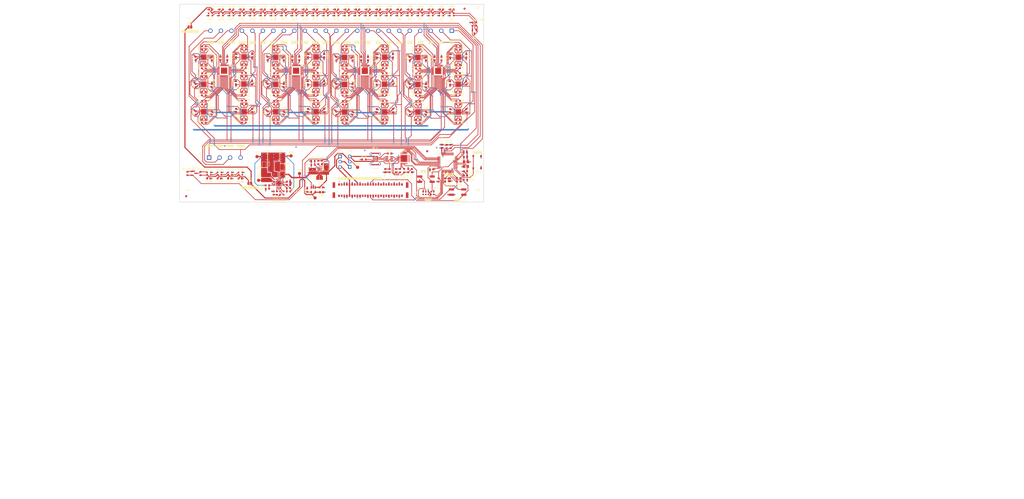
<source format=kicad_pcb>
(kicad_pcb (version 20221018) (generator pcbnew)
  (layers (0 "F.Cu" signal "Front") (1 "In1.Cu" power) (2 "In2.Cu" power) (31 "B.Cu" signal "Back") (34 "B.Paste" user) (35 "F.Paste" user) (36 "B.SilkS" user "B.Silkscreen") (37 "F.SilkS" user "F.Silkscreen") (38 "B.Mask" user) (39 "F.Mask" user) (44 "Edge.Cuts" user))
  (net 0 "")
  (net 1 "GND")
  (net 2 "/RESET")
  (net 3 "Net-(U1-PH0)")
  (net 4 "Net-(U1-PH1)")
  (net 5 "+3V3")
  (net 6 "VUSB")
  (net 7 "/Power/AD5070_VREG")
  (net 8 "/Power/AD5070_VREF")
  (net 9 "-15V")
  (net 10 "+15V")
  (net 11 "/Power/AD5070_POS_OUT")
  (net 12 "/Power/AD5070_NEG_OUT")
  (net 13 "/SENSOR_PIN1")
  (net 14 "/SENSOR_PIN2")
  (net 15 "/SENSOR_PIN3")
  (net 16 "/SENSOR_PIN4")
  (net 17 "/SWDIO")
  (net 18 "/SWCLK")
  (net 19 "/SWO")
  (net 22 "/I2C1_SMBA")
  (net 23 "/I2C1_SCL")
  (net 24 "/I2C1_SDA")
  (net 25 "/FIELD_PIN1")
  (net 26 "/FIELD_PIN2")
  (net 27 "/FIELD_PIN3")
  (net 28 "/FIELD_PIN4")
  (net 29 "/FIELD_PIN5")
  (net 30 "/FIELD_PIN6")
  (net 31 "/FIELD_PIN7")
  (net 32 "/FIELD_PIN8")
  (net 33 "/FIELD_PIN9")
  (net 34 "/FIELD_PIN10")
  (net 35 "/FIELD_PIN11")
  (net 36 "/FIELD_PIN12")
  (net 37 "/FIELD_PIN13")
  (net 38 "/FIELD_PIN14")
  (net 39 "/FIELD_PIN15")
  (net 40 "/FIELD_PIN16")
  (net 41 "/FIELD_PIN17")
  (net 42 "/FIELD_PIN18")
  (net 43 "/FIELD_PIN19")
  (net 44 "/FIELD_PIN20")
  (net 45 "/FIELD_PIN21")
  (net 46 "/FIELD_PIN22")
  (net 47 "/FIELD_PIN23")
  (net 48 "/FIELD_PIN24")
  (net 49 "+3V3_USB")
  (net 50 "Net-(J6-CC1)")
  (net 51 "/USB/USB_IN_D+")
  (net 52 "/USB/USB_IN_D-")
  (net 54 "/IOEXP_RESET")
  (net 55 "Net-(J6-CC2)")
  (net 57 "/BOOT0")
  (net 58 "/Power/AD5070_COMP1")
  (net 59 "/Power/AD5070_COMP2")
  (net 60 "/BUCK_EN")
  (net 61 "/Power/AD5070_FB2")
  (net 62 "/Power/AD5070_FB1")
  (net 75 "/TX")
  (net 76 "/RX")
  (net 77 "/CTS")
  (net 78 "/RTS")
  (net 79 "/USB_CONNECTED")
  (net 84 "/Power/AD5070_INBK")
  (net 85 "/Power/TPS_LX1")
  (net 86 "/Power/TPS_LX2")
  (net 103 "/I2C2_SCL")
  (net 104 "/I2C2_SDA")
  (net 105 "/I2C2_SMBA")
  (net 112 "Net-(U30B-IN4)")
  (net 113 "Net-(U30B-IN3)")
  (net 114 "Net-(U30B-IN2)")
  (net 115 "Net-(U30B-IN1)")
  (net 116 "Net-(U29B-IN4)")
  (net 117 "Net-(U29B-IN3)")
  (net 118 "Net-(U29B-IN2)")
  (net 119 "Net-(U29B-IN1)")
  (net 120 "Net-(U28B-IN4)")
  (net 121 "Net-(U28B-IN3)")
  (net 122 "Net-(U28B-IN2)")
  (net 123 "Net-(U28B-IN1)")
  (net 124 "Net-(U27B-IN4)")
  (net 125 "Net-(U27B-IN3)")
  (net 126 "Net-(U27B-IN2)")
  (net 127 "Net-(U27B-IN1)")
  (net 128 "Net-(U36-~{RST})")
  (net 129 "Net-(U36-VBUS)")
  (net 130 "/USB/USB_OUT_D-")
  (net 131 "/USB/USB_OUT_D+")
  (net 132 "/LED_IN")
  (net 133 "/LED_OUT")
  (net 134 "+5V")
  (net 135 "Net-(U8B-IN1)")
  (net 136 "Net-(U8B-IN2)")
  (net 137 "Net-(U8B-IN3)")
  (net 138 "Net-(U8B-IN4)")
  (net 139 "Net-(U9B-IN1)")
  (net 140 "Net-(U9B-IN2)")
  (net 141 "Net-(U9B-IN3)")
  (net 142 "Net-(U9B-IN4)")
  (net 143 "Net-(U10B-IN1)")
  (net 144 "Net-(U10B-IN2)")
  (net 145 "Net-(U10B-IN3)")
  (net 146 "Net-(U10B-IN4)")
  (net 147 "Net-(U11B-IN1)")
  (net 148 "Net-(U11B-IN2)")
  (net 149 "Net-(U11B-IN3)")
  (net 150 "Net-(U11B-IN4)")
  (net 151 "Net-(U15B-IN1)")
  (net 152 "Net-(U15B-IN2)")
  (net 153 "Net-(U15B-IN3)")
  (net 154 "Net-(U15B-IN4)")
  (net 155 "Net-(U16B-IN1)")
  (net 156 "Net-(U16B-IN2)")
  (net 157 "Net-(U16B-IN3)")
  (net 158 "Net-(U16B-IN4)")
  (net 159 "Net-(U17B-IN1)")
  (net 160 "Net-(U17B-IN2)")
  (net 161 "Net-(U17B-IN3)")
  (net 162 "Net-(U17B-IN4)")
  (net 163 "Net-(U18B-IN1)")
  (net 164 "Net-(U18B-IN2)")
  (net 165 "Net-(U18B-IN3)")
  (net 166 "Net-(U18B-IN4)")
  (net 167 "Net-(U21B-IN1)")
  (net 168 "Net-(U21B-IN2)")
  (net 169 "Net-(U21B-IN3)")
  (net 170 "Net-(U21B-IN4)")
  (net 171 "Net-(U24B-IN1)")
  (net 172 "Net-(U24B-IN2)")
  (net 173 "Net-(U24B-IN3)")
  (net 174 "Net-(U24B-IN4)")
  (net 175 "Net-(U25B-IN1)")
  (net 176 "Net-(U25B-IN2)")
  (net 177 "Net-(U25B-IN3)")
  (net 178 "Net-(U25B-IN4)")
  (net 190 "/LED/LED_IN_5V")
  (net 191 "/LED/LED_OUT_5V")
  (net 192 "Net-(D1-DOUT)")
  (net 193 "Net-(D2-DOUT)")
  (net 194 "Net-(D3-DOUT)")
  (net 195 "Net-(D4-DOUT)")
  (net 196 "Net-(D5-DOUT)")
  (net 197 "Net-(D6-DOUT)")
  (net 198 "Net-(D7-DOUT)")
  (net 199 "Net-(D8-DOUT)")
  (net 200 "Net-(D10-DIN)")
  (net 201 "Net-(D10-DOUT)")
  (net 202 "Net-(D11-DOUT)")
  (net 203 "Net-(D12-DOUT)")
  (net 204 "Net-(D13-DOUT)")
  (net 205 "Net-(D14-DOUT)")
  (net 206 "Net-(D15-DOUT)")
  (net 207 "Net-(D16-DOUT)")
  (net 208 "Net-(D17-DOUT)")
  (net 209 "Net-(D18-DOUT)")
  (net 210 "Net-(D19-DOUT)")
  (net 211 "Net-(D20-DOUT)")
  (net 212 "Net-(D21-DOUT)")
  (net 213 "Net-(D22-DOUT)")
  (net 214 "Net-(D23-DOUT)")
  (net 216 "Net-(D25-DOUT)")
  (net 217 "Net-(D26-DOUT)")
  (net 218 "Net-(D27-DOUT)")
  (net 220 "Net-(C10-Pad1)")
  (net 221 "Net-(C11-Pad1)")
  (net 222 "Net-(U2-MODE)")
  (net 223 "Net-(U2-FB)")
  (net 224 "Net-(U6B-IN1)")
  (net 225 "Net-(U6B-IN2)")
  (net 226 "Net-(U6B-IN3)")
  (net 227 "Net-(U6B-IN4)")
  (net 228 "Net-(U7B-IN1)")
  (net 229 "Net-(U7B-IN2)")
  (net 230 "Net-(U7B-IN3)")
  (net 231 "Net-(U7B-IN4)")
  (net 232 "Net-(U20B-IN1)")
  (net 233 "Net-(U20B-IN2)")
  (net 234 "Net-(U20B-IN3)")
  (net 235 "Net-(U20B-IN4)")
  (net 243 "/Switch_Module1/Switch_ADG1/SW_4")
  (net 244 "/Switch_Module1/Switch_ADG2/SW_1")
  (net 245 "/Switch_Module1/Switch_ADG2/SW_2")
  (net 246 "/Switch_Module1/Switch_ADG2/SW_3")
  (net 247 "/Switch_Module1/Switch_ADG2/SW_4")
  (net 248 "/Switch_Module1/Switch_ADG3/SW_1")
  (net 249 "/Switch_Module1/Switch_ADG3/SW_2")
  (net 250 "/Switch_Module1/Switch_ADG3/SW_3")
  (net 251 "/Switch_Module1/Switch_ADG3/SW_4")
  (net 252 "/Switch_Module2/Switch_ADG1/SW_4")
  (net 253 "/Switch_Module2/Switch_ADG2/SW_1")
  (net 254 "/Switch_Module2/Switch_ADG2/SW_2")
  (net 255 "/Switch_Module2/Switch_ADG2/SW_3")
  (net 256 "/Switch_Module2/Switch_ADG2/SW_4")
  (net 257 "/Switch_Module2/Switch_ADG3/SW_1")
  (net 258 "/Switch_Module2/Switch_ADG3/SW_2")
  (net 259 "/Switch_Module2/Switch_ADG3/SW_3")
  (net 260 "/Switch_Module2/Switch_ADG3/SW_4")
  (net 261 "/Switch_Module3/Switch_ADG1/SW_4")
  (net 262 "/Switch_Module3/Switch_ADG2/SW_1")
  (net 263 "/Switch_Module3/Switch_ADG2/SW_2")
  (net 264 "/Switch_Module3/Switch_ADG2/SW_3")
  (net 265 "/Switch_Module3/Switch_ADG2/SW_4")
  (net 266 "/Switch_Module3/Switch_ADG3/SW_1")
  (net 267 "/Switch_Module3/Switch_ADG3/SW_2")
  (net 268 "/Switch_Module3/Switch_ADG3/SW_3")
  (net 269 "/Switch_Module3/Switch_ADG3/SW_4")
  (net 270 "Net-(U19B-IN1)")
  (net 271 "Net-(U19B-IN2)")
  (net 272 "Net-(U19B-IN3)")
  (net 273 "/Switch_Module4/Switch_ADG1/SW_4")
  (net 274 "Net-(U19B-IN4)")
  (net 275 "Net-(U22B-IN1)")
  (net 276 "Net-(U22B-IN2)")
  (net 277 "Net-(U22B-IN3)")
  (net 278 "Net-(U22B-IN4)")
  (net 279 "/Switch_Module4/Switch_ADG2/SW_1")
  (net 280 "Net-(U23B-IN1)")
  (net 281 "/Switch_Module4/Switch_ADG2/SW_2")
  (net 282 "Net-(U23B-IN2)")
  (net 283 "/Switch_Module4/Switch_ADG2/SW_3")
  (net 284 "Net-(U23B-IN3)")
  (net 285 "/Switch_Module4/Switch_ADG2/SW_4")
  (net 286 "Net-(U23B-IN4)")
  (net 287 "Net-(U26B-IN1)")
  (net 288 "Net-(U26B-IN2)")
  (net 289 "Net-(U26B-IN3)")
  (net 290 "Net-(U26B-IN4)")
  (net 291 "/Switch_Module4/Switch_ADG3/SW_1")
  (net 292 "Net-(U31B-IN1)")
  (net 293 "/Switch_Module4/Switch_ADG3/SW_2")
  (net 294 "Net-(U31B-IN2)")
  (net 295 "/Switch_Module4/Switch_ADG3/SW_3")
  (net 296 "Net-(U31B-IN3)")
  (net 297 "/Switch_Module4/Switch_ADG3/SW_4")
  (net 298 "Net-(U31B-IN4)")
  (net 299 "Net-(U32B-IN1)")
  (net 300 "Net-(U32B-IN2)")
  (net 301 "Net-(U32B-IN3)")
  (net 302 "Net-(U32B-IN4)")
  (net 313 "/Switch_Module1/Switch_ADG1/SW_1")
  (net 314 "/Switch_Module1/Switch_ADG1/SW_2")
  (net 315 "/Switch_Module1/Switch_ADG1/SW_3")
  (net 316 "/Switch_Module2/Switch_ADG1/SW_1")
  (net 317 "/Switch_Module2/Switch_ADG1/SW_2")
  (net 318 "/Switch_Module2/Switch_ADG1/SW_3")
  (net 319 "/Switch_Module3/Switch_ADG1/SW_1")
  (net 320 "/Switch_Module3/Switch_ADG1/SW_2")
  (net 321 "/Switch_Module3/Switch_ADG1/SW_3")
  (net 322 "/Switch_Module4/Switch_ADG1/SW_1")
  (net 323 "/Switch_Module4/Switch_ADG1/SW_2")
  (net 324 "/Switch_Module4/Switch_ADG1/SW_3")
  (net 325 "/Switch_Module1/Switch_ADG4/SW_1")
  (net 326 "/Switch_Module1/Switch_ADG4/SW_2")
  (net 327 "/Switch_Module1/Switch_ADG4/SW_3")
  (net 328 "/Switch_Module1/Switch_ADG4/SW_4")
  (net 329 "/Switch_Module1/Switch_ADG5/SW_1")
  (net 330 "/Switch_Module1/Switch_ADG5/SW_2")
  (net 331 "/Switch_Module1/Switch_ADG5/SW_3")
  (net 332 "/Switch_Module1/Switch_ADG5/SW_4")
  (net 333 "/Switch_Module1/Switch_ADG6/SW_1")
  (net 334 "/Switch_Module1/Switch_ADG6/SW_2")
  (net 335 "/Switch_Module1/Switch_ADG6/SW_3")
  (net 336 "/Switch_Module1/Switch_ADG6/SW_4")
  (net 337 "/Switch_Module2/Switch_ADG4/SW_1")
  (net 338 "/Switch_Module2/Switch_ADG4/SW_2")
  (net 339 "/Switch_Module2/Switch_ADG4/SW_3")
  (net 340 "/Switch_Module2/Switch_ADG4/SW_4")
  (net 341 "/Switch_Module2/Switch_ADG5/SW_1")
  (net 342 "/Switch_Module2/Switch_ADG5/SW_2")
  (net 343 "/Switch_Module2/Switch_ADG5/SW_3")
  (net 344 "/Switch_Module2/Switch_ADG5/SW_4")
  (net 345 "/Switch_Module2/Switch_ADG6/SW_1")
  (net 346 "/Switch_Module2/Switch_ADG6/SW_2")
  (net 347 "/Switch_Module2/Switch_ADG6/SW_3")
  (net 348 "/Switch_Module2/Switch_ADG6/SW_4")
  (net 349 "/Switch_Module3/Switch_ADG4/SW_1")
  (net 350 "/Switch_Module3/Switch_ADG4/SW_2")
  (net 351 "/Switch_Module3/Switch_ADG4/SW_3")
  (net 352 "/Switch_Module3/Switch_ADG4/SW_4")
  (net 353 "/Switch_Module3/Switch_ADG5/SW_1")
  (net 354 "/Switch_Module3/Switch_ADG5/SW_2")
  (net 355 "/Switch_Module3/Switch_ADG5/SW_3")
  (net 356 "/Switch_Module3/Switch_ADG5/SW_4")
  (net 357 "/Switch_Module3/Switch_ADG6/SW_1")
  (net 358 "/Switch_Module3/Switch_ADG6/SW_2")
  (net 359 "/Switch_Module3/Switch_ADG6/SW_3")
  (net 360 "/Switch_Module3/Switch_ADG6/SW_4")
  (net 361 "/Switch_Module4/Switch_ADG4/SW_1")
  (net 362 "/Switch_Module4/Switch_ADG4/SW_2")
  (net 363 "/Switch_Module4/Switch_ADG4/SW_3")
  (net 364 "/Switch_Module4/Switch_ADG4/SW_4")
  (net 365 "/Switch_Module4/Switch_ADG5/SW_1")
  (net 366 "/Switch_Module4/Switch_ADG5/SW_2")
  (net 367 "/Switch_Module4/Switch_ADG5/SW_3")
  (net 368 "/Switch_Module4/Switch_ADG5/SW_4")
  (net 369 "/Switch_Module4/Switch_ADG6/SW_1")
  (net 370 "/Switch_Module4/Switch_ADG6/SW_2")
  (net 371 "/Switch_Module4/Switch_ADG6/SW_3")
  (net 372 "/Switch_Module4/Switch_ADG6/SW_4")
  (net 373 "Net-(U4-BP)")
  (net 374 "/5V_EN")
  (net 401 "/Vsensor")
  (net 402 "/Valways")
  (net 403 "/HOST_INT")
  (net 404 "/Power/Vcc")
  (net 405 "/Power/Vhost")
  (net 406 "/LED/LED_IN_DATA_5V")
  (net 407 "/LED/LED_OUT_DATA_5V")
  (footprint "Capacitor_SMD:C_0603_1608Metric" (layer "F.Cu") (at 94.741099 75.9 90)
    (fp_text reference "C39")
    (fp_text value "100n")
  )
  (footprint "ADG6412BCPZ:ADG6412BCPZ" (layer "F.Cu") (at 84.8839 48.611334 180)
    (fp_text reference "U27")
    (fp_text value "ADG6412BCPZ" hide)
  )
  (footprint "Capacitor_SMD:C_0603_1608Metric" (layer "F.Cu") (at 130.283901 49.458901 90)
    (fp_text reference "C21")
    (fp_text value "100n")
  )
  (footprint "Package_TO_SOT_SMD:SOT-23" (layer "F.Cu") (at 25.7625 105)
    (fp_text reference "Q2")
    (fp_text value "BSS138")
  )
  (footprint "Capacitor_SMD:C_0603_1608Metric" (layer "F.Cu") (at 44.06 25.6 180)
    (fp_text reference "C103")
    (fp_text value "100n")
  )
  (footprint "Capacitor_SMD:C_0603_1608Metric" (layer "F.Cu") (at 122.1 48.058901 -90)
    (fp_text reference "C45")
    (fp_text value "100n")
  )
  (footprint "Jumper:SolderJumper-2_P1.3mm_Open_RoundedPad1.0x1.5mm" (layer "F.Cu") (at 149.449138 108.142128 -90)
    (fp_text reference "JP1")
    (fp_text value "SolderJumper_2_Open")
  )
  (footprint "ADG6412BCPZ:ADG6412BCPZ" (layer "F.Cu") (at 153.674999 61.8339 180)
    (fp_text reference "U10")
    (fp_text value "ADG6412BCPZ" hide)
  )
  (footprint "Capacitor_SMD:C_1206_3216Metric" (layer "F.Cu") (at 89.875 103.425 90)
    (fp_text reference "C4")
    (fp_text value "10u")
  )
  (footprint "Resistor_SMD:R_0603_1608Metric" (layer "F.Cu") (at 117.3 53.158901 90)
    (fp_text reference "R66")
    (fp_text value "330")
  )
  (footprint "Capacitor_SMD:C_0603_1608Metric" (layer "F.Cu") (at 49.14 25.6 180)
    (fp_text reference "C102")
    (fp_text value "100n")
  )
  (footprint "ADG6412BCPZ:ADG6412BCPZ" (layer "F.Cu") (at 84.875001 75.184633 180)
    (fp_text reference "U24")
    (fp_text value "ADG6412BCPZ" hide)
  )
  (footprint "Resistor_SMD:R_0603_1608Metric" (layer "F.Cu") (at 84.000002 79.650733 90)
    (fp_text reference "R82")
    (fp_text value "330")
  )
  (footprint "Resistor_SMD:R_0603_1608Metric" (layer "F.Cu") (at 133.283901 53.358901 90)
    (fp_text reference "R24")
    (fp_text value "330")
  )
  (footprint "Resistor_SMD:R_0603_1608Metric" (layer "F.Cu") (at 154.650002 70.7322 -90)
    (fp_text reference "R36")
    (fp_text value "330")
  )
  (footprint "Resistor_SMD:R_0603_1608Metric" (layer "F.Cu") (at 83.95 57.218533 -90)
    (fp_text reference "R87")
    (fp_text value "330")
  )
  (footprint "Connector_PinHeader_2.54mm:PinHeader_1x03_P2.54mm_Vertical" (layer "F.Cu") (at 96.55 96.82)
    (fp_text reference "JP4")
    (fp_text value "Power source Host")
  )
  (footprint "Capacitor_SMD:C_0603_1608Metric" (layer "F.Cu") (at 135.5 25.6 180)
    (fp_text reference "C85")
    (fp_text value "100n")
  )
  (footprint "Capacitor_SMD:C_0603_1608Metric" (layer "F.Cu") (at 99.94 25.6 180)
    (fp_text reference "C92")
    (fp_text value "100n")
  )
  (footprint "Capacitor_SMD:C_0603_1608Metric" (layer "F.Cu") (at 84.7 25.6 180)
    (fp_text reference "C95")
    (fp_text value "100n")
  )
  (footprint "Resistor_SMD:R_0603_1608Metric" (layer "F.Cu") (at 97.841099 57.475 -90)
    (fp_text reference "R49")
    (fp_text value "330")
  )
  (footprint "Capacitor_SMD:C_0603_1608Metric" (layer "F.Cu") (at 81.000002 74.550733 90)
    (fp_text reference "C56")
    (fp_text value "100n")
  )
  (footprint "Resistor_SMD:R_0603_1608Metric" (layer "F.Cu") (at 135.1 79.8 90)
    (fp_text reference "R31")
    (fp_text value "330")
  )
  (footprint "Resistor_SMD:R_0603_1608Metric" (layer "F.Cu") (at 49.150002 70.6322 -90)
    (fp_text reference "R107")
    (fp_text value "330")
  )
  (footprint "WS2812B-2020:WS2812B-2020" (layer "F.Cu") (at 43.92 28 180)
    (fp_text reference "D22")
    (fp_text value "WS2812B")
  )
  (footprint "Resistor_SMD:R_0603_1608Metric" (layer "F.Cu") (at 50.950002 70.6322 -90)
    (fp_text reference "R108")
    (fp_text value "330")
  )
  (footprint "Capacitor_SMD:C_0603_1608Metric" (layer "F.Cu") (at 94.86 25.6 180)
    (fp_text reference "C93")
    (fp_text value "100n")
  )
  (footprint "Capacitor_SMD:C_0603_1608Metric" (layer "F.Cu") (at 88.75 61.118533 -90)
    (fp_text reference "C57")
    (fp_text value "100n")
  )
  (footprint "Resistor_SMD:R_0603_1608Metric" (layer "F.Cu") (at 50.858901 53.058901 90)
    (fp_text reference "R113")
    (fp_text value "330")
  )
  (footprint "WS2812B-2020:WS2812B-2020" (layer "F.Cu") (at 59.16 28 180)
    (fp_text reference "D19")
    (fp_text value "WS2812B")
  )
  (footprint "Resistor_SMD:R_0603_1608Metric" (layer "F.Cu") (at 85.75 57.218533 -90)
    (fp_text reference "R88")
    (fp_text value "330")
  )
  (footprint "WS2812B-2020:WS2812B-2020" (layer "F.Cu") (at 125.2 28 180)
    (fp_text reference "D6")
    (fp_text value "WS2812B")
  )
  (footprint "Capacitor_SMD:C_0603_1608Metric" (layer "F.Cu") (at 46.1 61.1 90)
    (fp_text reference "C76")
    (fp_text value "100n")
  )
  (footprint "ADG6412BCPZ:ADG6412BCPZ" (layer "F.Cu") (at 65.375001 61.859633)
    (fp_text reference "U22")
    (fp_text value "ADG6412BCPZ" hide)
  )
  (footprint "Capacitor_SMD:C_0603_1608Metric" (layer "F.Cu") (at 82.275 103.925 90)
    (fp_text reference "C6")
    (fp_text value "47u")
  )
  (footprint "Capacitor_SMD:C_0603_1608Metric" (layer "F.Cu") (at 61.45 75.818533 90)
    (fp_text reference "C53")
    (fp_text value "100n")
  )
  (footprint "Resistor_SMD:R_0603_1608Metric" (layer "F.Cu") (at 147.349138 108.3 90)
    (fp_text reference "R3")
    (fp_text value "10k")
  )
  (footprint "Resistor_SMD:R_0603_1608Metric" (layer "F.Cu") (at 84.008901 53.077434 90)
    (fp_text reference "R90")
    (fp_text value "330")
  )
  (footprint "TestPoint:TestPoint_Pad_D1.5mm" (layer "F.Cu") (at 84.4 116.9)
    (fp_text reference "TP6")
    (fp_text value "~")
  )
  (footprint "Resistor_SMD:R_0603_1608Metric" (layer "F.Cu") (at 97.741099 66.475 90)
    (fp_text reference "R52")
    (fp_text value "330")
  )
  (footprint "Resistor_SMD:R_0603_1608Metric" (layer "F.Cu") (at 31.4 66.375 90)
    (fp_text reference "R99")
    (fp_text value "330")
  )
  (footprint "Resistor_SMD:R_0603_1608Metric" (layer "F.Cu") (at 135.1 57.475 -90)
    (fp_text reference "R26")
    (fp_text value "330")
  )
  (footprint "Resistor_SMD:R_0603_1608Metric" (layer "F.Cu") (at 154.550002 79.7322 90)
    (fp_text reference "R33")
    (fp_text value "330")
  )
  (footprint "Resistor_SMD:R_0603_1608Metric" (layer "F.Cu") (at 119.041099 57.3 -90)
    (fp_text reference "R64")
    (fp_text value "330")
  )
  (footprint "Resistor_SMD:R_0603_1608Metric" (layer "F.Cu") (at 49.158901 44.058901 -90)
    (fp_text reference "R115")
    (fp_text value "330")
  )
  (footprint "Capacitor_SMD:C_0603_1608Metric" (layer "F.Cu") (at 88.808901 47.977434 -90)
    (fp_text reference "C59")
    (fp_text value "100n")
  )
  (footprint "Resistor_SMD:R_0603_1608Metric" (layer "F.Cu") (at 133.4 70.8 -90)
    (fp_text reference "R29")
    (fp_text value "330")
  )
  (footprint "Capacitor_SMD:C_0603_1608Metric" (layer "F.Cu") (at 53.950002 74.5322 -90)
    (fp_text reference "C69")
    (fp_text value "100n")
  )
  (footprint "Resistor_SMD:R_0603_1608Metric" (layer "F.Cu") (at 133.383901 44.358901 -90)
    (fp_text reference "R21")
    (fp_text value "330")
  )
  (footprint "WS2812B-2020:WS2812B-2020" (layer "F.Cu") (at 48.29 105.1)
    (fp_text reference "D28")
    (fp_text value "WS2812B")
  )
  (footprint "Resistor_SMD:R_0603_1608Metric" (layer "F.Cu") (at 123.5525 103.7 -90)
    (fp_text reference "R17")
    (fp_text value "47k")
  )
  (footprint "Resistor_SMD:R_0603_1608Metric" (layer "F.Cu") (at 61.325 110.85)
    (fp_text reference "R7")
    (fp_text value "2M43")
  )
  (footprint "Capacitor_SMD:C_0603_1608Metric" (layer "F.Cu") (at 43.07 107.5)
    (fp_text reference "C107")
    (fp_text value "100n")
  )
  (footprint "Capacitor_SMD:C_0603_1608Metric" (layer "F.Cu") (at 69.233901 49.377434 -90)
    (fp_text reference "C50")
    (fp_text value "100n")
  )
  (footprint "Resistor_SMD:R_0603_1608Metric" (layer "F.Cu") (at 153.949138 108.942128 180)
    (fp_text reference "R19")
    (fp_text value "4k7")
  )
  (footprint "ADG6412BCPZ:ADG6412BCPZ" (layer "F.Cu") (at 30.508902 48.725001)
    (fp_text reference "U26")
    (fp_text value "ADG6412BCPZ" hide)
  )
  (footprint "Resistor_SMD:R_0603_1608Metric" (layer "F.Cu") (at 152.850002 79.7322 90)
    (fp_text reference "R34")
    (fp_text value "330")
  )
  (footprint "WS2812B-2020:WS2812B-2020" (layer "F.Cu") (at 64.24 28 180)
    (fp_text reference "D18")
    (fp_text value "WS2812B")
  )
  (footprint "WS2812B-2020:WS2812B-2020" (layer "F.Cu") (at 99.8 28 180)
    (fp_text reference "D11")
    (fp_text value "WS2812B")
  )
  (footprint "Capacitor_SMD:C_0603_1608Metric" (layer "F.Cu") (at 157.244138 106.092128)
    (fp_text reference "C18")
    (fp_text value "100n")
  )
  (footprint "Resistor_SMD:R_0603_1608Metric" (layer "F.Cu") (at 127.5525 103.7 90)
    (fp_text reference "R18")
    (fp_text value "1k")
  )
  (footprint "Capacitor_SMD:C_0603_1608Metric" (layer "F.Cu") (at 87.35 111.825)
    (fp_text reference "C79")
    (fp_text value "100n")
  )
  (footprint "Resistor_SMD:R_0603_1608Metric" (layer "F.Cu") (at 29.6 66.375 90)
    (fp_text reference "R100")
    (fp_text value "330")
  )
  (footprint "Resistor_SMD:R_0603_1608Metric" (layer "F.Cu") (at 99.541099 79.8 90)
    (fp_text reference "R55")
    (fp_text value "330")
  )
  (footprint "Resistor_SMD:R_0603_1608Metric" (layer "F.Cu") (at 28.9 105.1 -90)
    (fp_text reference "R120")
    (fp_text value "10k")
  )
  (footprint "ADG6412BCPZ:ADG6412BCPZ" (layer "F.Cu") (at 153.7339 48.692801 180)
    (fp_text reference "U11")
    (fp_text value "ADG6412BCPZ" hide)
  )
  (footprint "Resistor_SMD:R_0603_1608Metric" (layer "F.Cu") (at 66.233901 53.277434 90)
    (fp_text reference "R71")
    (fp_text value "330")
  )
  (footprint "WS2812B-2020:WS2812B-2020" (layer "F.Cu") (at 104.88 28 180)
    (fp_text reference "D10")
    (fp_text value "WS2812B")
  )
  (footprint "Capacitor_SMD:C_0603_1608Metric" (layer "F.Cu") (at 145.8 91.9125 90)
    (fp_text reference "C16")
    (fp_text value "100n")
  )
  (footprint "Resistor_SMD:R_0603_1608Metric" (layer "F.Cu") (at 29.7 70.7 -90)
    (fp_text reference "R101")
    (fp_text value "330")
  )
  (footprint "ADG6412BCPZ:ADG6412BCPZ" (layer "F.Cu") (at 65.358902 48.743534)
    (fp_text reference "U19")
    (fp_text value "ADG6412BCPZ" hide)
  )
  (footprint "PCAL6524HE:PCAL6524HEAZ" (layer "F.Cu") (at 108.491099 55.35)
    (fp_text reference "U12")
    (fp_text value "PCAL6524HEAZ")
  )
  (footprint "Capacitor_SMD:C_0603_1608Metric" (layer "F.Cu") (at 125.34 25.6 180)
    (fp_text reference "C87")
    (fp_text value "100n")
  )
  (footprint "Resistor_SMD:R_0603_1608Metric" (layer "F.Cu") (at 83.425 100.825)
    (fp_text reference "R6")
    (fp_text value "511k")
  )
  (footprint "ADG6412BCPZ:ADG6412BCPZ" (layer "F.Cu") (at 49.974999 61.7339 180)
    (fp_text reference "U31")
    (fp_text value "ADG6412BCPZ" hide)
  )
  (footprint "Resistor_SMD:R_0603_1608Metric" (layer "F.Cu") (at 154.5 66.3 90)
    (fp_text reference "R37")
    (fp_text value "330")
  )
  (footprint "Capacitor_SMD:C_0603_1608Metric" (layer "F.Cu") (at 114.3 48.058901 90)
    (fp_text reference "C46")
    (fp_text value "100n")
  )
  (footprint "Resistor_SMD:R_0603_1608Metric" (layer "F.Cu") (at 49.1 57.2 -90)
    (fp_text reference "R111")
    (fp_text value "330")
  )
  (footprint "Resistor_SMD:R_0603_1608Metric" (layer "F.Cu") (at 117.291101 70.7322 -90)
    (fp_text reference "R59")
    (fp_text value "330")
  )
  (footprint "WS2812B-2020:WS2812B-2020" (layer "F.Cu") (at 84.56 28 180)
    (fp_text reference "D14")
    (fp_text value "WS2812B")
  )
  (footprint "ADG6412BCPZ:ADG6412BCPZ" (layer "F.Cu") (at 118.174999 48.692801 180)
    (fp_text reference "U21")
    (fp_text value "ADG6412BCPZ" hide)
  )
  (footprint "WS2812B-2020:WS2812B-2020" (layer "F.Cu") (at 130.28 28 180)
    (fp_text reference "D5")
    (fp_text value "WS2812B")
  )
  (footprint "Capacitor_SMD:C_0603_1608Metric" (layer "F.Cu") (at 138.083901 49.458901 -90)
    (fp_text reference "C22")
    (fp_text value "100n")
  )
  (footprint "Resistor_SMD:R_0603_1608Metric" (layer "F.Cu") (at 119.1 44.158901 -90)
    (fp_text reference "R68")
    (fp_text value "330")
  )
  (footprint "Resistor_SMD:R_0603_1608Metric" (layer "F.Cu") (at 99.541099 66.475 90)
    (fp_text reference "R51")
    (fp_text value "330")
  )
  (footprint "Capacitor_SMD:C_0603_1608Metric" (layer "F.Cu") (at 79.62 25.6 180)
    (fp_text reference "C96")
    (fp_text value "100n")
  )
  (footprint "Resistor_SMD:R_0603_1608Metric" (layer "F.Cu") (at 97.841099 70.8 -90)
    (fp_text reference "R53")
    (fp_text value "330")
  )
  (footprint "MountingHole:MountingHole_3.2mm_M3" (layer "F.Cu") (at 163.107872 110.55)
    (fp_text reference "H3")
    (fp_text value "Hole")
  )
  (footprint "Package_DFN_QFN:QFN-28-1EP_5x5mm_P0.5mm_EP3.35x3.35mm" (layer "F.Cu") (at 127.45 97.8)
    (fp_text reference "U36")
    (fp_text value "CP2102N-Axx-xQFN28")
  )
  (footprint "WS2812B-2020:WS2812B-2020" (layer "F.Cu") (at 150.6 28 180)
    (fp_text reference "D1")
    (fp_text value "WS2812B")
  )
  (footprint "Resistor_SMD:R_0603_1608Metric" (layer "F.Cu") (at 66.233901 44.277434 -90)
    (fp_text reference "R70")
    (fp_text value "330")
  )
  (footprint "Resistor_SMD:R_0603_1608Metric" (layer "F.Cu") (at 71.55 113.8 180)
    (fp_text reference "R12")
    (fp_text value "2M32")
  )
  (footprint "Resistor_SMD:R_0603_1608Metric" (layer "F.Cu") (at 83.95 66.218533 90)
    (fp_text reference "R86")
    (fp_text value "330")
  )
  (footprint "Capacitor_SMD:C_1210_3225Metric" (layer "F.Cu") (at 61.275 96.95)
    (fp_text reference "C8")
    (fp_text value "10u")
  )
  (footprint "Resistor_SMD:R_0603_1608Metric" (layer "F.Cu") (at 154.558901 53.158901 90)
    (fp_text reference "R41")
    (fp_text value "330")
  )
  (footprint "Resistor_SMD:R_0603_1608Metric" (layer "F.Cu") (at 85.700002 79.650733 90)
    (fp_text reference "R81")
    (fp_text value "330")
  )
  (footprint "ADG6412BCPZ:ADG6412BCPZ" (layer "F.Cu") (at 30.525001 61.8411)
    (fp_text reference "U28")
    (fp_text value "ADG6412BCPZ" hide)
  )
  (footprint "custom_library_FP:DEALON DW254S-22-04-85 SMD 2x2pin 2.54mm straight" (layer "F.Cu") (at 153.449138 114.1)
    (fp_text reference "J4")
    (fp_text value "I2C control port")
  )
  (footprint "Jumper:SolderJumper-2_P1.3mm_Open_RoundedPad1.0x1.5mm" (layer "F.Cu") (at 52.8 109.9)
    (fp_text reference "JP3")
    (fp_text value "LED_OUT_ENABLE")
  )
  (footprint "Package_TO_SOT_SMD:SOT-23" (layer "F.Cu") (at 161.55 36.459448 -90)
    (fp_text reference "Q1")
    (fp_text value "BSS138")
  )
  (footprint "WS2812B-2020:WS2812B-2020" (layer "F.Cu") (at 33.76 28 180)
    (fp_text reference "D24")
    (fp_text value "WS2812B")
  )
  (footprint "Resistor_SMD:R_0603_1608Metric" (layer "F.Cu") (at 97.725 53.358901 90)
    (fp_text reference "R48")
    (fp_text value "330")
  )
  (footprint "Capacitor_SMD:C_0603_1608Metric" (layer "F.Cu") (at 138.1 62.575 -90)
    (fp_text reference "C24")
    (fp_text value "100n")
  )
  (footprint "MountingHole:MountingHole_3.2mm_M3" (layer "F.Cu") (at 23.1 27.3)
    (fp_text reference "H1")
    (fp_text value "Hole")
  )
  (footprint "Capacitor_SMD:C_0603_1608Metric" (layer "F.Cu") (at 74.54 25.6 180)
    (fp_text reference "C97")
    (fp_text value "100n")
  )
  (footprint "Resistor_SMD:R_0603_1608Metric" (layer "F.Cu") (at 99.525 53.358901 90)
    (fp_text reference "R47")
    (fp_text value "330")
  )
  (footprint "Capacitor_SMD:C_0603_1608Metric" (layer "F.Cu") (at 54.22 25.6 180)
    (fp_text reference "C101")
    (fp_text value "100n")
  )
  (footprint "Capacitor_SMD:C_0603_1608Metric" (layer "F.Cu") (at 67.55 114.55 -90)
    (fp_text reference "C11")
    (fp_text value "47n")
  )
  (footprint "Capacitor_SMD:C_0603_1608Metric" (layer "F.Cu") (at 73.45 49.318533 90)
    (fp_text reference "C48")
    (fp_text value "100n")
  )
  (footprint "Resistor_SMD:R_0603_1608Metric" (layer "F.Cu") (at 69.15 114.55 -90)
    (fp_text reference "R11")
    (fp_text value "18k")
  )
  (footprint "custom_library_FP:DEALON DW254S-22-04-85 SMD 2x2pin 2.54mm straight" (layer "F.Cu") (at 138.1 107.83 180)
    (fp_text reference "J2")
    (fp_text value "SWD Pin Header")
  )
  (footprint "Capacitor_SMD:C_0603_1608Metric" (layer "F.Cu") (at 157.249138 104.054628 180)
    (fp_text reference "C2")
    (fp_text value "22p")
  )
  (footprint "Capacitor_SMD:C_0603_1608Metric" (layer "F.Cu") (at 94.741099 62.575 90)
    (fp_text reference "C37")
    (fp_text value "100n")
  )
  (footprint "Connector_PinHeader_2.54mm:PinHeader_1x03_P2.54mm_Vertical" (layer "F.Cu") (at 101.2 101.9 180)
    (fp_text reference "JP5")
    (fp_text value "Power source USB/Host")
  )
  (footprint "ADG6412BCPZ:ADG6412BCPZ" (layer "F.Cu") (at 84.824999 61.752433 180)
    (fp_text reference "U25")
    (fp_text value "ADG6412BCPZ" hide)
  )
  (footprint "Resistor_SMD:R_0603_1608Metric" (layer "F.Cu") (at 85.65 66.218533 90)
    (fp_text reference "R85")
    (fp_text value "330")
  )
  (footprint "Resistor_SMD:R_0603_1608Metric" (layer "F.Cu") (at 119.091101 70.7322 -90)
    (fp_text reference "R60")
    (fp_text value "330")
  )
  (footprint "Phoenix Contact Zoutwachter PCB connector 24-pin Straight Angle:1755956" (layer "F.Cu") (at 150.6 35.9 180)
    (fp_text reference "J5")
    (fp_text value "Zoutwachter cable" hide)
  )
  (footprint "Resistor_SMD:R_0603_1608Metric" (layer "F.Cu") (at 125.5525 103.7 90)
    (fp_text reference "R16")
    (fp_text value "22k")
  )
  (footprint "Resistor_SMD:R_0603_1608Metric" (layer "F.Cu") (at 29.683901 44.258901 -90)
    (fp_text reference "R93")
    (fp_text value "330")
  )
  (footprint "Capacitor_SMD:C_0603_1608Metric" (layer "F.Cu") (at 130.42 25.6 180)
    (fp_text reference "C86")
    (fp_text value "100n")
  )
  (footprint "WS2812B-2020:WS2812B-2020" (layer "F.Cu") (at 115.04 28 180)
    (fp_text reference "D8")
    (fp_text value "WS2812B")
  )
  (footprint "Resistor_SMD:R_0603_1608Metric" (layer "F.Cu") (at 50.958901 44.058901 -90)
    (fp_text reference "R116")
    (fp_text value "330")
  )
  (footprint "Capacitor_SMD:C_0603_1608Metric" (layer "F.Cu") (at 120.4975 103.7 -90)
    (fp_text reference "C71")
    (fp_text value "4u7")
  )
  (footprint "ADG6412BCPZ:ADG6412BCPZ" (layer "F.Cu") (at 134.225001 75.2661)
    (fp_text reference "U8")
    (fp_text value "ADG6412BCPZ" hide)
  )
  (footprint "Capacitor_SMD:C_0603_1608Metric" (layer "F.Cu") (at 80.95 61.118533 90)
    (fp_text reference "C58")
    (fp_text value "100n")
  )
  (footprint "Jumper:SolderJumper-2_P1.3mm_Open_RoundedPad1.0x1.5mm" (layer "F.Cu") (at 23.8 34.1 180)
    (fp_text reference "JP2")
    (fp_text value "LED_IN_ENABLE")
  )
  (footprint "Package_QFP:LQFP-48_7x7mm_P0.5mm" (layer "F.Cu") (at 148.549138 99.774628 180)
    (fp_text reference "U1")
    (fp_text value "STM32L071CBTx")
  )
  (footprint "MOLEX 217182-0001 USB-C:MOLEX_2171820001" (layer "F.Cu") (at 113.58 98.05 -90)
    (fp_text reference "J6")
    (fp_text value "USB-C Connector")
    (fp_line (start 3.65 -0.26) (end 3.85 -0.26) (stroke (width 0.01)) (layer "Edge.Cuts"))
    (fp_line (start 3.85 0.26) (end 3.65 0.26) (stroke (width 0.01)) (layer "Edge.Cuts"))
    (fp_arc (start 3.39 0) (mid 3.466152 -0.183848) (end 3.65 -0.26) (stroke (width 0.01)) (layer "Edge.Cuts"))
    (fp_arc (start 3.65 0.26) (mid 3.466152 0.183848) (end 3.39 0) (stroke (width 0.01)) (layer "Edge.Cuts"))
    (fp_arc (start 3.85 -0.26) (mid 4.033848 -0.183848) (end 4.11 0) (stroke (width 0.01)) (layer "Edge.Cuts"))
    (fp_arc (start 4.11 0) (mid 4.033848 0.183848) (end 3.85 0.26) (stroke (width 0.01)) (layer "Edge.Cuts"))
  )
  (footprint "Capacitor_SMD:C_0603_1608Metric" (layer "F.Cu") (at 48.15 107.5)
    (fp_text reference "C106")
    (fp_text value "100n")
  )
  (footprint "Resistor_SMD:R_0603_1608Metric" (layer "F.Cu") (at 65.95 114.55 -90)
    (fp_text reference "R10")
    (fp_text value "25k")
  )
  (footprint "Capacitor_SMD:C_0603_1608Metric" (layer "F.Cu") (at 102.541099 75.9 -90)
    (fp_text reference "C40")
    (fp_text value "100n")
  )
  (footprint "WS2812B-2020:WS2812B-2020" (layer "F.Cu") (at 140.44 28 180)
    (fp_text reference "D3")
    (fp_text value "WS2812B")
  )
  (footprint "Resistor_SMD:R_0603_1608Metric" (layer "F.Cu") (at 120.4525 95.3875)
    (fp_text reference "R15")
    (fp_text value "5k1")
  )
  (footprint "Resistor_SMD:R_0603_1608Metric" (layer "F.Cu") (at 99.525 44.358901 -90)
    (fp_text reference "R46")
    (fp_text value "330")
  )
  (footprint "ADG6412BCPZ:ADG6412BCPZ" (layer "F.Cu") (at 134.225001 61.9411)
    (fp_text reference "U7")
    (fp_text value "ADG6412BCPZ" hide)
  )
  (footprint "Connector:Tag-Connect_TC2050-IDC-NL_2x05_P1.27mm_Vertical_with_bottom_clip" (layer "F.Cu") (at 139.29 114.6 180)
    (fp_text reference "J3")
    (fp_text value "SWD-TagConnect")
  )
  (footprint "Resistor_SMD:R_0603_1608Metric" (layer "F.Cu") (at 154.658901 44.158901 -90)
    (fp_text reference "R44")
    (fp_text value "330")
  )
  (footprint "Resistor_SMD:R_0603_1608Metric" (layer "F.Cu") (at 117.3 44.158901 -90)
    (fp_text reference "R67")
    (fp_text value "330")
  )
  (footprint "WS2812B-2020:WS2812B-2020" (layer "F.Cu") (at 94.72 28 180)
    (fp_text reference "D12")
    (fp_text value "WS2812B")
  )
  (footprint "Resistor_SMD:R_0603_1608Metric" (layer "F.Cu") (at 117.241099 66.3 90)
    (fp_text reference "R62")
    (fp_text value "330")
  )
  (footprint "Package_CSP:LFCSP-20-1EP_4x4mm_P0.5mm_EP2.6x2.6mm" (layer "F.Cu") (at 66.85 109.83)
    (fp_text reference "U3")
    (fp_text value "ADP5070ACPZ")
  )
  (footprint "Resistor_SMD:R_0603_1608Metric" (layer "F.Cu") (at 148.14 92 -90)
    (fp_text reference "R2")
    (fp_text value "4k7")
  )
  (footprint "ADG6412BCPZ:ADG6412BCPZ" (layer "F.Cu") (at 118.1661 75.2661 180)
    (fp_text reference "U18")
    (fp_text value "ADG6412BCPZ" hide)
  )
  (footprint "Resistor_SMD:R_0603_1608Metric" (layer "F.Cu") (at 160.65 32.696948 90)
    (fp_text reference "R117")
    (fp_text value "10k")
  )
  (footprint "Resistor_SMD:R_0603_1608Metric" (layer "F.Cu") (at 31.4 70.7 -90)
    (fp_text reference "R102")
    (fp_text value "330")
  )
  (footprint "Capacitor_SMD:C_0603_1608Metric" (layer "F.Cu") (at 129.5525 103.7 90)
    (fp_text reference "C72")
    (fp_text value "100n")
  )
  (footprint "Resistor_SMD:R_0603_1608Metric" (layer "F.Cu") (at 135.083901 44.358901 -90)
    (fp_text reference "R22")
    (fp_text value "330")
  )
  (footprint "Capacitor_SMD:C_0603_1608Metric" (layer "F.Cu") (at 71.55 109.05)
    (fp_text reference "C12")
    (fp_text value "1u")
  )
  (footprint "Resistor_SMD:R_0603_1608Metric" (layer "F.Cu") (at 99.541099 70.8 -90)
    (fp_text reference "R54")
    (fp_text value "330")
  )
  (footprint "Fiducial:Fiducial_1mm_Mask2mm" (layer "F.Cu") (at 22 116.1)
    (fp_text reference "FID3" hide)
    (fp_text value "Fiducial")
  )
  (footprint "ADG6412BCPZ:ADG6412BCPZ" (layer "F.Cu") (at 98.6661 61.9411)
    (fp_text reference "U16")
    (fp_text value "ADG6412BCPZ" hide)
  )
  (footprint "WS2812B-2020:WS2812B-2020" (layer "F.Cu") (at 33.05 105.1)
    (fp_text reference "D25")
    (fp_text value "WS2812B")
  )
  (footprint "WS2812B-2020:WS2812B-2020" (layer "F.Cu") (at 89.64 28 180)
    (fp_text reference "D13")
    (fp_text value "WS2812B")
  )
  (footprint "PCAL6524HE:PCAL6524HEAZ" (layer "F.Cu") (at 40.35 55.25)
    (fp_text reference "U14")
    (fp_text value "PCAL6524HEAZ")
  )
  (footprint "Capacitor_SMD:C_0603_1608Metric" (layer "F.Cu") (at 46.150002 74.5322 90)
    (fp_text reference "C74")
    (fp_text value "100n")
  )
  (footprint "Capacitor_SMD:C_0603_1608Metric" (layer "F.Cu") (at 157.6 61.2 -90)
    (fp_text reference "C29")
    (fp_text value "100n")
  )
  (footprint "Resistor_SMD:R_0603_1608Metric" (layer "F.Cu") (at 152.858901 44.158901 -90)
    (fp_text reference "R43")
    (fp_text value "330")
  )
  (footprint "Capacitor_SMD:C_0603_1608Metric" (layer "F.Cu") (at 130.3 62.575 90)
    (fp_text reference "C23")
    (fp_text value "100n")
  )
  (footprint "PCAL6524HE:PCAL6524HEAZ" (layer "F.Cu") (at 75.2 55.268533)
    (fp_text reference "U13")
    (fp_text value "PCAL6524HEAZ")
  )
  (footprint "Resistor_SMD:R_0603_1608Metric" (layer "F.Cu") (at 150.1 92 -90)
    (fp_text reference "R1")
    (fp_text value "4k7")
  )
  (footprint "Resistor_SMD:R_0603_1608Metric" (layer "F.Cu") (at 83.425 98.975)
    (fp_text reference "R8")
    (fp_text value "91k")
  )
  (footprint "Capacitor_SMD:C_0603_1608Metric" (layer "F.Cu") (at 145.66 25.6 180)
    (fp_text reference "C83")
    (fp_text value "100n")
  )
  (footprint "Capacitor_SMD:C_0603_1608Metric" (layer "F.Cu") (at 69.46 25.6 180)
    (fp_text reference "C98")
    (fp_text value "100n")
  )
  (footprint "Resistor_SMD:R_0603_1608Metric" (layer "F.Cu") (at 85.925 99.725 -90)
    (fp_text reference "R5")
    (fp_text value "10k")
  )
  (footprint "Capacitor_Tantalum_SMD:CP_EIA-1608-08_AVX-J" (layer "F.Cu") (at 87.55 114.165)
    (fp_text reference "C81")
    (fp_text value "1u")
  )
  (footprint "Capacitor_SMD:C_0603_1608Metric" (layer "F.Cu") (at 38.98 25.6 180)
    (fp_text reference "C104")
    (fp_text value "100n")
  )
  (footprint "WS2812B-2020:WS2812B-2020" (layer "F.Cu") (at 49 28 180)
    (fp_text reference "D21")
    (fp_text value "WS2812B")
  )
  (footprint "Resistor_SMD:R_0603_1608Metric" (layer "F.Cu") (at 157.249138 108.042128 180)
    (fp_text reference "R20")
    (fp_text value "4k7")
  )
  (footprint "Capacitor_SMD:C_0603_1608Metric" (layer "F.Cu") (at 61.45 62.493533 90)
    (fp_text reference "C51")
    (fp_text value "100n")
  )
  (footprint "Capacitor_SMD:C_0603_1608Metric" (layer "F.Cu") (at 84.075 103.9 90)
    (fp_text reference "C5")
    (fp_text value "100n")
  )
  (footprint "Capacitor_SMD:C_0603_1608Metric" (layer "F.Cu") (at 120.26 25.6 180)
    (fp_text reference "C88")
    (fp_text value "100n")
  )
  (footprint "WS2812B-2020:WS2812B-2020" (layer "F.Cu") (at 38.13 105.1)
    (fp_text reference "D26")
    (fp_text value "WS2812B")
  )
  (footprint "Resistor_SMD:R_0603_1608Metric" (layer "F.Cu") (at 31.4 79.7 90)
    (fp_text reference "R103")
    (fp_text value "330")
  )
  (footprint "Capacitor_SMD:C_0603_1608Metric" (layer "F.Cu") (at 64.35 114.55 90)
    (fp_text reference "C10")
    (fp_text value "47n")
  )
  (footprint "Resistor_SMD:R_0603_1608Metric" (layer "F.Cu") (at 66.25 70.718533 -90)
    (fp_text reference "R78")
    (fp_text value "330")
  )
  (footprint "Capacitor_SMD:C_0603_1608Metric" (layer "F.Cu") (at 38.6 49.3 90)
    (fp_text reference "C62")
    (fp_text value "100n")
  )
  (footprint "Resistor_SMD:R_0603_1608Metric" (layer "F.Cu") (at 50.850002 79.6322 90)
    (fp_text reference "R105")
    (fp_text value "330")
  )
  (footprint "ADG6412BCPZ:ADG6412BCPZ" (layer "F.Cu") (at 65.375001 75.184633)
    (fp_text reference "U23")
    (fp_text value "ADG6412BCPZ" hide)
  )
  (footprint "Inductor_SMD:L_Wuerth_MAPI-4030" (layer "F.Cu") (at 64.65 101.65 180)
    (fp_text reference "L3")
    (fp_text value "4u7H")
  )
  (footprint "Resistor_SMD:R_0603_1608Metric" (layer "F.Cu") (at 133.3 79.8 90)
    (fp_text reference "R32")
    (fp_text value "330")
  )
  (footprint "Capacitor_SMD:C_0603_1608Metric" (layer "F.Cu") (at 138.1 75.9 -90)
    (fp_text reference "C26")
    (fp_text value "100n")
  )
  (footprint "Capacitor_SMD:C_0603_1608Metric" (layer "F.Cu") (at 157.658901 48.058901 -90)
    (fp_text reference "C31")
    (fp_text value "100n")
  )
  (footprint "Resistor_SMD:R_0603_1608Metric" (layer "F.Cu") (at 64.45 66.393533 90)
    (fp_text reference "R76")
    (fp_text value "330")
  )
  (footprint "ADG6412BCPZ:ADG6412BCPZ" (layer "F.Cu") (at 153.725001 75.2661 180)
    (fp_text reference "U9")
    (fp_text value "ADG6412BCPZ" hide)
  )
  (footprint "Resistor_SMD:R_0603_1608Metric" (layer "F.Cu") (at 97.825 44.358901 -90)
    (fp_text reference "R45")
    (fp_text value "330")
  )
  (footprint "Resistor_SMD:R_0603_1608Metric" (layer "F.Cu") (at 99.541099 57.475 -90)
    (fp_text reference "R50")
    (fp_text value "330")
  )
  (footprint "Capacitor_SMD:C_0603_1608Metric" (layer "F.Cu") (at 106.741099 49.4 90)
    (fp_text reference "C34")
    (fp_text value "100n")
  )
  (footprint "Resistor_SMD:R_0603_1608Metric" (layer "F.Cu") (at 87.725 99.725 -90)
    (fp_text reference "R4")
    (fp_text value "10k")
  )
  (footprint "WS2812B-2020:WS2812B-2020" (layer "F.Cu") (at 120.12 28 180)
    (fp_text reference "D7")
    (fp_text value "WS2812B")
  )
  (footprint "Capacitor_SMD:C_0603_1608Metric" (layer "F.Cu") (at 80.6 113.2 90)
    (fp_text reference "C80")
    (fp_text value "10n")
  )
  (footprint "Resistor_SMD:R_0603_1608Metric" (layer "F.Cu") (at 50.9 57.2 -90)
    (fp_text reference "R112")
    (fp_text value "330")
  )
  (footprint "WS2812B-2020:WS2812B-2020" (layer "F.Cu") (at 74.4 28 180)
    (fp_text reference "D16")
    (fp_text value "WS2812B")
  )
  (footprint "Capacitor_SMD:C_0603_1608Metric" (layer "F.Cu") (at 102.541099 62.575 -90)
    (fp_text reference "C38")
    (fp_text value "100n")
  )
  (footprint "Capacitor_SMD:C_0603_1608Metric" (layer "F.Cu") (at 81.008901 47.977434 90)
    (fp_text reference "C60")
    (fp_text value "100n")
  )
  (footprint "Capacitor_SMD:C_0603_1608Metric" (layer "F.Cu") (at 130.3 75.9 90)
    (fp_text reference "C25")
    (fp_text value "100n")
  )
  (footprint "Diode_SMD:D_PowerDI-123" (layer "F.Cu") (at 59.775 101.75 -90)
    (fp_text reference "D29")
    (fp_text value "DFLS240")
  )
  (footprint "Resistor_SMD:R_0603_1608Metric" (layer "F.Cu") (at 152.850002 70.7322 -90)
    (fp_text reference "R35")
    (fp_text value "330")
  )
  (footprint "Resistor_SMD:R_0603_1608Metric" (layer "F.Cu") (at 31.383901 44.258901 -90)
    (fp_text reference "R94")
    (fp_text value "330")
  )
  (footprint "Capacitor_SMD:C_0603_1608Metric" (layer "F.Cu") (at 59.3 25.6 180)
    (fp_text reference "C100")
    (fp_text value "100n")
  )
  (footprint "Capacitor_SMD:C_0603_1608Metric" (layer "F.Cu") (at 149.858901 48.058901 90)
    (fp_text reference "C32")
    (fp_text value "100n")
  )
  (footprint "Capacitor_SMD:C_0603_1608Metric" (layer "F.Cu") (at 114.291101 74.6322 90)
    (fp_text reference "C42")
    (fp_text value "100n")
  )
  (footprint "Capacitor_SMD:C_0603_1608Metric" (layer "F.Cu") (at 34.4 75.8 -90)
    (fp_text reference "C68")
    (fp_text value "100n")
  )
  (footprint "Capacitor_SMD:C_0603_1608Metric" (layer "F.Cu") (at 94.725 49.458901 90)
    (fp_text reference "C35")
    (fp_text value "100n")
  )
  (footprint "Capacitor_SMD:C_0603_1608Metric" (layer "F.Cu") (at 105.02 25.6 180)
    (fp_text reference "C91")
    (fp_text value "100n")
  )
  (footprint "Resistor_SMD:R_0603_1608Metric" (layer "F.Cu") (at 66.25 66.393533 90)
    (fp_text reference "R75")
    (fp_text value "330")
  )
  (footprint "Phoenix Contact 1373889:1373889" (layer "F.Cu") (at 111.26 113.15)
    (fp_text reference "J7")
    (fp_text value "1373889" hide)
  )
  (footprint "Resistor_SMD:R_0603_1608Metric" (layer "F.Cu") (at 66.25 57.393533 -90)
    (fp_text reference "R74")
    (fp_text value "330")
  )
  (footprint "Capacitor_SMD:C_0603_1608Metric" (layer "F.Cu") (at 88.800002 74.550733 -90)
    (fp_text reference "C55")
    (fp_text value "100n")
  )
  (footprint "MountingHole:MountingHole_3.2mm_M3" (layer "F.Cu") (at 163.1 27.3)
    (fp_text reference "H2")
    (fp_text value "Hole")
  )
  (footprint "MountingHole:MountingHole_3.2mm_M3" (layer "F.Cu") (at 23.107872 110.55)
    (fp_text reference "H4")
    (fp_text value "Hole")
  )
  (footprint "Resistor_SMD:R_0603_1608Metric" (layer "F.Cu") (at 61.325 112.45 180)
    (fp_text reference "R9")
    (fp_text value "137k")
  )
  (footprint "Resistor_SMD:R_0603_1608Metric" (layer "F.Cu") (at 108.1 98.3 180)
    (fp_text reference "R14")
    (fp_text value "5k1")
  )
  (footprint "Resistor_SMD:R_0603_1608Metric" (layer "F.Cu") (at 85.808901 44.077434 -90)
    (fp_text reference "R92")
    (fp_text value "330")
  )
  (footprint "Inductor_SMD:L_Wuerth_MAPI-4030" (layer "F.Cu") (at 60.575 107.05 90)
    (fp_text reference "L2")
    (fp_text value "4u7H")
  )
  (footprint "Resistor_SMD:R_0603_1608Metric" (layer "F.Cu") (at 50.8 66.2 90)
    (fp_text reference "R109")
    (fp_text value "330")
  )
  (footprint "Capacitor_SMD:C_0603_1608Metric" (layer "F.Cu") (at 140.58 25.6 180)
    (fp_text reference "C84")
    (fp_text value "100n")
  )
  (footprint "WS2812B-2020:WS2812B-2020" (layer "F.Cu") (at 54.08 28 180)
    (fp_text reference "D20")
    (fp_text value "WS2812B")
  )
  (footprint "Fiducial:Fiducial_1mm_Mask2mm" (layer "F.Cu") (at 156.8 25.2)
    (fp_text reference "FID1" hide)
    (fp_text value "Fiducial")
  )
  (footprint "ADG6412BCPZ:ADG6412BCPZ" (layer "F.Cu") (at 98.650001 48.825001)
    (fp_text reference "U15")
    (fp_text value "ADG6412BCPZ" hide)
  )
  (footprint "Resistor_SMD:R_0603_1608Metric" (layer "F.Cu") (at 66.25 79.718533 90)
    (fp_text reference "R79")
    (fp_text value "330")
  )
  (footprint "Capacitor_SMD:C_0603_1608Metric" (layer "F.Cu") (at 89.78 25.6 180)
    (fp_text reference "C94")
    (fp_text value "100n")
  )
  (footprint "Resistor_SMD:R_0603_1608Metric" (layer "F.Cu") (at 85.708901 53.077434 90)
    (fp_text reference "R89")
    (fp_text value "330")
  )
  (footprint "Capacitor_SMD:C_0603_1608Metric" (layer "F.Cu") (at 34.4 62.475 -90)
    (fp_text reference "C66")
    (fp_text value "100n")
  )
  (footprint "Capacitor_SMD:C_0603_1608Metric" (layer "F.Cu") (at 149.8 61.2 90)
    (fp_text reference "C30")
    (fp_text value "100n")
  )
  (footprint "Resistor_SMD:R_0603_1608Metric" (layer "F.Cu") (at 97.741099 79.8 90)
    (fp_text reference "R56")
    (fp_text value "330")
  )
  (footprint "Resistor_SMD:R_0603_1608Metric" (layer "F.Cu") (at 133.3 66.475 90)
    (fp_text reference "R28")
    (fp_text value "330")
  )
  (footprint "Capacitor_SMD:C_0603_1608Metric" (layer "F.Cu") (at 53.958901 47.958901 -90)
    (fp_text reference "C77")
    (fp_text value "100n")
  )
  (footprint "Capacitor_SMD:C_0603_1608Metric" (layer "F.Cu") (at 46.158901 47.958901 90)
    (fp_text reference "C78")
    (fp_text value "100n")
  )
  (footprint "WS2812B-2020:WS2812B-2020" (layer "F.Cu") (at 38.84 28 180)
    (fp_text reference "D23")
    (fp_text value "WS2812B")
  )
  (footprint "Capacitor_SMD:C_0603_1608Metric" (layer "F.Cu") (at 69.25 75.818533 -90)
    (fp_text reference "C54")
    (fp_text value "100n")
  )
  (footprint "Package_TO_SOT_SMD:SOT-23-6" (layer "F.Cu") (at 120.33 98.05)
    (fp_text reference "U35")
    (fp_text value "USBLC6-2SC6")
  )
  (footprint "WS2812B-2020:WS2812B-2020" (layer "F.Cu") (at 109.96 28 180)
    (fp_text reference "D9")
    (fp_text value "WS2812B")
  )
  (footprint "Capacitor_SMD:C_1206_3216Metric" (layer "F.Cu") (at 67.15 105.55 180)
    (fp_text reference "C7")
    (fp_text value "10u")
  )
  (footprint "TPS631000DRLR:TPS631000DRLR_TEX" (layer "F.Cu") (at 86.5273 103.925001 90)
    (fp_text reference "U2")
    (fp_text value "TPS631000DRLR")
  )
  (footprint "Resistor_SMD:R_0603_1608Metric" (layer "F.Cu") (at 31.383901 53.258901 90)
    (fp_text reference "R95")
    (fp_text value "330")
  )
  (footprint "Button_Switch_SMD:SW_Push_1P1T_XKB_TS-1187A" (layer "F.Cu") (at 162.9 99.6 -90)
    (fp_text reference "SW1")
    (fp_text value "RESET")
  )
  (footprint "WS2812B-2020:WS2812B-2020" (layer "F.Cu") (at 135.36 28 180)
    (fp_text reference "D4")
    (fp_text value "WS2812B")
  )
  (footprint "Resistor_SMD:R_0603_1608Metric" (layer "F.Cu") (at 84.000002 70.650733 -90)
    (fp_text reference "R83")
    (fp_text value "330")
  )
  (footprint "Capacitor_SMD:C_0603_1608Metric" (layer "F.Cu") (at 69.25 62.493533 -90)
    (fp_text reference "C52")
    (fp_text value "100n")
  )
  (footprint "Capacitor_SMD:C_0603_1608Metric" (layer "F.Cu") (at 33.9 25.6 180)
    (fp_text reference "C105")
    (fp_text value "100n")
  )
  (footprint "Capacitor_SMD:C_0603_1608Metric" (layer "F.Cu") (at 140.8 103.1 180)
    (fp_text reference "C14")
    (fp_text value "100n")
  )
  (footprint "Capacitor_SMD:C_0603_1608Metric" (layer "F.Cu") (at 26.6 62.475 90)
    (fp_text reference "C65")
    (fp_text value "100n")
  )
  (footprint "Capacitor_SMD:C_0603_1608Metric" (layer "F.Cu") (at 26.6 75.8 90)
    (fp_text reference "C67")
    (fp_text value "100n")
  )
  (footprint "Capacitor_SMD:C_0603_1608Metric" (layer "F.Cu") (at 157.249138 97.042128)
    (fp_text reference "C3")
    (fp_text value "22p")
  )
  (footprint "Resistor_SMD:R_0603_1608Metric" (layer "F.Cu") (at 85.800002 70.650733 -90)
    (fp_text reference "R84")
    (fp_text value "330")
  )
  (footprint "Fiducial:Fiducial_1mm_Mask2mm" (layer "F.Cu") (at 138.7 94.3)
    (fp_text reference "FID2" hide)
    (fp_text value "Fiducial")
  )
  (footprint "Resistor_SMD:R_0603_1608Metric" (layer "F.Cu") (at 71.55 112.2)
    (fp_text reference "R13")
    (fp_text value "118k")
  )
  (footprint "Capacitor_SMD:C_0603_1608Metric" (layer "F.Cu") (at 76.75 49.318533 90)
    (fp_text reference "C47")
    (fp_text value "100n")
  )
  (footprint "Resistor_SMD:R_0603_1608Metric" (layer "F.Cu") (at 64.433901 53.277434 90)
    (fp_text reference "R72")
    (fp_text value "330")
  )
  (footprint "Phoenix Contact MSTBVA 2,5_ 4-G-5,08 - PCB header 1755752:1755752" (layer "F.Cu") (at 33.1 97.4)
    (fp_text reference "J1")
    (fp_text value "Output connector" hide)
  )
  (footprint "TestPoint:TestPoint_Pad_D1.5mm" (layer "F.Cu") (at 105 102.1)
    (fp_text reference "TP5")
    (fp_text value "~")
  )
  (footprint "Resistor_SMD:R_0603_1608Metric" (layer "F.Cu") (at 119 53.158901 90)
    (fp_text reference "R65")
    (fp_text value "330")
  )
  (footprint "Resistor_SMD:R_0603_1608Metric" (layer "F.Cu") (at 29.6 79.7 90)
    (fp_text reference "R104")
    (fp_text value "330")
  )
  (footprint "Resistor_SMD:R_0603_1608Metric" (layer "F.Cu") (at 152.858901 53.158901 90)
    (fp_text reference "R42")
    (fp_text value "330")
  )
  (footprint "TestPoint:TestPoint_Pad_D1.5mm" (layer "F.Cu") (at 56.2875 96.9)
    (fp_text reference "TP2")
    (fp_text value "~")
  )
  (footprint "Package_TO_SOT_SMD:SOT-23-5" (layer "F.Cu") (at 83.55 112.965 -90)
    (fp_text reference "U4")
    (fp_text value "SPX3819M5-L-5-0")
  )
  (footprint "Resistor_SMD:R_0603_1608Metric" (layer "F.Cu") (at 135.1 70.8 -90)
    (fp_text reference "R30")
    (fp_text value "330")
  )
  (footprint "Resistor_SMD:R_0603_1608Metric" (layer "F.Cu") (at 64.55 57.393533 -90)
    (fp_text reference "R73")
    (fp_text value "330")
  )
  (footprint "Inductor_SMD:L_0603_1608Metric" (layer "F.Cu") (at 86.575 107.225 180)
    (fp_text reference "L1")
    (fp_text value "1uH 1.6A")
  )
  (footprint "WS2812B-2020:WS2812B-2020" (layer "F.Cu") (at 69.32 28 180)
    (fp_text reference "D17")
    (fp_text value "WS2812B")
  )
  (footprint "Resistor_SMD:R_0603_1608Metric" (layer "F.Cu") (at 49.150002 79.6322 90)
    (fp_text reference "R106")
    (fp_text value "330")
  )
  (footprint "Resistor_SMD:R_0603_1608Metric" (layer "F.Cu") (at 64.45 79.718533 90)
    (fp_text reference "R80")
    (fp_text value "330")
  )
  (footprint "Capacitor_SMD:C_0603_1608Metric" (layer "F.Cu") (at 41.9 49.3 90)
    (fp_text reference "C61")
    (fp_text value "100n")
  )
  (footprint "Resistor_SMD:R_0603_1608Metric" (layer "F.Cu") (at 49.1 66.2 90)
    (fp_text reference "R110")
    (fp_text value "330")
  )
  (footprint "WS2812B-2020:WS2812B-2020" (layer "F.Cu") (at 79.48 28 180)
    (fp_text reference "D15")
    (fp_text value "WS2812B")
  )
  (footprint "Capacitor_SMD:C_0603_1608Metric" (layer "F.Cu") (at 114.241099 61.2 90)
    (fp_text reference "C44")
    (fp_text value "100n")
  )
  (footprint "Capacitor_SMD:C_0603_1608Metric" (layer "F.Cu") (at 61.433901 49.377434 90)
    (fp_text reference "C49")
    (fp_text value "100n")
  )
  (footprint "Resistor_SMD:R_0603_1608Metric" (layer "F.Cu") (at 64.55 70.718533 -90)
    (fp_text reference "R77")
    (fp_text value "330")
  )
  (footprint "ADG6412BCPZ:ADG6412BCPZ" (layer "F.Cu") (at 98.6661 75.2661)
    (fp_text reference "U17")
    (fp_text value "ADG6412BCPZ" hide)
  )
  (footprint "ADG6412BCPZ:ADG6412BCPZ" (layer "F.Cu") (at 30.525001 75.1661)
    (fp_text reference "U29")
    (fp_text value "ADG6412BCPZ" hide)
  )
  (footprint "ADG6412BCPZ:ADG6412BCPZ" (layer "F.Cu") (at 134.208902 48.825001)
    (fp_text reference "U6")
    (fp_text value "ADG6412BCPZ" hide)
  )
  (footprint "Resistor_SMD:R_0603_1608Metric" (layer "F.Cu") (at 118.941099 66.3 90)
    (fp_text reference "R61")
    (fp_text value "330")
  )
  (footprint "Resistor_SMD:R_0603_1608Metric" (layer "F.Cu") (at 118.991101 79.7322 90)
    (fp_text reference "R57")
    (fp_text value "330")
  )
  (footprint "Resistor_SMD:R_0603_1608Metric" (layer "F.Cu") (at 64.533901 44.277434 -90)
    (fp_text reference "R69")
    (fp_text value "330")
  )
  (footprint "ADG6412BCPZ:ADG6412BCPZ" (layer "F.Cu") (at 50.0339 48.592801 180)
    (fp_text reference "U32")
    (fp_text value "ADG6412BCPZ" hide)
  )
  (footprint "WS2812B-2020:WS2812B-2020" (layer "F.Cu") (at 145.52 28 180)
    (fp_text reference "D2")
    (fp_text value "WS2812B")
  )
  (footprint "Resistor_SMD:R_0603_1608Metric" (layer "F.Cu") (at 152.8 57.3 -90)
    (fp_text reference "R39")
    (fp_text value "330")
  )
  (footprint "Capacitor_SMD:C_0603_1608Metric" (layer "F.Cu") (at 142.3 49.4 90)
    (fp_text reference "C20")
    (fp_text value "100n")
  )
  (footprint "ADG6412BCPZ:ADG6412BCPZ" (layer "F.Cu") (at 50.025001 75.1661 180)
    (fp_text reference "U30")
    (fp_text value "ADG6412BCPZ" hide)
  )
  (footprint "Capacitor_SMD:C_0603_1608Metric" (layer "F.Cu") (at 102.525 49.458901 -90)
    (fp_text reference "C36")
    (fp_text value "100n")
  )
  (footprint "Capacitor_SMD:C_0603_1608Metric" (layer "F.Cu") (at 53.9 61.1 -90)
    (fp_text reference "C75")
    (fp_text value "100n")
  )
  (footprint "Capacitor_SMD:C_0603_1608Metric" (layer "F.Cu") (at 115.18 25.6 180)
    (fp_text reference "C89")
    (fp_text value "100n")
  )
  (footprint "Capacitor_SMD:C_0603_1608Metric" (layer "F.Cu") (at 64.38 25.6 180)
    (fp_text reference "C99")
    (fp_text value "100n")
  )
  (footprint "Capacitor_SMD:C_0603_1608Metric" (layer "F.Cu") (at 149.850002 74.6322 90)
    (fp_text reference "C28")
    (fp_text value "100n")
  )
  (footprint "Capacitor_SMD:C_0603_1608Metric" (layer "F.Cu") (at 110.1 25.6 180)
    (fp_text reference "C90")
    (fp_text value "100n")
  )
  (footprint "WS2812B-2020:WS2812B-2020" (layer "F.Cu") (at 43.21 105.1)
    (fp_text reference "D27")
    (fp_text value "WS2812B")
  )
  (footprint "Resistor_SMD:R_0603_1608Metric" (layer "F.Cu") (at 133.4 57.475 -90)
    (fp_text reference "R25")
    (fp_text value "330")
  )
  (footprint "Crystal:Crystal_SMD_3225-4Pin_3.2x2.5mm" (layer "F.Cu") (at 157.449138 100.574628 90)
    (fp_text reference "Y1")
    (fp_text value "8MHz")
  )
  (footprint "Capacitor_SMD:C_0603_1608Metric" (layer "F.Cu") (at 122.091101 74.6322 -90)
    (fp_text reference "C41")
    (fp_text value "100n")
  )
  (footprint "Capacitor_SMD:C_0603_1608Metric" (layer "F.Cu") (at 131.2525 103.7 -90)
    (fp_text reference "C73")
    (fp_text value "4u7")
  )
  (footprint "Capacitor_SMD:C_0603_1608Metric" (layer "F.Cu") (at 32.91 107.5)
    (fp_text reference "C109")
    (fp_text value "100n")
  )
  (footprint "Resistor_SMD:R_0603_1608Metric" (layer "F.Cu") (at 162.45 32.696948 90)
    (fp_text reference "R118")
    (fp_text value "10k")
  )
  (footprint "Resistor_SMD:R_0603_1608Metric" (layer "F.Cu") (at 49.158901 53.058901 90)
    (fp_text reference "R114")
    (fp_text value "330")
  )
  (footprint "ADG6412BCPZ:ADG6412BCPZ" (layer "F.Cu") (at 118.116098 61.8339 180)
    (fp_text reference "U20")
    (fp_text value "ADG6412BCPZ" hide)
  )
  (footprint "Capacitor_SMD:C_0603_1608Metric" (layer "F.Cu") (at 145.6 49.4 90)
    (fp_text reference "C19")
    (fp_text value "100n")
  )
  (footprint "Resistor_SMD:R_0603_1608Metric" (layer "F.Cu") (at 135.083901 53.358901 90)
    (fp_text reference "R23")
    (fp_text value "330")
  )
  (footprint "Resistor_SMD:R_0603_1608Metric" (layer "F.Cu") (at 29.583901 53.258901 90)
    (fp_text reference "R96")
    (fp_text value "330")
  )
  (footprint "Resistor_SMD:R_0603_1608Metric" (layer "F.Cu") (at 135.1 66.475 90)
    (fp_text reference "R27")
    (fp_text value "330")
  )
  (footprint "Capacitor_SMD:C_0603_1608Metric" (layer "F.Cu") (at 122.041099 61.2 -90)
    (fp_text reference "C43")
    (fp_text value "100n")
  )
  (footprint "Capacitor_SMD:C_0603_1608Metric" (layer "F.Cu") (at 71.55 110.65)
    (fp_text reference "C13")
    (fp_text value "1u")
  )
  (footprint "Capacitor_SMD:C_0603_1608Metric" (layer "F.Cu") (at 110.041099 49.4 90)
    (fp_text reference "C33")
    (fp_text value "100n")
  )
  (footprint "Capacitor_SMD:C_0603_1608Metric" (layer "F.Cu") (at 153.949138 107.342128)
    (fp_text reference "C15")
    (fp_text value "100n")
  )
  (footprint "Resistor_SMD:R_0603_1608Metric" (layer "F.Cu") (at 84.008901 44.077434 -90)
    (fp_text reference "R91")
    (fp_text value "330")
  )
  (footprint "Resistor_SMD:R_0603_1608Metric" (layer "F.Cu") (at 117.291101 79.7322 90)
    (fp_text reference "R58")
    (fp_text value "330")
  )
  (footprint "Capacitor_SMD:C_0603_1608Metric" (layer "F.Cu") (at 150.74 25.6 180)
    (fp_text reference "C82")
    (fp_text value "100n")
  )
  (footprint "Capacitor_SMD:C_0603_1608Metric" (layer "F.Cu") (at 157.650002 74.6322 -90)
    (fp_text reference "C27")
    (fp_text value "100n")
  )
  (footprint "Resistor_SMD:R_0603_1608Metric" (layer "F.Cu") (at 31.4 57.375 -90)
    (fp_text reference "R98")
    (fp_text value "330")
  )
  (footprint "Resistor_SMD:R_0603_1608Metric" (layer "F.Cu") (at 154.6 57.3 -90)
    (fp_text reference "R40")
    (fp_text value "330")
  )
  (footprint "PCAL6524HE:PCAL6524HEAZ" (layer "F.Cu") (at 144.05 55.35)
    (fp_text reference "U5")
    (fp_text value "PCAL6524HEAZ")
  )
  (footprint "Capacitor_SMD:C_1210_3225Metric" (layer "F.Cu") (at 67.475 96.85 180)
    (fp_text reference "C9")
    (fp_text value "10u")
  )
  (footprint "Capacitor_SMD:C_0603_1608Metric" (layer "F.Cu") (at 37.99 107.5)
    (fp_text reference "C108")
    (fp_text value "100n")
  )
  (footprint "Capacitor_SMD:C_0603_1608Metric" (layer "F.Cu") (at 26.583901 49.358901 90)
    (fp_text reference "C63")
    (fp_text value "100n")
  )
  (footprint "Resistor_SMD:R_0603_1608Metric" (layer "F.Cu") (at 117.241099 57.3 -90)
    (fp_text reference "R63")
    (fp_text value "330")
  )
  (footprint "TestPoint:TestPoint_Pad_D1.5mm" (layer "F.Cu") (at 57.075 108.4)
    (fp_text reference "TP1")
    (fp_text value "~")
  )
  (footprint "Resistor_SMD:R_0603_1608Metric" (layer "F.Cu") (at 22.6 105.1 90)
    (fp_text reference "R119")
    (fp_text value "10k")
  )
  (footprint "TestPoint:TestPoint_Pad_D1.5mm" (layer "F.Cu") (at 72.7875 96.55)
    (fp_text reference "TP3")
    (fp_text value "~")
  )
  (footprint "Capacitor_SMD:C_0603_1608Metric" (layer "F.Cu") (at 144.249138 108.242128 90)
    (fp_text reference "C1")
    (fp_text value "100n")
  )
  (footprint "TestPoint:TestPoint_Pad_D1.5mm" (layer "F.Cu") (at 76.8875 105.1)
    (fp_text reference "TP4")
    (fp_text value "~")
  )
  (footprint "Diode_SMD:D_PowerDI-123" (layer "F.Cu") (at 68.475 101.15 90)
    (fp_text reference "D30")
    (fp_text value "DFLS240")
  )
  (footprint "Capacitor_SMD:C_0603_1608Metric" (layer "F.Cu") (at 118.3975 103.7 -90)
    (fp_text reference "C70")
    (fp_text value "100n")
  )
  (footprint "Resistor_SMD:R_0603_1608Metric" (layer "F.Cu") (at 152.8 66.3 90)
    (fp_text reference "R38")
    (fp_text value "330")
  )
  (footprint "Resistor_SMD:R_0603_1608Metric" (layer "F.Cu") (at 29.7 57.375 -90)
    (fp_text reference "R97")
    (fp_text value "330")
  )
  (footprint "Capacitor_SMD:C_0603_1608Metric" (layer "F.Cu") (at 34.383901 49.358901 -90)
    (fp_text reference "C64")
    (fp_text value "100n")
  )
  (footprint "Capacitor_SMD:C_0603_1608Metric" (layer "F.Cu") (at 157.149138 94.774628)
    (fp_text reference "C17")
    (fp_text value "100n")
  )
  (gr_line locked (start 166.111355 118.932872) (end 18.8 118.932872) (stroke (width 0.2)) (layer "Edge.Cuts"))
  (gr_line locked (start 18.8 118.932872) (end 18.8 23.042127) (stroke (width 0.2)) (layer "Edge.Cuts"))
  (gr_line locked (start 166.111355 23.042127) (end 18.8 23.042127) (stroke (width 0.2)) (layer "Edge.Cuts"))
  (gr_circle locked (center 23.107872 27.3) (end 23.107872 25.9) (stroke (width 0.2)) (fill none) (layer "Edge.Cuts"))
  (gr_circle locked (center 163.107872 110.55) (end 163.107872 109.15) (stroke (width 0.2)) (fill none) (layer "Edge.Cuts"))
  (gr_line locked (start 166.111355 118.932872) (end 166.111355 23.042127) (stroke (width 0.2)) (layer "Edge.Cuts"))
  (gr_circle locked (center 23.107872 110.55) (end 23.107872 109.15) (stroke (width 0.2)) (fill none) (layer "Edge.Cuts"))
  (gr_circle locked (center 163.107872 27.3) (end 163.107872 25.9) (stroke (width 0.2)) (fill none) (layer "Edge.Cuts"))
  (gr_text "IN18" (at 64.24 41.7) (layer "F.SilkS" knockout) (effects (font (size 1 1))))
  (gr_text "LED Enable" (at 52.8 112) (layer "F.SilkS" knockout) (effects (font (size 1 1))))
  (gr_text "IN19" (at 59.16 41.7) (layer "F.SilkS" knockout) (effects (font (size 1 1))))
  (gr_text "IN5" (at 130.28 41.7) (layer "F.SilkS" knockout) (effects (font (size 1 1))))
  (gr_text "IN8" (at 115.04 41.7) (layer "F.SilkS" knockout) (effects (font (size 1 1))))
  (gr_text "IN7" (at 120.12 41.7) (layer "F.SilkS" knockout) (effects (font (size 1 1))))
  (gr_text "RESET" (at 163.1 95) (layer "F.SilkS" knockout) (effects (font (size 1 1))))
  (gr_text "OUT3" (at 43.26 91.6) (layer "F.SilkS" knockout) (effects (font (size 1 1))))
  (gr_text "IN20" (at 54.08 41.7) (layer "F.SilkS" knockout) (effects (font (size 1 1))))
  (gr_text "IN3" (at 140.44 41.7) (layer "F.SilkS" knockout) (effects (font (size 1 1))))
  (gr_text "IN9" (at 109.96 41.7) (layer "F.SilkS" knockout) (effects (font (size 1 1))))
  (gr_text "IN21" (at 49 41.7) (layer "F.SilkS" knockout) (effects (font (size 1 1))))
  (gr_text "I2C1" (at 153.3 118) (layer "F.SilkS" knockout) (effects (font (size 1 1))))
  (gr_text "IN4" (at 135.36 41.7) (layer "F.SilkS" knockout) (effects (font (size 1 1))))
  (gr_text "JTAG" (at 139.2 117.7) (layer "F.SilkS" knockout) (effects (font (size 1 1))))
  (gr_text "IN17" (at 69.32 41.7) (layer "F.SilkS" knockout) (effects (font (size 1 1))))
  (gr_text "OUT1" (at 33.1 91.6) (layer "F.SilkS" knockout) (effects (font (size 1 1))))
  (gr_text "IN22" (at 43.92 41.7) (layer "F.SilkS" knockout) (effects (font (size 1 1))))
  (gr_text "IN10" (at 104.88 41.7) (layer "F.SilkS" knockout) (effects (font (size 1 1))))
  (gr_text "LED Enable" (at 23.8 36.3) (layer "F.SilkS" knockout) (effects (font (size 1 1))))
  (gr_text "IN14" (at 84.56 41.7) (layer "F.SilkS" knockout) (effects (font (size 1 1))))
  (gr_text "IN24" (at 33.76 41.7) (layer "F.SilkS" knockout) (effects (font (size 1 1))))
  (gr_text "IN6" (at 125.2 41.7) (layer "F.SilkS" knockout) (effects (font (size 1 1))))
  (gr_text "IN13" (at 89.64 41.7) (layer "F.SilkS" knockout) (effects (font (size 1 1))))
  (gr_text "IN12" (at 94.72 41.7) (layer "F.SilkS" knockout) (effects (font (size 1 1))))
  (gr_text "IN1" (at 150.6 41.7) (layer "F.SilkS" knockout) (effects (font (size 1 1))))
  (gr_text "IN11" (at 99.8 41.7) (layer "F.SilkS" knockout) (effects (font (size 1 1))))
  (gr_text "IN23" (at 38.84 41.7) (layer "F.SilkS" knockout) (effects (font (size 1 1))))
  (gr_text "IN15" (at 79.48 41.7) (layer "F.SilkS" knockout) (effects (font (size 1 1))))
  (gr_text "IN16" (at 74.4 41.7) (layer "F.SilkS" knockout) (effects (font (size 1 1))))
  (gr_text "IN2" (at 145.52 41.7) (layer "F.SilkS" knockout) (effects (font (size 1 1))))
  (gr_text "OUT2" (at 38.18 91.6) (layer "F.SilkS" knockout) (effects (font (size 1 1))))
  (gr_text "MFM EXTENSION CONNECTOR" (at 106.2 107.5) (layer "F.SilkS" knockout) (effects (font (size 1 1))))
  (gr_text "JLCJLCJLCJLC" (at 148.8 99.9 45) (layer "F.SilkS") (effects (font (size 0.8 0.8) (thickness 0.1))))
  (gr_text "BOOT0" (at 149.2 105.8) (layer "F.SilkS" knockout) (effects (font (size 1 1))))
  (gr_text "OUT4" (at 48.34 91.6) (layer "F.SilkS" knockout) (effects (font (size 1 1))))
  (gr_text "SWD" (at 136.9 104) (layer "F.SilkS" knockout) (effects (font (size 1 1))))
  (segment (start 52.7 74.8) (end 52.907202 74.8) (width 0.5) (layer "F.Cu") (net 1))
  (segment (start 95.941099 49.2) (end 95.758901 49.2) (width 0.5) (layer "F.Cu") (net 1))
  (segment (start 156.370002 48.3678) (end 156.5 48.237802) (width 0.5) (layer "F.Cu") (net 1))
  (segment (start 27.8 75.5) (end 28.550002 75.5) (width 0.5) (layer "F.Cu") (net 1))
  (segment (start 89.601484 101.676484) (end 89.601484 101.186053) (width 0.5) (layer "F.Cu") (net 1))
  (segment (start 132.192804 49.2) (end 132.242802 49.150002) (width 0.5) (layer "F.Cu") (net 1))
  (segment (start 34.4 50.15) (end 34.383901 50.133901) (width 0.5) (layer "F.Cu") (net 1))
  (segment (start 115.38 95.3) (end 115.73 95.65) (width 0.5) (layer "F.Cu") (net 1))
  (segment (start 72.993472 25.6) (end 73.765 25.6) (width 0.5) (layer "F.Cu") (net 1))
  (segment (start 120.141099 48.3678) (end 120.811101 48.3678) (width 0.5) (layer "F.Cu") (net 1))
  (segment (start 150.092802 74.1) (end 149.850002 73.8572) (width 0.5) (layer "F.Cu") (net 1))
  (segment (start 67.613038 28.55) (end 68.405 28.55) (width 0.5) (layer "F.Cu") (net 1))
  (segment (start 89.332844 73.242891) (end 89.446368 73.242891) (width 0.5) (layer "F.Cu") (net 1))
  (segment (start 111.78 95.3) (end 111.43 95.65) (width 0.5) (layer "F.Cu") (net 1))
  (segment (start 81.55 102.425) (end 82.275 103.15) (width 0.5) (layer "F.Cu") (net 1))
  (segment (start 27.8 62.166099) (end 27.4 62.566099) (width 0.5) (layer "F.Cu") (net 1))
  (segment (start 73.45 47.718533) (end 73.45 48.543533) (width 0.5) (layer "F.Cu") (net 1))
  (segment (start 106.2 116.8) (end 106.2 115.92) (width 0.5) (layer "F.Cu") (net 1))
  (segment (start 81.85 74.018533) (end 81.242802 74.018533) (width 0.5) (layer "F.Cu") (net 1))
  (segment (start 136.75 113.964) (end 136.75 113.244022) (width 0.5) (layer "F.Cu") (net 1))
  (segment (start 120.841099 74.9) (end 120.173299 74.9) (width 0.5) (layer "F.Cu") (net 1))
  (segment (start 68.7875 109.83) (end 67.72 109.83) (width 0.3) (layer "F.Cu") (net 1))
  (segment (start 86.2773 103.7227) (end 86.275 103.725) (width 0.3) (layer "F.Cu") (net 1))
  (segment (start 112.715 100.8) (end 111.78 100.8) (width 0.5) (layer "F.Cu") (net 1))
  (segment (start 87.520002 48.286333) (end 87.65 48.156335) (width 0.5) (layer "F.Cu") (net 1))
  (segment (start 149.8 60.425) (end 149.025 60.425) (width 0.5) (layer "F.Cu") (net 1))
  (segment (start 106.741099 47.8) (end 106.741099 48.625) (width 0.5) (layer "F.Cu") (net 1))
  (segment (start 34.76 104.55) (end 33.965 104.55) (width 0.5) (layer "F.Cu") (net 1))
  (segment (start 125.2 116.8) (end 125.2 115.93) (width 0.5) (layer "F.Cu") (net 1))
  (segment (start 37.130434 28.55) (end 37.925 28.55) (width 0.5) (layer "F.Cu") (net 1))
  (segment (start 142.3 47.8) (end 142.3 48.625) (width 0.5) (layer "F.Cu") (net 1))
  (segment (start 72.693472 28.55) (end 73.485 28.55) (width 0.5) (layer "F.Cu") (net 1))
  (segment (start 27.8 62.166099) (end 28.558899 62.166099) (width 0.5) (layer "F.Cu") (net 1))
  (segment (start 46.1 60.325) (end 45.325 60.325) (width 0.5) (layer "F.Cu") (net 1))
  (segment (start 52.907202 74.8) (end 53.950002 73.7572) (width 0.5) (layer "F.Cu") (net 1))
  (segment (start 80.95 60.343533) (end 80.175 60.343533) (width 0.5) (layer "F.Cu") (net 1))
  (segment (start 144.386638 102.024628) (end 145.436728 102.024628) (width 0.3) (layer "F.Cu") (net 1))
  (segment (start 157.994138 105.204628) (end 157.624138 105.204628) (width 0.5) (layer "F.Cu") (net 1))
  (segment (start 146.299994 52.8) (end 146.3 52.799994) (width 0.5) (layer "F.Cu") (net 1))
  (segment (start 117.6 115.91) (end 117.61 115.9) (width 0.5) (layer "F.Cu") (net 1))
  (segment (start 156.607202 74.9) (end 157.650002 73.8572) (width 0.5) (layer "F.Cu") (net 1))
  (segment (start 137.3 76.3) (end 137.725 76.3) (width 0.5) (layer "F.Cu") (net 1))
  (segment (start 60.5 113.325) (end 60.525 113.35) (width 0.5) (layer "F.Cu") (net 1))
  (segment (start 122.091101 73.8572) (end 122.623943 73.324358) (width 0.5) (layer "F.Cu") (net 1))
  (segment (start 125 97.3) (end 124.331028 97.3) (width 0.3) (layer "F.Cu") (net 1))
  (segment (start 67.913038 25.6) (end 68.685 25.6) (width 0.5) (layer "F.Cu") (net 1))
  (segment (start 41.9 47.7) (end 41.9 48.525) (width 0.5) (layer "F.Cu") (net 1))
  (segment (start 155.7 48.3678) (end 156.370002 48.3678) (width 0.5) (layer "F.Cu") (net 1))
  (segment (start 158.182844 73.324358) (end 158.296368 73.324358) (width 0.5) (layer "F.Cu") (net 1))
  (segment (start 28.558899 62.166099) (end 28.558901 62.166101) (width 0.5) (layer "F.Cu") (net 1))
  (segment (start 122.7 109.5) (end 122.7 110.39) (width 0.5) (layer "F.Cu") (net 1))
  (segment (start 27.4 63.1) (end 26.75 63.1) (width 0.5) (layer "F.Cu") (net 1))
  (segment (start 82.85434 28.55) (end 83.645 28.55) (width 0.5) (layer "F.Cu") (net 1))
  (segment (start 26.6 50.9) (end 26.6 50.15) (width 0.5) (layer "F.Cu") (net 1))
  (segment (start 86.8822 74.818533) (end 86.841101 74.859632) (width 0.5) (layer "F.Cu") (net 1))
  (segment (start 115.141099 74.1) (end 114.533901 74.1) (width 0.5) (layer "F.Cu") (net 1))
  (segment (start 87.55 74.818533) (end 86.8822 74.818533) (width 0.5) (layer "F.Cu") (net 1))
  (segment (start 117.4975 104.5) (end 118.3725 104.5) (width 0.5) (layer "F.Cu") (net 1))
  (segment (start 83.55 111.8275) (end 83.55 110.765) (width 0.5) (layer "F.Cu") (net 1))
  (segment (start 66.35 108.65) (end 66 109) (width 0.3) (layer "F.Cu") (net 1))
  (segment (start 81.242802 74.018533) (end 81.000002 73.775733) (width 0.5) (layer "F.Cu") (net 1))
  (segment (start 106.2 109.5) (end 106.2 110.38) (width 0.5) (layer "F.Cu") (net 1))
  (segment (start 156.4 74.9) (end 156.607202 74.9) (width 0.5) (layer "F.Cu") (net 1))
  (segment (start 131.317802 49.2) (end 130.283901 50.233901) (width 0.5) (layer "F.Cu") (net 1))
  (segment (start 158.049138 95.842128) (end 158.049138 94.899628) (width 0.5) (layer "F.Cu") (net 1))
  (segment (start 61.45 50.168533) (end 61.433901 50.152434) (width 0.5) (layer "F.Cu") (net 1))
  (segment (start 144.885 25.6) (end 144.119548 25.6) (width 0.5) (layer "F.Cu") (net 1))
  (segment (start 129.5525 102.925) (end 129.4525 102.825) (width 0.5) (layer "F.Cu") (net 1))
  (segment (start 129.4525 102.825) (end 129.4525 102.200008) (width 0.5) (layer "F.Cu") (net 1))
  (segment (start 130.45 63.2) (end 130.3 63.35) (width 0.5) (layer "F.Cu") (net 1))
  (segment (start 45.325 60.325) (end 45.3 60.3) (width 0.5) (layer "F.Cu") (net 1))
  (segment (start 118.3975 104.475) (end 119.6725 104.475) (width 0.5) (layer "F.Cu") (net 1))
  (segment (start 27.4 76.4) (end 26.775 76.4) (width 0.5) (layer "F.Cu") (net 1))
  (segment (start 123.5775 104.5) (end 123.5525 104.525) (width 0.5) (layer "F.Cu") (net 1))
  (segment (start 48.925 107.5) (end 49.699986 107.5) (width 0.5) (layer "F.Cu") (net 1))
  (segment (start 131.1 63.2) (end 130.45 63.2) (width 0.5) (layer "F.Cu") (net 1))
  (segment (start 145.436728 102.024628) (end 145.492933 101.968423) (width 0.3) (layer "F.Cu") (net 1))
  (segment (start 81.775 99.025) (end 82.55 99.025) (width 0.5) (layer "F.Cu") (net 1))
  (segment (start 120.2 109.5) (end 120.2 110.35) (width 0.5) (layer "F.Cu") (net 1))
  (segment (start 95.541099 76.5) (end 94.916099 76.5) (width 0.5) (layer "F.Cu") (net 1))
  (segment (start 89.15 114.165) (end 88.2625 114.165) (width 0.5) (layer "F.Cu") (net 1))
  (segment (start 112.5 115.93) (end 112.53 115.9) (width 0.5) (layer "F.Cu") (net 1))
  (segment (start 26.775 76.4) (end 26.6 76.575) (width 0.5) (layer "F.Cu") (net 1))
  (segment (start 110 109.5) (end 110 110.39) (width 0.5) (layer "F.Cu") (net 1))
  (segment (start 122.7 110.39) (end 122.69 110.4) (width 0.5) (layer "F.Cu") (net 1))
  (segment (start 121.2525 95.3625) (end 122.015 95.3625) (width 0.5) (layer "F.Cu") (net 1))
  (segment (start 57.45217 28.55) (end 58.245 28.55) (width 0.5) (layer "F.Cu") (net 1))
  (segment (start 88.95 111.865) (end 88.165 111.865) (width 0.5) (layer "F.Cu") (net 1))
  (segment (start 60.5 112.45) (end 60.5 113.325) (width 0.5) (layer "F.Cu") (net 1))
  (segment (start 120.2 115.95) (end 120.15 115.9) (width 0.5) (layer "F.Cu") (net 1))
  (segment (start 53.775 60.325) (end 52.7 61.4) (width 0.5) (layer "F.Cu") (net 1))
  (segment (start 130.3 51) (end 130.3 50.25) (width 0.5) (layer "F.Cu") (net 1))
  (segment (start 156.574138 101.699628) (end 156.599138 101.674628) (width 0.5) (layer "F.Cu") (net 1))
  (segment (start 156.4 61.5) (end 155.649998 61.5) (width 0.5) (layer "F.Cu") (net 1))
  (segment (start 138.1 51) (end 138.1 50.25) (width 0.5) (layer "F.Cu") (net 1))
  (segment (start 90.275 100.825) (end 90.275 101.55) (width 0.5) (layer "F.Cu") (net 1))
  (segment (start 109.325 25.6) (end 108.55651 25.6) (width 0.5) (layer "F.Cu") (net 1))
  (segment (start 69.25 50.168533) (end 69.233901 50.152434) (width 0.5) (layer "F.Cu") (net 1))
  (segment (start 66.35 107.8925) (end 66.35 108.65) (width 0.3) (layer "F.Cu") (net 1))
  (segment (start 119.485 25.6) (end 118.717378 25.6) (width 0.5) (layer "F.Cu") (net 1))
  (segment (start 62.25 63.118533) (end 61.6 63.118533) (width 0.5) (layer "F.Cu") (net 1))
  (segment (start 106.2 115.92) (end 106.18 115.9) (width 0.5) (layer "F.Cu") (net 1))
  (segment (start 28.492804 49.1) (end 28.542802 49.050002) (width 0.5) (layer "F.Cu") (net 1))
  (segment (start 99.8 110.37) (end 99.83 110.4) (width 0.5) (layer "F.Cu") (net 1))
  (segment (start 53.958901 47.183901) (end 53.958901 46.341105) (width 0.5) (layer "F.Cu") (net 1))
  (segment (start 157.6 60.425) (end 157.475 60.425) (width 0.5) (layer "F.Cu") (net 1))
  (segment (start 137.725 76.3) (end 138.1 76.675) (width 0.5) (layer "F.Cu") (net 1))
  (segment (start 26.75 63.1) (end 26.6 63.25) (width 0.5) (layer "F.Cu") (net 1))
  (segment (start 102.291099 63.1) (end 102.541099 63.35) (width 0.5) (layer "F.Cu") (net 1))
  (segment (start 134.725 25.6) (end 133.95868 25.6) (width 0.5) (layer "F.Cu") (net 1))
  (segment (start 132.034346 104.475) (end 132.052528 104.493182) (width 0.7) (layer "F.Cu") (net 1))
  (segment (start 122.623943 73.324358) (end 122.737467 73.324358) (width 0.5) (layer "F.Cu") (net 1))
  (segment (start 146.462502 91.1375) (end 146.600001 91.000001) (width 0.5) (layer "F.Cu") (net 1))
  (segment (start 82.55 99.025) (end 82.6 98.975) (width 0.5) (layer "F.Cu") (net 1))
  (segment (start 88.75 59.518533) (end 88.75 60.343533) (width 0.5) (layer "F.Cu") (net 1))
  (segment (start 132.250002 75.6) (end 132.258901 75.591101) (width 0.5) (layer "F.Cu") (net 1))
  (segment (start 158.299138 98.292128) (end 158.149138 98.142128) (width 0.5) (layer "F.Cu") (net 1))
  (segment (start 113.466099 60.425) (end 113.441099 60.4) (width 0.5) (layer "F.Cu") (net 1))
  (segment (start 33.6 76.2) (end 34.025 76.2) (width 0.5) (layer "F.Cu") (net 1))
  (segment (start 112.5 109.5) (end 112.5 110.37) (width 0.5) (layer "F.Cu") (net 1))
  (segment (start 99.8 109.5) (end 99.8 110.37) (width 0.5) (layer "F.Cu") (net 1))
  (segment (start 72.95 109.85) (end 72.95 109.675) (width 0.5) (layer "F.Cu") (net 1))
  (segment (start 157.924138 93.862128) (end 157.899138 93.837128) (width 0.5) (layer "F.Cu") (net 1))
  (segment (start 118.199942 98.05) (end 118.179016 98.029074) (width 0.5) (layer "F.Cu") (net 1))
  (segment (start 114.405 25.6) (end 113.636944 25.6) (width 0.5) (layer "F.Cu") (net 1))
  (segment (start 63.400002 75.518533) (end 63.408901 75.509634) (width 0.5) (layer "F.Cu") (net 1))
  (segment (start 122.041099 59.6) (end 122.041099 60.425) (width 0.5) (layer "F.Cu") (net 1))
  (segment (start 114.445 95.3) (end 115.38 95.3) (width 0.5) (layer "F.Cu") (net 1))
  (segment (start 119.205 28.55) (end 118.417378 28.55) (width 0.5) (layer "F.Cu") (net 1))
  (segment (start 124.565 25.6) (end 123.797812 25.6) (width 0.5) (layer "F.Cu") (net 1))
  (segment (start 125.2 110.37) (end 125.23 110.4) (width 0.5) (layer "F.Cu") (net 1))
  (segment (start 120.4725 104.5) (end 120.4975 104.475) (width 0.5) (layer "F.Cu") (net 1))
  (segment (start 34.46 107.5) (end 33.685 107.5) (width 0.5) (layer "F.Cu") (net 1))
  (segment (start 150.7 74.1) (end 150.092802 74.1) (width 0.5) (layer "F.Cu") (net 1))
  (segment (start 88.808901 46.359638) (end 88.85 46.318539) (width 0.5) (layer "F.Cu") (net 1))
  (segment (start 156.499138 101.774628) (end 156.599138 101.674628) (width 0.5) (layer "F.Cu") (net 1))
  (segment (start 130.3 50.25) (end 130.283901 50.233901) (width 0.5) (layer "F.Cu") (net 1))
  (segment (start 34.15 63) (end 34.4 63.25) (width 0.5) (layer "F.Cu") (net 1))
  (segment (start 76.995 52.718533) (end 77.449994 52.718533) (width 0.5) (layer "F.Cu") (net 1))
  (segment (start 62.65 62.184632) (end 62.25 62.584632) (width 0.5) (layer "F.Cu") (net 1))
  (segment (start 119.6975 104.5) (end 120.4725 104.5) (width 0.5) (layer "F.Cu") (net 1))
  (segment (start 125.2 109.5) (end 125.2 110.37) (width 0.5) (layer "F.Cu") (net 1))
  (segment (start 131.2525 104.475) (end 132.034346 104.475) (width 0.7) (layer "F.Cu") (net 1))
  (segment (start 149.858901 47.283901) (end 150.683897 47.283901) (width 0.5) (layer "F.Cu") (net 1))
  (segment (start 46.158901 47.183901) (end 46.983897 47.183901) (width 0.5) (layer "F.Cu") (net 1))
  (segment (start 145.845 52.8) (end 146.299994 52.8) (width 0.5) (layer "F.Cu") (net 1))
  (segment (start 111.78 100.8) (end 111.43 100.45) (width 0.5) (layer "F.Cu") (net 1))
  (segment (start 132.258899 62.266099) (end 132.258901 62.266101) (width 0.5) (layer "F.Cu") (net 1))
  (segment (start 38.6 47.7) (end 38.6 48.525) (width 0.5) (layer "F.Cu") (net 1))
  (segment (start 119.6725 104.475) (end 119.6975 104.5) (width 0.5) (layer "F.Cu") (net 1))
  (segment (start 131.5 75.6) (end 131.1 76) (width 0.5) (layer "F.Cu") (net 1))
  (segment (start 98.885 28.55) (end 98.095642 28.55) (width 0.5) (layer "F.Cu") (net 1))
  (segment (start 145.8 91.1375) (end 146.462502 91.1375) (width 0.5) (layer "F.Cu") (net 1))
  (segment (start 149.965 25.6) (end 149.2 25.6) (width 0.5) (layer "F.Cu") (net 1))
  (segment (start 112.5 110.37) (end 112.53 110.4) (width 0.5) (layer "F.Cu") (net 1))
  (segment (start 145.7625 91.1) (end 145.8 91.1375) (width 0.5) (layer "F.Cu") (net 1))
  (segment (start 104.245 25.6) (end 103.476076 25.6) (width 0.5) (layer "F.Cu") (net 1))
  (segment (start 95.941099 49.2) (end 96.633903 49.2) (width 0.5) (layer "F.Cu") (net 1))
  (segment (start 52.7 74.8) (end 52.0322 74.8) (width 0.5) (layer "F.Cu") (net 1))
  (segment (start 69.25 50.918533) (end 69.25 50.168533) (width 0.5) (layer "F.Cu") (net 1))
  (segment (start 115.1 109.5) (end 115.1 110.37) (width 0.5) (layer "F.Cu") (net 1))
  (segment (start 102.4 116.8) (end 102.4 115.93) (width 0.5) (layer "F.Cu") (net 1))
  (segment (start 122.1 46.441105) (end 122.141099 46.400006) (width 0.5) (layer "F.Cu") (net 1))
  (segment (start 62.65 49.118533) (end 62.467802 49.118533) (width 0.5) (layer "F.Cu") (net 1))
  (segment (start 95.941099 62.266099) (end 95.541099 62.666099) (width 0.5) (layer "F.Cu") (net 1))
  (segment (start 81.525 102.425) (end 81.55 102.425) (width 0.5) (layer "F.Cu") (net 1))
  (segment (start 82.587481 99.8576) (end 82.587481 98.987519) (width 0.5) (layer "F.Cu") (net 1))
  (segment (start 156.4 74.9) (end 155.7322 74.9) (width 0.5) (layer "F.Cu") (net 1))
  (segment (start 98.6 109.5) (end 98.6 110.36) (width 0.5) (layer "F.Cu") (net 1))
  (segment (start 118.3725 104.5) (end 118.3975 104.475) (width 0.5) (layer "F.Cu") (net 1))
  (segment (start 164.8 101.7) (end 164.8 102.575) (width 0.5) (layer "F.Cu") (net 1))
  (segment (start 86.275 102.025) (end 86.275 102.325) (width 0.5) (layer "F.Cu") (net 1))
  (segment (start 80.6 112.425) (end 80.6 111.599996) (width 0.5) (layer "F.Cu") (net 1))
  (segment (start 134.445 28.55) (end 133.65868 28.55) (width 0.5) (layer "F.Cu") (net 1))
  (segment (start 44.62 107.5) (end 43.845 107.5) (width 0.5) (layer "F.Cu") (net 1))
  (segment (start 131.5 62.266099) (end 132.258899 62.266099) (width 0.5) (layer "F.Cu") (net 1))
  (segment (start 88.625 60.343533) (end 87.55 61.418533) (width 0.5) (layer "F.Cu") (net 1))
  (segment (start 62.467802 49.118533) (end 61.433901 50.152434) (width 0.5) (layer "F.Cu") (net 1))
  (segment (start 150.683897 47.283901) (end 150.7 47.300004) (width 0.5) (layer "F.Cu") (net 1))
  (segment (start 27.8 75.5) (end 27.4 75.9) (width 0.5) (layer "F.Cu") (net 1))
  (segment (start 63.408899 62.184632) (end 63.408901 62.184634) (width 0.5) (layer "F.Cu") (net 1))
  (segment (start 102.4 115.93) (end 102.37 115.9) (width 0.5) (layer "F.Cu") (net 1))
  (segment (start 117.6 109.5) (end 117.6 110.39) (width 0.5) (layer "F.Cu") (net 1))
  (segment (start 122.015 95.3625) (end 122.0525 95.4) (width 0.5) (layer "F.Cu") (net 1))
  (segment (start 88.75 60.343533) (end 88.625 60.343533) (width 0.5) (layer "F.Cu") (net 1))
  (segment (start 81.008901 47.202434) (end 81.833897 47.202434) (width 0.5) (layer "F.Cu") (net 1))
  (segment (start 53.950002 73.7572) (end 54.482844 73.224358) (width 0.5) (layer "F.Cu") (net 1))
  (segment (start 50.01 104.55) (end 49.205 104.55) (width 0.5) (layer "F.Cu") (net 1))
  (segment (start 137.3 63.1) (end 137.85 63.1) (width 0.5) (layer "F.Cu") (net 1))
  (segment (start 164.8 102.575) (end 164.775 102.6) (width 0.5) (layer "F.Cu") (net 1))
  (segment (start 157.6 59.6) (end 157.6 60.425) (width 0.5) (layer "F.Cu") (net 1))
  (segment (start 32.05 28.55) (end 32.845 28.55) (width 0.5) (layer "F.Cu") (net 1))
  (segment (start 158.019138 106.092128) (end 158.019138 105.229628) (width 0.5) (layer "F.Cu") (net 1))
  (segment (start 80.175 60.343533) (end 80.15 60.318533) (width 0.5) (layer "F.Cu") (net 1))
  (segment (start 114.533901 74.1) (end 114.291101 73.8572) (width 0.5) (layer "F.Cu") (net 1))
  (segment (start 155.549138 101.774628) (end 156.499138 101.774628) (width 0.5) (layer "F.Cu") (net 1))
  (segment (start 136.75 113.244022) (end 136.81 113.184022) (width 0.5) (layer "F.Cu") (net 1))
  (segment (start 158.024138 97.042128) (end 158.024138 98.017128) (width 0.5) (layer "F.Cu") (net 1))
  (segment (start 62.25 75.918533) (end 62.25 76.418533) (width 0.5) (layer "F.Cu") (net 1))
  (segment (start 124.285 28.55) (end 123.497812 28.55) (width 0.5) (layer "F.Cu") (net 1))
  (segment (start 51.949998 61.4) (end 51.941099 61.408899) (width 0.5) (layer "F.Cu") (net 1))
  (segment (start 114.445 100.8) (end 115.38 100.8) (width 0.5) (layer "F.Cu") (net 1))
  (segment (start 140.16 115.634) (end 140.56 115.234) (width 0.5) (layer "F.Cu") (net 1))
  (segment (start 114.3 47.283901) (end 115.124996 47.283901) (width 0.5) (layer "F.Cu") (net 1))
  (segment (start 99.8 116.8) (end 99.8 115.93) (width 0.5) (layer "F.Cu") (net 1))
  (segment (start 88.234774 25.6) (end 89.005 25.6) (width 0.5) (layer "F.Cu") (net 1))
  (segment (start 98.6 110.36) (end 98.56 110.4) (width 0.5) (layer "F.Cu") (net 1))
  (segment (start 121.916099 60.425) (end 120.841099 61.5) (width 0.5) (layer "F.Cu") (net 1))
  (segment (start 26.6 50.15) (end 26.583901 50.133901) (width 0.5) (layer "F.Cu") (net 1))
  (segment (start 158.024138 98.017128) (end 158.149138 98.142128) (width 0.5) (layer "F.Cu") (net 1))
  (segment (start 94.741099 51) (end 94.741099 50.25) (width 0.5) (layer "F.Cu") (net 1))
  (segment (start 54.482844 73.224358) (end 54.596368 73.224358) (width 0.5) (layer "F.Cu") (net 1))
  (segment (start 158.049138 95.842128) (end 158.049138 97.017128) (width 0.5) (layer "F.Cu") (net 1))
  (segment (start 117.6 110.39) (end 117.61 110.4) (width 0.5) (layer "F.Cu") (net 1))
  (segment (start 89.875 101.95) (end 89.601484 101.676484) (width 0.5) (layer "F.Cu") (net 1))
  (segment (start 94.891099 63.2) (end 94.741099 63.35) (width 0.5) (layer "F.Cu") (net 1))
  (segment (start 72.325 109.05) (end 72.325 109.85) (width 0.5) (layer "F.Cu") (net 1))
  (segment (start 120.841099 61.5) (end 120.091097 61.5) (width 0.5) (layer "F.Cu") (net 1))
  (segment (start 104.9 115.91) (end 104.91 115.9) (width 0.5) (layer "F.Cu") (net 1))
  (segment (start 88.165 111.865) (end 88.125 111.825) (width 0.5) (layer "F.Cu") (net 1))
  (segment (start 107.274996 98.299996) (end 106.2925 98.299996) (width 0.5) (layer "F.Cu") (net 1))
  (segment (start 144.249138 109.017128) (end 143.417124 109.017128) (width 0.5) (layer "F.Cu") (net 1))
  (segment (start 61.6 63.118533) (end 61.45 63.268533) (width 0.5) (layer "F.Cu") (net 1))
  (segment (start 69 63.018533) (end 69.25 63.268533) (width 0.5) (layer "F.Cu") (net 1))
  (segment (start 72.95 110.025) (end 72.325 110.65) (width 0.5) (layer "F.Cu") (net 1))
  (segment (start 102.541099 51) (end 102.541099 50.25) (width 0.5) (layer "F.Cu") (net 1))
  (segment (start 86.2773 103.127301) (end 86.2773 102.3273) (width 0.3) (layer "F.Cu") (net 1))
  (segment (start 47.291302 28.55) (end 48.085 28.55) (width 0.5) (layer "F.Cu") (net 1))
  (segment (start 103.965 28.55) (end 103.176076 28.55) (width 0.5) (layer "F.Cu") (net 1))
  (segment (start 42.210868 28.55) (end 43.005 28.55) (width 0.5) (layer "F.Cu") (net 1))
  (segment (start 98.6 115.94) (end 98.56 115.9) (width 0.5) (layer "F.Cu") (net 1))
  (segment (start 155.499491 107.291775) (end 154.774491 107.291775) (width 0.5) (layer "F.Cu") (net 1))
  (segment (start 110.286099 52.8) (end 110.741093 52.8) (width 0.5) (layer "F.Cu") (net 1))
  (segment (start 68.45 76.218533) (end 68.875 76.218533) (width 0.5) (layer "F.Cu") (net 1))
  (segment (start 39.843333 104.55) (end 39.045 104.55) (width 0.5) (layer "F.Cu") (net 1))
  (segment (start 53.958901 46.341105) (end 54 46.300006) (width 0.5) (layer "F.Cu") (net 1))
  (segment (start 34.4 50.9) (end 34.4 50.15) (width 0.5) (layer "F.Cu") (net 1))
  (segment (start 158.049138 94.899628) (end 157.924138 94.774628) (width 0.5) (layer "F.Cu") (net 1))
  (segment (start 86.799998 61.418533) (end 86.791099 61.427432) (width 0.5) (layer "F.Cu") (net 1))
  (segment (start 122.7 116.8) (end 122.7 115.91) (width 0.5) (layer "F.Cu") (net 1))
  (segment (start 131.1 62.666099) (end 131.1 63.2) (width 0.5) (layer "F.Cu") (net 1))
  (segment (start 87.55 74.818533) (end 87.757202 74.818533) (width 0.5) (layer "F.Cu") (net 1))
  (segment (start 72.325 109.05) (end 72.325 108.15) (width 0.5) (layer "F.Cu") (net 1))
  (segment (start 87.55 61.418533) (end 86.799998 61.418533) (width 0.5) (layer "F.Cu") (net 1))
  (segment (start 42.145 52.7) (end 42.599994 52.7) (width 0.5) (layer "F.Cu") (net 1))
  (segment (start 155.7322 74.9) (end 155.691101 74.941099) (width 0.5) (layer "F.Cu") (net 1))
  (segment (start 159.531638 99.474628) (end 159.549138 99.492128) (width 0.5) (layer "F.Cu") (net 1))
  (segment (start 122.1 47.283901) (end 122.1 46.441105) (width 0.5) (layer "F.Cu") (net 1))
  (segment (start 94.916099 76.5) (end 94.741099 76.675) (width 0.5) (layer "F.Cu") (net 1))
  (segment (start 96.633903 49.2) (end 96.683901 49.150002) (width 0.5) (layer "F.Cu") (net 1))
  (segment (start 157.658901 46.441105) (end 157.7 46.400006) (width 0.5) (layer "F.Cu") (net 1))
  (segment (start 76.45 52.718533) (end 76.95 52.718533) (width 0.3) (layer "F.Cu") (net 1))
  (segment (start 62.832604 25.6) (end 63.605 25.6) (width 0.5) (layer "F.Cu") (net 1))
  (segment (start 117.6 116.8) (end 117.6 115.91) (width 0.5) (layer "F.Cu") (net 1))
  (segment (start 72.95 109.85) (end 72.325 109.85) (width 0.5) (layer "F.Cu") (net 1))
  (segment (start 27.4 62.566099) (end 27.4 63.1) (width 0.5) (layer "F.Cu") (net 1))
  (segment (start 95.941099 75.6) (end 95.541099 76) (width 0.5) (layer "F.Cu") (net 1))
  (segment (start 77.449994 52.718533) (end 77.45 52.718527) (width 0.5) (layer "F.Cu") (net 1))
  (segment (start 143.417124 109.017128) (end 143.399996 109) (width 0.5) (layer "F.Cu") (net 1))
  (segment (start 61.625 76.418533) (end 61.45 76.593533) (width 0.5) (layer "F.Cu") (net 1))
  (segment (start 157.624138 105.204628) (end 156.474138 104.054628) (width 0.5) (layer "F.Cu") (net 1))
  (segment (start 104.9 116.8) (end 104.9 115.91) (width 0.5) (layer "F.Cu") (net 1))
  (segment (start 98.6 116.8) (end 98.6 115.94) (width 0.5) (layer "F.Cu") (net 1))
  (segment (start 131.5 49.2) (end 131.317802 49.2) (width 0.5) (layer "F.Cu") (net 1))
  (segment (start 152.11914 115.37) (end 152.149138 115.399998) (width 0.5) (layer "F.Cu") (net 1))
  (segment (start 150.449138 115.37) (end 152.11914 115.37) (width 0.5) (layer "F.Cu") (net 1))
  (segment (start 120.2 110.35) (end 120.15 110.4) (width 0.5) (layer "F.Cu") (net 1))
  (segment (start 122.041099 60.425) (end 121.916099 60.425) (width 0.5) (layer "F.Cu") (net 1))
  (segment (start 157.658901 47.283901) (end 157.658901 46.441105) (width 0.5) (layer "F.Cu") (net 1))
  (segment (start 164.8 96.625) (end 164.775 96.6) (width 0.5) (layer "F.Cu") (net 1))
  (segment (start 150.799138 102.737128) (end 150.799138 103.937128) (width 0.3) (layer "F.Cu") (net 1))
  (segment (start 120.841099 74.9) (end 121.048301 74.9) (width 0.5) (layer "F.Cu") (net 1))
  (segment (start 150.449138 115.37) (end 148.729138 115.37) (width 0.5) (layer "F.Cu") (net 1))
  (segment (start 131.5 49.2) (end 132.192804 49.2) (width 0.5) (layer "F.Cu") (net 1))
  (segment (start 52.670002 48.2678) (end 52.8 48.137802) (width 0.5) (layer "F.Cu") (net 1))
  (segment (start 110.741093 52.8) (end 110.741099 52.799994) (width 0.5) (layer "F.Cu") (net 1))
  (segment (start 82.587481 98.987519) (end 82.6 98.975) (width 0.5) (layer "F.Cu") (net 1))
  (segment (start 95.541099 63.2) (end 94.891099 63.2) (width 0.5) (layer "F.Cu") (net 1))
  (segment (start 107.275 98.3) (end 107.274996 98.299996) (width 0.5) (layer "F.Cu") (net 1))
  (segment (start 47.591302 25.6) (end 48.365 25.6) (width 0.5) (layer "F.Cu") (net 1))
  (segment (start 72.95 109.85) (end 72.95 110.025) (width 0.5) (layer "F.Cu") (net 1))
  (segment (start 129.645 25.6) (end 128.878246 25.6) (width 0.5) (layer "F.Cu") (net 1))
  (segment (start 64.35 113.775) (end 63.475 113.775) (width 0.5) (layer "F.Cu") (net 1))
  (segment (start 149.025 60.425) (end 149 60.4) (width 0.5) (layer "F.Cu") (net 1))
  (segment (start 94.741099 50.25) (end 94.725 50.233901) (width 0.5) (layer "F.Cu") (net 1))
  (segment (start 130.475 76.5) (end 130.3 76.675) (width 0.5) (layer "F.Cu") (net 1))
  (segment (start 102.4 110.37) (end 102.37 110.4) (width 0.5) (layer "F.Cu") (net 1))
  (segment (start 53.9 60.325) (end 53.775 60.325) (width 0.5) (layer "F.Cu") (net 1))
  (segment (start 61.45 50.918533) (end 61.45 50.168533) (width 0.5) (layer "F.Cu") (net 1))
  (segment (start 114.445 100.8) (end 112.715 100.8) (width 0.5) (layer "F.Cu") (net 1))
  (segment (start 144.605 28.55) (end 143.819548 28.55) (width 0.5) (layer "F.Cu") (net 1))
  (segment (start 139.525 28.55) (end 138.739114 28.55) (width 0.5) (layer "F.Cu") (net 1))
  (segment (start 131.5 62.266099) (end 131.1 62.666099) (width 0.5) (layer "F.Cu") (net 1))
  (segment (start 140.56 115.234) (end 139.29 113.964) (width 0.5) (layer "F.Cu") (net 1))
  (segment (start 63.342804 49.118533) (end 63.392802 49.068535) (width 0.5) (layer "F.Cu") (net 1))
  (segment (start 148.729138 115.37) (end 148.699136 115.400002) (width 0.5) (layer "F.Cu") (net 1))
  (segment (start 34.025 76.2) (end 34.4 76.575) (width 0.5) (layer "F.Cu") (net 1))
  (segment (start 115.1 110.37) (end 115.07 110.4) (width 0.5) (layer "F.Cu") (net 1))
  (segment (start 90.275 101.55) (end 89.875 101.95) (width 0.5) (layer "F.Cu") (net 1))
  (segment (start 99.8 115.93) (end 99.83 115.9) (width 0.5) (layer "F.Cu") (net 1))
  (segment (start 125 97.3) (end 126.95 97.3) (width 0.3) (layer "F.Cu") (net 1))
  (segment (start 83.15434 25.6) (end 83.925 25.6) (width 0.5) (layer "F.Cu") (net 1))
  (segment (start 72.95 109.675) (end 72.325 109.05) (width 0.5) (layer "F.Cu") (net 1))
  (segment (start 112.5 116.8) (end 112.5 115.93) (width 0.5) (layer "F.Cu") (net 1))
  (segment (start 112.715 95.3) (end 111.78 95.3) (width 0.5) (layer "F.Cu") (net 1))
  (segment (start 47 74) (end 46.392802 74) (width 0.5) (layer "F.Cu") (net 1))
  (segment (start 139.805 25.6) (end 139.039114 25.6) (width 0.5) (layer "F.Cu") (net 1))
  (segment (start 98.395642 25.6) (end 99.165 25.6) (width 0.5) (layer "F.Cu") (net 1))
  (segment (start 96.699998 62.266099) (end 96.7 62.266101) (width 0.5) (layer "F.Cu") (net 1))
  (segment (start 120.2 116.8) (end 120.2 115.95) (width 0.5) (layer "F.Cu") (net 1))
  (segment (start 52.371736 28.55) (end 53.165 28.55) (width 0.5) (layer "F.Cu") (net 1))
  (segment (start 164.8 97.5) (end 164.8 96.625) (width 0.5) (layer "F.Cu") (net 1))
  (segment (start 101.741099 76.3) (end 102.166099 76.3) (width 0.5) (layer "F.Cu") (net 1))
  (segment (start 139.29 113.964) (end 139.29 113.114014) (width 0.5) (layer "F.Cu") (net 1))
  (segment (start 152.711638 99.024628) (end 151.64203 99.024628) (width 0.3) (layer "F.Cu") (net 1))
  (segment (start 124.3525 104.5) (end 123.5775 104.5) (width 0.5) (layer "F.Cu") (net 1))
  (segment (start 144.9 91.1) (end 145.7625 91.1) (width 0.5) (layer "F.Cu") (net 1))
  (segment (start 120.811101 48.3678) (end 120.941099 48.237802) (width 0.5) (layer "F.Cu") (net 1))
  (segment (start 86.85 48.286333) (end 87.520002 48.286333) (width 0.5) (layer "F.Cu") (net 1))
  (segment (start 72.325 109.85) (end 72.325 110.65) (width 0.5) (layer "F.Cu") (net 1))
  (segment (start 157.650002 73.8572) (end 158.182844 73.324358) (width 0.5) (layer "F.Cu") (net 1))
  (segment (start 52.7 61.4) (end 51.949998 61.4) (width 0.5) (layer "F.Cu") (net 1))
  (segment (start 42.599994 52.7) (end 42.6 52.699994) (width 0.5) (layer "F.Cu") (net 1))
  (segment (start 112.715 95.3) (end 114.445 95.3) (width 0.5) (layer "F.Cu") (net 1))
  (segment (start 140.16 115.984) (end 140.16 115.634) (width 0.5) (layer "F.Cu") (net 1))
  (segment (start 158.299138 99.474628) (end 159.531638 99.474628) (width 0.5) (layer "F.Cu") (net 1))
  (segment (start 120.173299 74.9) (end 120.1322 74.941099) (width 0.5) (layer "F.Cu") (net 1))
  (segment (start 27.4 75.9) (end 27.4 76.4) (width 0.5) (layer "F.Cu") (net 1))
  (segment (start 39.54 107.5) (end 38.765 107.5) (width 0.5) (layer "F.Cu") (net 1))
  (segment (start 110 116.8) (end 110 115.91) (width 0.5) (layer "F.Cu") (net 1))
  (segment (start 62.65 49.118533) (end 63.342804 49.118533) (width 0.5) (layer "F.Cu") (net 1))
  (segment (start 102.166099 76.3) (end 102.541099 76.675) (width 0.5) (layer "F.Cu") (net 1))
  (segment (start 88.808901 47.202434) (end 88.808901 46.359638) (width 0.5) (layer "F.Cu") (net 1))
  (segment (start 155.649998 61.5) (end 155.641099 61.508899) (width 0.5) (layer "F.Cu") (net 1))
  (segment (start 158.049138 97.017128) (end 158.024138 97.042128) (width 0.5) (layer "F.Cu") (net 1))
  (segment (start 62.65 75.518533) (end 63.400002 75.518533) (width 0.5) (layer "F.Cu") (net 1))
  (segment (start 57.75217 25.6) (end 58.525 25.6) (width 0.5) (layer "F.Cu") (net 1))
  (segment (start 95.758901 49.2) (end 94.725 50.233901) (width 0.5) (layer "F.Cu") (net 1))
  (segment (start 151.64203 99.024628) (end 151.449138 98.831736) (width 0.3) (layer "F.Cu") (net 1))
  (segment (start 129.365 28.55) (end 128.578246 28.55) (width 0.5) (layer "F.Cu") (net 1))
  (segment (start 114.125 28.55) (end 113.336944 28.55) (width 0.5) (layer "F.Cu") (net 1))
  (segment (start 93.315208 25.6) (end 94.085 25.6) (width 0.5) (layer "F.Cu") (net 1))
  (segment (start 102.4 109.5) (end 102.4 110.37) (width 0.5) (layer "F.Cu") (net 1))
  (segment (start 158.019138 105.229628) (end 157.994138 105.204628) (width 0.5) (layer "F.Cu") (net 1))
  (segment (start 27.8 49.1) (end 28.492804 49.1) (width 0.5) (layer "F.Cu") (net 1))
  (segment (start 157.924138 94.774628) (end 157.924138 93.862128) (width 0.5) (layer "F.Cu") (net 1))
  (segment (start 62.25 76.418533) (end 61.625 76.418533) (width 0.5) (layer "F.Cu") (net 1))
  (segment (start 28.550002 75.5) (end 28.558901 75.491101) (width 0.5) (layer "F.Cu") (net 1))
  (segment (start 78.845 25.6) (end 78.073906 25.6) (width 0.5) (layer "F.Cu") (net 1))
  (segment (start 154.774491 107.291775) (end 154.724138 107.342128) (width 0.5) (layer "F.Cu") (net 1))
  (segment (start 102.541099 50.25) (end 102.525 50.233901) (width 0.5) (layer "F.Cu") (net 1))
  (segment (start 138.1 50.25) (end 138.083901 50.233901) (width 0.5) (layer "F.Cu") (net 1))
  (segment (start 121.048301 74.9) (end 122.091101 73.8572) (width 0.5) (layer "F.Cu") (net 1))
  (segment (start 77.773906 28.55) (end 78.565 28.55) (width 0.5) (layer "F.Cu") (net 1))
  (segment (start 63.475 113.775) (end 63.45 113.75) (width 0.5) (layer "F.Cu") (net 1))
  (segment (start 137.85 63.1) (end 138.1 63.35) (width 0.5) (layer "F.Cu") (net 1))
  (segment (start 115.1 115.93) (end 115.07 115.9) (width 0.5) (layer "F.Cu") (net 1))
  (segment (start 52.0322 74.8) (end 51.991101 74.841099) (width 0.5) (layer "F.Cu") (net 1))
  (segment (start 120.091097 61.5) (end 120.082198 61.508899) (width 0.5) (layer "F.Cu") (net 1))
  (segment (start 84.725 102.425) (end 84.725 102.475) (width 0.5) (layer "F.Cu") (net 1))
  (segment (start 146.299138 96.787128) (end 146.299138 95.612128) (width 0.3) (layer "F.Cu") (net 1))
  (segment (start 86.2773 103.127301) (end 86.2773 103.7227) (width 0.3) (layer "F.Cu") (net 1))
  (segment (start 46.392802 74) (end 46.150002 73.7572) (width 0.5) (layer "F.Cu") (net 1))
  (segment (start 145.6 47.8) (end 145.6 48.625) (width 0.5) (layer "F.Cu") (net 1))
  (segment (start 101.741099 63.1) (end 102.291099 63.1) (width 0.5) (layer "F.Cu") (net 1))
  (segment (start 27.8 49.1) (end 27.617802 49.1) (width 0.5) (layer "F.Cu") (net 1))
  (segment (start 157.475 60.425) (end 156.4 61.5) (width 0.5) (layer "F.Cu") (net 1))
  (segment (start 131.5 75.6) (end 132.250002 75.6) (width 0.5) (layer "F.Cu") (net 1))
  (segment (start 126.95 97.3) (end 127.45 97.8) (width 0.3) (layer "F.Cu") (net 1))
  (segment (start 44.926666 104.55) (end 44.125 104.55) (width 0.5) (layer "F.Cu") (net 1))
  (segment (start 114.241099 60.425) (end 113.466099 60.425) (width 0.5) (layer "F.Cu") (net 1))
  (segment (start 87.757202 74.818533) (end 88.800002 73.775733) (width 0.5) (layer "F.Cu") (net 1))
  (segment (start 68.875 76.218533) (end 69.25 76.593533) (width 0.5) (layer "F.Cu") (net 1))
  (segment (start 52 48.2678) (end 52.670002 48.2678) (width 0.5) (layer "F.Cu") (net 1))
  (segment (start 115.38 100.8) (end 115.73 100.45) (width 0.5) (layer "F.Cu") (net 1))
  (segment (start 52.671736 25.6) (end 53.445 25.6) (width 0.5) (layer "F.Cu") (net 1))
  (segment (start 53.9 59.5) (end 53.9 60.325) (width 0.5) (layer "F.Cu") (net 1))
  (segment (start 62.65 75.518533) (end 62.25 75.918533) (width 0.5) (layer "F.Cu") (net 1))
  (segment (start 67.72 109.83) (end 67.7 109.85) (width 0.3) (layer "F.Cu") (net 1))
  (segment (start 115.1 116.8) (end 115.1 115.93) (width 0.5) (layer "F.Cu") (net 1))
  (segment (start 110.041099 47.8) (end 110.041099 48.625) (width 0.5) (layer "F.Cu") (net 1))
  (segment (start 76.75 47.750002) (end 76.7 47.700002) (width 0.5) (layer "F.Cu") (net 1))
  (segment (start 66.975 115.9) (end 66.900004 115.9) (width 0.5) (layer "F.Cu") (net 1))
  (segment (start 33.6 63) (end 34.15 63) (width 0.5) (layer "F.Cu") (net 1))
  (segment (start 124.331028 97.3) (end 124.193428 97.1624) (width 0.3) (layer "F.Cu") (net 1))
  (segment (start 42.510868 25.6) (end 43.285 25.6) (width 0.5) (layer "F.Cu") (net 1))
  (segment (start 122.7 115.91) (end 122.69 115.9) (width 0.5) (layer "F.Cu") (net 1))
  (segment (start 96.691101 75.6) (end 96.7 75.591101) (width 0.5) (layer "F.Cu") (net 1))
  (segment (start 131.1 76) (end 131.1 76.5) (width 0.5) (layer "F.Cu") (net 1))
  (segment (start 62.532604 28.55) (end 63.325 28.55) (width 0.5) (layer "F.Cu") (net 1))
  (segment (start 95.541099 76) (end 95.541099 76.5) (width 0.5) (layer "F.Cu") (net 1))
  (segment (start 32.35 25.6) (end 33.125 25.6) (width 0.5) (layer "F.Cu") (net 1))
  (segment (start 131.1 76.5) (end 130.475 76.5) (width 0.5) (layer "F.Cu") (net 1))
  (segment (start 109.045 28.55) (end 108.25651 28.55) (width 0.5) (layer "F.Cu") (net 1))
  (segment (start 62.65 62.184632) (end 63.408899 62.184632) (width 0.5) (layer "F.Cu") (net 1))
  (segment (start 87.934774 28.55) (end 88.725 28.55) (width 0.5) (layer "F.Cu") (net 1))
  (segment (start 119.1925 98.05) (end 118.199942 98.05) (width 0.5) (layer "F.Cu") (net 1))
  (segment (start 95.541099 62.666099) (end 95.541099 63.2) (width 0.5) (layer "F.Cu") (net 1))
  (segment (start 147.349138 109.125) (end 147.349138 108.4) (width 0.5) (layer "F.Cu") (net 1))
  (segment (start 46.983897 47.183901) (end 47 47.200004) (width 0.5) (layer "F.Cu") (net 1))
  (segment (start 155.544138 104.054628) (end 156.474138 104.054628) (width 0.5) (layer "F.Cu") (net 1))
  (segment (start 95.941099 75.6) (end 96.691101 75.6) (width 0.5) (layer "F.Cu") (net 1))
  (segment (start 110 115.91) (end 109.99 115.9) (width 0.5) (layer "F.Cu") (net 1))
  (segment (start 76.75 48.543533) (end 76.75 47.750002) (width 0.5) (layer "F.Cu") (net 1))
  (segment (start 37.430434 25.6) (end 38.205 25.6) (width 0.5) (layer "F.Cu") (net 1))
  (segment (start 115.124996 47.283901) (end 115.141099 47.300004) (width 0.5) (layer "F.Cu") (net 1))
  (segment (start 67.55 115.325) (end 66.975 115.9) (width 0.5) (layer "F.Cu") (net 1))
  (segment (start 135.1 108.2) (end 135.1 109.1) (width 0.5) (layer "F.Cu") (net 1))
  (segment (start 27.617802 49.1) (end 26.583901 50.133901) (width 0.5) (layer "F.Cu") (net 1))
  (segment (start 125.2 115.93) (end 125.23 115.9) (width 0.5) (layer "F.Cu") (net 1))
  (segment (start 81.833897 47.202434) (end 81.85 47.218537) (width 0.5) (layer "F.Cu") (net 1))
  (segment (start 88.800002 73.775733) (end 89.332844 73.242891) (width 0.5) (layer "F.Cu") (net 1))
  (segment (start 139.29 113.114014) (end 139.26 113.084014) (width 0.5) (layer "F.Cu") (net 1))
  (segment (start 84.725 102.475) (end 84.075 103.125) (width 0.5) (layer "F.Cu") (net 1))
  (segment (start 149.685 28.55) (end 148.9 28.55) (width 0.5) (layer "F.Cu") (net 1))
  (segment (start 139.974138 103.150862) (end 139.974138 103.949628) (width 0.5) (layer "F.Cu") (net 1))
  (segment (start 106.2 110.38) (end 106.18 110.4) (width 0.5) (layer "F.Cu") (net 1))
  (segment (start 158.299138 99.474628) (end 158.299138 98.292128) (width 0.5) (layer "F.Cu") (net 1))
  (segment (start 93.015208 28.55) (end 93.805 28.55) (width 0.5) (layer "F.Cu") (net 1))
  (segment (start 95.941099 62.266099) (end 96.699998 62.266099) (width 0.5) (layer "F.Cu") (net 1))
  (segment (start 110 110.39) (end 109.99 110.4) (width 0.5) (layer "F.Cu") (net 1))
  (segment (start 62.25 62.584632) (end 62.25 63.118533) (width 0.5) (layer "F.Cu") (net 1))
  (segment (start 68.45 63.018533) (end 69 63.018533) (width 0.5) (layer "F.Cu") (net 1))
  (via (at 95.541099 76.5) (size 0.6) (drill 0.3) (layers "F.Cu" "B.Cu") (net 1))
  (via (at 62.65 49.118533) (size 0.6) (drill 0.3) (layers "F.Cu" "B.Cu") (net 1))
  (via (at 87.55 61.418533) (size 0.6) (drill 0.3) (layers "F.Cu" "B.Cu") (net 1))
  (via (at 102.541099 51) (size 0.6) (drill 0.3) (layers "F.Cu" "B.Cu") (net 1))
  (via (at 158.149138 98.142128) (size 0.6) (drill 0.3) (layers "F.Cu" "B.Cu") (net 1))
  (via (at 66.0875 109.1) (size 0.6) (drill 0.3) (layers "F.Cu" "B.Cu") (net 1))
  (via (at 49.699986 107.5) (size 0.6) (drill 0.3) (layers "F.Cu" "B.Cu") (net 1))
  (via (at 47 74) (size 0.6) (drill 0.3) (layers "F.Cu" "B.Cu") (net 1))
  (via (at 132.052528 104.493182) (size 0.6) (drill 0.3) (layers "F.Cu" "B.Cu") (net 1))
  (via (at 106.2 109.5) (size 0.6) (drill 0.3) (layers "F.Cu" "B.Cu") (net 1))
  (via (at 93.015208 28.55) (size 0.6) (drill 0.3) (layers "F.Cu" "B.Cu") (net 1))
  (via (at 164.8 97.5) (size 0.6) (drill 0.3) (layers "F.Cu" "B.Cu") (net 1))
  (via (at 106.2925 98.299996) (size 0.6) (drill 0.3) (layers "F.Cu" "B.Cu") (net 1))
  (via (at 54.596368 73.224358) (size 0.6) (drill 0.3) (layers "F.Cu" "B.Cu") (net 1))
  (via (at 159.549138 99.492128) (size 0.6) (drill 0.3) (layers "F.Cu" "B.Cu") (net 1))
  (via (at 110 109.5) (size 0.6) (drill 0.3) (layers "F.Cu" "B.Cu") (net 1))
  (via (at 133.65868 28.55) (size 0.6) (drill 0.3) (layers "F.Cu" "B.Cu") (net 1))
  (via (at 47.591302 25.6) (size 0.6) (drill 0.3) (layers "F.Cu" "B.Cu") (net 1))
  (via (at 122.737467 73.324358) (size 0.6) (drill 0.3) (layers "F.Cu" "B.Cu") (net 1))
  (via (at 83.55 110.765) (size 0.6) (drill 0.3) (layers "F.Cu" "B.Cu") (net 1))
  (via (at 156.4 61.5) (size 0.6) (drill 0.3) (layers "F.Cu" "B.Cu") (net 1))
  (via (at 138.739114 28.55) (size 0.6) (drill 0.3) (layers "F.Cu" "B.Cu") (net 1))
  (via (at 34.4 50.9) (size 0.6) (drill 0.3) (layers "F.Cu" "B.Cu") (net 1))
  (via (at 66.725 98.6) (size 0.6) (drill 0.3) (layers "F.Cu" "B.Cu") (net 1))
  (via (at 62.075 103.95) (size 0.6) (drill 0.3) (layers "F.Cu" "B.Cu") (net 1))
  (via (at 123.797812 25.6) (size 0.6) (drill 0.3) (layers "F.Cu" "B.Cu") (net 1))
  (via (at 131.1 63.2) (size 0.6) (drill 0.3) (layers "F.Cu" "B.Cu") (net 1))
  (via (at 34.76 104.55) (size 0.6) (drill 0.3) (layers "F.Cu" "B.Cu") (net 1))
  (via (at 148.9 28.55) (size 0.6) (drill 0.3) (layers "F.Cu" "B.Cu") (net 1))
  (via (at 89.446368 73.242891) (size 0.6) (drill 0.3) (layers "F.Cu" "B.Cu") (net 1))
  (via (at 52.671736 25.6) (size 0.6) (drill 0.3) (layers "F.Cu" "B.Cu") (net 1))
  (via (at 88.95 111.865) (size 0.6) (drill 0.3) (layers "F.Cu" "B.Cu") (net 1))
  (via (at 27.8 62.166099) (size 0.6) (drill 0.3) (layers "F.Cu" "B.Cu") (net 1))
  (via (at 136.81 113.184022) (size 0.6) (drill 0.3) (layers "F.Cu" "B.Cu") (net 1))
  (via (at 27.4 63.1) (size 0.6) (drill 0.3) (layers "F.Cu" "B.Cu") (net 1))
  (via (at 152.149138 115.399998) (size 0.6) (drill 0.3) (layers "F.Cu" "B.Cu") (net 1))
  (via (at 32.35 25.6) (size 0.6) (drill 0.3) (layers "F.Cu" "B.Cu") (net 1))
  (via (at 124.193428 97.1624) (size 0.6) (drill 0.3) (layers "F.Cu" "B.Cu") (net 1))
  (via (at 67.913038 25.6) (size 0.6) (drill 0.3) (layers "F.Cu" "B.Cu") (net 1))
  (via (at 133.95868 25.6) (size 0.6) (drill 0.3) (layers "F.Cu" "B.Cu") (net 1))
  (via (at 120.2 109.5) (size 0.6) (drill 0.3) (layers "F.Cu" "B.Cu") (net 1))
  (via (at 164.8 101.7) (size 0.6) (drill 0.3) (layers "F.Cu" "B.Cu") (net 1))
  (via (at 95.941099 49.2) (size 0.6) (drill 0.3) (layers "F.Cu" "B.Cu") (net 1))
  (via (at 47 47.200004) (size 0.6) (drill 0.3) (layers "F.Cu" "B.Cu") (net 1))
  (via (at 64.375 97.35) (size 0.6) (drill 0.3) (layers "F.Cu" "B.Cu") (net 1))
  (via (at 106.2 116.8) (size 0.6) (drill 0.3) (layers "F.Cu" "B.Cu") (net 1))
  (via (at 38.6 47.7) (size 0.6) (drill 0.3) (layers "F.Cu" "B.Cu") (net 1))
  (via (at 108.25651 28.55) (size 0.6) (drill 0.3) (layers "F.Cu" "B.Cu") (net 1))
  (via (at 76.7 47.700002) (size 0.6) (drill 0.3) (layers "F.Cu" "B.Cu") (net 1))
  (via (at 83.15434 25.6) (size 0.6) (drill 0.3) (layers "F.Cu" "B.Cu") (net 1))
  (via (at 62.65 62.184632) (size 0.6) (drill 0.3) (layers "F.Cu" "B.Cu") (net 1))
  (via (at 113.636944 25.6) (size 0.6) (drill 0.3) (layers "F.Cu" "B.Cu") (net 1))
  (via (at 52.7 61.4) (size 0.6) (drill 0.3) (layers "F.Cu" "B.Cu") (net 1))
  (via (at 139.26 113.084014) (size 0.6) (drill 0.3) (layers "F.Cu" "B.Cu") (net 1))
  (via (at 113.336944 28.55) (size 0.6) (drill 0.3) (layers "F.Cu" "B.Cu") (net 1))
  (via (at 144.119548 25.6) (size 0.6) (drill 0.3) (layers "F.Cu" "B.Cu") (net 1))
  (via (at 142.3 47.8) (size 0.6) (drill 0.3) (layers "F.Cu" "B.Cu") (net 1))
  (via (at 103.176076 28.55) (size 0.6) (drill 0.3) (layers "F.Cu" "B.Cu") (net 1))
  (via (at 131.5 49.2) (size 0.6) (drill 0.3) (layers "F.Cu" "B.Cu") (net 1))
  (via (at 115.141099 74.1) (size 0.6) (drill 0.3) (layers "F.Cu" "B.Cu") (net 1))
  (via (at 101.741099 63.1) (size 0.6) (drill 0.3) (layers "F.Cu" "B.Cu") (net 1))
  (via (at 104.9 116.8) (size 0.6) (drill 0.3) (layers "F.Cu" "B.Cu") (net 1))
  (via (at 33.6 76.2) (size 0.6) (drill 0.3) (layers "F.Cu" "B.Cu") (net 1))
  (via (at 137.3 76.3) (size 0.6) (drill 0.3) (layers "F.Cu" "B.Cu") (net 1))
  (via (at 39.54 107.5) (size 0.6) (drill 0.3) (layers "F.Cu" "B.Cu") (net 1))
  (via (at 42.210868 28.55) (size 0.6) (drill 0.3) (layers "F.Cu" "B.Cu") (net 1))
  (via (at 139.039114 25.6) (size 0.6) (drill 0.3) (layers "F.Cu" "B.Cu") (net 1))
  (via (at 110.041099 47.8) (size 0.6) (drill 0.3) (layers "F.Cu" "B.Cu") (net 1))
  (via (at 155.499491 107.291775) (size 0.6) (drill 0.3) (layers "F.Cu" "B.Cu") (net 1))
  (via (at 115.141099 47.300004) (size 0.6) (drill 0.3) (layers "F.Cu" "B.Cu") (net 1))
  (via (at 66.900004 115.9) (size 0.6) (drill 0.3) (layers "F.Cu" "B.Cu") (net 1))
  (via (at 33.6 63) (size 0.6) (drill 0.3) (layers "F.Cu" "B.Cu") (net 1))
  (via (at 34.46 107.5) (size 0.6) (drill 0.3) (layers "F.Cu" "B.Cu") (net 1))
  (via (at 87.65 48.156335) (size 0.6) (drill 0.3) (layers "F.Cu" "B.Cu") (net 1))
  (via (at 88.234774 25.6) (size 0.6) (drill 0.3) (layers "F.Cu" "B.Cu") (net 1))
  (via (at 44.62 107.5) (size 0.6) (drill 0.3) (layers "F.Cu" "B.Cu") (net 1))
  (via (at 57.45217 28.55) (size 0.6) (drill 0.3) (layers "F.Cu" "B.Cu") (net 1))
  (via (at 62.0875 99.15) (size 0.6) (drill 0.3) (layers "F.Cu" "B.Cu") (net 1))
  (via (at 124.3525 104.5) (size 0.6) (drill 0.3) (layers "F.Cu" "B.Cu") (net 1))
  (via (at 27.4 76.4) (size 0.6) (drill 0.3) (layers "F.Cu" "B.Cu") (net 1))
  (via (at 122.0525 95.4) (size 0.6) (drill 0.3) (layers "F.Cu" "B.Cu") (net 1))
  (via (at 42.6 52.699994) (size 0.6) (drill 0.3) (layers "F.Cu" "B.Cu") (net 1))
  (via (at 157.994138 105.204628) (size 0.6) (drill 0.3) (layers "F.Cu" "B.Cu") (net 1))
  (via (at 110.741099 52.799994) (size 0.6) (drill 0.3) (layers "F.Cu" "B.Cu") (net 1))
  (via (at 82.587481 99.8576) (size 0.6) (drill 0.3) (layers "F.Cu" "B.Cu") (net 1))
  (via (at 108.55651 25.6) (size 0.6) (drill 0.3) (layers "F.Cu" "B.Cu") (net 1))
  (via (at 103.476076 25.6) (size 0.6) (drill 0.3) (layers "F.Cu" "B.Cu") (net 1))
  (via (at 145.492933 101.968423) (size 0.6) (drill 0.3) (layers "F.Cu" "B.Cu") (net 1))
  (via (at 64.375 95.85) (size 0.6) (drill 0.3) (layers "F.Cu" "B.Cu") (net 1))
  (via (at 88.75 59.518533) (size 0.6) (drill 0.3) (layers "F.Cu" "B.Cu") (net 1))
  (via (at 128.878246 25.6) (size 0.6) (drill 0.3) (layers "F.Cu" "B.Cu") (net 1))
  (via (at 115.1 109.5) (size 0.6) (drill 0.3) (layers "F.Cu" "B.Cu") (net 1))
  (via (at 62.532604 28.55) (size 0.6) (drill 0.3) (layers "F.Cu" "B.Cu") (net 1))
  (via (at 42.510868 25.6) (size 0.6) (drill 0.3) (layers "F.Cu" "B.Cu") (net 1))
  (via (at 60.525 113.35) (size 0.6) (drill 0.3) (layers "F.Cu" "B.Cu") (net 1))
  (via (at 82.85434 28.55) (size 0.6) (drill 0.3) (layers "F.Cu" "B.Cu") (net 1))
  (via (at 95.541099 63.2) (size 0.6) (drill 0.3) (layers "F.Cu" "B.Cu") (net 1))
  (via (at 52.7 74.8) (size 0.6) (drill 0.3) (layers "F.Cu" "B.Cu") (net 1))
  (via (at 156.5 48.237802) (size 0.6) (drill 0.3) (layers "F.Cu" "B.Cu") (net 1))
  (via (at 62.65 75.518533) (size 0.6) (drill 0.3) (layers "F.Cu" "B.Cu") (net 1))
  (via (at 146.600001 91.000001) (size 0.6) (drill 0.3) (layers "F.Cu" "B.Cu") (net 1))
  (via (at 118.417378 28.55) (size 0.6) (drill 0.3) (layers "F.Cu" "B.Cu") (net 1))
  (via (at 72.95 109.85) (size 0.6) (drill 0.3) (layers "F.Cu" "B.Cu") (net 1))
  (via (at 101.741099 76.3) (size 0.6) (drill 0.3) (layers "F.Cu" "B.Cu") (net 1))
  (via (at 90.275 100.825) (size 0.6) (drill 0.3) (layers "F.Cu" "B.Cu") (net 1))
  (via (at 157.899138 93.837128) (size 0.6) (drill 0.3) (layers "F.Cu" "B.Cu") (net 1))
  (via (at 45.3 60.3) (size 0.6) (drill 0.3) (layers "F.Cu" "B.Cu") (net 1))
  (via (at 131.1 76.5) (size 0.6) (drill 0.3) (layers "F.Cu" "B.Cu") (net 1))
  (via (at 122.141099 46.400006) (size 0.6) (drill 0.3) (layers "F.Cu" "B.Cu") (net 1))
  (via (at 113.441099 60.4) (size 0.6) (drill 0.3) (layers "F.Cu" "B.Cu") (net 1))
  (via (at 61.45 50.918533) (size 0.6) (drill 0.3) (layers "F.Cu" "B.Cu") (net 1))
  (via (at 98.6 109.5) (size 0.6) (drill 0.3) (layers "F.Cu" "B.Cu") (net 1))
  (via (at 146.299138 96.787128) (size 0.6) (drill 0.3) (layers "F.Cu" "B.Cu") (net 1))
  (via (at 102.4 116.8) (size 0.6) (drill 0.3) (layers "F.Cu" "B.Cu") (net 1))
  (via (at 118.179016 98.029074) (size 0.6) (drill 0.3) (layers "F.Cu" "B.Cu") (net 1))
  (via (at 37.130434 28.55) (size 0.6) (drill 0.3) (layers "F.Cu" "B.Cu") (net 1))
  (via (at 87.934774 28.55) (size 0.6) (drill 0.3) (layers "F.Cu" "B.Cu") (net 1))
  (via (at 78.073906 25.6) (size 0.6) (drill 0.3) (layers "F.Cu" "B.Cu") (net 1))
  (via (at 81.85 47.218537) (size 0.6) (drill 0.3) (layers "F.Cu" "B.Cu") (net 1))
  (via (at 125.2 109.5) (size 0.6) (drill 0.3) (layers "F.Cu" "B.Cu") (net 1))
  (via (at 86.275 102.025) (size 0.6) (drill 0.3) (layers "F.Cu" "B.Cu") (net 1))
  (via (at 68.45 63.018533) (size 0.6) (drill 0.3) (layers "F.Cu" "B.Cu") (net 1))
  (via (at 64.375 105.55) (size 0.6) (drill 0.3) (layers "F.Cu" "B.Cu") (net 1))
  (via (at 118.717378 25.6) (size 0.6) (drill 0.3) (layers "F.Cu" "B.Cu") (net 1))
  (via (at 72.993472 25.6) (size 0.6) (drill 0.3) (layers "F.Cu" "B.Cu") (net 1))
  (via (at 53.9 59.5) (size 0.6) (drill 0.3) (layers "F.Cu" "B.Cu") (net 1))
  (via (at 130.3 51) (size 0.6) (drill 0.3) (layers "F.Cu" "B.Cu") (net 1))
  (via (at 117.6 109.5) (size 0.6) (drill 0.3) (layers "F.Cu" "B.Cu") (net 1))
  (via (at 83.175 103.125) (size 0.6) (drill 0.3) (layers "F.Cu" "B.Cu") (net 1))
  (via (at 129.4525 102.200008) (size 0.6) (drill 0.3) (layers "F.Cu" "B.Cu") (net 1))
  (via (at 80.15 60.318533) (size 0.6) (drill 0.3) (layers "F.Cu" "B.Cu") (net 1))
  (via (at 81.525 102.425) (size 0.6) (drill 0.3) (layers "F.Cu" "B.Cu") (net 1))
  (via (at 80.6 111.599996) (size 0.6) (drill 0.3) (layers "F.Cu" "B.Cu") (net 1))
  (via (at 94.741099 51) (size 0.6) (drill 0.3) (layers "F.Cu" "B.Cu") (net 1))
  (via (at 98.095642 28.55) (size 0.6) (drill 0.3) (layers "F.Cu" "B.Cu") (net 1))
  (via (at 93.315208 25.6) (size 0.6) (drill 0.3) (layers "F.Cu" "B.Cu") (net 1))
  (via (at 138.1 51) (size 0.6) (drill 0.3) (layers "F.Cu" "B.Cu") (net 1))
  (via (at 158.049138 95.842128) (size 0.6) (drill 0.3) (layers "F.Cu" "B.Cu") (net 1))
  (via (at 150.7 74.1) (size 0.6) (drill 0.3) (layers "F.Cu" "B.Cu") (net 1))
  (via (at 77.45 52.718527) (size 0.6) (drill 0.3) (layers "F.Cu" "B.Cu") (net 1))
  (via (at 32.05 28.55) (size 0.6) (drill 0.3) (layers "F.Cu" "B.Cu") (net 1))
  (via (at 72.693472 28.55) (size 0.6) (drill 0.3) (layers "F.Cu" "B.Cu") (net 1))
  (via (at 112.5 116.8) (size 0.6) (drill 0.3) (layers "F.Cu" "B.Cu") (net 1))
  (via (at 27.8 49.1) (size 0.6) (drill 0.3) (layers "F.Cu" "B.Cu") (net 1))
  (via (at 98.6 116.8) (size 0.6) (drill 0.3) (layers "F.Cu" "B.Cu") (net 1))
  (via (at 151.449138 98.831736) (size 0.6) (drill 0.3) (layers "F.Cu" "B.Cu") (net 1))
  (via (at 41.9 47.7) (size 0.6) (drill 0.3) (layers "F.Cu" "B.Cu") (net 1))
  (via (at 39.843333 104.55) (size 0.6) (drill 0.3) (layers "F.Cu" "B.Cu") (net 1))
  (via (at 57.75217 25.6) (size 0.6) (drill 0.3) (layers "F.Cu" "B.Cu") (net 1))
  (via (at 119.6975 104.5) (size 0.6) (drill 0.3) (layers "F.Cu" "B.Cu") (net 1))
  (via (at 67.5875 109.1) (size 0.6) (drill 0.3) (layers "F.Cu" "B.Cu") (net 1))
  (via (at 120.941099 48.237802) (size 0.6) (drill 0.3) (layers "F.Cu" "B.Cu") (net 1))
  (via (at 50.01 104.55) (size 0.6) (drill 0.3) (layers "F.Cu" "B.Cu") (net 1))
  (via (at 69.25 50.918533) (size 0.6) (drill 0.3) (layers "F.Cu" "B.Cu") (net 1))
  (via (at 67.613038 28.55) (size 0.6) (drill 0.3) (layers "F.Cu" "B.Cu") (net 1))
  (via (at 52.371736 28.55) (size 0.6) (drill 0.3) (layers "F.Cu" "B.Cu") (net 1))
  (via (at 143.819548 28.55) (size 0.6) (drill 0.3) (layers "F.Cu" "B.Cu") (net 1))
  (via (at 128.578246 28.55) (size 0.6) (drill 0.3) (layers "F.Cu" "B.Cu") (net 1))
  (via (at 73.45 47.718533) (size 0.6) (drill 0.3) (layers "F.Cu" "B.Cu") (net 1))
  (via (at 77.773906 28.55) (size 0.6) (drill 0.3) (layers "F.Cu" "B.Cu") (net 1))
  (via (at 62.25 76.418533) (size 0.6) (drill 0.3) (layers "F.Cu" "B.Cu") (net 1))
  (via (at 146.3 52.799994) (size 0.6) (drill 0.3) (layers "F.Cu" "B.Cu") (net 1))
  (via (at 148.699136 115.400002) (size 0.6) (drill 0.3) (layers "F.Cu" "B.Cu") (net 1))
  (via (at 87.55 74.818533) (size 0.6) (drill 0.3) (layers "F.Cu" "B.Cu") (net 1))
  (via (at 102.4 109.5) (size 0.6) (drill 0.3) (layers "F.Cu" "B.Cu") (net 1))
  (via (at 143.399996 109) (size 0.6) (drill 0.3) (layers "F.Cu" "B.Cu") (net 1))
  (via (at 72.325 108.15) (size 0.6) (drill 0.3) (layers "F.Cu" "B.Cu") (net 1))
  (via (at 81.85 74.018533) (size 0.6) (drill 0.3) (layers "F.Cu" "B.Cu") (net 1))
  (via (at 81.775 99.025) (size 0.6) (drill 0.3) (layers "F.Cu" "B.Cu") (net 1))
  (via (at 149.2 25.6) (size 0.6) (drill 0.3) (layers "F.Cu" "B.Cu") (net 1))
  (via (at 26.6 50.9) (size 0.6) (drill 0.3) (layers "F.Cu" "B.Cu") (net 1))
  (via (at 157.7 46.400006) (size 0.6) (drill 0.3) (layers "F.Cu" "B.Cu") (net 1))
  (via (at 99.8 116.8) (size 0.6) (drill 0.3) (layers "F.Cu" "B.Cu") (net 1))
  (via (at 122.7 109.5) (size 0.6) (drill 0.3) (layers "F.Cu" "B.Cu") (net 1))
  (via (at 37.430434 25.6) (size 0.6) (drill 0.3) (layers "F.Cu" "B.Cu") (net 1))
  (via (at 145.6 47.8) (size 0.6) (drill 0.3) (layers "F.Cu" "B.Cu") (net 1))
  (via (at 150.799138 102.737128) (size 0.6) (drill 0.3) (layers "F.Cu" "B.Cu") (net 1))
  (via (at 106.741099 47.8) (size 0.6) (drill 0.3) (layers "F.Cu" "B.Cu") (net 1))
  (via (at 131.5 62.266099) (size 0.6) (drill 0.3) (layers "F.Cu" "B.Cu") (net 1))
  (via (at 47.291302 28.55) (size 0.6) (drill 0.3) (layers "F.Cu" "B.Cu") (net 1))
  (via (at 64.3875 98.75) (size 0.6) (drill 0.3) (layers "F.Cu" "B.Cu") (net 1))
  (via (at 54 46.300006) (size 0.6) (drill 0.3) (layers "F.Cu" "B.Cu") (net 1))
  (via (at 62.832604 25.6) (size 0.6) (drill 0.3) (layers "F.Cu" "B.Cu") (net 1))
  (via (at 158.296368 73.324358) (size 0.6) (drill 0.3) (layers "F.Cu" "B.Cu") (net 1))
  (via (at 120.841099 61.5) (size 0.6) (drill 0.3) (layers "F.Cu" "B.Cu") (net 1))
  (via (at 155.544138 104.054628) (size 0.6) (drill 0.3) (layers "F.Cu" "B.Cu") (net 1))
  (via (at 115.1 116.8) (size 0.6) (drill 0.3) (layers "F.Cu" "B.Cu") (net 1))
  (via (at 84.725 102.425) (size 0.6) (drill 0.3) (layers "F.Cu" "B.Cu") (net 1))
  (via (at 123.497812 28.55) (size 0.6) (drill 0.3) (layers "F.Cu" "B.Cu") (net 1))
  (via (at 95.941099 62.266099) (size 0.6) (drill 0.3) (layers "F.Cu" "B.Cu") (net 1))
  (via (at 157.6 59.6) (size 0.6) (drill 0.3) (layers "F.Cu" "B.Cu") (net 1))
  (via (at 110 116.8) (size 0.6) (drill 0.3) (layers "F.Cu" "B.Cu") (net 1))
  (via (at 63.45 113.75) (size 0.6) (drill 0.3) (layers "F.Cu" "B.Cu") (net 1))
  (via (at 147.349138 108.4) (size 0.6) (drill 0.3) (layers "F.Cu" "B.Cu") (net 1))
  (via (at 131.5 75.6) (size 0.6) (drill 0.3) (layers "F.Cu" "B.Cu") (net 1))
  (via (at 67.5875 110.6) (size 0.6) (drill 0.3) (layers "F.Cu" "B.Cu") (net 1))
  (via (at 135.1 108.2) (size 0.6) (drill 0.3) (layers "F.Cu" "B.Cu") (net 1))
  (via (at 52.8 48.137802) (size 0.6) (drill 0.3) (layers "F.Cu" "B.Cu") (net 1))
  (via (at 66.0875 110.6) (size 0.6) (drill 0.3) (layers "F.Cu" "B.Cu") (net 1))
  (via (at 27.8 75.5) (size 0.6) (drill 0.3) (layers "F.Cu" "B.Cu") (net 1))
  (via (at 95.941099 75.6) (size 0.6) (drill 0.3) (layers "F.Cu" "B.Cu") (net 1))
  (via (at 122.041099 59.6) (size 0.6) (drill 0.3) (layers "F.Cu" "B.Cu") (net 1))
  (via (at 139.949138 103.974628) (size 0.6) (drill 0.3) (layers "F.Cu" "B.Cu") (net 1))
  (via (at 156.4 74.9) (size 0.6) (drill 0.3) (layers "F.Cu" "B.Cu") (net 1))
  (via (at 99.8 109.5) (size 0.6) (drill 0.3) (layers "F.Cu" "B.Cu") (net 1))
  (via (at 88.85 46.318539) (size 0.6) (drill 0.3) (layers "F.Cu" "B.Cu") (net 1))
  (via (at 89.15 114.165) (size 0.6) (drill 0.3) (layers "F.Cu" "B.Cu") (net 1))
  (via (at 68.45 76.218533) (size 0.6) (drill 0.3) (layers "F.Cu" "B.Cu") (net 1))
  (via (at 44.926666 104.55) (size 0.6) (drill 0.3) (layers "F.Cu" "B.Cu") (net 1))
  (via (at 89.601484 101.186053) (size 0.6) (drill 0.3) (layers "F.Cu" "B.Cu") (net 1))
  (via (at 140.16 115.984) (size 0.6) (drill 0.3) (layers "F.Cu" "B.Cu") (net 1))
  (via (at 125.2 116.8) (size 0.6) (drill 0.3) (layers "F.Cu" "B.Cu") (net 1))
  (via (at 122.7 116.8) (size 0.6) (drill 0.3) (layers "F.Cu" "B.Cu") (net 1))
  (via (at 62.075 101.65) (size 0.6) (drill 0.3) (layers "F.Cu" "B.Cu") (net 1))
  (via (at 117.6 116.8) (size 0.6) (drill 0.3) (layers "F.Cu" "B.Cu") (net 1))
  (via (at 144.9 91.1) (size 0.6) (drill 0.3) (layers "F.Cu" "B.Cu") (net 1))
  (via (at 155.549138 101.774628) (size 0.6) (drill 0.3) (layers "F.Cu" "B.Cu") (net 1))
  (via (at 98.395642 25.6) (size 0.6) (drill 0.3) (layers "F.Cu" "B.Cu") (net 1))
  (via (at 120.841099 74.9) (size 0.6) (drill 0.3) (layers "F.Cu" "B.Cu") (net 1))
  (via (at 120.2 116.8) (size 0.6) (drill 0.3) (layers "F.Cu" "B.Cu") (net 1))
  (via (at 150.7 47.300004) (size 0.6) (drill 0.3) (layers "F.Cu" "B.Cu") (net 1))
  (via (at 137.3 63.1) (size 0.6) (drill 0.3) (layers "F.Cu" "B.Cu") (net 1))
  (via (at 112.5 109.5) (size 0.6) (drill 0.3) (layers "F.Cu" "B.Cu") (net 1))
  (via (at 62.25 63.118533) (size 0.6) (drill 0.3) (layers "F.Cu" "B.Cu") (net 1))
  (via (at 117.497499 104.500002) (size 0.6) (drill 0.3) (layers "F.Cu" "B.Cu") (net 1))
  (via (at 149 60.4) (size 0.6) (drill 0.3) (layers "F.Cu" "B.Cu") (net 1))
  (segment (start 144.249138 107.467128) (end 145.268138 108.486128) (width 0.3) (layer "F.Cu") (net 2))
  (segment (start 144.249138 104.192127) (end 146.654137 101.787128) (width 0.3) (layer "F.Cu") (net 2))
  (segment (start 142.41296 115.235) (end 141.83 115.235) (width 0.3) (layer "F.Cu") (net 2))
  (segment (start 143.5 115.903499) (end 143.081459 115.903499) (width 0.3) (layer "F.Cu") (net 2))
  (segment (start 144.249138 107.467128) (end 144.249138 104.192127) (width 0.3) (layer "F.Cu") (net 2))
  (segment (start 155.718377 106.592128) (end 155.465576 106.592128) (width 0.3) (layer "F.Cu") (net 2))
  (segment (start 148.804138 101.787128) (end 151.066638 99.524628) (width 0.3) (layer "F.Cu") (net 2))
  (segment (start 141.807583 115.257417) (end 141.83 115.235) (width 0.3) (layer "F.Cu") (net 2))
  (segment (start 145.268138 108.486128) (end 145.268138 114.135361) (width 0.3) (layer "F.Cu") (net 2))
  (segment (start 143.081459 115.903499) (end 142.41296 115.235) (width 0.3) (layer "F.Cu") (net 2))
  (segment (start 156.099138 106.972889) (end 155.718377 106.592128) (width 0.3) (layer "F.Cu") (net 2))
  (segment (start 141.1 104.536243) (end 141.336243 104.3) (width 0.3) (layer "F.Cu") (net 2))
  (segment (start 161.025 105.502788) (end 161.025 102.6) (width 0.3) (layer "F.Cu") (net 2))
  (segment (start 151.066638 99.524628) (end 152.711638 99.524628) (width 0.3) (layer "F.Cu") (net 2))
  (segment (start 159.554899 106.972889) (end 161.025 105.502788) (width 0.3) (layer "F.Cu") (net 2))
  (segment (start 161.025 102.6) (end 161.025 96.6) (width 0.3) (layer "F.Cu") (net 2))
  (segment (start 151.674138 99.549628) (end 151.699138 99.524628) (width 0.3) (layer "F.Cu") (net 2))
  (segment (start 151.699138 99.524628) (end 152.711638 99.524628) (width 0.3) (layer "F.Cu") (net 2))
  (segment (start 146.654137 101.787128) (end 148.804138 101.787128) (width 0.3) (layer "F.Cu") (net 2))
  (segment (start 155.465576 106.592128) (end 151.674138 102.80069) (width 0.3) (layer "F.Cu") (net 2))
  (segment (start 144.141265 104.3) (end 144.249138 104.192127) (width 0.3) (layer "F.Cu") (net 2))
  (segment (start 145.268138 114.135361) (end 143.5 115.903499) (width 0.3) (layer "F.Cu") (net 2))
  (segment (start 141.336243 104.3) (end 144.141265 104.3) (width 0.3) (layer "F.Cu") (net 2))
  (segment (start 151.674138 102.80069) (end 151.674138 99.549628) (width 0.3) (layer "F.Cu") (net 2))
  (segment (start 159.554899 106.972889) (end 156.099138 106.972889) (width 0.3) (layer "F.Cu") (net 2))
  (segment (start 141.1 106.56) (end 141.1 104.536243) (width 0.3) (layer "F.Cu") (net 2))
  (segment (start 158.024138 104.054628) (end 158.024138 101.949628) (width 0.3) (layer "F.Cu") (net 3))
  (segment (start 158.299138 101.674628) (end 158.299138 101.650364) (width 0.3) (layer "F.Cu") (net 3))
  (segment (start 158.299138 101.650364) (end 157.223402 100.574628) (width 0.3) (layer "F.Cu") (net 3))
  (segment (start 152.761638 100.574628) (end 152.711638 100.524628) (width 0.3) (layer "F.Cu") (net 3))
  (segment (start 158.024138 101.949628) (end 158.299138 101.674628) (width 0.3) (layer "F.Cu") (net 3))
  (segment (start 157.223402 100.574628) (end 152.761638 100.574628) (width 0.3) (layer "F.Cu") (net 3))
  (segment (start 156.599138 99.474628) (end 156.049138 100.024628) (width 0.3) (layer "F.Cu") (net 4))
  (segment (start 156.474138 99.349628) (end 156.599138 99.474628) (width 0.3) (layer "F.Cu") (net 4))
  (segment (start 156.049138 100.024628) (end 152.711638 100.024628) (width 0.3) (layer "F.Cu") (net 4))
  (segment (start 156.474138 97.042128) (end 156.474138 99.349628) (width 0.3) (layer "F.Cu") (net 4))
  (segment (start 150.507872 108.792128) (end 150.6 108.7) (width 0.5) (layer "F.Cu") (net 5))
  (segment (start 160.621948 31.9) (end 160.65 31.871948) (width 0.5) (layer "F.Cu") (net 5))
  (segment (start 150.725 91.175) (end 150.9 91) (width 0.5) (layer "F.Cu") (net 5))
  (segment (start 156.349138 94.799628) (end 156.374138 94.774628) (width 0.5) (layer "F.Cu") (net 5))
  (segment (start 71.6625 105.55) (end 73.1875 107.075) (width 0.7) (layer "F.Cu") (net 5))
  (segment (start 147.915 91.4) (end 148.14 91.175) (width 0.5) (layer "F.Cu") (net 5))
  (segment (start 147.3 91.4) (end 147.915 91.4) (width 0.5) (layer "F.Cu") (net 5))
  (segment (start 76.75 50.093533) (end 76.75 51.118533) (width 0.5) (layer "F.Cu") (net 5))
  (segment (start 107.241099 51.700004) (end 106.741095 51.2) (width 0.3) (layer "F.Cu") (net 5))
  (segment (start 73.45 51.118529) (end 73.449996 51.118533) (width 0.5) (layer "F.Cu") (net 5))
  (segment (start 151.299138 105.492128) (end 152.549138 106.742128) (width 0.3) (layer "F.Cu") (net 5))
  (segment (start 156.374138 94.774628) (end 156.374138 93.912128) (width 0.5) (layer "F.Cu") (net 5))
  (segment (start 141.844528 113.241872) (end 141.844528 113.950472) (width 0.5) (layer "F.Cu") (net 5))
  (segment (start 82.6 101.7) (end 82.575 101.725) (width 0.3) (layer "F.Cu") (net 5))
  (segment (start 149.099138 91.2) (end 148.165 91.2) (width 0.5) (layer "F.Cu") (net 5))
  (segment (start 82.2 104.7) (end 79.825 107.075) (width 0.7) (layer "F.Cu") (net 5))
  (segment (start 142.3 50.175) (end 142.3 51.199996) (width 0.5) (layer "F.Cu") (net 5))
  (segment (start 145.749138 92.738362) (end 145.749138 95.612128) (width 0.5) (layer "F.Cu") (net 5))
  (segment (start 161.675 34.696948) (end 161.675 33.296948) (width 0.3) (layer "F.Cu") (net 5))
  (segment (start 22.825 104.05) (end 22.6 104.275) (width 0.3) (layer "F.Cu") (net 5))
  (segment (start 154.774138 108.942128) (end 155.449136 108.942128) (width 0.5) (layer "F.Cu") (net 5))
  (segment (start 68.625 105.55) (end 71.6625 105.55) (width 0.7) (layer "F.Cu") (net 5))
  (segment (start 66.35 112.225) (end 66.775 112.65) (width 0.3) (layer "F.Cu") (net 5))
  (segment (start 81.000042 104.7) (end 80.975042 104.725) (width 0.3) (layer "F.Cu") (net 5))
  (segment (start 158.049138 108.842128) (end 158.049138 108.067128) (width 0.5) (layer "F.Cu") (net 5))
  (segment (start 150.1 91.175) (end 150.725 91.175) (width 0.5) (layer "F.Cu") (net 5))
  (segment (start 39.1 52.7) (end 39.1 51.600004) (width 0.3) (layer "F.Cu") (net 5))
  (segment (start 153.174138 107.342128) (end 153.149138 107.342128) (width 0.5) (layer "F.Cu") (net 5))
  (segment (start 41.9 51.1) (end 41.1 51.9) (width 0.3) (layer "F.Cu") (net 5))
  (segment (start 73.95 51.618537) (end 73.449996 51.118533) (width 0.3) (layer "F.Cu") (net 5))
  (segment (start 106.741099 51.199996) (end 106.741095 51.2) (width 0.5) (layer "F.Cu") (net 5))
  (segment (start 141.575 102.925) (end 141.575 103.1) (width 0.3) (layer "F.Cu") (net 5))
  (segment (start 41.1 51.9) (end 41.1 52.7) (width 0.3) (layer "F.Cu") (net 5))
  (segment (start 162.5 35.521948) (end 161.675 34.696948) (width 0.3) (layer "F.Cu") (net 5))
  (segment (start 161.675 33.296948) (end 160.65 32.271948) (width 0.3) (layer "F.Cu") (net 5))
  (segment (start 82.6 100.825) (end 82.6 101.7) (width 0.3) (layer "F.Cu") (net 5))
  (segment (start 68.7875 108.83) (end 68.7875 107.5375) (width 0.3) (layer "F.Cu") (net 5))
  (segment (start 159.4 31.9) (end 160.621948 31.9) (width 0.5) (layer "F.Cu") (net 5))
  (segment (start 156.494138 105.759628) (end 156.494138 106.067128) (width 0.5) (layer "F.Cu") (net 5))
  (segment (start 26 104) (end 24.875 104) (width 0.5) (layer "F.Cu") (net 5))
  (segment (start 153.149138 107.342128) (end 152.549138 106.742128) (width 0.5) (layer "F.Cu") (net 5))
  (segment (start 156.374138 93.912128) (end 156.399138 93.887128) (width 0.5) (layer "F.Cu") (net 5))
  (segment (start 107.241099 52.8) (end 107.241099 51.700004) (width 0.3) (layer "F.Cu") (net 5))
  (segment (start 76.8875 105.1) (end 76.8875 107.075) (width 0.5) (layer "F.Cu") (net 5))
  (segment (start 76.75 51.118533) (end 75.95 51.918533) (width 0.3) (layer "F.Cu") (net 5))
  (segment (start 66.35 111.7675) (end 66.35 112.225) (width 0.3) (layer "F.Cu") (net 5))
  (segment (start 68.7875 107.5375) (end 69.375 106.95) (width 0.3) (layer "F.Cu") (net 5))
  (segment (start 141.844528 113.950472) (end 141.83 113.965) (width 0.5) (layer "F.Cu") (net 5))
  (segment (start 141.975372 102.524628) (end 141.575 102.925) (width 0.3) (layer "F.Cu") (net 5))
  (segment (start 73.95 52.718533) (end 73.95 51.618537) (width 0.3) (layer "F.Cu") (net 5))
  (segment (start 153.679241 98.524628) (end 156.349138 95.854731) (width 0.3) (layer "F.Cu") (net 5))
  (segment (start 67.35 112.375) (end 66.875 112.85) (width 0.3) (layer "F.Cu") (net 5))
  (segment (start 24.875 104) (end 24.825 104.05) (width 0.5) (layer "F.Cu") (net 5))
  (segment (start 73.1875 107.075) (end 76.8875 107.075) (width 0.7) (layer "F.Cu") (net 5))
  (segment (start 152.711638 98.524628) (end 153.679241 98.524628) (width 0.3) (layer "F.Cu") (net 5))
  (segment (start 67.35 111.7675) (end 67.35 112.375) (width 0.3) (layer "F.Cu") (net 5))
  (segment (start 38.6 50.075) (end 38.6 51.099996) (width 0.5) (layer "F.Cu") (net 5))
  (segment (start 109.241099 52) (end 109.241099 52.8) (width 0.3) (layer "F.Cu") (net 5))
  (segment (start 67.35 107.325) (end 67.35 107.8925) (width 0.3) (layer "F.Cu") (net 5))
  (segment (start 155.799138 106.092128) (end 156.469138 106.092128) (width 0.3) (layer "F.Cu") (net 5))
  (segment (start 39.1 51.600004) (end 38.599996 51.1) (width 0.3) (layer "F.Cu") (net 5))
  (segment (start 73.45 50.093533) (end 73.45 51.118529) (width 0.5) (layer "F.Cu") (net 5))
  (segment (start 156.456638 106.104628) (end 156.469138 106.092128) (width 0.3) (layer "F.Cu") (net 5))
  (segment (start 82.275 104.7) (end 81.000042 104.7) (width 0.3) (layer "F.Cu") (net 5))
  (segment (start 63.575 110.050008) (end 64.245008 109.38) (width 0.3) (layer "F.Cu") (net 5))
  (segment (start 145.8125 92.7) (end 145.8 92.6875) (width 0.5) (layer "F.Cu") (net 5))
  (segment (start 144.386638 102.524628) (end 141.975372 102.524628) (width 0.3) (layer "F.Cu") (net 5))
  (segment (start 41.1 52.7) (end 41.6 52.7) (width 0.3) (layer "F.Cu") (net 5))
  (segment (start 67.85 107.8925) (end 67.85 107.175) (width 0.3) (layer "F.Cu") (net 5))
  (segment (start 151.299138 103.937128) (end 151.299138 105.492128) (width 0.3) (layer "F.Cu") (net 5))
  (segment (start 145.6 50.175) (end 145.6 51.2) (width 0.5) (layer "F.Cu") (net 5))
  (segment (start 67.85 107.175) (end 68.1575 106.8675) (width 0.3) (layer "F.Cu") (net 5))
  (segment (start 150.075 91.2) (end 150.1 91.175) (width 0.5) (layer "F.Cu") (net 5))
  (segment (start 64.8625 109.38) (end 64.9125 109.33) (width 0.3) (layer "F.Cu") (net 5))
  (segment (start 145.7875 92.7) (end 145.8 92.6875) (width 0.5) (layer "F.Cu") (net 5))
  (segment (start 142.8 51.700004) (end 142.299996 51.2) (width 0.3) (layer "F.Cu") (net 5))
  (segment (start 41.9 50.075) (end 41.9 51.1) (width 0.5) (layer "F.Cu") (net 5))
  (segment (start 79.825 107.075) (end 76.8875 107.075) (width 0.7) (layer "F.Cu") (net 5))
  (segment (start 110.041099 50.175) (end 110.041099 51.2) (width 0.5) (layer "F.Cu") (net 5))
  (segment (start 67.575 106.55) (end 67.575 107.1) (width 0.3) (layer "F.Cu") (net 5))
  (segment (start 144.9 92.7) (end 145.7875 92.7) (width 0.5) (layer "F.Cu") (net 5))
  (segment (start 145.6 51.2) (end 144.8 52) (width 0.3) (layer "F.Cu") (net 5))
  (segment (start 63.854992 110.33) (end 63.575 110.050008) (width 0.3) (layer "F.Cu") (net 5))
  (segment (start 158.049138 108.067128) (end 158.074138 108.042128) (width 0.5) (layer "F.Cu") (net 5))
  (segment (start 160.65 32.271948) (end 160.65 31.871948) (width 0.3) (layer "F.Cu") (net 5))
  (segment (start 38.6 51.099996) (end 38.599996 51.1) (width 0.5) (layer "F.Cu") (net 5))
  (segment (start 156.349138 95.854731) (end 156.349138 95.642128) (width 0.3) (layer "F.Cu") (net 5))
  (segment (start 110.041099 51.2) (end 109.241099 52) (width 0.3) (layer "F.Cu") (net 5))
  (segment (start 146.7 92.7) (end 145.8125 92.7) (width 0.5) (layer "F.Cu") (net 5))
  (segment (start 64.245008 109.38) (end 64.8625 109.38) (width 0.3) (layer "F.Cu") (net 5))
  (segment (start 155.994138 105.259628) (end 156.494138 105.759628) (width 0.5) (layer "F.Cu") (net 5))
  (segment (start 67.575 107.1) (end 67.35 107.325) (width 0.3) (layer "F.Cu") (net 5))
  (segment (start 144.8 52) (end 144.8 52.8) (width 0.3) (layer "F.Cu") (net 5))
  (segment (start 64.9125 110.33) (end 63.854992 110.33) (width 0.3) (layer "F.Cu") (net 5))
  (segment (start 75.95 51.918533) (end 75.95 52.718533) (width 0.3) (layer "F.Cu") (net 5))
  (segment (start 149.449138 108.792128) (end 150.507872 108.792128) (width 0.5) (layer "F.Cu") (net 5))
  (segment (start 68.1575 106.8675) (end 68.475 106.8675) (width 0.3) (layer "F.Cu") (net 5))
  (segment (start 141.575 103.1) (end 142.4 103.1) (width 0.5) (layer "F.Cu") (net 5))
  (segment (start 149.099138 91.2) (end 150.075 91.2) (width 0.5) (layer "F.Cu") (net 5))
  (segment (start 148.165 91.2) (end 148.14 91.175) (width 0.5) (layer "F.Cu") (net 5))
  (segment (start 142.3 51.199996) (end 142.299996 51.2) (width 0.5) (layer "F.Cu") (net 5))
  (segment (start 142.8 52.8) (end 142.8 51.700004) (width 0.3) (layer "F.Cu") (net 5))
  (segment (start 156.349138 95.642128) (end 156.349138 94.799628) (width 0.5) (layer "F.Cu") (net 5))
  (segment (start 106.741099 50.175) (end 106.741099 51.199996) (width 0.5) (layer "F.Cu") (net 5))
  (segment (start 24.825 104.05) (end 22.825 104.05) (width 0.3) (layer "F.Cu") (net 5))
  (segment (start 82.275 104.7) (end 82.2 104.7) (width 0.7) (layer "F.Cu") (net 5))
  (segment (start 156.494138 106.067128) (end 156.469138 106.092128) (width 0.5) (layer "F.Cu") (net 5))
  (segment (start 152.711638 103.004628) (end 155.799138 106.092128) (width 0.3) (layer "F.Cu") (net 5))
  (segment (start 145.8 92.6875) (end 145.749138 92.738362) (width 0.5) (layer "F.Cu") (net 5))
  (segment (start 152.711638 102.524628) (end 152.711638 103.004628) (width 0.3) (layer "F.Cu") (net 5))
  (via (at 40.7 91.7) (size 0.6858) (drill 0.3302) (layers "F.Cu" "B.Cu") (net 5))
  (via (at 158.049138 108.842128) (size 0.6) (drill 0.3) (layers "F.Cu" "B.Cu") (net 5))
  (via (at 155.994138 105.259628) (size 0.6) (drill 0.3) (layers "F.Cu" "B.Cu") (net 5))
  (via (at 156.399138 93.887128) (size 0.6) (drill 0.3) (layers "F.Cu" "B.Cu") (net 5))
  (via (at 41.9 51.1) (size 0.6858) (drill 0.3302) (layers "F.Cu" "B.Cu") (net 5))
  (via (at 152.549138 106.742128) (size 0.6) (drill 0.3) (layers "F.Cu" "B.Cu") (net 5))
  (via (at 76.75 51.118533) (size 0.6858) (drill 0.3302) (layers "F.Cu" "B.Cu") (net 5))
  (via (at 144.9 92.7) (size 0.6) (drill 0.3) (layers "F.Cu" "B.Cu") (net 5))
  (via (at 75.2 92.2) (size 0.6858) (drill 0.3302) (layers "F.Cu" "B.Cu") (net 5))
  (via (at 142.299996 51.2) (size 0.6858) (drill 0.3302) (layers "F.Cu" "B.Cu") (net 5))
  (via (at 150.9 91) (size 0.6) (drill 0.3) (layers "F.Cu" "B.Cu") (net 5))
  (via (at 108.5 93.9) (size 0.6858) (drill 0.3302) (layers "F.Cu" "B.Cu") (net 5))
  (via (at 63.575 110.050008) (size 0.6) (drill 0.3) (layers "F.Cu" "B.Cu") (net 5))
  (via (at 66.875 112.85) (size 0.6) (drill 0.3) (layers "F.Cu" "B.Cu") (net 5))
  (via (at 141.844528 113.241872) (size 0.6) (drill 0.3) (layers "F.Cu" "B.Cu") (net 5))
  (via (at 67.687498 106.8) (size 0.6) (drill 0.3) (layers "F.Cu" "B.Cu") (net 5))
  (via (at 38.599996 51.1) (size 0.6858) (drill 0.3302) (layers "F.Cu" "B.Cu") (net 5))
  (via (at 26 104) (size 0.6858) (drill 0.3302) (layers "F.Cu" "B.Cu") (net 5))
  (via (at 147.3 91.4) (size 0.6) (drill 0.3) (layers "F.Cu" "B.Cu") (net 5))
  (via (at 73.449996 51.118533) (size 0.6858) (drill 0.3302) (layers "F.Cu" "B.Cu") (net 5))
  (via (at 150.6 108.7) (size 0.6858) (drill 0.3302) (layers "F.Cu" "B.Cu") (net 5))
  (via (at 143.3 92.6) (size 0.6858) (drill 0.3302) (layers "F.Cu" "B.Cu") (net 5))
  (via (at 142.4 103.1) (size 0.6) (drill 0.3) (layers "F.Cu" "B.Cu") (net 5))
  (via (at 156.349138 95.642128) (size 0.6) (drill 0.3) (layers "F.Cu" "B.Cu") (net 5))
  (via (at 145.6 51.2) (size 0.6858) (drill 0.3302) (layers "F.Cu" "B.Cu") (net 5))
  (via (at 149.099138 91.2) (size 0.6) (drill 0.3) (layers "F.Cu" "B.Cu") (net 5))
  (via (at 69.375 106.95) (size 0.6) (drill 0.3) (layers "F.Cu" "B.Cu") (net 5))
  (via (at 110.041099 51.2) (size 0.6858) (drill 0.3302) (layers "F.Cu" "B.Cu") (net 5))
  (via (at 106.741095 51.2) (size 0.6858) (drill 0.3302) (layers "F.Cu" "B.Cu") (net 5))
  (via (at 80.975042 104.725) (size 0.6) (drill 0.3) (layers "F.Cu" "B.Cu") (net 5))
  (via (at 146.7 92.7) (size 0.6) (drill 0.3) (layers "F.Cu" "B.Cu") (net 5))
  (via (at 159.4 31.9) (size 0.6858) (drill 0.3302) (layers "F.Cu" "B.Cu") (net 5))
  (via (at 82.575 101.725) (size 0.6) (drill 0.3) (layers "F.Cu" "B.Cu") (net 5))
  (via (at 155.449136 108.942128) (size 0.6) (drill 0.3) (layers "F.Cu" "B.Cu") (net 5))
  (segment (start 117.53 99.3) (end 118.434996 100.204996) (width 0.3) (layer "F.Cu") (net 6))
  (segment (start 111.811 96.82) (end 111.88 96.751) (width 0.5) (layer "F.Cu") (net 6))
  (segment (start 111.88 96.751) (end 112.715 96.751) (width 0.5) (layer "F.Cu") (net 6))
  (segment (start 112.715911 99.300911) (end 114.444089 99.300911) (width 0.3) (layer "F.Cu") (net 6))
  (segment (start 124.342504 100.204996) (end 120.5975 100.204996) (width 0.3) (layer "F.Cu") (net 6))
  (segment (start 103.58 99.2) (end 111.684709 99.2) (width 0.5) (layer "F.Cu") (net 6))
  (segment (start 120.155 100.147496) (end 120.0975 100.204996) (width 0.3) (layer "F.Cu") (net 6))
  (segment (start 120.4975 102.925) (end 118.3975 102.925) (width 0.3) (layer "F.Cu") (net 6))
  (segment (start 122.3975 104.742648) (end 122.3975 100.204996) (width 0.3) (layer "F.Cu") (net 6))
  (segment (start 120.155 98.7) (end 120.155 100.147496) (width 0.3) (layer "F.Cu") (net 6))
  (segment (start 123.009852 105.3) (end 122.4525 104.742648) (width 0.3) (layer "F.Cu") (net 6))
  (segment (start 114.445 96.8) (end 114.441415 96.803585) (width 0.3) (layer "F.Cu") (net 6))
  (segment (start 124.7775 105.3) (end 123.009852 105.3) (width 0.3) (layer "F.Cu") (net 6))
  (segment (start 101.2 96.82) (end 103.58 99.2) (width 0.5) (layer "F.Cu") (net 6))
  (segment (start 114.445 99.3) (end 114.444089 99.300911) (width 0.3) (layer "F.Cu") (net 6))
  (segment (start 120.805 98.05) (end 120.155 98.7) (width 0.3) (layer "F.Cu") (net 6))
  (segment (start 101.2 96.82) (end 111.811 96.82) (width 0.5) (layer "F.Cu") (net 6))
  (segment (start 118.434996 100.204996) (end 120.0975 100.204996) (width 0.3) (layer "F.Cu") (net 6))
  (segment (start 112.715911 99.300911) (end 112.715 99.3) (width 0.3) (layer "F.Cu") (net 6))
  (segment (start 120.5975 100.204996) (end 120.4975 100.304996) (width 0.3) (layer "F.Cu") (net 6))
  (segment (start 125 99.3) (end 125 99.5475) (width 0.3) (layer "F.Cu") (net 6))
  (segment (start 114.445 99.3) (end 117.53 99.3) (width 0.3) (layer "F.Cu") (net 6))
  (segment (start 120.5975 100.204996) (end 120.0975 100.204996) (width 0.3) (layer "F.Cu") (net 6))
  (segment (start 125.5525 104.525) (end 124.7775 105.3) (width 0.3) (layer "F.Cu") (net 6))
  (segment (start 114.441415 96.803585) (end 112.718585 96.803585) (width 0.3) (layer "F.Cu") (net 6))
  (segment (start 125 99.5475) (end 124.342504 100.204996) (width 0.3) (layer "F.Cu") (net 6))
  (segment (start 121.4675 98.05) (end 120.805 98.05) (width 0.3) (layer "F.Cu") (net 6))
  (segment (start 120.4975 100.304996) (end 120.4975 102.925) (width 0.3) (layer "F.Cu") (net 6))
  (segment (start 111.833709 99.349) (end 112.715 99.349) (width 0.5) (layer "F.Cu") (net 6))
  (segment (start 111.684709 99.2) (end 111.833709 99.349) (width 0.5) (layer "F.Cu") (net 6))
  (segment (start 112.718585 96.803585) (end 112.715 96.8) (width 0.3) (layer "F.Cu") (net 6))
  (segment (start 70.775 109.05) (end 70.495 109.33) (width 0.3) (layer "F.Cu") (net 7))
  (segment (start 70.495 109.33) (end 68.7875 109.33) (width 0.3) (layer "F.Cu") (net 7))
  (segment (start 70.775 110.65) (end 70.825 110.65) (width 0.3) (layer "F.Cu") (net 8))
  (segment (start 70.825 110.65) (end 72.375 112.2) (width 0.3) (layer "F.Cu") (net 8))
  (segment (start 70.455 110.33) (end 70.775 110.65) (width 0.3) (layer "F.Cu") (net 8))
  (segment (start 68.7875 110.33) (end 70.455 110.33) (width 0.3) (layer "F.Cu") (net 8))
  (segment (start 25.8 47.8) (end 26.583901 48.583901) (width 0.7) (layer "F.Cu") (net 9))
  (segment (start 118.491101 75.591101) (end 120.1322 75.591101) (width 0.5) (layer "F.Cu") (net 9))
  (segment (start 157.475 49.017802) (end 157.658901 48.833901) (width 0.3) (layer "F.Cu") (net 9))
  (segment (start 98.650001 48.825001) (end 98.325 48.5) (width 0.5) (layer "F.Cu") (net 9))
  (segment (start 132.258901 74.941099) (end 130.483901 74.941099) (width 0.3) (layer "F.Cu") (net 9))
  (segment (start 60.35 60.718533) (end 60.45 60.718533) (width 0.7) (layer "F.Cu") (net 9))
  (segment (start 122.183901 75.5) (end 122.091101 75.4072) (width 0.7) (layer "F.Cu") (net 9))
  (segment (start 88.775 61.918533) (end 88.75 61.893533) (width 0.7) (layer "F.Cu") (net 9))
  (segment (start 94.925 74.941099) (end 94.741099 75.125) (width 0.3) (layer "F.Cu") (net 9))
  (segment (start 118.441099 62.158901) (end 120.082198 62.158901) (width 0.5) (layer "F.Cu") (net 9))
  (segment (start 130.483901 61.616099) (end 130.3 61.8) (width 0.3) (layer "F.Cu") (net 9))
  (segment (start 93.816099 74.2) (end 94.741099 75.125) (width 0.7) (layer "F.Cu") (net 9))
  (segment (start 153.725001 75.2661) (end 154.050002 75.591101) (width 0.5) (layer "F.Cu") (net 9))
  (segment (start 120.141099 49.017802) (end 121.916099 49.017802) (width 0.3) (layer "F.Cu") (net 9))
  (segment (start 25.675 74.1) (end 26.6 75.025) (width 0.7) (layer "F.Cu") (net 9))
  (segment (start 153.7339 48.692801) (end 154.058901 49.017802) (width 0.5) (layer "F.Cu") (net 9))
  (segment (start 50.3 62.058901) (end 51.941099 62.058901) (width 0.5) (layer "F.Cu") (net 9))
  (segment (start 51.941099 62.058901) (end 53.716099 62.058901) (width 0.3) (layer "F.Cu") (net 9))
  (segment (start 60.525 74.118533) (end 61.45 75.043533) (width 0.7) (layer "F.Cu") (net 9))
  (segment (start 25.6 60.7) (end 26.6 61.7) (width 0.7) (layer "F.Cu") (net 9))
  (segment (start 70.474992 96.85) (end 70.475 96.850008) (width 0.3) (layer "F.Cu") (net 9))
  (segment (start 84.875001 75.184633) (end 85.200002 75.509634) (width 0.5) (layer "F.Cu") (net 9))
  (segment (start 154.058901 49.017802) (end 155.7 49.017802) (width 0.5) (layer "F.Cu") (net 9))
  (segment (start 94.925 61.616099) (end 94.741099 61.8) (width 0.3) (layer "F.Cu") (net 9))
  (segment (start 60.952633 48.121166) (end 60.952633 48.021165) (width 0.7) (layer "F.Cu") (net 9))
  (segment (start 129.5 47.8) (end 129.5 47.9) (width 0.7) (layer "F.Cu") (net 9))
  (segment (start 155.691101 75.591101) (end 157.466101 75.591101) (width 0.3) (layer "F.Cu") (net 9))
  (segment (start 123.141099 75.5) (end 122.183901 75.5) (width 0.7) (layer "F.Cu") (net 9))
  (segment (start 85.208901 48.936335) (end 86.85 48.936335) (width 0.5) (layer "F.Cu") (net 9))
  (segment (start 129.3 60.8) (end 130.3 61.8) (width 0.7) (layer "F.Cu") (net 9))
  (segment (start 88.75 49.818533) (end 88.75 48.811335) (width 0.7) (layer "F.Cu") (net 9))
  (segment (start 98.325 48.5) (end 96.683901 48.5) (width 0.5) (layer "F.Cu") (net 9))
  (segment (start 134.225001 61.9411) (end 133.856901 61.573) (width 0.5) (layer "F.Cu") (net 9))
  (segment (start 118.1661 75.2661) (end 118.491101 75.591101) (width 0.5) (layer "F.Cu") (net 9))
  (segment (start 130.467802 48.5) (end 130.283901 48.683901) (width 0.3) (layer "F.Cu") (net 9))
  (segment (start 30.2 74.841099) (end 28.558901 74.841099) (width 0.5) (layer "F.Cu") (net 9))
  (segment (start 96.683901 48.5) (end 94.908901 48.5) (width 0.3) (layer "F.Cu") (net 9))
  (segment (start 30.183901 48.4) (end 28.542802 48.4) (width 0.5) (layer "F.Cu") (net 9))
  (segment (start 88.75 61.893533) (end 89.4 61.243533) (width 0.7) (layer "F.Cu") (net 9))
  (segment (start 157.466101 75.591101) (end 157.650002 75.4072) (width 0.3) (layer "F.Cu") (net 9))
  (segment (start 60.45 74.118533) (end 60.525 74.118533) (width 0.7) (layer "F.Cu") (net 9))
  (segment (start 55 75.4) (end 54.042802 75.4) (width 0.7) (layer "F.Cu") (net 9))
  (segment (start 63.408901 61.534632) (end 61.633901 61.534632) (width 0.3) (layer "F.Cu") (net 9))
  (segment (start 88.543533 62.1) (end 88.75 61.893533) (width 0.3) (layer "F.Cu") (net 9))
  (segment (start 134.225001 75.2661) (end 133.9 74.941099) (width 0.5) (layer "F.Cu") (net 9))
  (segment (start 61.617802 48.418533) (end 61.433901 48.602434) (width 0.3) (layer "F.Cu") (net 9))
  (segment (start 132.258901 61.616099) (end 130.483901 61.616099) (width 0.3) (layer "F.Cu") (net 9))
  (segment (start 121.9072 75.591101) (end 122.091101 75.4072) (width 0.3) (layer "F.Cu") (net 9))
  (segment (start 61.433901 48.602434) (end 60.952633 48.121166) (width 0.7) (layer "F.Cu") (net 9))
  (segment (start 88.616101 75.509634) (end 88.800002 75.325733) (width 0.3) (layer "F.Cu") (net 9))
  (segment (start 122.8 61.3) (end 122.716099 61.3) (width 0.7) (layer "F.Cu") (net 9))
  (segment (start 86.841101 75.509634) (end 88.616101 75.509634) (width 0.3) (layer "F.Cu") (net 9))
  (segment (start 68.95 96.85) (end 70.474992 96.85) (width 0.3) (layer "F.Cu") (net 9))
  (segment (start 30.156901 61.473) (end 28.558901 61.473) (width 0.5) (layer "F.Cu") (net 9))
  (segment (start 65.05 74.859632) (end 63.408901 74.859632) (width 0.5) (layer "F.Cu") (net 9))
  (segment (start 133.9 74.941099) (end 132.258901 74.941099) (width 0.5) (layer "F.Cu") (net 9))
  (segment (start 72.7875 96.55) (end 70.775008 96.55) (width 0.5) (layer "F.Cu") (net 9))
  (segment (start 129.5 47.9) (end 130.283901 48.683901) (width 0.7) (layer "F.Cu") (net 9))
  (segment (start 154.050002 75.591101) (end 155.691101 75.591101) (width 0.5) (layer "F.Cu") (net 9))
  (segment (start 88.75 48.811335) (end 88.808901 48.752434) (width 0.7) (layer "F.Cu") (net 9))
  (segment (start 122.041099 49.9) (end 122.041099 48.892802) (width 0.7) (layer "F.Cu") (net 9))
  (segment (start 93.741099 74.2) (end 93.816099 74.2) (width 0.7) (layer "F.Cu") (net 9))
  (segment (start 130.483901 74.941099) (end 130.3 75.125) (width 0.3) (layer "F.Cu") (net 9))
  (segment (start 30.525001 61.8411) (end 30.156901 61.473) (width 0.5) (layer "F.Cu") (net 9))
  (segment (start 93.941099 47.8) (end 93.941099 47.9) (width 0.7) (layer "F.Cu") (net 9))
  (segment (start 155.641099 62.158901) (end 157.416099 62.158901) (width 0.3) (layer "F.Cu") (net 9))
  (segment (start 65.006901 61.491533) (end 63.408901 61.491533) (width 0.5) (layer "F.Cu") (net 9))
  (segment (start 89.4 61.243533) (end 89.4 61.200002) (width 0.7) (layer "F.Cu") (net 9))
  (segment (start 30.508902 48.725001) (end 30.183901 48.4) (width 0.5) (layer "F.Cu") (net 9))
  (segment (start 60.45 60.718533) (end 61.45 61.718533) (width 0.7) (layer "F.Cu") (net 9))
  (segment (start 93.641099 60.8) (end 93.741099 60.8) (width 0.7) (layer "F.Cu") (net 9))
  (segment (start 53.716099 62.058901) (end 53.9 61.875) (width 0.3) (layer "F.Cu") (net 9))
  (segment (start 63.408901 74.859632) (end 61.633901 74.859632) (width 0.3) (layer "F.Cu") (net 9))
  (segment (start 94.908901 48.5) (end 94.725 48.683901) (width 0.3) (layer "F.Cu") (net 9))
  (segment (start 93.741099 60.8) (end 94.741099 61.8) (width 0.7) (layer "F.Cu") (net 9))
  (segment (start 88.892802 75.418533) (end 88.800002 75.325733) (width 0.7) (layer "F.Cu") (net 9))
  (segment (start 157.725 61.975) (end 158.4 61.3) (width 0.7) (layer "F.Cu") (net 9))
  (segment (start 53.9 61.875) (end 54.025 61.875) (width 0.7) (layer "F.Cu") (net 9))
  (segment (start 25.6 74.1) (end 25.675 74.1) (width 0.7) (layer "F.Cu") (net 9))
  (segment (start 65.358902 48.743534) (end 65.033901 48.418533) (width 0.5) (layer "F.Cu") (net 9))
  (segment (start 120.1322 75.591101) (end 121.9072 75.591101) (width 0.3) (layer "F.Cu") (net 9))
  (segment (start 86.791099 62.077434) (end 86.813665 62.1) (width 0.3) (layer "F.Cu") (net 9))
  (segment (start 154 62.158901) (end 155.641099 62.158901) (width 0.5) (layer "F.Cu") (net 9))
  (segment (start 84.8839 48.611334) (end 85.208901 48.936335) (width 0.5) (layer "F.Cu") (net 9))
  (segment (start 98.341099 74.941099) (end 96.7 74.941099) (width 0.5) (layer "F.Cu") (net 9))
  (segment (start 25.8 47.7) (end 25.8 47.8) (width 0.7) (layer "F.Cu") (net 9))
  (segment (start 118.5 49.017802) (end 120.141099 49.017802) (width 0.5) (layer "F.Cu") (net 9))
  (segment (start 54.042802 75.4) (end 53.950002 75.3072) (width 0.7) (layer "F.Cu") (net 9))
  (segment (start 157.6 61.975) (end 157.725 61.975) (width 0.7) (layer "F.Cu") (net 9))
  (segment (start 96.7 61.616099) (end 94.925 61.616099) (width 0.3) (layer "F.Cu") (net 9))
  (segment (start 26.767802 48.4) (end 26.583901 48.583901) (width 0.3) (layer "F.Cu") (net 9))
  (segment (start 50.0339 48.592801) (end 50.358901 48.917802) (width 0.5) (layer "F.Cu") (net 9))
  (segment (start 122.066099 62) (end 122.041099 61.975) (width 0.7) (layer "F.Cu") (net 9))
  (segment (start 70.775008 96.55) (end 70.475 96.850008) (width 0.5) (layer "F.Cu") (net 9))
  (segment (start 84.824999 61.752433) (end 85.15 62.077434) (width 0.5) (layer "F.Cu") (net 9))
  (segment (start 65.375001 61.859633) (end 65.006901 61.491533) (width 0.5) (layer "F.Cu") (net 9))
  (segment (start 50.350002 75.491101) (end 51.991101 75.491101) (width 0.5) (layer "F.Cu") (net 9))
  (segment (start 89.85 75.418533) (end 88.892802 75.418533) (width 0.7) (layer "F.Cu") (net 9))
  (segment (start 129.375 74.2) (end 130.3 75.125) (width 0.7) (layer "F.Cu") (net 9))
  (segment (start 88.625 48.936335) (end 88.808901 48.752434) (width 0.3) (layer "F.Cu") (net 9))
  (segment (start 132.242802 48.5) (end 130.467802 48.5) (width 0.3) (layer "F.Cu") (net 9))
  (segment (start 129.3 74.2) (end 129.375 74.2) (width 0.7) (layer "F.Cu") (net 9))
  (segment (start 129.2 60.8) (end 129.3 60.8) (width 0.7) (layer "F.Cu") (net 9))
  (segment (start 157.416099 62.158901) (end 157.6 61.975) (width 0.3) (layer "F.Cu") (net 9))
  (segment (start 157.6 48.892802) (end 157.658901 48.833901) (width 0.7) (layer "F.Cu") (net 9))
  (segment (start 51.991101 75.491101) (end 53.766101 75.491101) (width 0.3) (layer "F.Cu") (net 9))
  (segment (start 153.674999 61.8339) (end 154 62.158901) (width 0.5) (layer "F.Cu") (net 9))
  (segment (start 52 48.917802) (end 53.775 48.917802) (width 0.3) (layer "F.Cu") (net 9))
  (segment (start 133.883901 48.5) (end 132.242802 48.5) (width 0.5) (layer "F.Cu") (net 9))
  (segment (start 157.6 49.9) (end 157.6 48.892802) (width 0.7) (layer "F.Cu") (net 9))
  (segment (start 72.375 113.8) (end 73 113.175) (width 0.3) (layer "F.Cu") (net 9))
  (segment (start 50.025001 75.1661) (end 50.350002 75.491101) (width 0.5) (layer "F.Cu") (net 9))
  (segment (start 50.358901 48.917802) (end 52 48.917802) (width 0.5) (layer "F.Cu") (net 9))
  (segment (start 73 113.175) (end 73 113) (width 0.3) (layer "F.Cu") (net 9))
  (segment (start 28.558901 61.516099) (end 26.783901 61.516099) (width 0.3) (layer "F.Cu") (net 9))
  (segment (start 98.6661 61.9411) (end 98.298 61.573) (width 0.5) (layer "F.Cu") (net 9))
  (segment (start 53.9 48.792802) (end 53.958901 48.733901) (width 0.7) (layer "F.Cu") (net 9))
  (segment (start 133.856901 61.573) (end 132.258901 61.573) (width 0.5) (layer "F.Cu") (net 9))
  (segment (start 30.525001 75.1661) (end 30.2 74.841099) (width 0.5) (layer "F.Cu") (net 9))
  (segment (start 65.033901 48.418533) (end 63.392802 48.418533) (width 0.5) (layer "F.Cu") (net 9))
  (segment (start 96.7 74.941099) (end 94.925 74.941099) (width 0.3) (layer "F.Cu") (net 9))
  (segment (start 158.7 75.5) (end 157.742802 75.5) (width 0.7) (layer "F.Cu") (net 9))
  (segment (start 98.6661 75.2661) (end 98.341099 74.941099) (width 0.5) (layer "F.Cu") (net 9))
  (segment (start 155.7 49.017802) (end 157.475 49.017802) (width 0.3) (layer "F.Cu") (net 9))
  (segment (start 118.174999 48.692801) (end 118.5 49.017802) (width 0.5) (layer "F.Cu") (net 9))
  (segment (start 122.716099 61.3) (end 122.041099 61.975) (width 0.7) (layer "F.Cu") (net 9))
  (segment (start 120.082198 62.158901) (end 121.857198 62.158901) (width 0.3) (layer "F.Cu") (net 9))
  (segment (start 53.766101 75.491101) (end 53.950002 75.3072) (width 0.3) (layer "F.Cu") (net 9))
  (segment (start 134.208902 48.825001) (end 133.883901 48.5) (width 0.5) (layer "F.Cu") (net 9))
  (segment (start 121.916099 49.017802) (end 122.1 48.833901) (width 0.3) (layer "F.Cu") (net 9))
  (segment (start 121.857198 62.158901) (end 122.041099 61.975) (width 0.3) (layer "F.Cu") (net 9))
  (segment (start 28.558901 74.841099) (end 26.783901 74.841099) (width 0.3) (layer "F.Cu") (net 9))
  (segment (start 98.298 61.573) (end 96.7 61.573) (width 0.5) (layer "F.Cu") (net 9))
  (segment (start 28.542802 48.4) (end 26.767802 48.4) (width 0.3) (layer "F.Cu") (net 9))
  (segment (start 122.041099 48.892802) (end 122.1 48.833901) (width 0.7) (layer "F.Cu") (net 9))
  (segment (start 25.5 60.7) (end 25.6 60.7) (width 0.7) (layer "F.Cu") (net 9))
  (segment (start 49.974999 61.7339) (end 50.3 62.058901) (width 0.5) (layer "F.Cu") (net 9))
  (segment (start 61.633901 61.534632) (end 61.45 61.718533) (width 0.3) (layer "F.Cu") (net 9))
  (segment (start 93.941099 47.9) (end 94.725 48.683901) (width 0.7) (layer "F.Cu") (net 9))
  (segment (start 53.775 48.917802) (end 53.958901 48.733901) (width 0.3) (layer "F.Cu") (net 9))
  (segment (start 54.025 61.875) (end 54.6 61.3) (width 0.7) (layer "F.Cu") (net 9))
  (segment (start 86.85 48.936335) (end 88.625 48.936335) (width 0.3) (layer "F.Cu") (net 9))
  (segment (start 65.375001 75.184633) (end 65.05 74.859632) (width 0.5) (layer "F.Cu") (net 9))
  (segment (start 157.742802 75.5) (end 157.650002 75.4072) (width 0.7) (layer "F.Cu") (net 9))
  (segment (start 86.813665 62.1) (end 88.543533 62.1) (width 0.3) (layer "F.Cu") (net 9))
  (segment (start 85.200002 75.509634) (end 86.841101 75.509634) (width 0.5) (layer "F.Cu") (net 9))
  (segment (start 26.783901 74.841099) (end 26.6 75.025) (width 0.3) (layer "F.Cu") (net 9))
  (segment (start 85.15 62.077434) (end 86.791099 62.077434) (width 0.5) (layer "F.Cu") (net 9))
  (segment (start 118.116098 61.8339) (end 118.441099 62.158901) (width 0.5) (layer "F.Cu") (net 9))
  (segment (start 61.633901 74.859632) (end 61.45 75.043533) (width 0.3) (layer "F.Cu") (net 9))
  (segment (start 26.783901 61.516099) (end 26.6 61.7) (width 0.3) (layer "F.Cu") (net 9))
  (segment (start 53.9 49.8) (end 53.9 48.792802) (width 0.7) (layer "F.Cu") (net 9))
  (segment (start 63.392802 48.418533) (end 61.617802 48.418533) (width 0.3) (layer "F.Cu") (net 9))
  (via (at 129.3 74.2) (size 0.6858) (drill 0.3302) (layers "F.Cu" "B.Cu") (net 9))
  (via (at 93.8 83.9) (size 0.6858) (drill 0.3302) (layers "F.Cu" "B.Cu") (net 9))
  (via (at 69.6875 95.2) (size 0.6) (drill 0.3) (layers "F.Cu" "B.Cu") (net 9))
  (via (at 25.6 74.1) (size 0.6858) (drill 0.3302) (layers "F.Cu" "B.Cu") (net 9))
  (via (at 90.019799 83.900008) (size 0.6858) (drill 0.3302) (layers "F.Cu" "B.Cu") (net 9))
  (via (at 60.952633 48.021165) (size 0.6858) (drill 0.3302) (layers "F.Cu" "B.Cu") (net 9))
  (via (at 54.6 61.3) (size 0.6858) (drill 0.3302) (layers "F.Cu" "B.Cu") (net 9))
  (via (at 158.4 61.3) (size 0.6858) (drill 0.3302) (layers "F.Cu" "B.Cu") (net 9))
  (via (at 157.6 49.9) (size 0.6858) (drill 0.3302) (layers "F.Cu" "B.Cu") (net 9))
  (via (at 123.2 83.900012) (size 0.6858) (drill 0.3302) (layers "F.Cu" "B.Cu") (net 9))
  (via (at 60.45 74.118533) (size 0.6858) (drill 0.3302) (layers "F.Cu" "B.Cu") (net 9))
  (via (at 129.5 47.8) (size 0.6858) (drill 0.3302) (layers "F.Cu" "B.Cu") (net 9))
  (via (at 25.5 60.7) (size 0.6858) (drill 0.3302) (layers "F.Cu" "B.Cu") (net 9))
  (via (at 55 75.4) (size 0.6858) (drill 0.3302) (layers "F.Cu" "B.Cu") (net 9))
  (via (at 25.8 47.7) (size 0.6858) (drill 0.3302) (layers "F.Cu" "B.Cu") (net 9))
  (via (at 93.941099 47.8) (size 0.6858) (drill 0.3302) (layers "F.Cu" "B.Cu") (net 9))
  (via (at 93.741099 74.2) (size 0.6858) (drill 0.3302) (layers "F.Cu" "B.Cu") (net 9))
  (via (at 67.9875 95.3) (size 0.6) (drill 0.3) (layers "F.Cu" "B.Cu") (net 9))
  (via (at 53.9 49.8) (size 0.6858) (drill 0.3302) (layers "F.Cu" "B.Cu") (net 9))
  (via (at 89.4 61.200002) (size 0.6858) (drill 0.3302) (layers "F.Cu" "B.Cu") (net 9))
  (via (at 123.141099 75.5) (size 0.6858) (drill 0.3302) (layers "F.Cu" "B.Cu") (net 9))
  (via (at 73 113) (size 0.6) (drill 0.3) (layers "F.Cu" "B.Cu") (net 9))
  (via (at 70.475 96.850008) (size 0.6) (drill 0.3) (layers "F.Cu" "B.Cu") (net 9))
  (via (at 122.041099 49.9) (size 0.6858) (drill 0.3302) (layers "F.Cu" "B.Cu") (net 9))
  (via (at 129.3 83.9) (size 0.6858) (drill 0.3302) (layers "F.Cu" "B.Cu") (net 9))
  (via (at 88.75 49.818533) (size 0.6858) (drill 0.3302) (layers "F.Cu" "B.Cu") (net 9))
  (via (at 158.6 83.6) (size 0.6858) (drill 0.3302) (layers "F.Cu" "B.Cu") (net 9))
  (via (at 89.85 75.418533) (size 0.6858) (drill 0.3302) (layers "F.Cu" "B.Cu") (net 9))
  (via (at 60.35 60.718533) (size 0.6858) (drill 0.3302) (layers "F.Cu" "B.Cu") (net 9))
  (via (at 158.7 75.5) (size 0.6858) (drill 0.3302) (layers "F.Cu" "B.Cu") (net 9))
  (via (at 25.6 83.8) (size 0.6858) (drill 0.3302) (layers "F.Cu" "B.Cu") (net 9))
  (via (at 69.7 83.9) (size 0.6858) (drill 0.3302) (layers "F.Cu" "B.Cu") (net 9))
  (via (at 93.641099 60.8) (size 0.6858) (drill 0.3302) (layers "F.Cu" "B.Cu") (net 9))
  (via (at 60.3 83.9) (size 0.6858) (drill 0.3302) (layers "F.Cu" "B.Cu") (net 9))
  (via (at 129.2 60.8) (size 0.6858) (drill 0.3302) (layers "F.Cu" "B.Cu") (net 9))
  (via (at 55.1 83.9) (size 0.6858) (drill 0.3302) (layers "F.Cu" "B.Cu") (net 9))
  (via (at 122.8 61.3) (size 0.6858) (drill 0.3302) (layers "F.Cu" "B.Cu") (net 9))
  (segment (start 154.4 83.9) (end 158.3 83.9) (width 0.7) (layer "B.Cu") (net 9))
  (segment (start 123.199988 83.9) (end 123.2 83.900012) (width 0.7) (layer "B.Cu") (net 9))
  (segment (start 158.3 83.9) (end 158.6 83.6) (width 0.7) (layer "B.Cu") (net 9))
  (segment (start 123.2 83.9) (end 123.2 83.900012) (width 0.7) (layer "B.Cu") (net 9))
  (segment (start 74.125 111.875) (end 73 113) (width 0.3) (layer "B.Cu") (net 9))
  (segment (start 25.7 83.9) (end 25.6 83.8) (width 0.7) (layer "B.Cu") (net 9))
  (segment (start 93.8 83.9) (end 123.199988 83.9) (width 0.7) (layer "B.Cu") (net 9))
  (segment (start 69.7 83.9) (end 90.019791 83.9) (width 0.7) (layer "B.Cu") (net 9))
  (segment (start 90.019791 83.9) (end 90.019799 83.900008) (width 0.7) (layer "B.Cu") (net 9))
  (segment (start 55.1 83.9) (end 60.3 83.9) (width 0.7) (layer "B.Cu") (net 9))
  (segment (start 74.125 100.500008) (end 74.125 111.875) (width 0.3) (layer "B.Cu") (net 9))
  (segment (start 129.3 83.9) (end 154.4 83.9) (width 0.7) (layer "B.Cu") (net 9))
  (segment (start 70.475 96.850008) (end 74.125 100.500008) (width 0.3) (layer "B.Cu") (net 9))
  (segment (start 129.3 83.9) (end 123.2 83.9) (width 0.7) (layer "B.Cu") (net 9))
  (segment (start 93.8 83.9) (end 90.019807 83.9) (width 0.7) (layer "B.Cu") (net 9))
  (segment (start 60.3 83.9) (end 69.7 83.9) (width 0.7) (layer "B.Cu") (net 9))
  (segment (start 90.019807 83.9) (end 90.019799 83.900008) (width 0.7) (layer "B.Cu") (net 9))
  (segment (start 55.1 83.9) (end 25.7 83.9) (width 0.7) (layer "B.Cu") (net 9))
  (segment (start 102.008901 49.2) (end 102.525 48.683901) (width 0.7) (layer "F.Cu") (net 10))
  (segment (start 149.8 62.7) (end 149.7 62.8) (width 0.7) (layer "F.Cu") (net 10))
  (segment (start 32.491101 74.841099) (end 34.216099 74.841099) (width 0.3) (layer "F.Cu") (net 10))
  (segment (start 80.95 61.893533) (end 80.95 62.618533) (width 0.7) (layer "F.Cu") (net 10))
  (segment (start 56.2875 96.9) (end 58.474994 96.9) (width 0.7) (layer "F.Cu") (net 10))
  (segment (start 138.575 75.6) (end 138.1 75.125) (width 0.7) (layer "F.Cu") (net 10))
  (segment (start 138.2 61.7) (end 138.1 61.8) (width 0.7) (layer "F.Cu") (net 10))
  (segment (start 69.05 48.418533) (end 69.233901 48.602434) (width 0.3) (layer "F.Cu") (net 10))
  (segment (start 48.0678 48.917802) (end 46.342802 48.917802) (width 0.3) (layer "F.Cu") (net 10))
  (segment (start 34.5 60.7) (end 34.5 61.6) (width 0.7) (layer "F.Cu") (net 10))
  (segment (start 100.6322 61.616099) (end 102.357198 61.616099) (width 0.3) (layer "F.Cu") (net 10))
  (segment (start 33.4 49.1) (end 33.867802 49.1) (width 0.7) (layer "F.Cu") (net 10))
  (segment (start 101.541099 49.2) (end 102.008901 49.2) (width 0.7) (layer "F.Cu") (net 10))
  (segment (start 46.158901 48.733901) (end 46.158901 49.541099) (width 0.7) (layer "F.Cu") (net 10))
  (segment (start 114.3 48.833901) (end 114.3 49.641099) (width 0.7) (layer "F.Cu") (net 10))
  (segment (start 137.916099 61.616099) (end 138.1 61.8) (width 0.3) (layer "F.Cu") (net 10))
  (segment (start 114.183901 75.3) (end 114.291101 75.4072) (width 0.7) (layer "F.Cu") (net 10))
  (segment (start 34.2 48.4) (end 34.383901 48.583901) (width 0.3) (layer "F.Cu") (net 10))
  (segment (start 102.641099 60.8) (end 102.641099 61.7) (width 0.7) (layer "F.Cu") (net 10))
  (segment (start 102.357198 61.616099) (end 102.541099 61.8) (width 0.3) (layer "F.Cu") (net 10))
  (segment (start 116.2 75.591101) (end 114.475002 75.591101) (width 0.3) (layer "F.Cu") (net 10))
  (segment (start 80.892802 75.218533) (end 81.000002 75.325733) (width 0.7) (layer "F.Cu") (net 10))
  (segment (start 148.8 75.3) (end 149.742802 75.3) (width 0.7) (layer "F.Cu") (net 10))
  (segment (start 81.133901 62.077434) (end 80.95 61.893533) (width 0.3) (layer "F.Cu") (net 10))
  (segment (start 113.241099 75.3) (end 114.183901 75.3) (width 0.7) (layer "F.Cu") (net 10))
  (segment (start 59.775 96.975) (end 59.8 96.95) (width 0.5) (layer "F.Cu") (net 10))
  (segment (start 149.858901 48.833901) (end 149.858901 49.641099) (width 0.7) (layer "F.Cu") (net 10))
  (segment (start 82.908901 75.509634) (end 81.183903 75.509634) (width 0.3) (layer "F.Cu") (net 10))
  (segment (start 102.357198 74.941099) (end 102.541099 75.125) (width 0.3) (layer "F.Cu") (net 10))
  (segment (start 34.216099 61.516099) (end 34.4 61.7) (width 0.3) (layer "F.Cu") (net 10))
  (segment (start 68.717802 49.118533) (end 69.233901 48.602434) (width 0.7) (layer "F.Cu") (net 10))
  (segment (start 67.325002 48.418533) (end 69.05 48.418533) (width 0.3) (layer "F.Cu") (net 10))
  (segment (start 114.3 49.641099) (end 114.241099 49.7) (width 0.7) (layer "F.Cu") (net 10))
  (segment (start 58.474994 96.9) (end 58.524994 96.95) (width 0.7) (layer "F.Cu") (net 10))
  (segment (start 69.066099 74.859632) (end 69.25 75.043533) (width 0.3) (layer "F.Cu") (net 10))
  (segment (start 32.475002 48.4) (end 34.2 48.4) (width 0.3) (layer "F.Cu") (net 10))
  (segment (start 70.35 75.518533) (end 69.725 75.518533) (width 0.7) (layer "F.Cu") (net 10))
  (segment (start 46.158901 49.541099) (end 46.1 49.6) (width 0.7) (layer "F.Cu") (net 10))
  (segment (start 81.192802 48.936335) (end 81.008901 48.752434) (width 0.3) (layer "F.Cu") (net 10))
  (segment (start 33.867802 49.1) (end 34.383901 48.583901) (width 0.7) (layer "F.Cu") (net 10))
  (segment (start 139.2 75.6) (end 138.575 75.6) (width 0.7) (layer "F.Cu") (net 10))
  (segment (start 136.191101 74.941099) (end 137.916099 74.941099) (width 0.3) (layer "F.Cu") (net 10))
  (segment (start 149.742802 75.3) (end 149.850002 75.4072) (width 0.7) (layer "F.Cu") (net 10))
  (segment (start 48.058901 75.491101) (end 46.333903 75.491101) (width 0.3) (layer "F.Cu") (net 10))
  (segment (start 150.042802 49.017802) (end 149.858901 48.833901) (width 0.3) (layer "F.Cu") (net 10))
  (segment (start 136.175002 48.5) (end 137.9 48.5) (width 0.3) (layer "F.Cu") (net 10))
  (segment (start 46.283901 62.058901) (end 46.1 61.875) (width 0.3) (layer "F.Cu") (net 10))
  (segment (start 48.008899 62.058901) (end 46.283901 62.058901) (width 0.3) (layer "F.Cu") (net 10))
  (segment (start 137.567802 49.2) (end 138.083901 48.683901) (width 0.7) (layer "F.Cu") (net 10))
  (segment (start 102.341099 48.5) (end 102.525 48.683901) (width 0.3) (layer "F.Cu") (net 10))
  (segment (start 149.858901 49.641099) (end 149.8 49.7) (width 0.7) (layer "F.Cu") (net 10))
  (segment (start 138.2 60.8) (end 138.2 61.7) (width 0.7) (layer "F.Cu") (net 10))
  (segment (start 81.008901 48.752434) (end 81.008901 49.559632) (width 0.7) (layer "F.Cu") (net 10))
  (segment (start 81.008901 49.559632) (end 80.95 49.618533) (width 0.7) (layer "F.Cu") (net 10))
  (segment (start 46.042802 75.2) (end 46.150002 75.3072) (width 0.7) (layer "F.Cu") (net 10))
  (segment (start 46.1 62.6) (end 46 62.7) (width 0.7) (layer "F.Cu") (net 10))
  (segment (start 100.616101 48.5) (end 102.341099 48.5) (width 0.3) (layer "F.Cu") (net 10))
  (segment (start 46.333903 75.491101) (end 46.150002 75.3072) (width 0.3) (layer "F.Cu") (net 10))
  (segment (start 116.208899 49.017802) (end 114.483901 49.017802) (width 0.3) (layer "F.Cu") (net 10))
  (segment (start 114.475002 75.591101) (end 114.291101 75.4072) (width 0.3) (layer "F.Cu") (net 10))
  (segment (start 69.725 75.518533) (end 69.25 75.043533) (width 0.7) (layer "F.Cu") (net 10))
  (segment (start 114.241099 62.7) (end 114.141099 62.8) (width 0.7) (layer "F.Cu") (net 10))
  (segment (start 150.033903 75.591101) (end 149.850002 75.4072) (width 0.3) (layer "F.Cu") (net 10))
  (segment (start 137.9 48.5) (end 138.083901 48.683901) (width 0.3) (layer "F.Cu") (net 10))
  (segment (start 103.641099 75.6) (end 103.016099 75.6) (width 0.7) (layer "F.Cu") (net 10))
  (segment (start 82.858899 62.077434) (end 81.133901 62.077434) (width 0.3) (layer "F.Cu") (net 10))
  (segment (start 151.758901 75.591101) (end 150.033903 75.591101) (width 0.3) (layer "F.Cu") (net 10))
  (segment (start 69.35 61.618533) (end 69.25 61.718533) (width 0.7) (layer "F.Cu") (net 10))
  (segment (start 82.9178 48.936335) (end 81.192802 48.936335) (width 0.3) (layer "F.Cu") (net 10))
  (segment (start 46.1 61.875) (end 46.1 62.6) (width 0.7) (layer "F.Cu") (net 10))
  (segment (start 79.95 75.218533) (end 80.892802 75.218533) (width 0.7) (layer "F.Cu") (net 10))
  (segment (start 67.341101 74.859632) (end 69.066099 74.859632) (width 0.3) (layer "F.Cu") (net 10))
  (segment (start 68.25 49.118533) (end 68.717802 49.118533) (width 0.7) (layer "F.Cu") (net 10))
  (segment (start 59.775 100.9) (end 59.775 96.975) (width 0.5) (layer "F.Cu") (net 10))
  (segment (start 69.35 60.718533) (end 69.35 61.618533) (width 0.7) (layer "F.Cu") (net 10))
  (segment (start 34.216099 74.841099) (end 34.4 75.025) (width 0.3) (layer "F.Cu") (net 10))
  (segment (start 114.241099 61.975) (end 114.241099 62.7) (width 0.7) (layer "F.Cu") (net 10))
  (segment (start 149.983901 62.158901) (end 149.8 61.975) (width 0.3) (layer "F.Cu") (net 10))
  (segment (start 59.8 96.95) (end 59.7375 96.95) (width 0.5) (layer "F.Cu") (net 10))
  (segment (start 80.95 62.618533) (end 80.85 62.718533) (width 0.7) (layer "F.Cu") (net 10))
  (segment (start 103.016099 75.6) (end 102.541099 75.125) (width 0.7) (layer "F.Cu") (net 10))
  (segment (start 136.191101 61.616099) (end 137.916099 61.616099) (width 0.3) (layer "F.Cu") (net 10))
  (segment (start 137.1 49.2) (end 137.567802 49.2) (width 0.7) (layer "F.Cu") (net 10))
  (segment (start 81.183903 75.509634) (end 81.000002 75.325733) (width 0.3) (layer "F.Cu") (net 10))
  (segment (start 149.8 61.975) (end 149.8 62.7) (width 0.7) (layer "F.Cu") (net 10))
  (segment (start 114.483901 49.017802) (end 114.3 48.833901) (width 0.3) (layer "F.Cu") (net 10))
  (segment (start 34.875 75.5) (end 34.4 75.025) (width 0.7) (layer "F.Cu") (net 10))
  (segment (start 100.6322 74.941099) (end 102.357198 74.941099) (width 0.3) (layer "F.Cu") (net 10))
  (segment (start 69.066099 61.534632) (end 69.25 61.718533) (width 0.3) (layer "F.Cu") (net 10))
  (segment (start 45.1 75.2) (end 46.042802 75.2) (width 0.7) (layer "F.Cu") (net 10))
  (segment (start 34.5 61.6) (end 34.4 61.7) (width 0.7) (layer "F.Cu") (net 10))
  (segment (start 137.916099 74.941099) (end 138.1 75.125) (width 0.3) (layer "F.Cu") (net 10))
  (segment (start 151.7678 49.017802) (end 150.042802 49.017802) (width 0.3) (layer "F.Cu") (net 10))
  (segment (start 60.5 110.85) (end 59.65 110.85) (width 0.3) (layer "F.Cu") (net 10))
  (segment (start 32.491101 61.516099) (end 34.216099 61.516099) (width 0.3) (layer "F.Cu") (net 10))
  (segment (start 114.425 62.158901) (end 114.241099 61.975) (width 0.3) (layer "F.Cu") (net 10))
  (segment (start 151.708899 62.158901) (end 149.983901 62.158901) (width 0.3) (layer "F.Cu") (net 10))
  (segment (start 102.641099 61.7) (end 102.541099 61.8) (width 0.7) (layer "F.Cu") (net 10))
  (segment (start 35.5 75.5) (end 34.875 75.5) (width 0.7) (layer "F.Cu") (net 10))
  (segment (start 46.342802 48.917802) (end 46.158901 48.733901) (width 0.3) (layer "F.Cu") (net 10))
  (segment (start 116.149998 62.158901) (end 114.425 62.158901) (width 0.3) (layer "F.Cu") (net 10))
  (segment (start 67.341101 61.534632) (end 69.066099 61.534632) (width 0.3) (layer "F.Cu") (net 10))
  (via (at 103.7 82) (size 0.6858) (drill 0.3302) (layers "F.Cu" "B.Cu") (net 10))
  (via (at 80.95 49.618533) (size 0.6858) (drill 0.3302) (layers "F.Cu" "B.Cu") (net 10))
  (via (at 59.65 110.85) (size 0.6) (drill 0.3) (layers "F.Cu" "B.Cu") (net 10))
  (via (at 61.499992 82) (size 0.6858) (drill 0.3302) (layers "F.Cu" "B.Cu") (net 10))
  (via (at 138.2 60.8) (size 0.6858) (drill 0.3302) (layers "F.Cu" "B.Cu") (net 10))
  (via (at 113.241099 75.3) (size 0.6858) (drill 0.3302) (layers "F.Cu" "B.Cu") (net 10))
  (via (at 35.5 75.5) (size 0.6858) (drill 0.3302) (layers "F.Cu" "B.Cu") (net 10))
  (via (at 149.8 49.7) (size 0.6858) (drill 0.3302) (layers "F.Cu" "B.Cu") (net 10))
  (via (at 103.641099 75.6) (size 0.6858) (drill 0.3302) (layers "F.Cu" "B.Cu") (net 10))
  (via (at 102.641099 60.8) (size 0.6858) (drill 0.3302) (layers "F.Cu" "B.Cu") (net 10))
  (via (at 101.541099 49.2) (size 0.6858) (drill 0.3302) (layers "F.Cu" "B.Cu") (net 10))
  (via (at 33.4 49.1) (size 0.6858) (drill 0.3302) (layers "F.Cu" "B.Cu") (net 10))
  (via (at 148.8 75.3) (size 0.6858) (drill 0.3302) (layers "F.Cu" "B.Cu") (net 10))
  (via (at 139.2 75.6) (size 0.6858) (drill 0.3302) (layers "F.Cu" "B.Cu") (net 10))
  (via (at 138.9 82) (size 0.6858) (drill 0.3302) (layers "F.Cu" "B.Cu") (net 10))
  (via (at 35.699997 81.799997) (size 0.6858) (drill 0.3302) (layers "F.Cu" "B.Cu") (net 10))
  (via (at 34.5 60.7) (size 0.6858) (drill 0.3302) (layers "F.Cu" "B.Cu") (net 10))
  (via (at 58.524994 96.95) (size 0.6) (drill 0.3) (layers "F.Cu" "B.Cu") (net 10))
  (via (at 70.4 82) (size 0.6858) (drill 0.3302) (layers "F.Cu" "B.Cu") (net 10))
  (via (at 46.1 49.6) (size 0.6858) (drill 0.3302) (layers "F.Cu" "B.Cu") (net 10))
  (via (at 114.141099 62.8) (size 0.6858) (drill 0.3302) (layers "F.Cu" "B.Cu") (net 10))
  (via (at 69.35 60.718533) (size 0.6858) (drill 0.3302) (layers "F.Cu" "B.Cu") (net 10))
  (via (at 46 62.7) (size 0.6858) (drill 0.3302) (layers "F.Cu" "B.Cu") (net 10))
  (via (at 114.241099 49.7) (size 0.6858) (drill 0.3302) (layers "F.Cu" "B.Cu") (net 10))
  (via (at 68.25 49.118533) (size 0.6858) (drill 0.3302) (layers "F.Cu" "B.Cu") (net 10))
  (via (at 70.35 75.518533) (size 0.6858) (drill 0.3302) (layers "F.Cu" "B.Cu") (net 10))
  (via (at 58.9875 95.2) (size 0.6) (drill 0.3) (layers "F.Cu" "B.Cu") (net 10))
  (via (at 137.1 49.2) (size 0.6858) (drill 0.3302) (layers "F.Cu" "B.Cu") (net 10))
  (via (at 80.85 62.718533) (size 0.6858) (drill 0.3302) (layers "F.Cu" "B.Cu") (net 10))
  (via (at 149.7 62.8) (size 0.6858) (drill 0.3302) (layers "F.Cu" "B.Cu") (net 10))
  (via (at 45.1 75.2) (size 0.6858) (drill 0.3302) (layers "F.Cu" "B.Cu") (net 10))
  (via (at 79.95 75.218533) (size 0.6858) (drill 0.3302) (layers "F.Cu" "B.Cu") (net 10))
  (via (at 60.9875 95.2) (size 0.6) (drill 0.3) (layers "F.Cu" "B.Cu") (net 10))
  (segment (start 70.4 82) (end 103.7 82) (width 0.7) (layer "B.Cu") (net 10))
  (segment (start 59.65 110.85) (end 56.525 110.85) (width 0.3) (layer "B.Cu") (net 10))
  (segment (start 56.525 110.85) (end 55.225 109.55) (width 0.3) (layer "B.Cu") (net 10))
  (segment (start 44.8 75.5) (end 45.1 75.2) (width 0.7) (layer "B.Cu") (net 10))
  (segment (start 70.4 82) (end 61.499992 82) (width 0.7) (layer "B.Cu") (net 10))
  (segment (start 35.9 82) (end 61.499992 82) (width 0.7) (layer "B.Cu") (net 10))
  (segment (start 70.35 75.518533) (end 79.65 75.518533) (width 0.7) (layer "B.Cu") (net 10))
  (segment (start 139.2 75.6) (end 139.6 75.2) (width 0.7) (layer "B.Cu") (net 10))
  (segment (start 79.65 75.518533) (end 79.95 75.218533) (width 0.7) (layer "B.Cu") (net 10))
  (segment (start 35.699997 81.799997) (end 35.9 82) (width 0.7) (layer "B.Cu") (net 10))
  (segment (start 139.6 75.2) (end 148.7 75.2) (width 0.7) (layer "B.Cu") (net 10))
  (segment (start 35.5 75.5) (end 44.8 75.5) (width 0.7) (layer "B.Cu") (net 10))
  (segment (start 103.641099 75.6) (end 112.941099 75.6) (width 0.7) (layer "B.Cu") (net 10))
  (segment (start 112.941099 75.6) (end 113.241099 75.3) (width 0.7) (layer "B.Cu") (net 10))
  (segment (start 148.7 75.2) (end 148.8 75.3) (width 0.7) (layer "B.Cu") (net 10))
  (segment (start 55.225 109.55) (end 55.225 100.249994) (width 0.3) (layer "B.Cu") (net 10))
  (segment (start 55.225 100.249994) (end 58.524994 96.95) (width 0.3) (layer "B.Cu") (net 10))
  (segment (start 103.7 82) (end 138.9 82) (width 0.7) (layer "B.Cu") (net 10))
  (segment (start 64.5175 107.8925) (end 64.475 107.85) (width 0.3) (layer "F.Cu") (net 11))
  (segment (start 60.575 105.865) (end 62.49 105.865) (width 0.5) (layer "F.Cu") (net 11))
  (segment (start 62.49 105.865) (end 64.475 107.85) (width 0.5) (layer "F.Cu") (net 11))
  (segment (start 65.85 107.8925) (end 64.5175 107.8925) (width 0.3) (layer "F.Cu") (net 11))
  (segment (start 66.85 107.8925) (end 66.85 106.825) (width 0.3) (layer "F.Cu") (net 12))
  (segment (start 66.85 106.825) (end 66.875 106.8) (width 0.3) (layer "F.Cu") (net 12))
  (segment (start 66.875 103.6) (end 66.875 106.8) (width 0.5) (layer "F.Cu") (net 12))
  (segment (start 68.475 102) (end 66.875 103.6) (width 0.5) (layer "F.Cu") (net 12))
  (segment (start 132.017003 47.850002) (end 131.267001 47.1) (width 0.3) (layer "F.Cu") (net 13))
  (segment (start 61.7271 71.995633) (end 62.113757 71.995633) (width 0.3) (layer "F.Cu") (net 13))
  (segment (start 95.404856 72.0771) (end 96.7 73.372244) (width 0.3) (layer "F.Cu") (net 13))
  (segment (start 132.258901 73.372244) (end 132.258901 74.291101) (width 0.3) (layer "F.Cu") (net 13))
  (segment (start 55.6 58.800004) (end 54.799998 58.000002) (width 0.3) (layer "F.Cu") (net 13))
  (segment (start 123.563757 76.241099) (end 123.9 75.904856) (width 0.3) (layer "F.Cu") (net 13))
  (segment (start 63.167003 47.768535) (end 62.417001 47.018533) (width 0.3) (layer "F.Cu") (net 13))
  (segment (start 127.5501 60.682273) (end 127.5501 66.850099) (width 0.3) (layer "F.Cu") (net 13))
  (segment (start 59.2001 72.968433) (end 59.2001 88.0999) (width 0.3) (layer "F.Cu") (net 13))
  (segment (start 92.491199 73.0499) (end 92.491199 88.091199) (width 0.3) (layer "F.Cu") (net 13))
  (segment (start 140.546262 90.4) (end 128.599996 90.4) (width 0.3) (layer "F.Cu") (net 13))
  (segment (start 33.1 97.4) (end 33.04 97.4) (width 0.3) (layer "F.Cu") (net 13))
  (segment (start 95.050371 59.316472) (end 94.663999 59.316472) (width 0.3) (layer "F.Cu") (net 13))
  (segment (start 92.5 90.4) (end 89.2 90.4) (width 0.3) (layer "F.Cu") (net 13))
  (segment (start 158.039799 78.255051) (end 150.09485 86.2) (width 0.3) (layer "F.Cu") (net 13))
  (segment (start 120.366898 49.6678) (end 121.803033 51.103935) (width 0.3) (layer "F.Cu") (net 13))
  (segment (start 26.1 71.2) (end 24.3501 72.9499) (width 0.3) (layer "F.Cu") (net 13))
  (segment (start 120.141099 49.6678) (end 120.366898 49.6678) (width 0.3) (layer "F.Cu") (net 13))
  (segment (start 54.339799 76.141099) (end 55.422658 76.141099) (width 0.3) (layer "F.Cu") (net 13))
  (segment (start 129.062857 59.169516) (end 127.5501 60.682273) (width 0.3) (layer "F.Cu") (net 13))
  (segment (start 92.3769 67.2358) (end 92.3769 60.296572) (width 0.3) (layer "F.Cu") (net 13))
  (segment (start 128.6 55.86219) (end 130.2229 57.48509) (width 0.3) (layer "F.Cu") (net 13))
  (segment (start 89.189799 76.159632) (end 89.189799 88.089799) (width 0.3) (layer "F.Cu") (net 13))
  (segment (start 90.3 61.7) (end 90.3 59.09304) (width 0.3) (layer "F.Cu") (net 13))
  (segment (start 155.691101 76.241099) (end 158.039799 76.241099) (width 0.3) (layer "F.Cu") (net 13))
  (segment (start 93.041099 55.86219) (end 94.663999 57.48509) (width 0.3) (layer "F.Cu") (net 13))
  (segment (start 52.225799 49.5678) (end 53.362969 50.70497) (width 0.3) (layer "F.Cu") (net 13))
  (segment (start 26.269516 59.069516) (end 25.362857 59.069516) (width 0.3) (layer "F.Cu") (net 13))
  (segment (start 33.7 90.4) (end 33.6 90.3) (width 0.3) (layer "F.Cu") (net 13))
  (segment (start 59.75 47.318533) (end 60.05 47.018533) (width 0.3) (layer "F.Cu") (net 13))
  (segment (start 122.5 90.4) (end 92.5 90.4) (width 0.3) (layer "F.Cu") (net 13))
  (segment (start 63.408901 73.290777) (end 63.408901 74.209634) (width 0.3) (layer "F.Cu") (net 13))
  (segment (start 62.417001 47.018533) (end 60.05 47.018533) (width 0.3) (layer "F.Cu") (net 13))
  (segment (start 59.2 90.4) (end 33.7 90.4) (width 0.3) (layer "F.Cu") (net 13))
  (segment (start 88.4 62.727432) (end 88.4 66.89999) (width 0.3) (layer "F.Cu") (net 13))
  (segment (start 95.7081 47.1) (end 93.341099 47.1) (width 0.3) (layer "F.Cu") (net 13))
  (segment (start 93.341099 47.1) (end 93.041099 47.4) (width 0.3) (layer "F.Cu") (net 13))
  (segment (start 59.2001 88.0999) (end 59.2 88.1) (width 0.3) (layer "F.Cu") (net 13))
  (segment (start 90.272658 76.159632) (end 90.6 75.83229) (width 0.3) (layer "F.Cu") (net 13))
  (segment (start 158.039799 76.241099) (end 158.039799 78.255051) (width 0.3) (layer "F.Cu") (net 13))
  (segment (start 25.362857 59.069516) (end 23.8501 60.582273) (width 0.3) (layer "F.Cu") (net 13))
  (segment (start 96.7 60.966101) (end 95.050371 59.316472) (width 0.3) (layer "F.Cu") (net 13))
  (segment (start 132.258901 60.966101) (end 130.609272 59.316472) (width 0.3) (layer "F.Cu") (net 13))
  (segment (start 33.1 97.4) (end 33.1 90.8) (width 0.3) (layer "F.Cu") (net 13))
  (segment (start 63.408901 60.884634) (end 63.184634 60.884634) (width 0.3) (layer "F.Cu") (net 13))
  (segment (start 92.491199 88.091199) (end 92.5 88.1) (width 0.3) (layer "F.Cu") (net 13))
  (segment (start 96.683901 47.850002) (end 96.458102 47.850002) (width 0.3) (layer "F.Cu") (net 13))
  (segment (start 130.609272 59.316472) (end 130.2229 59.316472) (width 0.3) (layer "F.Cu") (net 13))
  (segment (start 159.122658 76.241099) (end 159.4 75.963757) (width 0.3) (layer "F.Cu") (net 13))
  (segment (start 89.189799 76.159632) (end 90.272658 76.159632) (width 0.3) (layer "F.Cu") (net 13))
  (segment (start 86.841101 76.159632) (end 89.189799 76.159632) (width 0.3) (layer "F.Cu") (net 13))
  (segment (start 144.746262 86.2) (end 140.546262 90.4) (width 0.3) (layer "F.Cu") (net 13))
  (segment (start 61.382176 59.082176) (end 61.220071 59.082176) (width 0.3) (layer "F.Cu") (net 13))
  (segment (start 89.272568 62.727432) (end 88.4 62.727432) (width 0.3) (layer "F.Cu") (net 13))
  (segment (start 23.8501 60.582273) (end 23.8501 66.750099) (width 0.3) (layer "F.Cu") (net 13))
  (segment (start 150.09485 86.2) (end 144.746262 86.2) (width 0.3) (layer "F.Cu") (net 13))
  (segment (start 158 51.9678) (end 158 56.6) (width 0.3) (layer "F.Cu") (net 13))
  (segment (start 122.480898 76.241099) (end 123.563757 76.241099) (width 0.3) (layer "F.Cu") (net 13))
  (segment (start 90.6 68.945074) (end 90.354926 68.7) (width 0.3) (layer "F.Cu") (net 13))
  (segment (start 24.3501 78.850094) (end 33.600006 88.1) (width 0.3) (layer "F.Cu") (net 13))
  (segment (start 94.241099 71.3) (end 92.491199 73.0499) (width 0.3) (layer "F.Cu") (net 13))
  (segment (start 89.189799 88.089799) (end 89.2 88.1) (width 0.3) (layer "F.Cu") (net 13))
  (segment (start 54.339799 76.141099) (end 54.339799 78.155051) (width 0.3) (layer "F.Cu") (net 13))
  (segment (start 86.791099 62.727432) (end 86.799998 62.718533) (width 0.3) (layer "F.Cu") (net 13))
  (segment (start 129.8 71.3) (end 128.0501 73.0499) (width 0.3) (layer "F.Cu") (net 13))
  (segment (start 28.558901 73.272244) (end 28.558901 74.191101) (width 0.3) (layer "F.Cu") (net 13))
  (segment (start 24.9 47.6) (end 25.5 47) (width 0.3) (layer "F.Cu") (net 13))
  (segment (start 26.1 71.2) (end 26.8771 71.9771) (width 0.3) (layer "F.Cu") (net 13))
  (segment (start 122.480898 88.080898) (end 122.5 88.1) (width 0.3) (layer "F.Cu") (net 13))
  (segment (start 120.1322 76.241099) (end 122.480898 76.241099) (width 0.3) (layer "F.Cu") (net 13))
  (segment (start 52 49.5678) (end 52.225799 49.5678) (width 0.3) (layer "F.Cu") (net 13))
  (segment (start 132.242802 47.850002) (end 132.017003 47.850002) (width 0.3) (layer "F.Cu") (net 13))
  (segment (start 54.339799 88.060201) (end 54.3 88.1) (width 0.3) (layer "F.Cu") (net 13))
  (segment (start 28.558901 60.866101) (end 26.909272 59.216472) (width 0.3) (layer "F.Cu") (net 13))
  (segment (start 55.6 70.8) (end 55.6 58.800004) (width 0.3) (layer "F.Cu") (net 13))
  (segment (start 90.3 61.7) (end 89.272568 62.727432) (width 0.3) (layer "F.Cu") (net 13))
  (segment (start 33.1 90.8) (end 33.6 90.3) (width 0.3) (layer "F.Cu") (net 13))
  (segment (start 124.055102 62.808899) (end 124.064001 62.8) (width 0.3) (layer "F.Cu") (net 13))
  (segment (start 123.9 72.878397) (end 123.444503 72.4229) (width 0.3) (layer "F.Cu") (net 13))
  (segment (start 93.041099 47.4) (end 93.041099 55.86219) (width 0.3) (layer "F.Cu") (net 13))
  (segment (start 24.3501 72.9499) (end 24.3501 78.850094) (width 0.3) (layer "F.Cu") (net 13))
  (segment (start 124.064001 58.964001) (end 123.6 58.5) (width 0.3) (layer "F.Cu") (net 13))
  (segment (start 128.599996 90.4) (end 122.5 90.4) (width 0.3) (layer "F.Cu") (net 13))
  (segment (start 159.4 60.0728) (end 158 58.6728) (width 0.3) (layer "F.Cu") (net 13))
  (segment (start 123.9 75.904856) (end 123.9 72.878397) (width 0.3) (layer "F.Cu") (net 13))
  (segment (start 129.8 71.3) (end 130.5771 72.0771) (width 0.3) (layer "F.Cu") (net 13))
  (segment (start 96.7 73.372244) (end 96.7 74.291101) (width 0.3) (layer "F.Cu") (net 13))
  (segment (start 63.392802 47.768535) (end 63.167003 47.768535) (width 0.3) (layer "F.Cu") (net 13))
  (segment (start 58.7001 60.600806) (end 60.212857 59.088049) (width 0.3) (layer "F.Cu") (net 13))
  (segment (start 58.7001 66.768632) (end 61.73746 69.805992) (width 0.3) (layer "F.Cu") (net 13))
  (segment (start 95.018199 72.0771) (end 95.404856 72.0771) (width 0.3) (layer "F.Cu") (net 13))
  (segment (start 159.4 70) (end 159.4 60.0728) (width 0.3) (layer "F.Cu") (net 13))
  (segment (start 26.5229 57.38509) (end 24.9 55.76219) (width 0.3) (layer "F.Cu") (net 13))
  (segment (start 127.5501 66.850099) (end 130.58746 69.887459) (width 0.3) (layer "F.Cu") (net 13))
  (segment (start 95.028559 69.887459) (end 92.3769 67.2358) (width 0.3) (layer "F.Cu") (net 13))
  (segment (start 27.263757 71.9771) (end 28.558901 73.272244) (width 0.3) (layer "F.Cu") (net 13))
  (segment (start 88.25 56.418533) (end 88.734308 56.902841) (width 0.3) (layer "F.Cu") (net 13))
  (segment (start 128.9 47.1) (end 128.6 47.4) (width 0.3) (layer "F.Cu") (net 13))
  (segment (start 90.6 75.83229) (end 90.6 68.945074) (width 0.3) (layer "F.Cu") (net 13))
  (segment (start 93.503956 59.169516) (end 94.410615 59.169516) (width 0.3) (layer "F.Cu") (net 13))
  (segment (start 120.082198 62.808899) (end 124.055102 62.808899) (width 0.3) (layer "F.Cu") (net 13))
  (segment (start 128.6 47.4) (end 128.6 55.86219) (width 0.3) (layer "F.Cu") (net 13))
  (segment (start 56.2 75.363757) (end 56.2 73.2) (width 0.3) (layer "F.Cu") (net 13))
  (segment (start 56.1 71.3) (end 55.6 70.8) (width 0.3) (layer "F.Cu") (net 13))
  (segment (start 90.3 59.09304) (end 89.857372 58.650412) (width 0.3) (layer "F.Cu") (net 13))
  (segment (start 155.641099 62.808899) (end 155.649998 62.8) (width 0.3) (layer "F.Cu") (net 13))
  (segment (start 155.649998 62.8) (end 159.4 62.8) (width 0.3) (layer "F.Cu") (net 13))
  (segment (start 123.6 58.5) (end 122.8771 58.5) (width 0.3) (layer "F.Cu") (net 13))
  (segment (start 155.7 49.6678) (end 158 51.9678) (width 0.3) (layer "F.Cu") (net 13))
  (segment (start 59.75 55.780723) (end 61.3729 57.403623) (width 0.3) (layer "F.Cu") (net 13))
  (segment (start 128.0501 87.5272) (end 128.6 88.0771) (width 0.3) (layer "F.Cu") (net 13))
  (segment (start 54.339799 78.155051) (end 54.339799 88.060201) (width 0.3) (layer "F.Cu") (net 13))
  (segment (start 96.458102 47.850002) (end 95.7081 47.1) (width 0.3) (layer "F.Cu") (net 13))
  (segment (start 59.75 55.780723) (end 59.75 47.318533) (width 0.3) (layer "F.Cu") (net 13))
  (segment (start 61.119516 59.088049) (end 60.212857 59.088049) (width 0.3) (layer "F.Cu") (net 13))
  (segment (start 159.4 75.963757) (end 159.4 72.00001) (width 0.3) (layer "F.Cu") (net 13))
  (segment (start 88.4 62.727432) (end 86.791099 62.727432) (width 0.3) (layer "F.Cu") (net 13))
  (segment (start 60.95 71.218533) (end 61.7271 71.995633) (width 0.3) (layer "F.Cu") (net 13))
  (segment (start 24.9 55.76219) (end 24.9 47.6) (width 0.3) (layer "F.Cu") (net 13))
  (segment (start 94.241099 71.3) (end 95.018199 72.0771) (width 0.3) (layer "F.Cu") (net 13))
  (segment (start 23.8501 66.750099) (end 26.88746 69.787459) (width 0.3) (layer "F.Cu") (net 13))
  (segment (start 92.3769 60.296572) (end 93.503956 59.169516) (width 0.3) (layer "F.Cu") (net 13))
  (segment (start 62.113757 71.995633) (end 63.408901 73.290777) (width 0.3) (layer "F.Cu") (net 13))
  (segment (start 122.480898 76.241099) (end 122.480898 88.080898) (width 0.3) (layer "F.Cu") (net 13))
  (segment (start 130.963757 72.0771) (end 132.258901 73.372244) (width 0.3) (layer "F.Cu") (net 13))
  (segment (start 63.184634 60.884634) (end 61.382176 59.082176) (width 0.3) (layer "F.Cu") (net 13))
  (segment (start 27.7928 47) (end 28.542802 47.750002) (width 0.3) (layer "F.Cu") (net 13))
  (segment (start 128.0501 73.0499) (end 128.0501 87.5272) (width 0.3) (layer "F.Cu") (net 13))
  (segment (start 51.941099 62.708899) (end 55.6 62.708899) (width 0.3) (layer "F.Cu") (net 13))
  (segment (start 131.267001 47.1) (end 128.9 47.1) (width 0.3) (layer "F.Cu") (net 13))
  (segment (start 25.5 47) (end 27.7928 47) (width 0.3) (layer "F.Cu") (net 13))
  (segment (start 124.064001 69.495925) (end 124.064001 62.8) (width 0.3) (layer "F.Cu") (net 13))
  (segment (start 129.969516 59.169516) (end 129.062857 59.169516) (width 0.3) (layer "F.Cu") (net 13))
  (segment (start 130.5771 72.0771) (end 130.963757 72.0771) (width 0.3) (layer "F.Cu") (net 13))
  (segment (start 51.991101 76.141099) (end 54.339799 76.141099) (width 0.3) (layer "F.Cu") (net 13))
  (segment (start 124.064001 62.8) (end 124.064001 58.964001) (width 0.3) (layer "F.Cu") (net 13))
  (segment (start 88.4 66.89999) (end 88.900005 67.399995) (width 0.3) (layer "F.Cu") (net 13))
  (segment (start 58.7001 66.768632) (end 58.7001 60.600806) (width 0.3) (layer "F.Cu") (net 13))
  (segment (start 86.85 49.586333) (end 88.25 50.986333) (width 0.3) (layer "F.Cu") (net 13))
  (segment (start 55.422658 76.141099) (end 56.2 75.363757) (width 0.3) (layer "F.Cu") (net 13))
  (segment (start 53.362969 50.70497) (end 53.362969 56.505648) (width 0.3) (layer "F.Cu") (net 13))
  (segment (start 88.25 50.986333) (end 88.25 56.418533) (width 0.3) (layer "F.Cu") (net 13))
  (segment (start 123.415689 70.144237) (end 124.064001 69.495925) (width 0.3) (layer "F.Cu") (net 13))
  (segment (start 158.039799 76.241099) (end 159.122658 76.241099) (width 0.3) (layer "F.Cu") (net 13))
  (segment (start 60.95 71.218533) (end 59.2001 72.968433) (width 0.3) (layer "F.Cu") (net 13))
  (segment (start 89.2 90.4) (end 59.2 90.4) (width 0.3) (layer "F.Cu") (net 13))
  (segment (start 26.8771 71.9771) (end 27.263757 71.9771) (width 0.3) (layer "F.Cu") (net 13))
  (segment (start 51.941099 62.708899) (end 51.949998 62.7) (width 0.3) (layer "F.Cu") (net 13))
  (segment (start 121.803033 51.103935) (end 121.803033 56.8) (width 0.3) (layer "F.Cu") (net 13))
  (segment (start 26.909272 59.216472) (end 26.5229 59.216472) (width 0.3) (layer "F.Cu") (net 13))
  (segment (start 120.082198 62.808899) (end 120.091097 62.8) (width 0.3) (layer "F.Cu") (net 13))
  (via (at 159.4 72.00001) (size 0.6858) (drill 0.3302) (layers "F.Cu" "B.Cu") (net 13))
  (via (at 26.88746 69.787459) (size 0.6858) (drill 0.3302) (layers "F.Cu" "B.Cu") (net 13))
  (via (at 26.1 71.2) (size 0.6858) (drill 0.3302) (layers "F.Cu" "B.Cu") (net 13))
  (via (at 122.8771 58.5) (size 0.6858) (drill 0.3302) (layers "F.Cu" "B.Cu") (net 13))
  (via (at 94.663999 57.48509) (size 0.6858) (drill 0.3302) (layers "F.Cu" "B.Cu") (net 13))
  (via (at 54.799998 58.000002) (size 0.6858) (drill 0.3302) (layers "F.Cu" "B.Cu") (net 13))
  (via (at 121.803033 56.8) (size 0.6858) (drill 0.3302) (layers "F.Cu" "B.Cu") (net 13))
  (via (at 90.354926 68.7) (size 0.6858) (drill 0.3302) (layers "F.Cu" "B.Cu") (net 13))
  (via (at 88.734308 56.902841) (size 0.6858) (drill 0.3302) (layers "F.Cu" "B.Cu") (net 13))
  (via (at 33.6 90.3) (size 0.6858) (drill 0.3302) (layers "F.Cu" "B.Cu") (net 13))
  (via (at 56.1 71.3) (size 0.6858) (drill 0.3302) (layers "F.Cu" "B.Cu") (net 13))
  (via (at 89.2 88.1) (size 0.6858) (drill 0.3302) (layers "F.Cu" "B.Cu") (net 13))
  (via (at 158 56.6) (size 0.6858) (drill 0.3302) (layers "F.Cu" "B.Cu") (net 13))
  (via (at 61.3729 57.403623) (size 0.6858) (drill 0.3302) (layers "F.Cu" "B.Cu") (net 13))
  (via (at 92.5 90.4) (size 0.6858) (drill 0.3302) (layers "F.Cu" "B.Cu") (net 13))
  (via (at 130.2229 57.48509) (size 0.6858) (drill 0.3302) (layers "F.Cu" "B.Cu") (net 13))
  (via (at 130.2229 59.316472) (size 0.6858) (drill 0.3302) (layers "F.Cu" "B.Cu") (net 13))
  (via (at 54.3 90.4) (size 0.6858) (drill 0.3302) (layers "F.Cu" "B.Cu") (net 13))
  (via (at 129.8 71.3) (size 0.6858) (drill 0.3302) (layers "F.Cu" "B.Cu") (net 13))
  (via (at 53.362969 56.505648) (size 0.6858) (drill 0.3302) (layers "F.Cu" "B.Cu") (net 13))
  (via (at 56.2 73.2) (size 0.6858) (drill 0.3302) (layers "F.Cu" "B.Cu") (net 13))
  (via (at 128.6 88.0771) (size 0.6858) (drill 0.3302) (layers "F.Cu" "B.Cu") (net 13))
  (via (at 61.73746 69.805992) (size 0.6858) (drill 0.3302) (layers "F.Cu" "B.Cu") (net 13))
  (via (at 26.5229 57.38509) (size 0.6858) (drill 0.3302) (layers "F.Cu" "B.Cu") (net 13))
  (via (at 122.5 90.4) (size 0.6858) (drill 0.3302) (layers "F.Cu" "B.Cu") (net 13))
  (via (at 130.58746 69.887459) (size 0.6858) (drill 0.3302) (layers "F.Cu" "B.Cu") (net 13))
  (via (at 60.95 71.218533) (size 0.6858) (drill 0.3302) (layers "F.Cu" "B.Cu") (net 13))
  (via (at 92.5 88.1) (size 0.6858) (drill 0.3302) (layers "F.Cu" "B.Cu") (net 13))
  (via (at 88.900005 67.399995) (size 0.6858) (drill 0.3302) (layers "F.Cu" "B.Cu") (net 13))
  (via (at 89.2 90.4) (size 0.6858) (drill 0.3302) (layers "F.Cu" "B.Cu") (net 13))
  (via (at 54.3 88.1) (size 0.6858) (drill 0.3302) (layers "F.Cu" "B.Cu") (net 13))
  (via (at 61.220071 59.082176) (size 0.6858) (drill 0.3302) (layers "F.Cu" "B.Cu") (net 13))
  (via (at 123.444503 72.4229) (size 0.6858) (drill 0.3302) (layers "F.Cu" "B.Cu") (net 13))
  (via (at 94.241099 71.3) (size 0.6858) (drill 0.3302) (layers "F.Cu" "B.Cu") (net 13))
  (via (at 123.415689 70.144237) (size 0.6858) (drill 0.3302) (layers "F.Cu" "B.Cu") (net 13))
  (via (at 26.5229 59.216472) (size 0.6858) (drill 0.3302) (layers "F.Cu" "B.Cu") (net 13))
  (via (at 89.857372 58.650412) (size 0.6858) (drill 0.3302) (layers "F.Cu" "B.Cu") (net 13))
  (via (at 59.2 90.4) (size 0.6858) (drill 0.3302) (layers "F.Cu" "B.Cu") (net 13))
  (via (at 159.4 70) (size 0.6858) (drill 0.3302) (layers "F.Cu" "B.Cu") (net 13))
  (via (at 94.663999 59.316472) (size 0.6858) (drill 0.3302) (layers "F.Cu" "B.Cu") (net 13))
  (via (at 122.5 88.1) (size 0.6858) (drill 0.3302) (layers "F.Cu" "B.Cu") (net 13))
  (via (at 33.600006 88.1) (size 0.6858) (drill 0.3302) (layers "F.Cu" "B.Cu") (net 13))
  (via (at 158 58.6728) (size 0.6858) (drill 0.3302) (layers "F.Cu" "B.Cu") (net 13))
  (via (at 95.028559 69.887459) (size 0.6858) (drill 0.3302) (layers "F.Cu" "B.Cu") (net 13))
  (via (at 128.599996 90.4) (size 0.6858) (drill 0.3302) (layers "F.Cu" "B.Cu") (net 13))
  (via (at 59.2 88.1) (size 0.6858) (drill 0.3302) (layers "F.Cu" "B.Cu") (net 13))
  (segment (start 128.6 90.399996) (end 128.599996 90.4) (width 0.3) (layer "B.Cu") (net 13))
  (segment (start 60.95 71.218533) (end 61.73746 70.431073) (width 0.3) (layer "B.Cu") (net 13))
  (segment (start 54.799998 57.942677) (end 54.799998 58.000002) (width 0.3) (layer "B.Cu") (net 13))
  (segment (start 26.88746 70.41254) (end 26.88746 69.787459) (width 0.3) (layer "B.Cu") (net 13))
  (segment (start 89.857372 58.025905) (end 89.857372 58.650412) (width 0.3) (layer "B.Cu") (net 13))
  (segment (start 61.3729 58.929347) (end 61.220071 59.082176) (width 0.3) (layer "B.Cu") (net 13))
  (segment (start 33.6 88.100006) (end 33.600006 88.1) (width 0.3) (layer "B.Cu") (net 13))
  (segment (start 88.900005 67.399995) (end 90.20001 68.7) (width 0.3) (layer "B.Cu") (net 13))
  (segment (start 92.5 88.1) (end 92.5 90.4) (width 0.3) (layer "B.Cu") (net 13))
  (segment (start 88.734308 56.902841) (end 89.857372 58.025905) (width 0.3) (layer "B.Cu") (net 13))
  (segment (start 54.3 88.1) (end 54.3 90.4) (width 0.3) (layer "B.Cu") (net 13))
  (segment (start 122.5 88.1) (end 122.5 90.4) (width 0.3) (layer "B.Cu") (net 13))
  (segment (start 129.8 71.3) (end 130.58746 70.51254) (width 0.3) (layer "B.Cu") (net 13))
  (segment (start 130.58746 70.51254) (end 130.58746 69.887459) (width 0.3) (layer "B.Cu") (net 13))
  (segment (start 59.2 88.1) (end 59.2 90.4) (width 0.3) (layer "B.Cu") (net 13))
  (segment (start 89.2 88.1) (end 89.2 90.4) (width 0.3) (layer "B.Cu") (net 13))
  (segment (start 159.4 72.00001) (end 159.4 70) (width 0.3) (layer "B.Cu") (net 13))
  (segment (start 53.362969 56.505648) (end 54.799998 57.942677) (width 0.3) (layer "B.Cu") (net 13))
  (segment (start 61.73746 70.431073) (end 61.73746 69.805992) (width 0.3) (layer "B.Cu") (net 13))
  (segment (start 90.20001 68.7) (end 90.354926 68.7) (width 0.3) (layer "B.Cu") (net 13))
  (segment (start 26.5229 59.216472) (end 26.5229 57.38509) (width 0.3) (layer "B.Cu") (net 13))
  (segment (start 121.803033 57.425933) (end 121.803033 56.8) (width 0.3) (layer "B.Cu") (net 13))
  (segment (start 158 56.6) (end 158 58.6728) (width 0.3) (layer "B.Cu") (net 13))
  (segment (start 130.2229 59.316472) (end 130.2229 57.48509) (width 0.3) (layer "B.Cu") (net 13))
  (segment (start 95.028559 70.51254) (end 95.028559 69.887459) (width 0.3) (layer "B.Cu") (net 13))
  (segment (start 128.6 88.0771) (end 128.6 90.399996) (width 0.3) (layer "B.Cu") (net 13))
  (segment (start 56.2 73.2) (end 56.2 71.4) (width 0.3) (layer "B.Cu") (net 13))
  (segment (start 56.2 71.4) (end 56.1 71.3) (width 0.3) (layer "B.Cu") (net 13))
  (segment (start 94.241099 71.3) (end 95.028559 70.51254) (width 0.3) (layer "B.Cu") (net 13))
  (segment (start 33.6 90.3) (end 33.6 88.100006) (width 0.3) (layer "B.Cu") (net 13))
  (segment (start 26.1 71.2) (end 26.88746 70.41254) (width 0.3) (layer "B.Cu") (net 13))
  (segment (start 122.8771 58.5) (end 121.803033 57.425933) (width 0.3) (layer "B.Cu") (net 13))
  (segment (start 123.415689 72.394086) (end 123.444503 72.4229) (width 0.3) (layer "B.Cu") (net 13))
  (segment (start 123.415689 70.144237) (end 123.415689 72.394086) (width 0.3) (layer "B.Cu") (net 13))
  (segment (start 94.663999 59.316472) (end 94.663999 57.48509) (width 0.3) (layer "B.Cu") (net 13))
  (segment (start 61.3729 57.403623) (end 61.3729 58.929347) (width 0.3) (layer "B.Cu") (net 13))
  (segment (start 30.9 91.836243) (end 30.9 98.5) (width 0.3) (layer "F.Cu") (net 14))
  (segment (start 136.191101 59.008899) (end 138.3 56.9) (width 0.3) (layer "F.Cu") (net 14))
  (segment (start 32.475002 47.750002) (end 34.773698 47.750002) (width 0.3) (layer "F.Cu") (net 14))
  (segment (start 78.55 82.314663) (end 78.55 88.05) (width 0.3) (layer "F.Cu") (net 14))
  (segment (start 105.741099 67.5) (end 105.741099 74.3) (width 0.3) (layer "F.Cu") (net 14))
  (segment (start 100.616101 47.850002) (end 102.914797 47.850002) (width 0.3) (layer "F.Cu") (net 14))
  (segment (start 48.0678 50.0206) (end 45.9771 52.1113) (width 0.3) (layer "F.Cu") (net 14))
  (segment (start 78.55 88.05) (end 78.6 88.1) (width 0.3) (layer "F.Cu") (net 14))
  (segment (start 113.782198 76.241099) (end 113.758195 76.265102) (width 0.3) (layer "F.Cu") (net 14))
  (segment (start 80.467096 76.183635) (end 80.467096 76.215316) (width 0.3) (layer "F.Cu") (net 14))
  (segment (start 45 64.5) (end 46.217798 64.5) (width 0.3) (layer "F.Cu") (net 14))
  (segment (start 151.7678 49.6678) (end 151.7678 50.1206) (width 0.3) (layer "F.Cu") (net 14))
  (segment (start 147.936243 64.6) (end 147.0771 63.740857) (width 0.3) (layer "F.Cu") (net 14))
  (segment (start 138.473698 47.850002) (end 138.9 48.276304) (width 0.3) (layer "F.Cu") (net 14))
  (segment (start 72.65 74.218533) (end 72.45 74.218533) (width 0.3) (layer "F.Cu") (net 14))
  (segment (start 103.463999 57.6229) (end 103.463999 63.650796) (width 0.3) (layer "F.Cu") (net 14))
  (segment (start 147.0771 59.5) (end 149.6771 56.9) (width 0.3) (layer "F.Cu") (net 14))
  (segment (start 136.191101 74.291101) (end 139.391101 74.291101) (width 0.3) (layer "F.Cu") (net 14))
  (segment (start 139.0229 63.650796) (end 138.173696 64.5) (width 0.3) (layer "F.Cu") (net 14))
  (segment (start 116.208899 50.1206) (end 114.118199 52.2113) (width 0.3) (layer "F.Cu") (net 14))
  (segment (start 80.491099 76.159632) (end 80.467096 76.183635) (width 0.3) (layer "F.Cu") (net 14))
  (segment (start 111.941099 63.4) (end 111.941099 59.0771) (width 0.3) (layer "F.Cu") (net 14))
  (segment (start 35.98 99.6) (end 38.18 97.4) (width 0.3) (layer "F.Cu") (net 14))
  (segment (start 105.941099 74.3) (end 109.141099 77.5) (width 0.3) (layer "F.Cu") (net 14))
  (segment (start 113.758195 76.265102) (end 113.758195 76.296783) (width 0.3) (layer "F.Cu") (net 14))
  (segment (start 113.782198 76.241099) (end 116.2 76.241099) (width 0.3) (layer "F.Cu") (net 14))
  (segment (start 109.141099 77.5) (end 109.5229 77.5) (width 0.3) (layer "F.Cu") (net 14))
  (segment (start 67.341101 58.927432) (end 69.45 56.818533) (width 0.3) (layer "F.Cu") (net 14))
  (segment (start 102.741099 56.9) (end 103.463999 57.6229) (width 0.3) (layer "F.Cu") (net 14))
  (segment (start 113.663999 76.1229) (end 112.900242 76.1229) (width 0.3) (layer "F.Cu") (net 14))
  (segment (start 113.20715 64.533949) (end 113.20715 64.427736) (width 0.3) (layer "F.Cu") (net 14))
  (segment (start 45.9771 52.1113) (end 45.9771 53.7) (width 0.3) (layer "F.Cu") (net 14))
  (segment (start 35.3229 57.5229) (end 35.3229 63.550796) (width 0.3) (layer "F.Cu") (net 14))
  (segment (start 148.7 64.6) (end 147.936243 64.6) (width 0.3) (layer "F.Cu") (net 14))
  (segment (start 43.7 82.29613) (end 43.7 88.1) (width 0.3) (layer "F.Cu") (net 14))
  (segment (start 78.55 82.314663) (end 78.55 77.418533) (width 0.3) (layer "F.Cu") (net 14))
  (segment (start 138.9 53.309087) (end 138.968013 53.3771) (width 0.3) (layer "F.Cu") (net 14))
  (segment (start 45.641099 76.141099) (end 45.617096 76.165102) (width 0.3) (layer "F.Cu") (net 14))
  (segment (start 147.050721 77.549279) (end 147.108797 77.607355) (width 0.3) (layer "F.Cu") (net 14))
  (segment (start 78.65 58.995633) (end 80.8271 56.818533) (width 0.3) (layer "F.Cu") (net 14))
  (segment (start 144.7 77.5) (end 141.5 74.3) (width 0.3) (layer "F.Cu") (net 14))
  (segment (start 35.2 53.209087) (end 35.268013 53.2771) (width 0.3) (layer "F.Cu") (net 14))
  (segment (start 113.141099 64.6) (end 113.20715 64.533949) (width 0.3) (layer "F.Cu") (net 14))
  (segment (start 45 64.5) (end 44.736243 64.5) (width 0.3) (layer "F.Cu") (net 14))
  (segment (start 102.914797 47.850002) (end 103.341099 48.276304) (width 0.3) (layer "F.Cu") (net 14))
  (segment (start 79.85 64.518533) (end 79.554776 64.518533) (width 0.3) (layer "F.Cu") (net 14))
  (segment (start 148.7 64.6) (end 149.917798 64.6) (width 0.3) (layer "F.Cu") (net 14))
  (segment (start 103.8322 74.291101) (end 103.841099 74.3) (width 0.3) (layer "F.Cu") (net 14))
  (segment (start 138.9 48.276304) (end 138.9 53.309087) (width 0.3) (layer "F.Cu") (net 14))
  (segment (start 82.9178 50.039133) (end 80.8271 52.129833) (width 0.3) (layer "F.Cu") (net 14))
  (segment (start 35.691101 74.191101) (end 35.7 74.2) (width 0.3) (layer "F.Cu") (net 14))
  (segment (start 147.4 75.063757) (end 147.4 67.810706) (width 0.3) (layer "F.Cu") (net 14))
  (segment (start 149.6771 52.2113) (end 149.6771 53.8) (width 0.3) (layer "F.Cu") (net 14))
  (segment (start 147.4 67.810706) (end 147.477099 67.733607) (width 0.3) (layer "F.Cu") (net 14))
  (segment (start 70.1729 63.569329) (end 69.323696 64.418533) (width 0.3) (layer "F.Cu") (net 14))
  (segment (start 147.0771 63.740857) (end 147.0771 59.5) (width 0.3) (layer "F.Cu") (net 14))
  (segment (start 79.916056 64.584589) (end 79.916056 64.899996) (width 0.3) (layer "F.Cu") (net 14))
  (segment (start 45.641099 76.141099) (end 45.5229 76.0229) (width 0.3) (layer "F.Cu") (net 14))
  (segment (start 33.259143 89.4771) (end 30.9 91.836243) (width 0.3) (layer "F.Cu") (net 14))
  (segment (start 140.31903 89.4771) (end 33.259143 89.4771) (width 0.3) (layer "F.Cu") (net 14))
  (segment (start 34.473696 64.4) (end 34.1771 64.4) (width 0.3) (layer "F.Cu") (net 14))
  (segment (start 116.208899 49.6678) (end 116.208899 50.1206) (width 0.3) (layer "F.Cu") (net 14))
  (segment (start 69.323696 64.418533) (end 69.0271 64.418533) (width 0.3) (layer "F.Cu") (net 14))
  (segment (start 43.7 74.963757) (end 43.7 67.2) (width 0.3) (layer "F.Cu") (net 14))
  (segment (start 45 64.5) (end 45.000001 64.499999) (width 0.3) (layer "F.Cu") (net 14))
  (segment (start 44.736243 64.5) (end 43.8 63.563757) (width 0.3) (layer "F.Cu") (net 14))
  (segment (start 148.7 64.6) (end 148.3 64.6) (width 0.3) (layer "F.Cu") (net 14))
  (segment (start 72.45 67.418533) (end 72.45 74.218533) (width 0.3) (layer "F.Cu") (net 14))
  (segment (start 37.6 67.4) (end 37.6 74.2) (width 0.3) (layer "F.Cu") (net 14))
  (segment (start 82.9178 49.586333) (end 82.9178 50.039133) (width 0.3) (layer "F.Cu") (net 14))
  (segment (start 34.6 56.8) (end 35.3229 57.5229) (width 0.3) (layer "F.Cu") (net 14))
  (segment (start 44.759143 76.0229) (end 43.7 74.963757) (width 0.3) (layer "F.Cu") (net 14))
  (segment (start 79.85 64.518533) (end 79.916056 64.584589) (width 0.3) (layer "F.Cu") (net 14))
  (segment (start 43.8 58.9771) (end 45.9771 56.8) (width 0.3) (layer "F.Cu") (net 14))
  (segment (start 111.841099 82.39613) (end 111.841099 77.5) (width 0.3) (layer "F.Cu") (net 14))
  (segment (start 80.3729 76.041433) (end 79.609143 76.041433) (width 0.3) (layer "F.Cu") (net 14))
  (segment (start 100.6322 60.966101) (end 100.6322 59.008899) (width 0.3) (layer "F.Cu") (net 14))
  (segment (start 79.609143 76.041433) (end 78.543772 74.976062) (width 0.3) (layer "F.Cu") (net 14))
  (segment (start 111.841099 75.063757) (end 111.841099 67.3) (width 0.3) (layer "F.Cu") (net 14))
  (segment (start 147.108797 82.687333) (end 140.31903 89.4771) (width 0.3) (layer "F.Cu") (net 14))
  (segment (start 45.641099 76.141099) (end 48.058901 76.141099) (width 0.3) (layer "F.Cu") (net 14))
  (segment (start 30.9 98.5) (end 32 99.6) (width 0.3) (layer "F.Cu") (net 14))
  (segment (start 113.782198 76.241099) (end 113.663999 76.1229) (width 0.3) (layer "F.Cu") (net 14))
  (segment (start 80.491099 76.159632) (end 82.908901 76.159632) (width 0.3) (layer "F.Cu") (net 14))
  (segment (start 141.5 74.3) (end 141.3 74.3) (width 0.3) (layer "F.Cu") (net 14))
  (segment (start 78.65 63.613757) (end 78.65 58.995633) (width 0.3) (layer "F.Cu") (net 14))
  (segment (start 149.917798 64.6) (end 151.708899 62.808899) (width 0.3) (layer "F.Cu") (net 14))
  (segment (start 111.841099 82.39613) (end 111.841099 88.058901) (width 0.3) (layer "F.Cu") (net 14))
  (segment (start 139.391101 74.291101) (end 139.4 74.3) (width 0.3) (layer "F.Cu") (net 14))
  (segment (start 34.773698 47.750002) (end 35.2 48.176304) (width 0.3) (layer "F.Cu") (net 14))
  (segment (start 45.5229 76.0229) (end 44.759143 76.0229) (width 0.3) (layer "F.Cu") (net 14))
  (segment (start 80.8271 52.129833) (end 80.8271 53.718533) (width 0.3) (layer "F.Cu") (net 14))
  (segment (start 111.841099 88.058901) (end 111.8 88.1) (width 0.3) (layer "F.Cu") (net 14))
  (segment (start 32 99.6) (end 35.98 99.6) (width 0.3) (layer "F.Cu") (net 14))
  (segment (start 69.45 56.818533) (end 70.1729 57.541433) (width 0.3) (layer "F.Cu") (net 14))
  (segment (start 103.463999 63.650796) (end 102.614795 64.5) (width 0.3) (layer "F.Cu") (net 14))
  (segment (start 136.175002 47.850002) (end 138.473698 47.850002) (width 0.3) (layer "F.Cu") (net 14))
  (segment (start 70.541101 74.209634) (end 70.55 74.218533) (width 0.3) (layer "F.Cu") (net 14))
  (segment (start 138.173696 64.5) (end 137.8771 64.5) (width 0.3) (layer "F.Cu") (net 14))
  (segment (start 80.491099 76.159632) (end 80.3729 76.041433) (width 0.3) (layer "F.Cu") (net 14))
  (segment (start 41 77.4) (end 37.8 74.2) (width 0.3) (layer "F.Cu") (net 14))
  (segment (start 32.491101 60.866101) (end 32.491101 58.908899) (width 0.3) (layer "F.Cu") (net 14))
  (segment (start 81.067798 64.518533) (end 82.858899 62.727432) (width 0.3) (layer "F.Cu") (net 14))
  (segment (start 67.325002 47.768535) (end 69.623698 47.768535) (width 0.3) (layer "F.Cu") (net 14))
  (segment (start 67.341101 74.209634) (end 70.541101 74.209634) (width 0.3) (layer "F.Cu") (net 14))
  (segment (start 35.2 48.176304) (end 35.2 53.209087) (width 0.3) (layer "F.Cu") (net 14))
  (segment (start 136.191101 60.966101) (end 136.191101 59.008899) (width 0.3) (layer "F.Cu") (net 14))
  (segment (start 32.491101 58.908899) (end 34.6 56.8) (width 0.3) (layer "F.Cu") (net 14))
  (segment (start 70.05 48.194837) (end 70.05 53.22762) (width 0.3) (layer "F.Cu") (net 14))
  (segment (start 103.341099 48.276304) (end 103.341099 53.309087) (width 0.3) (layer "F.Cu") (net 14))
  (segment (start 79.85 64.518533) (end 81.067798 64.518533) (width 0.3) (layer "F.Cu") (net 14))
  (segment (start 43.8 63.563757) (end 43.8 58.9771) (width 0.3) (layer "F.Cu") (net 14))
  (segment (start 37.8 74.2) (end 37.6 74.2) (width 0.3) (layer "F.Cu") (net 14))
  (segment (start 78.543772 74.976062) (end 78.543772 67.656856) (width 0.3) (layer "F.Cu") (net 14))
  (segment (start 43.7 82.29613) (end 43.7 77.4) (width 0.3) (layer "F.Cu") (net 14))
  (segment (start 102.614795 64.5) (end 102.318199 64.5) (width 0.3) (layer "F.Cu") (net 14))
  (segment (start 114.358897 64.6) (end 116.149998 62.808899) (width 0.3) (layer "F.Cu") (net 14))
  (segment (start 139.0229 57.6229) (end 139.0229 63.650796) (width 0.3) (layer "F.Cu") (net 14))
  (segment (start 67.341101 60.884634) (end 67.341101 58.927432) (width 0.3) (layer "F.Cu") (net 14))
  (segment (start 46.217798 64.5) (end 48.008899 62.708899) (width 0.3) (layer "F.Cu") (net 14))
  (segment (start 111.941099 59.0771) (end 114.118199 56.9) (width 0.3) (layer "F.Cu") (net 14))
  (segment (start 151.7678 50.1206) (end 149.6771 52.2113) (width 0.3) (layer "F.Cu") (net 14))
  (segment (start 114.118199 52.2113) (end 114.118199 53.8) (width 0.3) (layer "F.Cu") (net 14))
  (segment (start 148.577342 76.241099) (end 147.4 75.063757) (width 0.3) (layer "F.Cu") (net 14))
  (segment (start 70.05 53.22762) (end 70.118013 53.295633) (width 0.3) (layer "F.Cu") (net 14))
  (segment (start 147.108797 77.607355) (end 147.108797 82.687333) (width 0.3) (layer "F.Cu") (net 14))
  (segment (start 138.3 56.9) (end 139.0229 57.6229) (width 0.3) (layer "F.Cu") (net 14))
  (segment (start 35.3229 63.550796) (end 34.473696 64.4) (width 0.3) (layer "F.Cu") (net 14))
  (segment (start 112.900242 76.1229) (end 111.841099 75.063757) (width 0.3) (layer "F.Cu") (net 14))
  (segment (start 100.6322 59.008899) (end 102.741099 56.9) (width 0.3) (layer "F.Cu") (net 14))
  (segment (start 113.141099 64.6) (end 114.358897 64.6) (width 0.3) (layer "F.Cu") (net 14))
  (segment (start 105.741099 74.3) (end 105.941099 74.3) (width 0.3) (layer "F.Cu") (net 14))
  (segment (start 48.0678 49.5678) (end 48.0678 50.0206) (width 0.3) (layer "F.Cu") (net 14))
  (segment (start 151.758901 76.241099) (end 148.577342 76.241099) (width 0.3) (layer "F.Cu") (net 14))
  (segment (start 32.491101 74.191101) (end 35.691101 74.191101) (width 0.3) (layer "F.Cu") (net 14))
  (segment (start 75.85 77.418533) (end 72.65 74.218533) (width 0.3) (layer "F.Cu") (net 14))
  (segment (start 70.1729 57.541433) (end 70.1729 63.569329) (width 0.3) (layer "F.Cu") (net 14))
  (segment (start 103.341099 53.309087) (end 103.409112 53.3771) (width 0.3) (layer "F.Cu") (net 14))
  (segment (start 69.623698 47.768535) (end 70.05 48.194837) (width 0.3) (layer "F.Cu") (net 14))
  (segment (start 79.554776 64.518533) (end 78.65 63.613757) (width 0.3) (layer "F.Cu") (net 14))
  (segment (start 45.617096 76.165102) (end 45.617096 76.196783) (width 0.3) (layer "F.Cu") (net 14))
  (segment (start 141.3 67.5) (end 141.3 74.3) (width 0.3) (layer "F.Cu") (net 14))
  (segment (start 100.6322 74.291101) (end 103.8322 74.291101) (width 0.3) (layer "F.Cu") (net 14))
  (segment (start 113.141099 64.6) (end 111.941099 63.4) (width 0.3) (layer "F.Cu") (net 14))
  (via (at 144.7 77.5) (size 0.6858) (drill 0.3302) (layers "F.Cu" "B.Cu") (net 14))
  (via (at 45.9771 53.7) (size 0.6858) (drill 0.3302) (layers "F.Cu" "B.Cu") (net 14))
  (via (at 141.3 67.5) (size 0.6858) (drill 0.3302) (layers "F.Cu" "B.Cu") (net 14))
  (via (at 34.1771 64.4) (size 0.6858) (drill 0.3302) (layers "F.Cu" "B.Cu") (net 14))
  (via (at 79.916056 64.899996) (size 0.6858) (drill 0.3302) (layers "F.Cu" "B.Cu") (net 14))
  (via (at 103.409112 53.3771) (size 0.6858) (drill 0.3302) (layers "F.Cu" "B.Cu") (net 14))
  (via (at 111.8 89.6) (size 0.6858) (drill 0.3302) (layers "F.Cu" "B.Cu") (net 14))
  (via (at 149.6771 56.9) (size 0.6858) (drill 0.3302) (layers "F.Cu" "B.Cu") (net 14))
  (via (at 70.55 74.218533) (size 0.6858) (drill 0.3302) (layers "F.Cu" "B.Cu") (net 14))
  (via (at 41 77.4) (size 0.6858) (drill 0.3302) (layers "F.Cu" "B.Cu") (net 14))
  (via (at 138.3 56.9) (size 0.6858) (drill 0.3302) (layers "F.Cu" "B.Cu") (net 14))
  (via (at 35.268013 53.2771) (size 0.6858) (drill 0.3302) (layers "F.Cu" "B.Cu") (net 14))
  (via (at 102.318199 64.5) (size 0.6858) (drill 0.3302) (layers "F.Cu" "B.Cu") (net 14))
  (via (at 102.741099 56.9) (size 0.6858) (drill 0.3302) (layers "F.Cu" "B.Cu") (net 14))
  (via (at 147.050721 77.549279) (size 0.6858) (drill 0.3302) (layers "F.Cu" "B.Cu") (net 14))
  (via (at 78.6 89.6) (size 0.6858) (drill 0.3302) (layers "F.Cu" "B.Cu") (net 14))
  (via (at 80.8271 53.718533) (size 0.6858) (drill 0.3302) (layers "F.Cu" "B.Cu") (net 14))
  (via (at 103.841099 74.3) (size 0.6858) (drill 0.3302) (layers "F.Cu" "B.Cu") (net 14))
  (via (at 105.741099 74.3) (size 0.6858) (drill 0.3302) (layers "F.Cu" "B.Cu") (net 14))
  (via (at 45.617096 76.196783) (size 0.6858) (drill 0.3302) (layers "F.Cu" "B.Cu") (net 14))
  (via (at 35.7 74.2) (size 0.6858) (drill 0.3302) (layers "F.Cu" "B.Cu") (net 14))
  (via (at 45.000001 64.499999) (size 0.6858) (drill 0.3302) (layers "F.Cu" "B.Cu") (net 14))
  (via (at 43.7 77.4) (size 0.6858) (drill 0.3302) (layers "F.Cu" "B.Cu") (net 14))
  (via (at 80.467096 76.215316) (size 0.6858) (drill 0.3302) (layers "F.Cu" "B.Cu") (net 14))
  (via (at 139.4 74.3) (size 0.6858) (drill 0.3302) (layers "F.Cu" "B.Cu") (net 14))
  (via (at 43.7 88.1) (size 0.6858) (drill 0.3302) (layers "F.Cu" "B.Cu") (net 14))
  (via (at 113.758195 76.296783) (size 0.6858) (drill 0.3302) (layers "F.Cu" "B.Cu") (net 14))
  (via (at 111.841099 77.5) (size 0.6858) (drill 0.3302) (layers "F.Cu" "B.Cu") (net 14))
  (via (at 37.6 67.4) (size 0.6858) (drill 0.3302) (layers "F.Cu" "B.Cu") (net 14))
  (via (at 37.6 74.2) (size 0.6858) (drill 0.3302) (layers "F.Cu" "B.Cu") (net 14))
  (via (at 148.3 64.6) (size 0.6858) (drill 0.3302) (layers "F.Cu" "B.Cu") (net 14))
  (via (at 111.8 88.1) (size 0.6858) (drill 0.3302) (layers "F.Cu" "B.Cu") (net 14))
  (via (at 105.741099 67.5) (size 0.6858) (drill 0.3302) (layers "F.Cu" "B.Cu") (net 14))
  (via (at 70.118013 53.295633) (size 0.6858) (drill 0.3302) (layers "F.Cu" "B.Cu") (net 14))
  (via (at 114.118199 53.8) (size 0.6858) (drill 0.3302) (layers "F.Cu" "B.Cu") (net 14))
  (via (at 45.9771 56.8) (size 0.6858) (drill 0.3302) (layers "F.Cu" "B.Cu") (net 14))
  (via (at 72.45 67.418533) (size 0.6858) (drill 0.3302) (layers "F.Cu" "B.Cu") (net 14))
  (via (at 72.45 74.218533) (size 0.6858) (drill 0.3302) (layers "F.Cu" "B.Cu") (net 14))
  (via (at 147.477099 67.733607) (size 0.6858) (drill 0.3302) (layers "F.Cu" "B.Cu") (net 14))
  (via (at 148.577344 76.241103) (size 0.6858) (drill 0.3302) (layers "F.Cu" "B.Cu") (net 14))
  (via (at 114.118199 56.9) (size 0.6858) (drill 0.3302) (layers "F.Cu" "B.Cu") (net 14))
  (via (at 149.6771 53.8) (size 0.6858) (drill 0.3302) (layers "F.Cu" "B.Cu") (net 14))
  (via (at 137.8771 64.5) (size 0.6858) (drill 0.3302) (layers "F.Cu" "B.Cu") (net 14))
  (via (at 43.7 89.6) (size 0.6858) (drill 0.3302) (layers "F.Cu" "B.Cu") (net 14))
  (via (at 43.7 67.2) (size 0.6858) (drill 0.3302) (layers "F.Cu" "B.Cu") (net 14))
  (via (at 111.841099 67.3) (size 0.6858) (drill 0.3302) (layers "F.Cu" "B.Cu") (net 14))
  (via (at 34.6 56.8) (size 0.6858) (drill 0.3302) (layers "F.Cu" "B.Cu") (net 14))
  (via (at 78.6 88.1) (size 0.6858) (drill 0.3302) (layers "F.Cu" "B.Cu") (net 14))
  (via (at 80.8271 56.818533) (size 0.6858) (drill 0.3302) (layers "F.Cu" "B.Cu") (net 14))
  (via (at 69.45 56.818533) (size 0.6858) (drill 0.3302) (layers "F.Cu" "B.Cu") (net 14))
  (via (at 113.20715 64.427736) (size 0.6858) (drill 0.3302) (layers "F.Cu" "B.Cu") (net 14))
  (via (at 141.3 74.3) (size 0.6858) (drill 0.3302) (layers "F.Cu" "B.Cu") (net 14))
  (via (at 75.85 77.418533) (size 0.6858) (drill 0.3302) (layers "F.Cu" "B.Cu") (net 14))
  (via (at 138.968013 53.3771) (size 0.6858) (drill 0.3302) (layers "F.Cu" "B.Cu") (net 14))
  (via (at 109.5229 77.5) (size 0.6858) (drill 0.3302) (layers "F.Cu" "B.Cu") (net 14))
  (via (at 78.543772 67.656856) (size 0.6858) (drill 0.3302) (layers "F.Cu" "B.Cu") (net 14))
  (via (at 69.0271 64.418533) (size 0.6858) (drill 0.3302) (layers "F.Cu" "B.Cu") (net 14))
  (via (at 78.55 77.418533) (size 0.6858) (drill 0.3302) (layers "F.Cu" "B.Cu") (net 14))
  (segment (start 111.841099 77.5) (end 109.5229 77.5) (width 0.3) (layer "B.Cu") (net 14))
  (segment (start 147.269168 77.549279) (end 148.577344 76.241103) (width 0.3) (layer "B.Cu") (net 14))
  (segment (start 114.118199 56.9) (end 114.118199 53.8) (width 0.3) (layer "B.Cu") (net 14))
  (segment (start 45.617096 76.196783) (end 44.903217 76.196783) (width 0.3) (layer "B.Cu") (net 14))
  (segment (start 138.968013 56.231987) (end 138.968013 53.3771) (width 0.3) (layer "B.Cu") (net 14))
  (segment (start 79.753217 76.215316) (end 78.55 77.418533) (width 0.3) (layer "B.Cu") (net 14))
  (segment (start 141.2 67.5) (end 138.2 64.5) (width 0.3) (layer "B.Cu") (net 14))
  (segment (start 72.35 67.418533) (end 69.35 64.418533) (width 0.3) (layer "B.Cu") (net 14))
  (segment (start 103.409112 56.231987) (end 103.409112 53.3771) (width 0.3) (layer "B.Cu") (net 14))
  (segment (start 102.741099 56.9) (end 103.409112 56.231987) (width 0.3) (layer "B.Cu") (net 14))
  (segment (start 35.7 74.2) (end 37.6 74.2) (width 0.3) (layer "B.Cu") (net 14))
  (segment (start 35.268013 56.131987) (end 35.268013 53.2771) (width 0.3) (layer "B.Cu") (net 14))
  (segment (start 113.20715 64.427736) (end 113.20715 65.933949) (width 0.3) (layer "B.Cu") (net 14))
  (segment (start 34.5 64.4) (end 34.1771 64.4) (width 0.3) (layer "B.Cu") (net 14))
  (segment (start 34.6 56.8) (end 35.268013 56.131987) (width 0.3) (layer "B.Cu") (net 14))
  (segment (start 113.20715 65.933949) (end 111.841099 67.3) (width 0.3) (layer "B.Cu") (net 14))
  (segment (start 138.2 64.5) (end 137.8771 64.5) (width 0.3) (layer "B.Cu") (net 14))
  (segment (start 37.6 67.4) (end 37.5 67.4) (width 0.3) (layer "B.Cu") (net 14))
  (segment (start 139.4 74.3) (end 141.3 74.3) (width 0.3) (layer "B.Cu") (net 14))
  (segment (start 43.7 67.2) (end 45.000001 65.899999) (width 0.3) (layer "B.Cu") (net 14))
  (segment (start 72.45 67.418533) (end 72.35 67.418533) (width 0.3) (layer "B.Cu") (net 14))
  (segment (start 78.543772 67.656856) (end 79.916056 66.284572) (width 0.3) (layer "B.Cu") (net 14))
  (segment (start 147.050721 77.549279) (end 147.269168 77.549279) (width 0.3) (layer "B.Cu") (net 14))
  (segment (start 69.45 56.818533) (end 70.118013 56.15052) (width 0.3) (layer "B.Cu") (net 14))
  (segment (start 44.903217 76.196783) (end 43.7 77.4) (width 0.3) (layer "B.Cu") (net 14))
  (segment (start 75.85 77.418533) (end 78.55 77.418533) (width 0.3) (layer "B.Cu") (net 14))
  (segment (start 113.044316 76.296783) (end 111.841099 77.5) (width 0.3) (layer "B.Cu") (net 14))
  (segment (start 149.6771 56.9) (end 149.6771 53.8) (width 0.3) (layer "B.Cu") (net 14))
  (segment (start 103.841099 74.3) (end 105.741099 74.3) (width 0.3) (layer "B.Cu") (net 14))
  (segment (start 69.35 64.418533) (end 69.0271 64.418533) (width 0.3) (layer "B.Cu") (net 14))
  (segment (start 80.467096 76.215316) (end 79.753217 76.215316) (width 0.3) (layer "B.Cu") (net 14))
  (segment (start 147.001442 77.5) (end 144.7 77.5) (width 0.3) (layer "B.Cu") (net 14))
  (segment (start 79.916056 66.284572) (end 79.916056 64.899996) (width 0.3) (layer "B.Cu") (net 14))
  (segment (start 105.641099 67.5) (end 102.641099 64.5) (width 0.3) (layer "B.Cu") (net 14))
  (segment (start 147.050721 77.549279) (end 147.001442 77.5) (width 0.3) (layer "B.Cu") (net 14))
  (segment (start 41 77.4) (end 43.7 77.4) (width 0.3) (layer "B.Cu") (net 14))
  (segment (start 138.3 56.9) (end 138.968013 56.231987) (width 0.3) (layer "B.Cu") (net 14))
  (segment (start 45.000001 65.899999) (end 45.000001 64.499999) (width 0.3) (layer "B.Cu") (net 14))
  (segment (start 141.3 67.5) (end 141.2 67.5) (width 0.3) (layer "B.Cu") (net 14))
  (segment (start 43.7 88.1) (end 43.7 89.6) (width 0.3) (layer "B.Cu") (net 14))
  (segment (start 78.6 88.1) (end 78.6 89.6) (width 0.3) (layer "B.Cu") (net 14))
  (segment (start 105.741099 67.5) (end 105.641099 67.5) (width 0.3) (layer "B.Cu") (net 14))
  (segment (start 45.9771 56.8) (end 45.9771 53.7) (width 0.3) (layer "B.Cu") (net 14))
  (segment (start 147.477099 67.733607) (end 147.477099 65.422901) (width 0.3) (layer "B.Cu") (net 14))
  (segment (start 80.8271 56.818533) (end 80.8271 53.718533) (width 0.3) (layer "B.Cu") (net 14))
  (segment (start 111.8 88.1) (end 111.8 89.6) (width 0.3) (layer "B.Cu") (net 14))
  (segment (start 70.55 74.218533) (end 72.45 74.218533) (width 0.3) (layer "B.Cu") (net 14))
  (segment (start 70.118013 56.15052) (end 70.118013 53.295633) (width 0.3) (layer "B.Cu") (net 14))
  (segment (start 113.758195 76.296783) (end 113.044316 76.296783) (width 0.3) (layer "B.Cu") (net 14))
  (segment (start 147.477099 65.422901) (end 148.3 64.6) (width 0.3) (layer "B.Cu") (net 14))
  (segment (start 37.5 67.4) (end 34.5 64.4) (width 0.3) (layer "B.Cu") (net 14))
  (segment (start 102.641099 64.5) (end 102.318199 64.5) (width 0.3) (layer "B.Cu") (net 14))
  (segment (start 113.767403 58.414553) (end 114.05246 58.129496) (width 0.3) (layer "F.Cu") (net 15))
  (segment (start 105.061367 78.3) (end 104.866925 78.105558) (width 0.3) (layer "F.Cu") (net 15))
  (segment (start 70.9958 63.93649) (end 70.9958 63.414024) (width 0.3) (layer "F.Cu") (net 15))
  (segment (start 45.383901 53.307396) (end 44.991297 53.7) (width 0.3) (layer "F.Cu") (net 15))
  (segment (start 45.719106 46.4) (end 45.383901 46.735205) (width 0.3) (layer "F.Cu") (net 15))
  (segment (start 41.8 78.2) (end 41.8 88.8) (width 0.3) (layer "F.Cu") (net 15))
  (segment (start 46.824998 59.575) (end 45.626304 59.575) (width 0.3) (layer "F.Cu") (net 15))
  (segment (start 36.920268 78.2) (end 36.725826 78.005558) (width 0.3) (layer "F.Cu") (net 15))
  (segment (start 148.1 63.3) (end 147.9 63.5) (width 0.3) (layer "F.Cu") (net 15))
  (segment (start 101.977342 65.3229) (end 102.981956 65.3229) (width 0.3) (layer "F.Cu") (net 15))
  (segment (start 70.664393 63.082617) (end 70.9958 63.414024) (width 0.3) (layer "F.Cu") (net 15))
  (segment (start 80.233901 46.753738) (end 80.233901 53.325929) (width 0.3) (layer "F.Cu") (net 15))
  (segment (start 32.491101 62.816099) (end 32.491101 63.877758) (width 0.3) (layer "F.Cu") (net 15))
  (segment (start 136.191101 63.977758) (end 137.536243 65.3229) (width 0.3) (layer "F.Cu") (net 15))
  (segment (start 34.840857 65.2229) (end 36.1458 63.917957) (width 0.3) (layer "F.Cu") (net 15))
  (segment (start 112.641099 62.936243) (end 113.16323 63.458374) (width 0.3) (layer "F.Cu") (net 15))
  (segment (start 138.540857 65.3229) (end 139.8458 64.017957) (width 0.3) (layer "F.Cu") (net 15))
  (segment (start 69.690857 65.241433) (end 70.9958 63.93649) (width 0.3) (layer "F.Cu") (net 15))
  (segment (start 145.5 83.69226) (end 140.39226 88.8) (width 0.3) (layer "F.Cu") (net 15))
  (segment (start 113.767403 59.675) (end 113.767403 58.414553) (width 0.3) (layer "F.Cu") (net 15))
  (segment (start 69.664518 54.091533) (end 70.477 54.091533) (width 0.3) (layer "F.Cu") (net 15))
  (segment (start 82.9178 47.286333) (end 82.05 46.418533) (width 0.3) (layer "F.Cu") (net 15))
  (segment (start 30 91.7) (end 30 99.3) (width 0.3) (layer "F.Cu") (net 15))
  (segment (start 113.173839 59.675) (end 112.641099 60.20774) (width 0.3) (layer "F.Cu") (net 15))
  (segment (start 32.491101 76.141099) (end 32.491101 76.291101) (width 0.3) (layer "F.Cu") (net 15))
  (segment (start 102.955617 54.173) (end 103.768099 54.173) (width 0.3) (layer "F.Cu") (net 15))
  (segment (start 45.626304 59.575) (end 45.03274 59.575) (width 0.3) (layer "F.Cu") (net 15))
  (segment (start 76.65 78.218533) (end 76.65 88.8) (width 0.3) (layer "F.Cu") (net 15))
  (segment (start 81.718533 72.618533) (end 79.45 72.618533) (width 0.3) (layer "F.Cu") (net 15))
  (segment (start 76.65 72.518533) (end 76.65 66.980393) (width 0.3) (layer "F.Cu") (net 15))
  (segment (start 70.477 54.091533) (end 70.85 53.718533) (width 0.3) (layer "F.Cu") (net 15))
  (segment (start 149.326304 59.675) (end 149.326304 58.414553) (width 0.3) (layer "F.Cu") (net 15))
  (segment (start 116.208899 47.717802) (end 116.208899 47.3678) (width 0.3) (layer "F.Cu") (net 15))
  (segment (start 150.524998 59.675) (end 149.326304 59.675) (width 0.3) (layer "F.Cu") (net 15))
  (segment (start 45.626304 58.314553) (end 45.911361 58.029496) (width 0.3) (layer "F.Cu") (net 15))
  (segment (start 35.627 54.073) (end 36 53.7) (width 0.3) (layer "F.Cu") (net 15))
  (segment (start 104.286899 64.017957) (end 104.286899 63.495491) (width 0.3) (layer "F.Cu") (net 15))
  (segment (start 32.491101 76.291101) (end 33.7 77.5) (width 0.3) (layer "F.Cu") (net 15))
  (segment (start 151.7678 47.717802) (end 151.7678 47.3678) (width 0.3) (layer "F.Cu") (net 15))
  (segment (start 39.96 100.7) (end 43.26 97.4) (width 0.3) (layer "F.Cu") (net 15))
  (segment (start 100.6322 62.916099) (end 100.6322 63.977758) (width 0.3) (layer "F.Cu") (net 15))
  (segment (start 35.814393 56.891578) (end 35.814393 63.064084) (width 0.3) (layer "F.Cu") (net 15))
  (segment (start 76.65 66.980393) (end 76.360928 66.691321) (width 0.3) (layer "F.Cu") (net 15))
  (segment (start 113.525 46.835205) (end 113.525 53.407396) (width 0.3) (layer "F.Cu") (net 15))
  (segment (start 79.4 60.076273) (end 79.4 63.3) (width 0.3) (layer "F.Cu") (net 15))
  (segment (start 41.8 72.5) (end 41.8 78.2) (width 0.3) (layer "F.Cu") (net 15))
  (segment (start 80.476304 59.593533) (end 79.88274 59.593533) (width 0.3) (layer "F.Cu") (net 15))
  (segment (start 151.758901 74.291101) (end 151.758901 73.958901) (width 0.3) (layer "F.Cu") (net 15))
  (segment (start 139.8458 64.017957) (end 139.8458 63.495491) (width 0.3) (layer "F.Cu") (net 15))
  (segment (start 113.860205 46.5) (end 113.525 46.835205) (width 0.3) (layer "F.Cu") (net 15))
  (segment (start 113.767403 59.675) (end 113.173839 59.675) (width 0.3) (layer "F.Cu") (net 15))
  (segment (start 149.326304 59.675) (end 148.73274 59.675) (width 0.3) (layer "F.Cu") (net 15))
  (segment (start 45.626304 59.575) (end 45.626304 58.314553) (width 0.3) (layer "F.Cu") (net 15))
  (segment (start 114.966097 59.675) (end 113.767403 59.675) (width 0.3) (layer "F.Cu") (net 15))
  (segment (start 150.5 72.7) (end 148.3 72.7) (width 0.3) (layer "F.Cu") (net 15))
  (segment (start 136.191101 76.391101) (end 137.4 77.6) (width 0.3) (layer "F.Cu") (net 15))
  (segment (start 36.1458 63.917957) (end 36.1458 63.395491) (width 0.3) (layer "F.Cu") (net 15))
  (segment (start 109.941099 76.754442) (end 110.3458 77.159143) (width 0.3) (layer "F.Cu") (net 15))
  (segment (start 149.083901 53.407396) (end 148.691297 53.8) (width 0.3) (layer "F.Cu") (net 15))
  (segment (start 34.814518 54.073) (end 35.627 54.073) (width 0.3) (layer "F.Cu") (net 15))
  (segment (start 41.8 78.2) (end 36.920268 78.2) (width 0.3) (layer "F.Cu") (net 15))
  (segment (start 30 99.3) (end 31.4 100.7) (width 0.3) (layer "F.Cu") (net 15))
  (segment (start 31.4 100.7) (end 39.96 100.7) (width 0.3) (layer "F.Cu") (net 15))
  (segment (start 136.175002 51.833484) (end 138.514518 54.173) (width 0.3) (layer "F.Cu") (net 15))
  (segment (start 136.191101 76.241099) (end 136.191101 76.391101) (width 0.3) (layer "F.Cu") (net 15))
  (segment (start 41.8 72.5) (end 41.8 66.511959) (width 0.3) (layer "F.Cu") (net 15))
  (segment (start 116.2 74.291101) (end 116.2 73.9) (width 0.3) (layer "F.Cu") (net 15))
  (segment (start 100.616101 49.8) (end 100.616101 51.833484) (width 0.3) (layer "F.Cu") (net 15))
  (segment (start 41.8 66.511959) (end 41.799996 66.511955) (width 0.3) (layer "F.Cu") (net 15))
  (segment (start 151.758901 73.958901) (end 150.5 72.7) (width 0.3) (layer "F.Cu") (net 15))
  (segment (start 76.65 78.218533) (end 71.770268 78.218533) (width 0.3) (layer "F.Cu") (net 15))
  (segment (start 115 72.7) (end 112.741099 72.7) (width 0.3) (layer "F.Cu") (net 15))
  (segment (start 47.2 46.4) (end 45.719106 46.4) (width 0.3) (layer "F.Cu") (net 15))
  (segment (start 80.476304 59.593533) (end 80.476304 58.333086) (width 0.3) (layer "F.Cu") (net 15))
  (segment (start 110.3458 77.159143) (end 110.3458 77.840857) (width 0.3) (layer "F.Cu") (net 15))
  (segment (start 145.5 78.3) (end 140.620268 78.3) (width 0.3) (layer "F.Cu") (net 15))
  (segment (start 41.8 88.8) (end 32.9 88.8) (width 0.3) (layer "F.Cu") (net 15))
  (segment (start 109.941099 72.6) (end 109.941099 76.754442) (width 0.3) (layer "F.Cu") (net 15))
  (segment (start 145.5 72.6) (end 145.5 78.3) (width 0.3) (layer "F.Cu") (net 15))
  (segment (start 145.5 72.6) (end 145.5 67.169762) (width 0.3) (layer "F.Cu") (net 15))
  (segment (start 100.6322 76.391101) (end 101.841099 77.6) (width 0.3) (layer "F.Cu") (net 15))
  (segment (start 67.341101 76.309634) (end 68.55 77.518533) (width 0.3) (layer "F.Cu") (net 15))
  (segment (start 139.514393 63.164084) (end 139.8458 63.495491) (width 0.3) (layer "F.Cu") (net 15))
  (segment (start 100.616101 51.833484) (end 102.955617 54.173) (width 0.3) (layer "F.Cu") (net 15))
  (segment (start 103.955492 63.164084) (end 104.286899 63.495491) (width 0.3) (layer "F.Cu") (net 15))
  (segment (start 140.620268 78.3) (end 140.425826 78.105558) (width 0.3) (layer "F.Cu") (net 15))
  (segment (start 32.491101 63.877758) (end 33.836243 65.2229) (width 0.3) (layer "F.Cu") (net 15))
  (segment (start 67.341101 62.834632) (end 67.341101 63.896291) (width 0.3) (layer "F.Cu") (net 15))
  (segment (start 102.981956 65.3229) (end 104.286899 64.017957) (width 0.3) (layer "F.Cu") (net 15))
  (segment (start 80.569106 46.418533) (end 80.233901 46.753738) (width 0.3) (layer "F.Cu") (net 15))
  (segment (start 48.008899 60.758901) (end 46.824998 59.575) (width 0.3) (layer "F.Cu") (net 15))
  (segment (start 68.686243 65.241433) (end 69.690857 65.241433) (width 0.3) (layer "F.Cu") (net 15))
  (segment (start 151.7678 47.3678) (end 150.9 46.5) (width 0.3) (layer "F.Cu") (net 15))
  (segment (start 82.908901 74.209634) (end 82.908901 73.808901) (width 0.3) (layer "F.Cu") (net 15))
  (segment (start 70.664393 56.910111) (end 70.664393 63.082617) (width 0.3) (layer "F.Cu") (net 15))
  (segment (start 48.0678 47.617802) (end 48.0678 47.2678) (width 0.3) (layer "F.Cu") (net 15))
  (segment (start 110.3458 77.840857) (end 109.941099 78.245558) (width 0.3) (layer "F.Cu") (net 15))
  (segment (start 67.341101 63.896291) (end 68.686243 65.241433) (width 0.3) (layer "F.Cu") (net 15))
  (segment (start 82.908901 73.808901) (end 81.718533 72.618533) (width 0.3) (layer "F.Cu") (net 15))
  (segment (start 136.175002 49.8) (end 136.175002 51.833484) (width 0.3) (layer "F.Cu") (net 15))
  (segment (start 136.191101 62.916099) (end 136.191101 63.977758) (width 0.3) (layer "F.Cu") (net 15))
  (segment (start 81.674998 59.593533) (end 80.476304 59.593533) (width 0.3) (layer "F.Cu") (net 15))
  (segment (start 48.058901 74.191101) (end 48.058901 73.858901) (width 0.3) (layer "F.Cu") (net 15))
  (segment (start 150.9 46.5) (end 149.419106 46.5) (width 0.3) (layer "F.Cu") (net 15))
  (segment (start 149.326304 58.414553) (end 149.611361 58.129496) (width 0.3) (layer "F.Cu") (net 15))
  (segment (start 45.383901 46.735205) (end 45.383901 53.307396) (width 0.3) (layer "F.Cu") (net 15))
  (segment (start 100.6322 76.241099) (end 100.6322 76.391101) (width 0.3) (layer "F.Cu") (net 15))
  (segment (start 100.6322 63.977758) (end 101.977342 65.3229) (width 0.3) (layer "F.Cu") (net 15))
  (segment (start 139.327 54.173) (end 139.7 53.8) (width 0.3) (layer "F.Cu") (net 15))
  (segment (start 79.88274 59.593533) (end 79.4 60.076273) (width 0.3) (layer "F.Cu") (net 15))
  (segment (start 76.65 72.518533) (end 76.65 78.218533) (width 0.3) (layer "F.Cu") (net 15))
  (segment (start 116.2 73.9) (end 115 72.7) (width 0.3) (layer "F.Cu") (net 15))
  (segment (start 71.770268 78.218533) (end 71.575826 78.024091) (width 0.3) (layer "F.Cu") (net 15))
  (segment (start 35.814393 63.064084) (end 36.1458 63.395491) (width 0.3) (layer "F.Cu") (net 15))
  (segment (start 80.233901 53.325929) (end 79.841297 53.718533) (width 0.3) (layer "F.Cu") (net 15))
  (segment (start 103.955492 56.991578) (end 103.955492 63.164084) (width 0.3) (layer "F.Cu") (net 15))
  (segment (start 33.836243 65.2229) (end 34.840857 65.2229) (width 0.3) (layer "F.Cu") (net 15))
  (segment (start 148.1 60.30774) (end 148.1 63.3) (width 0.3) (layer "F.Cu") (net 15))
  (segment (start 151.708899 60.858901) (end 150.524998 59.675) (width 0.3) (layer "F.Cu") (net 15))
  (segment (start 82.858899 60.777434) (end 81.674998 59.593533) (width 0.3) (layer "F.Cu") (net 15))
  (segment (start 45.03274 59.575) (end 44.6 60.00774) (width 0.3) (layer "F.Cu") (net 15))
  (segment (start 148.73274 59.675) (end 148.1 60.30774) (width 0.3) (layer "F.Cu") (net 15))
  (segment (start 109.941099 78.245558) (end 109.941099 78.3) (width 0.3) (layer "F.Cu") (net 15))
  (segment (start 109.941099 72.6) (end 109.941099 66.611959) (width 0.3) (layer "F.Cu") (net 15))
  (segment (start 46.8 72.6) (end 44.6 72.6) (width 0.3) (layer "F.Cu") (net 15))
  (segment (start 137.536243 65.3229) (end 138.540857 65.3229) (width 0.3) (layer "F.Cu") (net 15))
  (segment (start 80.476304 58.333086) (end 80.761361 58.048029) (width 0.3) (layer "F.Cu") (net 15))
  (segment (start 44.6 60.00774) (end 44.6 63.3) (width 0.3) (layer "F.Cu") (net 15))
  (segment (start 115.341099 46.5) (end 113.860205 46.5) (width 0.3) (layer "F.Cu") (net 15))
  (segment (start 103.768099 54.173) (end 104.141099 53.8) (width 0.3) (layer "F.Cu") (net 15))
  (segment (start 48.0678 47.2678) (end 47.2 46.4) (width 0.3) (layer "F.Cu") (net 15))
  (segment (start 138.514518 54.173) (end 139.327 54.173) (width 0.3) (layer "F.Cu") (net 15))
  (segment (start 116.149998 60.858901) (end 114.966097 59.675) (width 0.3) (layer "F.Cu") (net 15))
  (segment (start 32.9 88.8) (end 30 91.7) (width 0.3) (layer "F.Cu") (net 15))
  (segment (start 67.325002 51.752017) (end 69.664518 54.091533) (width 0.3) (layer "F.Cu") (net 15))
  (segment (start 145.5 78.3) (end 145.5 83.69226) (width 0.3) (layer "F.Cu") (net 15))
  (segment (start 113.525 53.407396) (end 113.132396 53.8) (width 0.3) (layer "F.Cu") (net 15))
  (segment (start 145.5 67.169762) (end 145.155547 66.825309) (width 0.3) (layer "F.Cu") (net 15))
  (segment (start 109.941099 66.611959) (end 109.941095 66.611955) (width 0.3) (layer "F.Cu") (net 15))
  (segment (start 109.941099 78.3) (end 105.061367 78.3) (width 0.3) (layer "F.Cu") (net 15))
  (segment (start 67.325002 49.718533) (end 67.325002 51.752017) (width 0.3) (layer "F.Cu") (net 15))
  (segment (start 149.083901 46.835205) (end 149.083901 53.407396) (width 0.3) (layer "F.Cu") (net 15))
  (segment (start 82.9178 47.636335) (end 82.9178 47.286333) (width 0.3) (layer "F.Cu") (net 15))
  (segment (start 32.475002 49.7) (end 32.475002 51.733484) (width 0.3) (layer "F.Cu") (net 15))
  (segment (start 149.419106 46.5) (end 149.083901 46.835205) (width 0.3) (layer "F.Cu") (net 15))
  (segment (start 112.641099 60.20774) (end 112.641099 62.936243) (width 0.3) (layer "F.Cu") (net 15))
  (segment (start 48.058901 73.858901) (end 46.8 72.6) (width 0.3) (layer "F.Cu") (net 15))
  (segment (start 140.39226 88.8) (end 41.8 88.8) (width 0.3) (layer "F.Cu") (net 15))
  (segment (start 109.941099 78.3) (end 109.941099 88.8) (width 0.3) (layer "F.Cu") (net 15))
  (segment (start 139.514393 56.991578) (end 139.514393 63.164084) (width 0.3) (layer "F.Cu") (net 15))
  (segment (start 116.208899 47.3678) (end 115.341099 46.5) (width 0.3) (layer "F.Cu") (net 15))
  (segment (start 82.05 46.418533) (end 80.569106 46.418533) (width 0.3) (layer "F.Cu") (net 15))
  (segment (start 67.341101 76.159632) (end 67.341101 76.309634) (width 0.3) (layer "F.Cu") (net 15))
  (segment (start 32.475002 51.733484) (end 34.814518 54.073) (width 0.3) (layer "F.Cu") (net 15))
  (via (at 41.8 72.5) (size 0.6858) (drill 0.3302) (layers "F.Cu" "B.Cu") (net 15))
  (via (at 76.65 72.518533) (size 0.6858) (drill 0.3302) (layers "F.Cu" "B.Cu") (net 15))
  (via (at 148.3 72.7) (size 0.6858) (drill 0.3302) (layers "F.Cu" "B.Cu") (net 15))
  (via (at 101.841099 77.6) (size 0.6858) (drill 0.3302) (layers "F.Cu" "B.Cu") (net 15))
  (via (at 114.05246 58.129496) (size 0.6858) (drill 0.3302) (layers "F.Cu" "B.Cu") (net 15))
  (via (at 109.941099 72.6) (size 0.6858) (drill 0.3302) (layers "F.Cu" "B.Cu") (net 15))
  (via (at 139.7 53.8) (size 0.6858) (drill 0.3302) (layers "F.Cu" "B.Cu") (net 15))
  (via (at 139.8458 63.495491) (size 0.6858) (drill 0.3302) (layers "F.Cu" "B.Cu") (net 15))
  (via (at 36 53.7) (size 0.6858) (drill 0.3302) (layers "F.Cu" "B.Cu") (net 15))
  (via (at 137.4 77.6) (size 0.6858) (drill 0.3302) (layers "F.Cu" "B.Cu") (net 15))
  (via (at 44.991297 53.7) (size 0.6858) (drill 0.3302) (layers "F.Cu" "B.Cu") (net 15))
  (via (at 36.725826 78.005558) (size 0.6858) (drill 0.3302) (layers "F.Cu" "B.Cu") (net 15))
  (via (at 104.141099 53.8) (size 0.6858) (drill 0.3302) (layers "F.Cu" "B.Cu") (net 15))
  (via (at 112.741099 72.7) (size 0.6858) (drill 0.3302) (layers "F.Cu" "B.Cu") (net 15))
  (via (at 70.664393 56.910111) (size 0.6858) (drill 0.3302) (layers "F.Cu" "B.Cu") (net 15))
  (via (at 33.7 77.5) (size 0.6858) (drill 0.3302) (layers "F.Cu" "B.Cu") (net 15))
  (via (at 71.575826 78.024091) (size 0.6858) (drill 0.3302) (layers "F.Cu" "B.Cu") (net 15))
  (via (at 147.9 63.5) (size 0.6858) (drill 0.3302) (layers "F.Cu" "B.Cu") (net 15))
  (via (at 36.1458 63.395491) (size 0.6858) (drill 0.3302) (layers "F.Cu" "B.Cu") (net 15))
  (via (at 103.955492 56.991578) (size 0.6858) (drill 0.3302) (layers "F.Cu" "B.Cu") (net 15))
  (via (at 145.155547 66.825309) (size 0.6858) (drill 0.3302) (layers "F.Cu" "B.Cu") (net 15))
  (via (at 104.866925 78.105558) (size 0.6858) (drill 0.3302) (layers "F.Cu" "B.Cu") (net 15))
  (via (at 70.9958 63.414024) (size 0.6858) (drill 0.3302) (layers "F.Cu" "B.Cu") (net 15))
  (via (at 109.941095 66.611955) (size 0.6858) (drill 0.3302) (layers "F.Cu" "B.Cu") (net 15))
  (via (at 68.55 77.518533) (size 0.6858) (drill 0.3302) (layers "F.Cu" "B.Cu") (net 15))
  (via (at 76.360928 66.691321) (size 0.6858) (drill 0.3302) (layers "F.Cu" "B.Cu") (net 15))
  (via (at 79.841297 53.718533) (size 0.6858) (drill 0.3302) (layers "F.Cu" "B.Cu") (net 15))
  (via (at 139.514393 56.991578) (size 0.6858) (drill 0.3302) (layers "F.Cu" "B.Cu") (net 15))
  (via (at 113.132396 53.8) (size 0.6858) (drill 0.3302) (layers "F.Cu" "B.Cu") (net 15))
  (via (at 44.6 72.6) (size 0.6858) (drill 0.3302) (layers "F.Cu" "B.Cu") (net 15))
  (via (at 149.611361 58.129496) (size 0.6858) (drill 0.3302) (layers "F.Cu" "B.Cu") (net 15))
  (via (at 44.6 63.3) (size 0.6858) (drill 0.3302) (layers "F.Cu" "B.Cu") (net 15))
  (via (at 80.761361 58.048029) (size 0.6858) (drill 0.3302) (layers "F.Cu" "B.Cu") (net 15))
  (via (at 35.814393 56.891578) (size 0.6858) (drill 0.3302) (layers "F.Cu" "B.Cu") (net 15))
  (via (at 79.45 72.618533) (size 0.6858) (drill 0.3302) (layers "F.Cu" "B.Cu") (net 15))
  (via (at 104.286899 63.495491) (size 0.6858) (drill 0.3302) (layers "F.Cu" "B.Cu") (net 15))
  (via (at 41.799996 66.511955) (size 0.6858) (drill 0.3302) (layers "F.Cu" "B.Cu") (net 15))
  (via (at 79.4 63.3) (size 0.6858) (drill 0.3302) (layers "F.Cu" "B.Cu") (net 15))
  (via (at 70.85 53.718533) (size 0.6858) (drill 0.3302) (layers "F.Cu" "B.Cu") (net 15))
  (via (at 45.911361 58.029496) (size 0.6858) (drill 0.3302) (layers "F.Cu" "B.Cu") (net 15))
  (via (at 113.16323 63.458374) (size 0.6858) (drill 0.3302) (layers "F.Cu" "B.Cu") (net 15))
  (via (at 145.5 72.6) (size 0.6858) (drill 0.3302) (layers "F.Cu" "B.Cu") (net 15))
  (via (at 140.425826 78.105558) (size 0.6858) (drill 0.3302) (layers "F.Cu" "B.Cu") (net 15))
  (via (at 148.691297 53.8) (size 0.6858) (drill 0.3302) (layers "F.Cu" "B.Cu") (net 15))
  (segment (start 36 53.7) (end 36 56.705971) (width 0.3) (layer "B.Cu") (net 15))
  (segment (start 76.360928 66.24142) (end 76.360928 66.691321) (width 0.3) (layer "B.Cu") (net 15))
  (segment (start 106.824631 63.495491) (end 104.286899 63.495491) (width 0.3) (layer "B.Cu") (net 15))
  (segment (start 79.4 63.3) (end 79.4 63.868533) (width 0.3) (layer "B.Cu") (net 15))
  (segment (start 145.155547 66.267506) (end 145.155547 66.825309) (width 0.3) (layer "B.Cu") (net 15))
  (segment (start 139.8458 63.495491) (end 142.383532 63.495491) (width 0.3) (layer "B.Cu") (net 15))
  (segment (start 139.7 53.8) (end 139.7 56.805971) (width 0.3) (layer "B.Cu") (net 15))
  (segment (start 73.533532 63.414024) (end 76.360928 66.24142) (width 0.3) (layer "B.Cu") (net 15))
  (segment (start 104.141099 56.805971) (end 103.955492 56.991578) (width 0.3) (layer "B.Cu") (net 15))
  (segment (start 68.55 77.518533) (end 71.070268 77.518533) (width 0.3) (layer "B.Cu") (net 15))
  (segment (start 41.888045 66.511955) (end 44.6 63.8) (width 0.3) (layer "B.Cu") (net 15))
  (segment (start 33.7 77.5) (end 36.220268 77.5) (width 0.3) (layer "B.Cu") (net 15))
  (segment (start 41.799996 66.511955) (end 38.683532 63.395491) (width 0.3) (layer "B.Cu") (net 15))
  (segment (start 148.691297 53.8) (end 148.691297 57.209432) (width 0.3) (layer "B.Cu") (net 15))
  (segment (start 41.9 72.6) (end 44.6 72.6) (width 0.3) (layer "B.Cu") (net 15))
  (segment (start 70.9958 63.414024) (end 73.533532 63.414024) (width 0.3) (layer "B.Cu") (net 15))
  (segment (start 113.16323 63.458374) (end 113.16323 63.477869) (width 0.3) (layer "B.Cu") (net 15))
  (segment (start 38.683532 63.395491) (end 36.1458 63.395491) (width 0.3) (layer "B.Cu") (net 15))
  (segment (start 148.691297 57.209432) (end 149.611361 58.129496) (width 0.3) (layer "B.Cu") (net 15))
  (segment (start 142.383532 63.495491) (end 145.155547 66.267506) (width 0.3) (layer "B.Cu") (net 15))
  (segment (start 76.577212 66.691321) (end 76.360928 66.691321) (width 0.3) (layer "B.Cu") (net 15))
  (segment (start 145.6 72.7) (end 148.3 72.7) (width 0.3) (layer "B.Cu") (net 15))
  (segment (start 110.029144 66.611955) (end 109.941095 66.611955) (width 0.3) (layer "B.Cu") (net 15))
  (segment (start 76.65 72.518533) (end 76.75 72.618533) (width 0.3) (layer "B.Cu") (net 15))
  (segment (start 104.141099 53.8) (end 104.141099 56.805971) (width 0.3) (layer "B.Cu") (net 15))
  (segment (start 36.220268 77.5) (end 36.725826 78.005558) (width 0.3) (layer "B.Cu") (net 15))
  (segment (start 44.991297 53.7) (end 44.991297 57.109432) (width 0.3) (layer "B.Cu") (net 15))
  (segment (start 101.841099 77.6) (end 104.361367 77.6) (width 0.3) (layer "B.Cu") (net 15))
  (segment (start 139.920268 77.6) (end 140.425826 78.105558) (width 0.3) (layer "B.Cu") (net 15))
  (segment (start 145.155547 66.244453) (end 147.9 63.5) (width 0.3) (layer "B.Cu") (net 15))
  (segment (start 70.85 53.718533) (end 70.85 56.724504) (width 0.3) (layer "B.Cu") (net 15))
  (segment (start 137.4 77.6) (end 139.920268 77.6) (width 0.3) (layer "B.Cu") (net 15))
  (segment (start 71.070268 77.518533) (end 71.575826 78.024091) (width 0.3) (layer "B.Cu") (net 15))
  (segment (start 139.7 56.805971) (end 139.514393 56.991578) (width 0.3) (layer "B.Cu") (net 15))
  (segment (start 79.4 63.868533) (end 76.577212 66.691321) (width 0.3) (layer "B.Cu") (net 15))
  (segment (start 76.75 72.618533) (end 79.45 72.618533) (width 0.3) (layer "B.Cu") (net 15))
  (segment (start 104.361367 77.6) (end 104.866925 78.105558) (width 0.3) (layer "B.Cu") (net 15))
  (segment (start 145.5 72.6) (end 145.6 72.7) (width 0.3) (layer "B.Cu") (net 15))
  (segment (start 109.941099 72.6) (end 110.041099 72.7) (width 0.3) (layer "B.Cu") (net 15))
  (segment (start 44.991297 57.109432) (end 45.911361 58.029496) (width 0.3) (layer "B.Cu") (net 15))
  (segment (start 44.6 63.8) (end 44.6 63.3) (width 0.3) (layer "B.Cu") (net 15))
  (segment (start 79.841297 53.718533) (end 79.841297 57.127965) (width 0.3) (layer "B.Cu") (net 15))
  (segment (start 79.841297 57.127965) (end 80.761361 58.048029) (width 0.3) (layer "B.Cu") (net 15))
  (segment (start 113.132396 53.8) (end 113.132396 57.209432) (width 0.3) (layer "B.Cu") (net 15))
  (segment (start 109.941095 66.611955) (end 106.824631 63.495491) (width 0.3) (layer "B.Cu") (net 15))
  (segment (start 113.132396 57.209432) (end 114.05246 58.129496) (width 0.3) (layer "B.Cu") (net 15))
  (segment (start 70.85 56.724504) (end 70.664393 56.910111) (width 0.3) (layer "B.Cu") (net 15))
  (segment (start 41.8 72.5) (end 41.9 72.6) (width 0.3) (layer "B.Cu") (net 15))
  (segment (start 113.16323 63.477869) (end 110.029144 66.611955) (width 0.3) (layer "B.Cu") (net 15))
  (segment (start 110.041099 72.7) (end 112.741099 72.7) (width 0.3) (layer "B.Cu") (net 15))
  (segment (start 145.155547 66.825309) (end 145.155547 66.244453) (width 0.3) (layer "B.Cu") (net 15))
  (segment (start 41.799996 66.511955) (end 41.888045 66.511955) (width 0.3) (layer "B.Cu") (net 15))
  (segment (start 36 56.705971) (end 35.814393 56.891578) (width 0.3) (layer "B.Cu") (net 15))
  (segment (start 60.863152 63.905381) (end 60.976304 64.018533) (width 0.3) (layer "F.Cu") (net 16))
  (segment (start 50.4 93.5) (end 38 93.5) (width 0.3) (layer "F.Cu") (net 16))
  (segment (start 52 47.096913) (end 53.576913 45.52) (width 0.3) (layer "F.Cu") (net 16))
  (segment (start 94.3709 60.468624) (end 93.879376 59.9771) (width 0.3) (layer "F.Cu") (net 16))
  (segment (start 128.1771 62.450796) (end 129.713152 63.986848) (width 0.3) (layer "F.Cu") (net 16))
  (segment (start 157.276913 45.62) (end 158.02 45.62) (width 0.3) (layer "F.Cu") (net 16))
  (segment (start 38 93.5) (end 35.6 91.1) (width 0.3) (layer "F.Cu") (net 16))
  (segment (start 54.773 45.973) (end 54.773 53.456157) (width 0.3) (layer "F.Cu") (net 16))
  (segment (start 59.6271 75.994329) (end 61.051304 77.418533) (width 0.3) (layer "F.Cu") (net 16))
  (segment (start 156.319698 59.016545) (end 157.486343 57.8499) (width 0.3) (layer "F.Cu") (net 16))
  (segment (start 26.013152 63.886848) (end 24.4771 62.350796) (width 0.3) (layer "F.Cu") (net 16))
  (segment (start 91.2 68.455412) (end 90.572294 67.827706) (width 0.3) (layer "F.Cu") (net 16))
  (segment (start 61.7729 72.818533) (end 60.586243 72.818533) (width 0.3) (layer "F.Cu") (net 16))
  (segment (start 120.082198 60.858901) (end 120.082198 60.131145) (width 0.3) (layer "F.Cu") (net 16))
  (segment (start 95.741099 69.6) (end 95.741099 70.8) (width 0.3) (layer "F.Cu") (net 16))
  (segment (start 62.55 64.018533) (end 63.408901 63.159632) (width 0.3) (layer "F.Cu") (net 16))
  (segment (start 60.586243 72.818533) (end 59.6271 73.777676) (width 0.3) (layer "F.Cu") (net 16))
  (segment (start 62.15 77.418533) (end 62.55 77.418533) (width 0.3) (layer "F.Cu") (net 16))
  (segment (start 126.237008 75.162992) (end 126.237008 87.862992) (width 0.3) (layer "F.Cu") (net 16))
  (segment (start 59.3271 62.369329) (end 59.3271 60.577676) (width 0.3) (layer "F.Cu") (net 16))
  (segment (start 57.4 72.5) (end 57.4 72.14587) (width 0.3) (layer "F.Cu") (net 16))
  (segment (start 53.682202 72.5) (end 57.4 72.5) (width 0.3) (layer "F.Cu") (net 16))
  (segment (start 121.718012 45.62) (end 123.798103 45.62) (width 0.3) (layer "F.Cu") (net 16))
  (segment (start 157.486343 57.8499) (end 160.2 57.8499) (width 0.3) (layer "F.Cu") (net 16))
  (segment (start 161.6458 65.700006) (end 161.645803 65.700003) (width 0.3) (layer "F.Cu") (net 16))
  (segment (start 91.2 88.1) (end 91.2 68.455412) (width 0.3) (layer "F.Cu") (net 16))
  (segment (start 129.713152 63.986848) (end 129.826304 64.1) (width 0.3) (layer "F.Cu") (net 16))
  (segment (start 126.237008 87.862992) (end 126.2 87.9) (width 0.3) (layer "F.Cu") (net 16))
  (segment (start 27.6 69.5) (end 27.6 70.7) (width 0.3) (layer "F.Cu") (net 16))
  (segment (start 26.9229 72.8) (end 25.736243 72.8) (width 0.3) (layer "F.Cu") (net 16))
  (segment (start 86.791099 60.552928) (end 89.648394 57.695633) (width 0.3) (layer "F.Cu") (net 16))
  (segment (start 87.090366 74.209634) (end 89.5771 71.7229) (width 0.3) (layer "F.Cu") (net 16))
  (segment (start 125.420014 45.620006) (end 125.3 45.74002) (width 0.3) (layer "F.Cu") (net 16))
  (segment (start 130.6229 72.9) (end 129.436243 72.9) (width 0.3) (layer "F.Cu") (net 16))
  (segment (start 94.267403 64.1) (end 95.841099 64.1) (width 0.3) (layer "F.Cu") (net 16))
  (segment (start 54.32 45.52) (end 54.773 45.973) (width 0.3) (layer "F.Cu") (net 16))
  (segment (start 120.141099 47.717802) (end 120.141099 47.196913) (width 0.3) (layer "F.Cu") (net 16))
  (segment (start 63.408901 63.159632) (end 63.408901 62.834632) (width 0.3) (layer "F.Cu") (net 16))
  (segment (start 160.1 45.6) (end 160.2 45.7) (width 0.3) (layer "F.Cu") (net 16))
  (segment (start 160.2 45.7) (end 160.2 65.646512) (width 0.3) (layer "F.Cu") (net 16))
  (segment (start 92.8039 62.636497) (end 94.154251 63.986848) (width 0.3) (layer "F.Cu") (net 16))
  (segment (start 129.826304 64.1) (end 131.4 64.1) (width 0.3) (layer "F.Cu") (net 16))
  (segment (start 24.7771 73.759143) (end 24.7771 75.975796) (width 0.3) (layer "F.Cu") (net 16))
  (segment (start 126.237008 75.162992) (end 126.237008 66.490506) (width 0.3) (layer "F.Cu") (net 16))
  (segment (start 52.619698 59.016545) (end 54.451773 57.18447) (width 0.3) (layer "F.Cu") (net 16))
  (segment (start 158.682202 71.3) (end 161.6458 71.3) (width 0.3) (layer "F.Cu") (net 16))
  (segment (start 93.300242 59.9771) (end 92.8039 60.473442) (width 0.3) (layer "F.Cu") (net 16))
  (segment (start 24.4771 60.559143) (end 25.159143 59.8771) (width 0.3) (layer "F.Cu") (net 16))
  (segment (start 120.1322 74.291101) (end 122.723301 71.7) (width 0.3) (layer "F.Cu") (net 16))
  (segment (start 94.672475 60.468624) (end 94.3709 60.468624) (width 0.3) (layer "F.Cu") (net 16))
  (segment (start 95.441099 86.7) (end 95.441099 88.058901) (width 0.3) (layer "F.Cu") (net 16))
  (segment (start 131 86.7) (end 129.600004 88.099996) (width 0.3) (layer "F.Cu") (net 16))
  (segment (start 144.20387 87.7) (end 149.198719 87.7) (width 0.3) (layer "F.Cu") (net 16))
  (segment (start 27.7 80.100004) (end 35.599996 88) (width 0.3) (layer "F.Cu") (net 16))
  (segment (start 92.918199 73.859143) (end 92.918199 76.075796) (width 0.3) (layer "F.Cu") (net 16))
  (segment (start 96.683901 49.8) (end 96.683901 50.2528) (width 0.3) (layer "F.Cu") (net 16))
  (segment (start 140.70387 91.2) (end 144.20387 87.7) (width 0.3) (layer "F.Cu") (net 16))
  (segment (start 59.3271 62.369329) (end 60.863152 63.905381) (width 0.3) (layer "F.Cu") (net 16))
  (segment (start 59.3271 60.577676) (end 60.009143 59.895633) (width 0.3) (layer "F.Cu") (net 16))
  (segment (start 128.859143 59.9771) (end 128.1771 60.659143) (width 0.3) (layer "F.Cu") (net 16))
  (segment (start 26.013152 67.913152) (end 27.6 69.5) (width 0.3) (layer "F.Cu") (net 16))
  (segment (start 129.713152 68.013152) (end 131.3 69.6) (width 0.3) (layer "F.Cu") (net 16))
  (segment (start 132.242802 49.8) (end 132.242802 50.2528) (width 0.3) (layer "F.Cu") (net 16))
  (segment (start 25.159143 59.8771) (end 25.738277 59.8771) (width 0.3) (layer "F.Cu") (net 16))
  (segment (start 131 77.5) (end 131.4 77.5) (width 0.3) (layer "F.Cu") (net 16))
  (segment (start 86.791099 60.777434) (end 86.791099 60.552928) (width 0.3) (layer "F.Cu") (net 16))
  (segment (start 132.258901 63.241099) (end 132.258901 62.916099) (width 0.3) (layer "F.Cu") (net 16))
  (segment (start 155.7 47.196913) (end 157.276913 45.62) (width 0.3) (layer "F.Cu") (net 16))
  (segment (start 26.201304 77.4) (end 27.7 77.4) (width 0.3) (layer "F.Cu") (net 16))
  (segment (start 129.6 91.2) (end 140.70387 91.2) (width 0.3) (layer "F.Cu") (net 16))
  (segment (start 24.7771 75.975796) (end 26.201304 77.4) (width 0.3) (layer "F.Cu") (net 16))
  (segment (start 63.392802 49.718533) (end 62.9271 50.184235) (width 0.3) (layer "F.Cu") (net 16))
  (segment (start 62.9271 50.184235) (end 62.9271 58.415295) (width 0.3) (layer "F.Cu") (net 16))
  (segment (start 28.542802 50.1528) (end 28.0771 50.618502) (width 0.3) (layer "F.Cu") (net 16))
  (segment (start 122.536243 57.6771) (end 125.3 57.6771) (width 0.3) (layer "F.Cu") (net 16))
  (segment (start 128.4771 76.075796) (end 129.901304 77.5) (width 0.3) (layer "F.Cu") (net 16))
  (segment (start 54.451773 57.18447) (end 56.3 57.18447) (width 0.3) (layer "F.Cu") (net 16))
  (segment (start 52.166898 60.758901) (end 52.619698 60.306101) (width 0.3) (layer "F.Cu") (net 16))
  (segment (start 51.991101 74.191101) (end 53.682202 72.5) (width 0.3) (layer "F.Cu") (net 16))
  (segment (start 92.918199 76.075796) (end 94.342403 77.5) (width 0.3) (layer "F.Cu") (net 16))
  (segment (start 149.198719 87.7) (end 161.6458 75.252919) (width 0.3) (layer "F.Cu") (net 16))
  (segment (start 131.7771 50.718502) (end 131.7771 58.756848) (width 0.3) (layer "F.Cu") (net 16))
  (segment (start 95.063999 72.9) (end 93.877342 72.9) (width 0.3) (layer "F.Cu") (net 16))
  (segment (start 26.013152 63.886848) (end 26.013152 67.913152) (width 0.3) (layer "F.Cu") (net 16))
  (segment (start 26.126304 64) (end 27.7 64) (width 0.3) (layer "F.Cu") (net 16))
  (segment (start 131 77.5) (end 131 86.7) (width 0.3) (layer "F.Cu") (net 16))
  (segment (start 89.5771 71.7229) (end 89.5771 68.359143) (width 0.3) (layer "F.Cu") (net 16))
  (segment (start 62.9271 58.415295) (end 62.988905 58.4771) (width 0.3) (layer "F.Cu") (net 16))
  (segment (start 131.4 77.5) (end 132.258901 76.641099) (width 0.3) (layer "F.Cu") (net 16))
  (segment (start 89.648394 57.695633) (end 90.8 57.695633) (width 0.3) (layer "F.Cu") (net 16))
  (segment (start 129.438277 59.9771) (end 128.859143 59.9771) (width 0.3) (layer "F.Cu") (net 16))
  (segment (start 62.622901 88.077099) (end 62.6 88.1) (width 0.3) (layer "F.Cu") (net 16))
  (segment (start 125.3 45.74002) (end 125.3 65.3) (width 0.3) (layer "F.Cu") (net 16))
  (segment (start 132.258901 76.641099) (end 132.258901 76.241099) (width 0.3) (layer "F.Cu") (net 16))
  (segment (start 60.863152 63.905381) (end 60.863152 67.931685) (width 0.3) (layer "F.Cu") (net 16))
  (segment (start 62.55 88.05) (end 62.6 88.1) (width 0.3) (layer "F.Cu") (net 16))
  (segment (start 28.558901 63.141099) (end 28.558901 62.816099) (width 0.3) (layer "F.Cu") (net 16))
  (segment (start 35.599996 88) (end 35.600006 88) (width 0.3) (layer "F.Cu") (net 16))
  (segment (start 93.877342 72.9) (end 92.918199 73.859143) (width 0.3) (layer "F.Cu") (net 16))
  (segment (start 86.85 47.636335) (end 86.85 47.115446) (width 0.3) (layer "F.Cu") (net 16))
  (segment (start 155.641099 60.858901) (end 156.319698 60.180302) (width 0.3) (layer "F.Cu") (net 16))
  (segment (start 96.683901 50.2528) (end 96.218199 50.718502) (width 0.3) (layer "F.Cu") (net 16))
  (segment (start 62.6 91.2) (end 129.6 91.2) (width 0.3) (layer "F.Cu") (net 16))
  (segment (start 28.542802 49.7) (end 28.542802 50.1528) (width 0.3) (layer "F.Cu") (net 16))
  (segment (start 56.3 69.8) (end 56.3 53.499998) (width 0.3) (layer "F.Cu") (net 16))
  (segment (start 128.4771 73.859143) (end 128.4771 76.075796) (width 0.3) (layer "F.Cu") (net 16))
  (segment (start 61.079801 60.387157) (end 60.588277 59.895633) (width 0.3) (layer "F.Cu") (net 16))
  (segment (start 120.141099 47.196913) (end 121.718012 45.62) (width 0.3) (layer "F.Cu") (net 16))
  (segment (start 129.929801 60.468624) (end 129.438277 59.9771) (width 0.3) (layer "F.Cu") (net 16))
  (segment (start 94.154251 63.986848) (end 94.154251 68.013152) (width 0.3) (layer "F.Cu") (net 16))
  (segment (start 95.441099 88.058901) (end 95.4 88.1) (width 0.3) (layer "F.Cu") (net 16))
  (segment (start 63.408901 76.559632) (end 63.408901 76.159632) (width 0.3) (layer "F.Cu") (net 16))
  (segment (start 90.8 45.6) (end 90.8 65.5) (width 0.3) (layer "F.Cu") (net 16))
  (segment (start 54.773 53.456157) (end 54.7 53.529157) (width 0.3) (layer "F.Cu") (net 16))
  (segment (start 89.5771 68.359143) (end 90.108537 67.827706) (width 0.3) (layer "F.Cu") (net 16))
  (segment (start 156.319698 60.180302) (end 156.319698 59.016545) (width 0.3) (layer "F.Cu") (net 16))
  (segment (start 62.6 91.2) (end 57.4 91.2) (width 0.3) (layer "F.Cu") (net 16))
  (segment (start 94.342403 77.5) (end 95.441099 77.5) (width 0.3) (layer "F.Cu") (net 16))
  (segment (start 25.736243 72.8) (end 24.7771 73.759143) (width 0.3) (layer "F.Cu") (net 16))
  (segment (start 57.4 91.2) (end 52.7 91.2) (width 0.3) (layer "F.Cu") (net 16))
  (segment (start 90.8 65.5) (end 89.5 66.8) (width 0.3) (layer "F.Cu") (net 16))
  (segment (start 131.4 64.1) (end 132.258901 63.241099) (width 0.3) (layer "F.Cu") (net 16))
  (segment (start 57.4 72.14587) (end 58.074563 71.471307) (width 0.3) (layer "F.Cu") (net 16))
  (segment (start 90.7 45.5) (end 90.8 45.6) (width 0.3) (layer "F.Cu") (net 16))
  (segment (start 93.879376 59.9771) (end 93.300242 59.9771) (width 0.3) (layer "F.Cu") (net 16))
  (segment (start 24.4771 62.350796) (end 24.4771 60.559143) (width 0.3) (layer "F.Cu") (net 16))
  (segment (start 128.1771 60.659143) (end 128.1771 62.450796) (width 0.3) (layer "F.Cu") (net 16))
  (segment (start 27.7 77.4) (end 28.558901 76.541099) (width 0.3) (layer "F.Cu") (net 16))
  (segment (start 130.231376 60.468624) (end 129.929801 60.468624) (width 0.3) (layer "F.Cu") (net 16))
  (segment (start 158.02 45.62) (end 158.04 45.6) (width 0.3) (layer "F.Cu") (net 16))
  (segment (start 158.04 45.6) (end 158.4 45.6) (width 0.3) (layer "F.Cu") (net 16))
  (segment (start 26.229801 60.368624) (end 26.531376 60.368624) (width 0.3) (layer "F.Cu") (net 16))
  (segment (start 94.154251 63.986848) (end 94.267403 64.1) (width 0.3) (layer "F.Cu") (net 16))
  (segment (start 96.7 63.241099) (end 96.7 62.916099) (width 0.3) (layer "F.Cu") (net 16))
  (segment (start 132.242802 50.2528) (end 131.7771 50.718502) (width 0.3) (layer "F.Cu") (net 16))
  (segment (start 155.7 47.717802) (end 155.7 47.196913) (width 0.3) (layer "F.Cu") (net 16))
  (segment (start 62.45 69.518533) (end 62.45 70.718533) (width 0.3) (layer "F.Cu") (net 16))
  (segment (start 95.841099 77.5) (end 96.7 76.641099) (width 0.3) (layer "F.Cu") (net 16))
  (segment (start 96.7 76.641099) (end 96.7 76.241099) (width 0.3) (layer "F.Cu") (net 16))
  (segment (start 59.6271 73.777676) (end 59.6271 75.994329) (width 0.3) (layer "F.Cu") (net 16))
  (segment (start 52 47.617802) (end 52 47.096913) (width 0.3) (layer "F.Cu") (net 16))
  (segment (start 155.691101 74.291101) (end 158.682202 71.3) (width 0.3) (layer "F.Cu") (net 16))
  (segment (start 86.85 47.115446) (end 88.426913 45.538533) (width 0.3) (layer "F.Cu") (net 16))
  (segment (start 95.441099 77.5) (end 95.841099 77.5) (width 0.3) (layer "F.Cu") (net 16))
  (segment (start 61.051304 77.418533) (end 62.15 77.418533) (width 0.3) (layer "F.Cu") (net 16))
  (segment (start 51.941099 60.758901) (end 52.166898 60.758901) (width 0.3) (layer "F.Cu") (net 16))
  (segment (start 90.108537 67.827706) (end 90.572294 67.827706) (width 0.3) (layer "F.Cu") (net 16))
  (segment (start 60.863152 67.931685) (end 62.45 69.518533) (width 0.3) (layer "F.Cu") (net 16))
  (segment (start 57.4 72.5) (end 57.4 88.1) (width 0.3) (layer "F.Cu") (net 16))
  (segment (start 62.622901 77.491434) (end 62.622901 88.077099) (width 0.3) (layer "F.Cu") (net 16))
  (segment (start 27.7 64) (end 28.558901 63.141099) (width 0.3) (layer "F.Cu") (net 16))
  (segment (start 96.218199 50.718502) (end 96.218199 58.756848) (width 0.3) (layer "F.Cu") (net 16))
  (segment (start 52.619698 60.306101) (end 52.619698 59.016545) (width 0.3) (layer "F.Cu") (net 16))
  (segment (start 62.55 77.418533) (end 62.622901 77.491434) (width 0.3) (layer "F.Cu") (net 16))
  (segment (start 60.588277 59.895633) (end 60.009143 59.895633) (width 0.3) (layer "F.Cu") (net 16))
  (segment (start 61.381376 60.387157) (end 61.079801 60.387157) (width 0.3) (layer "F.Cu") (net 16))
  (segment (start 27.7 77.4) (end 27.7 80.100004) (width 0.3) (layer "F.Cu") (net 16))
  (segment (start 161.6458 75.252919) (end 161.6458 65.700006) (width 0.3) (layer "F.Cu") (net 16))
  (segment (start 131.3 69.6) (end 131.3 70.8) (width 0.3) (layer "F.Cu") (net 16))
  (segment (start 123.798103 45.62) (end 123.798109 45.620006) (width 0.3) (layer "F.Cu") (net 16))
  (segment (start 86.841101 74.209634) (end 87.090366 74.209634) (width 0.3) (layer "F.Cu") (net 16))
  (segment (start 95.441099 77.5) (end 95.441099 86.7) (width 0.3) (layer "F.Cu") (net 16))
  (segment (start 129.713152 63.986848) (end 129.713152 68.013152) (width 0.3) (layer "F.Cu") (net 16))
  (segment (start 95.841099 64.1) (end 96.7 63.241099) (width 0.3) (layer "F.Cu") (net 16))
  (segment (start 94.154251 68.013152) (end 95.741099 69.6) (width 0.3) (layer "F.Cu") (net 16))
  (segment (start 28.0771 50.618502) (end 28.0771 58.656848) (width 0.3) (layer "F.Cu") (net 16))
  (segment (start 48.34 97.4) (end 48.34 93.5) (width 0.3) (layer "F.Cu") (net 16))
  (segment (start 129.436243 72.9) (end 128.4771 73.859143) (width 0.3) (layer "F.Cu") (net 16))
  (segment (start 122.723301 71.7) (end 126.237008 71.7) (width 0.3) (layer "F.Cu") (net 16))
  (segment (start 92.8039 60.473442) (end 92.8039 62.636497) (width 0.3) (layer "F.Cu") (net 16))
  (segment (start 129.901304 77.5) (end 131 77.5) (width 0.3) (layer "F.Cu") (net 16))
  (segment (start 60.976304 64.018533) (end 62.55 64.018533) (width 0.3) (layer "F.Cu") (net 16))
  (segment (start 26.013152 63.886848) (end 26.126304 64) (width 0.3) (layer "F.Cu") (net 16))
  (segment (start 25.738277 59.8771) (end 26.229801 60.368624) (width 0.3) (layer "F.Cu") (net 16))
  (segment (start 62.55 77.418533) (end 63.408901 76.559632) (width 0.3) (layer "F.Cu") (net 16))
  (segment (start 52.7 91.2) (end 50.4 93.5) (width 0.3) (layer "F.Cu") (net 16))
  (segment (start 53.576913 45.52) (end 54.32 45.52) (width 0.3) (layer "F.Cu") (net 16))
  (segment (start 88.426913 45.538533) (end 89.170012 45.538533) (width 0.3) (layer "F.Cu") (net 16))
  (segment (start 120.082198 60.131145) (end 122.536243 57.6771) (width 0.3) (layer "F.Cu") (net 16))
  (segment (start 28.558901 76.541099) (end 28.558901 76.141099) (width 0.3) (layer "F.Cu") (net 16))
  (via (at 54.7 53.529157) (size 0.6858) (drill 0.3302) (layers "F.Cu" "B.Cu") (net 16))
  (via (at 61.381376 60.387157) (size 0.6858) (drill 0.3302) (layers "F.Cu" "B.Cu") (net 16))
  (via (at 61.7729 72.818533) (size 0.6858) (drill 0.3302) (layers "F.Cu" "B.Cu") (net 16))
  (via (at 158.4 45.6) (size 0.6858) (drill 0.3302) (layers "F.Cu" "B.Cu") (net 16))
  (via (at 95.741099 70.8) (size 0.6858) (drill 0.3302) (layers "F.Cu" "B.Cu") (net 16))
  (via (at 95.4 91.2) (size 0.6858) (drill 0.3302) (layers "F.Cu" "B.Cu") (net 16))
  (via (at 58.074563 71.471307) (size 0.6858) (drill 0.3302) (layers "F.Cu" "B.Cu") (net 16))
  (via (at 126.2 87.9) (size 0.6858) (drill 0.3302) (layers "F.Cu" "B.Cu") (net 16))
  (via (at 62.988905 58.4771) (size 0.6858) (drill 0.3302) (layers "F.Cu" "B.Cu") (net 16))
  (via (at 129.6 91.2) (size 0.6858) (drill 0.3302) (layers "F.Cu" "B.Cu") (net 16))
  (via (at 129.600004 88.099996) (size 0.6858) (drill 0.3302) (layers "F.Cu" "B.Cu") (net 16))
  (via (at 35.600006 88) (size 0.6858) (drill 0.3302) (layers "F.Cu" "B.Cu") (net 16))
  (via (at 89.170012 45.538533) (size 0.6858) (drill 0.3302) (layers "F.Cu" "B.Cu") (net 16))
  (via (at 26.531376 60.368624) (size 0.6858) (drill 0.3302) (layers "F.Cu" "B.Cu") (net 16))
  (via (at 125.3 65.3) (size 0.6858) (drill 0.3302) (layers "F.Cu" "B.Cu") (net 16))
  (via (at 57.4 88.1) (size 0.6858) (drill 0.3302) (layers "F.Cu" "B.Cu") (net 16))
  (via (at 95.063999 72.9) (size 0.6858) (drill 0.3302) (layers "F.Cu" "B.Cu") (net 16))
  (via (at 94.672475 60.468624) (size 0.6858) (drill 0.3302) (layers "F.Cu" "B.Cu") (net 16))
  (via (at 57.4 91.2) (size 0.6858) (drill 0.3302) (layers "F.Cu" "B.Cu") (net 16))
  (via (at 56.3 53.499998) (size 0.6858) (drill 0.3302) (layers "F.Cu" "B.Cu") (net 16))
  (via (at 130.6229 72.9) (size 0.6858) (drill 0.3302) (layers "F.Cu" "B.Cu") (net 16))
  (via (at 160.1 45.6) (size 0.6858) (drill 0.3302) (layers "F.Cu" "B.Cu") (net 16))
  (via (at 56.3 69.8) (size 0.6858) (drill 0.3302) (layers "F.Cu" "B.Cu") (net 16))
  (via (at 131.3 70.8) (size 0.6858) (drill 0.3302) (layers "F.Cu" "B.Cu") (net 16))
  (via (at 95.4 88.1) (size 0.6858) (drill 0.3302) (layers "F.Cu" "B.Cu") (net 16))
  (via (at 62.6 88.1) (size 0.6858) (drill 0.3302) (layers "F.Cu" "B.Cu") (net 16))
  (via (at 126.237008 66.490506) (size 0.6858) (drill 0.3302) (layers "F.Cu" "B.Cu") (net 16))
  (via (at 27.6 70.7) (size 0.6858) (drill 0.3302) (layers "F.Cu" "B.Cu") (net 16))
  (via (at 62.45 70.718533) (size 0.6858) (drill 0.3302) (layers "F.Cu" "B.Cu") (net 16))
  (via (at 160.2 65.646512) (size 0.6858) (drill 0.3302) (layers "F.Cu" "B.Cu") (net 16))
  (via (at 96.218199 58.756848) (size 0.6858) (drill 0.3302) (layers "F.Cu" "B.Cu") (net 16))
  (via (at 123.798109 45.620006) (size 0.6858) (drill 0.3302) (layers "F.Cu" "B.Cu") (net 16))
  (via (at 89.5 66.8) (size 0.6858) (drill 0.3302) (layers "F.Cu" "B.Cu") (net 16))
  (via (at 130.231376 60.468624) (size 0.6858) (drill 0.3302) (layers "F.Cu" "B.Cu") (net 16))
  (via (at 62.6 91.2) (size 0.6858) (drill 0.3302) (layers "F.Cu" "B.Cu") (net 16))
  (via (at 91.2 88.1) (size 0.6858) (drill 0.3302) (layers "F.Cu" "B.Cu") (net 16))
  (via (at 28.0771 58.656848) (size 0.6858) (drill 0.3302) (layers "F.Cu" "B.Cu") (net 16))
  (via (at 90.7 45.5) (size 0.6858) (drill 0.3302) (layers "F.Cu" "B.Cu") (net 16))
  (via (at 91.2 91.2) (size 0.6858) (drill 0.3302) (layers "F.Cu" "B.Cu") (net 16))
  (via (at 35.6 91.1) (size 0.6858) (drill 0.3302) (layers "F.Cu" "B.Cu") (net 16))
  (via (at 126.2 91.2) (size 0.6858) (drill 0.3302) (layers "F.Cu" "B.Cu") (net 16))
  (via (at 125.420014 45.620006) (size 0.6858) (drill 0.3302) (layers "F.Cu" "B.Cu") (net 16))
  (via (at 161.645803 65.700003) (size 0.6858) (drill 0.3302) (layers "F.Cu" "B.Cu") (net 16))
  (via (at 90.572294 67.827706) (size 0.6858) (drill 0.3302) (layers "F.Cu" "B.Cu") (net 16))
  (via (at 131.7771 58.756848) (size 0.6858) (drill 0.3302) (layers "F.Cu" "B.Cu") (net 16))
  (via (at 26.9229 72.8) (size 0.6858) (drill 0.3302) (layers "F.Cu" "B.Cu") (net 16))
  (segment (start 94.672475 60.302572) (end 96.218199 58.756848) (width 0.3) (layer "B.Cu") (net 16))
  (segment (start 57.4 88.1) (end 57.4 91.2) (width 0.3) (layer "B.Cu") (net 16))
  (segment (start 61.381376 60.084629) (end 62.988905 58.4771) (width 0.3) (layer "B.Cu") (net 16))
  (segment (start 126.237008 66.490506) (end 125.3 65.553498) (width 0.3) (layer "B.Cu") (net 16))
  (segment (start 94.672475 60.468624) (end 94.672475 60.302572) (width 0.3) (layer "B.Cu") (net 16))
  (segment (start 27.6 70.7) (end 27.6 72.1229) (width 0.3) (layer "B.Cu") (net 16))
  (segment (start 35.600006 88) (end 35.600006 91.099994) (width 0.3) (layer "B.Cu") (net 16))
  (segment (start 57.971307 71.471307) (end 58.074563 71.471307) (width 0.3) (layer "B.Cu") (net 16))
  (segment (start 54.7 53.529157) (end 56.270841 53.529157) (width 0.3) (layer "B.Cu") (net 16))
  (segment (start 26.531376 60.202572) (end 28.0771 58.656848) (width 0.3) (layer "B.Cu") (net 16))
  (segment (start 158.4 45.6) (end 160.1 45.6) (width 0.3) (layer "B.Cu") (net 16))
  (segment (start 95.741099 70.8) (end 95.741099 72.2229) (width 0.3) (layer "B.Cu") (net 16))
  (segment (start 126.2 87.9) (end 126.2 91.2) (width 0.3) (layer "B.Cu") (net 16))
  (segment (start 89.170012 45.538533) (end 90.661467 45.538533) (width 0.3) (layer "B.Cu") (net 16))
  (segment (start 131.3 72.2229) (end 130.6229 72.9) (width 0.3) (layer "B.Cu") (net 16))
  (segment (start 62.45 72.141433) (end 61.7729 72.818533) (width 0.3) (layer "B.Cu") (net 16))
  (segment (start 91.2 88.1) (end 91.2 91.2) (width 0.3) (layer "B.Cu") (net 16))
  (segment (start 56.270841 53.529157) (end 56.3 53.499998) (width 0.3) (layer "B.Cu") (net 16))
  (segment (start 62.45 70.718533) (end 62.45 72.141433) (width 0.3) (layer "B.Cu") (net 16))
  (segment (start 90.527706 67.827706) (end 90.572294 67.827706) (width 0.3) (layer "B.Cu") (net 16))
  (segment (start 90.661467 45.538533) (end 90.7 45.5) (width 0.3) (layer "B.Cu") (net 16))
  (segment (start 26.531376 60.368624) (end 26.531376 60.202572) (width 0.3) (layer "B.Cu") (net 16))
  (segment (start 123.798109 45.620006) (end 125.420014 45.620006) (width 0.3) (layer "B.Cu") (net 16))
  (segment (start 89.5 66.8) (end 90.527706 67.827706) (width 0.3) (layer "B.Cu") (net 16))
  (segment (start 95.741099 72.2229) (end 95.063999 72.9) (width 0.3) (layer "B.Cu") (net 16))
  (segment (start 125.3 65.553498) (end 125.3 65.3) (width 0.3) (layer "B.Cu") (net 16))
  (segment (start 95.4 88.1) (end 95.4 91.2) (width 0.3) (layer "B.Cu") (net 16))
  (segment (start 130.231376 60.302572) (end 131.7771 58.756848) (width 0.3) (layer "B.Cu") (net 16))
  (segment (start 27.6 72.1229) (end 26.9229 72.8) (width 0.3) (layer "B.Cu") (net 16))
  (segment (start 129.6 91.2) (end 129.6 88.1) (width 0.3) (layer "B.Cu") (net 16))
  (segment (start 161.592312 65.646512) (end 160.2 65.646512) (width 0.3) (layer "B.Cu") (net 16))
  (segment (start 161.645803 65.700003) (end 161.592312 65.646512) (width 0.3) (layer "B.Cu") (net 16))
  (segment (start 61.381376 60.387157) (end 61.381376 60.084629) (width 0.3) (layer "B.Cu") (net 16))
  (segment (start 62.6 88.1) (end 62.6 91.2) (width 0.3) (layer "B.Cu") (net 16))
  (segment (start 56.3 69.8) (end 57.971307 71.471307) (width 0.3) (layer "B.Cu") (net 16))
  (segment (start 130.231376 60.468624) (end 130.231376 60.302572) (width 0.3) (layer "B.Cu") (net 16))
  (segment (start 131.3 70.8) (end 131.3 72.2229) (width 0.3) (layer "B.Cu") (net 16))
  (segment (start 129.6 88.1) (end 129.600004 88.099996) (width 0.3) (layer "B.Cu") (net 16))
  (segment (start 35.600006 91.099994) (end 35.6 91.1) (width 0.3) (layer "B.Cu") (net 16))
  (segment (start 144.386638 101.524628) (end 140.075372 101.524628) (width 0.3) (layer "F.Cu") (net 17))
  (segment (start 139.1 107.1) (end 141.1 109.1) (width 0.3) (layer "F.Cu") (net 17))
  (segment (start 140.56 113.965) (end 141.1 113.425) (width 0.3) (layer "F.Cu") (net 17))
  (segment (start 140.075372 101.524628) (end 139.1 102.5) (width 0.3) (layer "F.Cu") (net 17))
  (segment (start 141.1 113.425) (end 141.1 109.1) (width 0.3) (layer "F.Cu") (net 17))
  (segment (start 139.1 102.5) (end 139.1 107.1) (width 0.3) (layer "F.Cu") (net 17))
  (segment (start 145.695138 114.500992) (end 145.695138 105.146128) (width 0.3) (layer "F.Cu") (net 18))
  (segment (start 137.376298 112.3911) (end 135.3029 112.3911) (width 0.3) (layer "F.Cu") (net 18))
  (segment (start 135.1 106.56) (end 137.376298 108.836298) (width 0.3) (layer "F.Cu") (net 18))
  (segment (start 137.376298 108.836298) (end 137.376298 112.3911) (width 0.3) (layer "F.Cu") (net 18))
  (segment (start 135.091239 116.683499) (end 143.512631 116.683499) (width 0.3) (layer "F.Cu") (net 18))
  (segment (start 143.512631 116.683499) (end 145.695138 114.500992) (width 0.3) (layer "F.Cu") (net 18))
  (segment (start 137.376298 112.3911) (end 138.02 113.034802) (width 0.3) (layer "F.Cu") (net 18))
  (segment (start 135.3029 112.3911) (end 134.485 113.209) (width 0.3) (layer "F.Cu") (net 18))
  (segment (start 134.485 113.209) (end 134.485 116.07726) (width 0.3) (layer "F.Cu") (net 18))
  (segment (start 145.695138 105.146128) (end 145.799138 105.042128) (width 0.3) (layer "F.Cu") (net 18))
  (segment (start 134.485 116.07726) (end 135.091239 116.683499) (width 0.3) (layer "F.Cu") (net 18))
  (segment (start 145.799138 105.042128) (end 145.799138 103.937128) (width 0.3) (layer "F.Cu") (net 18))
  (segment (start 138.02 113.034802) (end 138.02 113.964) (width 0.3) (layer "F.Cu") (net 18))
  (segment (start 156.449138 112.522128) (end 156.177872 112.522128) (width 0.3) (layer "F.Cu") (net 22))
  (segment (start 147.799138 103.937128) (end 147.799138 104.707038) (width 0.3) (layer "F.Cu") (net 22))
  (segment (start 153.73 112.83) (end 156.449138 112.83) (width 0.3) (layer "F.Cu") (net 22))
  (segment (start 147.799138 104.707038) (end 146.549138 105.957038) (width 0.3) (layer "F.Cu") (net 22))
  (segment (start 153 112.1) (end 153.73 112.83) (width 0.3) (layer "F.Cu") (net 22))
  (segment (start 146.549138 109.849138) (end 147.8 111.1) (width 0.3) (layer "F.Cu") (net 22))
  (segment (start 147.8 111.1) (end 152 111.1) (width 0.3) (layer "F.Cu") (net 22))
  (segment (start 146.549138 105.957038) (end 146.549138 109.849138) (width 0.3) (layer "F.Cu") (net 22))
  (via (at 153 112.1) (size 0.6858) (drill 0.3302) (layers "F.Cu" "B.Cu") (net 22))
  (via (at 152 111.1) (size 0.6858) (drill 0.3302) (layers "F.Cu" "B.Cu") (net 22))
  (segment (start 152 111.1) (end 153 112.1) (width 0.3) (layer "B.Cu") (net 22))
  (segment (start 132.3 117.9) (end 112.4 117.9) (width 0.3) (layer "F.Cu") (net 23))
  (segment (start 150.449138 112.83) (end 149.67 112.83) (width 0.3) (layer "F.Cu") (net 23))
  (segment (start 112.4 117.9) (end 111.26 116.76) (width 0.3) (layer "F.Cu") (net 23))
  (segment (start 151.27 112.83) (end 150.449138 112.83) (width 0.3) (layer "F.Cu") (net 23))
  (segment (start 152.542128 108.942128) (end 149.799138 106.199138) (width 0.3) (layer "F.Cu") (net 23))
  (segment (start 153.124138 108.942128) (end 153.124138 110.975862) (width 0.3) (layer "F.Cu") (net 23))
  (segment (start 149.67 112.83) (end 144.9 117.6) (width 0.3) (layer "F.Cu") (net 23))
  (segment (start 149.799138 106.199138) (end 149.799138 103.937128) (width 0.3) (layer "F.Cu") (net 23))
  (segment (start 144.9 117.6) (end 134.2 117.6) (width 0.3) (layer "F.Cu") (net 23))
  (segment (start 153.124138 110.975862) (end 151.27 112.83) (width 0.3) (layer "F.Cu") (net 23))
  (segment (start 153.124138 108.942128) (end 152.542128 108.942128) (width 0.3) (layer "F.Cu") (net 23))
  (segment (start 111.26 116.76) (end 111.26 115.9) (width 0.3) (layer "F.Cu") (net 23))
  (segment (start 134.2 117.6) (end 133.4 116.8) (width 0.3) (layer "F.Cu") (net 23))
  (via (at 132.3 117.9) (size 0.6858) (drill 0.3302) (layers "F.Cu" "B.Cu") (net 23))
  (via (at 133.4 116.8) (size 0.6858) (drill 0.3302) (layers "F.Cu" "B.Cu") (net 23))
  (segment (start 133.4 116.8) (end 132.3 117.9) (width 0.3) (layer "B.Cu") (net 23))
  (segment (start 152.731676 108.117128) (end 150.299138 105.68459) (width 0.3) (layer "F.Cu") (net 24))
  (segment (start 133.663243 118.227) (end 153.592138 118.227) (width 0.3) (layer "F.Cu") (net 24))
  (segment (start 156.449138 115.37) (end 158.449138 113.37) (width 0.3) (layer "F.Cu") (net 24))
  (segment (start 112.7 108.1) (end 129.2 108.1) (width 0.3) (layer "F.Cu") (net 24))
  (segment (start 156.424138 108.897889) (end 156.424138 108.042128) (width 0.3) (layer "F.Cu") (net 24))
  (segment (start 158.449138 113.37) (end 158.449138 110.922889) (width 0.3) (layer "F.Cu") (net 24))
  (segment (start 156.424138 108.042128) (end 156.349138 108.117128) (width 0.3) (layer "F.Cu") (net 24))
  (segment (start 150.299138 105.68459) (end 150.299138 103.937128) (width 0.3) (layer "F.Cu") (net 24))
  (segment (start 111.26 109.54) (end 112.7 108.1) (width 0.3) (layer "F.Cu") (net 24))
  (segment (start 156.349138 108.117128) (end 152.731676 108.117128) (width 0.3) (layer "F.Cu") (net 24))
  (segment (start 131.2 115.763757) (end 133.663243 118.227) (width 0.3) (layer "F.Cu") (net 24))
  (segment (start 153.592138 118.227) (end 156.449138 115.37) (width 0.3) (layer "F.Cu") (net 24))
  (segment (start 129.2 108.1) (end 131.2 110.1) (width 0.3) (layer "F.Cu") (net 24))
  (segment (start 111.26 110.4) (end 111.26 109.54) (width 0.3) (layer "F.Cu") (net 24))
  (segment (start 158.449138 110.922889) (end 156.424138 108.897889) (width 0.3) (layer "F.Cu") (net 24))
  (segment (start 131.2 110.1) (end 131.2 115.763757) (width 0.3) (layer "F.Cu") (net 24))
  (segment (start 159.940857 70.8229) (end 160.9229 69.840857) (width 0.3) (layer "F.Cu") (net 25))
  (segment (start 155.425002 70.8572) (end 155.425002 72.574998) (width 0.3) (layer "F.Cu") (net 25))
  (segment (start 152.750002 77.2322) (end 152.150009 77.832193) (width 0.3) (layer "F.Cu") (net 25))
  (segment (start 152.750002 73.3) (end 152.075002 72.625) (width 0.3) (layer "F.Cu") (net 25))
  (segment (start 152.362354 79.6072) (end 152.075002 79.319848) (width 0.3) (layer "F.Cu") (net 25))
  (segment (start 154.1 35.9) (end 150.6 35.9) (width 0.3) (layer "F.Cu") (net 25))
  (segment (start 152.075002 79.319848) (end 152.075002 77.9072) (width 0.3) (layer "F.Cu") (net 25))
  (segment (start 155.425002 72.574998) (end 154.7 73.3) (width 0.3) (layer "F.Cu") (net 25))
  (segment (start 152.371654 70.8229) (end 159.940857 70.8229) (width 0.3) (layer "F.Cu") (net 25))
  (segment (start 152.075002 72.625) (end 152.075002 71.119552) (width 0.3) (layer "F.Cu") (net 25))
  (segment (start 155.03765 79.6072) (end 152.362354 79.6072) (width 0.3) (layer "F.Cu") (net 25))
  (segment (start 152.075002 71.119552) (end 152.371654 70.8229) (width 0.3) (layer "F.Cu") (net 25))
  (segment (start 160.9229 42.7229) (end 154.1 35.9) (width 0.3) (layer "F.Cu") (net 25))
  (segment (start 155.325002 77.857202) (end 155.325002 79.319848) (width 0.3) (layer "F.Cu") (net 25))
  (segment (start 152.075002 77.9072) (end 152.150009 77.832193) (width 0.3) (layer "F.Cu") (net 25))
  (segment (start 155.325002 79.319848) (end 155.03765 79.6072) (width 0.3) (layer "F.Cu") (net 25))
  (segment (start 160.9229 69.840857) (end 160.9229 42.7229) (width 0.3) (layer "F.Cu") (net 25))
  (segment (start 154.7 77.2322) (end 155.325002 77.857202) (width 0.3) (layer "F.Cu") (net 25))
  (via (at 152.075002 72.625) (size 0.6858) (drill 0.3302) (layers "F.Cu" "B.Cu") (net 25))
  (via (at 152.150009 77.832193) (size 0.6858) (drill 0.3302) (layers "F.Cu" "B.Cu") (net 25))
  (segment (start 152.075002 77.757186) (end 152.150009 77.832193) (width 0.3) (layer "B.Cu") (net 25))
  (segment (start 152.075002 72.625) (end 152.075002 77.757186) (width 0.3) (layer "B.Cu") (net 25))
  (segment (start 159.173584 56.458789) (end 159.173584 44.873584) (width 0.3) (layer "F.Cu") (net 26))
  (segment (start 152.025 59.1928) (end 152.025 57.712352) (width 0.3) (layer "F.Cu") (net 26))
  (segment (start 154.649998 63.8) (end 155.275 64.425002) (width 0.3) (layer "F.Cu") (net 26))
  (segment (start 155.275 64.425002) (end 155.275 65.887648) (width 0.3) (layer "F.Cu") (net 26))
  (segment (start 159.173584 44.873584) (end 154.7 40.4) (width 0.3) (layer "F.Cu") (net 26))
  (segment (start 155.275 65.887648) (end 154.962648 66.2) (width 0.3) (layer "F.Cu") (net 26))
  (segment (start 152.7 59.8678) (end 152.025 59.1928) (width 0.3) (layer "F.Cu") (net 26))
  (segment (start 152.337352 66.2) (end 152 65.862648) (width 0.3) (layer "F.Cu") (net 26))
  (segment (start 155.375 59.142798) (end 155.375 59.142796) (width 0.3) (layer "F.Cu") (net 26))
  (segment (start 150.02 40.4) (end 145.52 35.9) (width 0.3) (layer "F.Cu") (net 26))
  (segment (start 154.962648 66.2) (end 152.337352 66.2) (width 0.3) (layer "F.Cu") (net 26))
  (segment (start 154.7 40.4) (end 150.02 40.4) (width 0.3) (layer "F.Cu") (net 26))
  (segment (start 152 65.862648) (end 152 64.5) (width 0.3) (layer "F.Cu") (net 26))
  (segment (start 152 64.5) (end 152.7 63.8) (width 0.3) (layer "F.Cu") (net 26))
  (segment (start 152.314452 57.4229) (end 158.209473 57.4229) (width 0.3) (layer "F.Cu") (net 26))
  (segment (start 155.375 57.4229) (end 155.375 59.142798) (width 0.3) (layer "F.Cu") (net 26))
  (segment (start 152.025 57.712352) (end 152.314452 57.4229) (width 0.3) (layer "F.Cu") (net 26))
  (segment (start 158.209473 57.4229) (end 159.173584 56.458789) (width 0.3) (layer "F.Cu") (net 26))
  (segment (start 155.375 59.142798) (end 154.649998 59.8678) (width 0.3) (layer "F.Cu") (net 26))
  (via (at 155.375 59.142796) (size 0.6858) (drill 0.3302) (layers "F.Cu" "B.Cu") (net 26))
  (via (at 155.275 64.425002) (size 0.6858) (drill 0.3302) (layers "F.Cu" "B.Cu") (net 26))
  (segment (start 155.7 59.5) (end 155.375 59.175) (width 0.3) (layer "B.Cu") (net 26))
  (segment (start 155.275 64.425002) (end 155.7 64.000002) (width 0.3) (layer "B.Cu") (net 26))
  (segment (start 155.7 64.000002) (end 155.7 59.5) (width 0.3) (layer "B.Cu") (net 26))
  (segment (start 155.375 59.175) (end 155.375 59.142796) (width 0.3) (layer "B.Cu") (net 26))
  (segment (start 152.083901 44.571253) (end 152.083901 46.051701) (width 0.3) (layer "F.Cu") (net 27))
  (segment (start 155.433901 46.001699) (end 154.708899 46.726701) (width 0.3) (layer "F.Cu") (net 27))
  (segment (start 140.44 35.9) (end 146.04 41.5) (width 0.3) (layer "F.Cu") (net 27))
  (segment (start 152.083901 46.051701) (end 152.758901 46.726701) (width 0.3) (layer "F.Cu") (net 27))
  (segment (start 146.04 41.5) (end 154.012648 41.5) (width 0.3) (layer "F.Cu") (net 27))
  (segment (start 155.433901 44.1) (end 152.555154 44.1) (width 0.3) (layer "F.Cu") (net 27))
  (segment (start 154.012648 41.5) (end 155.433901 42.921253) (width 0.3) (layer "F.Cu") (net 27))
  (segment (start 155.333901 52.746549) (end 155.046549 53.033901) (width 0.3) (layer "F.Cu") (net 27))
  (segment (start 155.433901 44.1) (end 155.433901 46.001699) (width 0.3) (layer "F.Cu") (net 27))
  (segment (start 152.371253 53.033901) (end 152.083901 52.746549) (width 0.3) (layer "F.Cu") (net 27))
  (segment (start 155.333901 51.283903) (end 155.333901 52.746549) (width 0.3) (layer "F.Cu") (net 27))
  (segment (start 152.083901 51.333901) (end 152.758901 50.658901) (width 0.3) (layer "F.Cu") (net 27))
  (segment (start 155.046549 53.033901) (end 152.371253 53.033901) (width 0.3) (layer "F.Cu") (net 27))
  (segment (start 152.083901 52.746549) (end 152.083901 51.333901) (width 0.3) (layer "F.Cu") (net 27))
  (segment (start 152.555154 44.1) (end 152.083901 44.571253) (width 0.3) (layer "F.Cu") (net 27))
  (segment (start 154.708899 50.658901) (end 155.333901 51.283903) (width 0.3) (layer "F.Cu") (net 27))
  (segment (start 155.433901 42.921253) (end 155.433901 44.1) (width 0.3) (layer "F.Cu") (net 27))
  (segment (start 155.433901 46.001699) (end 155.433901 46.001709) (width 0.3) (layer "F.Cu") (net 27))
  (via (at 155.333901 51.283903) (size 0.6858) (drill 0.3302) (layers "F.Cu" "B.Cu") (net 27))
  (via (at 155.433901 46.001709) (size 0.6858) (drill 0.3302) (layers "F.Cu" "B.Cu") (net 27))
  (segment (start 155.333901 51.283903) (end 155.7 50.917804) (width 0.3) (layer "B.Cu") (net 27))
  (segment (start 155.7 50.917804) (end 155.7 46.267808) (width 0.3) (layer "B.Cu") (net 27))
  (segment (start 155.7 46.267808) (end 155.433901 46.001709) (width 0.3) (layer "B.Cu") (net 27))
  (segment (start 132.508901 51.516103) (end 133.233903 50.791101) (width 0.3) (layer "F.Cu") (net 28))
  (segment (start 135.183901 50.791101) (end 135.183901 51.446253) (width 0.3) (layer "F.Cu") (net 28))
  (segment (start 136.2 45.112352) (end 135.571549 44.483901) (width 0.3) (layer "F.Cu") (net 28))
  (segment (start 136.2 45.842802) (end 136.2 45.112352) (width 0.3) (layer "F.Cu") (net 28))
  (segment (start 135.183901 51.446253) (end 135.858901 52.121253) (width 0.3) (layer "F.Cu") (net 28))
  (segment (start 132.796253 53.233901) (end 132.508901 52.946549) (width 0.3) (layer "F.Cu") (net 28))
  (segment (start 132.608901 46.233899) (end 132.608901 38.651099) (width 0.3) (layer "F.Cu") (net 28))
  (segment (start 132.508901 52.946549) (end 132.508901 51.516103) (width 0.3) (layer "F.Cu") (net 28))
  (segment (start 135.571549 44.483901) (end 132.608901 44.483901) (width 0.3) (layer "F.Cu") (net 28))
  (segment (start 132.608901 38.651099) (end 135.36 35.9) (width 0.3) (layer "F.Cu") (net 28))
  (segment (start 132.608901 46.233899) (end 133.233903 46.858901) (width 0.3) (layer "F.Cu") (net 28))
  (segment (start 135.571549 53.233901) (end 132.796253 53.233901) (width 0.3) (layer "F.Cu") (net 28))
  (segment (start 135.858901 52.946549) (end 135.571549 53.233901) (width 0.3) (layer "F.Cu") (net 28))
  (segment (start 135.183901 46.858901) (end 136.2 45.842802) (width 0.3) (layer "F.Cu") (net 28))
  (segment (start 135.858901 52.121253) (end 135.858901 52.946549) (width 0.3) (layer "F.Cu") (net 28))
  (via (at 132.608901 46.233899) (size 0.6858) (drill 0.3302) (layers "F.Cu" "B.Cu") (net 28))
  (via (at 132.508901 51.516103) (size 0.6858) (drill 0.3302) (layers "F.Cu" "B.Cu") (net 28))
  (segment (start 132.508901 51.516103) (end 132.508901 46.333899) (width 0.3) (layer "B.Cu") (net 28))
  (segment (start 132.508901 46.333899) (end 132.608901 46.233899) (width 0.3) (layer "B.Cu") (net 28))
  (segment (start 133.250002 59.750002) (end 133 59.5) (width 0.3) (layer "F.Cu") (net 29))
  (segment (start 135.2 63.9072) (end 135.875 64.5822) (width 0.3) (layer "F.Cu") (net 29))
  (segment (start 133 59.5) (end 132.525 59.5) (width 0.3) (layer "F.Cu") (net 29))
  (segment (start 135.875 58.712648) (end 135.875 57.887352) (width 0.3) (layer "F.Cu") (net 29))
  (segment (start 135.587648 57.6) (end 132.912352 57.6) (width 0.3) (layer "F.Cu") (net 29))
  (segment (start 131.496131 59.5) (end 130.619031 58.6229) (width 0.3) (layer "F.Cu") (net 29))
  (segment (start 127.9 56.863757) (end 127.9 38.28) (width 0.3) (layer "F.Cu") (net 29))
  (segment (start 133.250002 59.975) (end 133.250002 59.750002) (width 0.3) (layer "F.Cu") (net 29))
  (segment (start 135.875 57.887352) (end 135.587648 57.6) (width 0.3) (layer "F.Cu") (net 29))
  (segment (start 132.525 66.062648) (end 132.525 64.632202) (width 0.3) (layer "F.Cu") (net 29))
  (segment (start 135.587648 66.35) (end 132.812352 66.35) (width 0.3) (layer "F.Cu") (net 29))
  (segment (start 130.619031 58.6229) (end 129.659143 58.6229) (width 0.3) (layer "F.Cu") (net 29))
  (segment (start 135.2 59.975) (end 135.2 59.387648) (width 0.3) (layer "F.Cu") (net 29))
  (segment (start 132.525 59.5) (end 131.496131 59.5) (width 0.3) (layer "F.Cu") (net 29))
  (segment (start 132.525 57.987352) (end 132.525 59.5) (width 0.3) (layer "F.Cu") (net 29))
  (segment (start 132.912352 57.6) (end 132.525 57.987352) (width 0.3) (layer "F.Cu") (net 29))
  (segment (start 132.812352 66.35) (end 132.525 66.062648) (width 0.3) (layer "F.Cu") (net 29))
  (segment (start 127.9 38.28) (end 130.28 35.9) (width 0.3) (layer "F.Cu") (net 29))
  (segment (start 129.659143 58.6229) (end 127.9 56.863757) (width 0.3) (layer "F.Cu") (net 29))
  (segment (start 135.2 59.387648) (end 135.875 58.712648) (width 0.3) (layer "F.Cu") (net 29))
  (segment (start 135.875 64.5822) (end 135.875 66.062648) (width 0.3) (layer "F.Cu") (net 29))
  (segment (start 135.875 66.062648) (end 135.587648 66.35) (width 0.3) (layer "F.Cu") (net 29))
  (segment (start 132.525 64.632202) (end 133.250002 63.9072) (width 0.3) (layer "F.Cu") (net 29))
  (via (at 132.525 59.5) (size 0.6858) (drill 0.3302) (layers "F.Cu" "B.Cu") (net 29))
  (via (at 132.525 64.632202) (size 0.6858) (drill 0.3302) (layers "F.Cu" "B.Cu") (net 29))
  (segment (start 132.525 64.632202) (end 132.525 59.5) (width 0.3) (layer "B.Cu") (net 29))
  (segment (start 127.123101 67.632575) (end 131.165525 71.674999) (width 0.3) (layer "F.Cu") (net 30))
  (segment (start 131.625001 71.674999) (end 133.250002 73.3) (width 0.3) (layer "F.Cu") (net 30))
  (segment (start 131.165525 71.674999) (end 131.625001 71.674999) (width 0.3) (layer "F.Cu") (net 30))
  (segment (start 135.875 78.075) (end 135.875 79.387648) (width 0.3) (layer "F.Cu") (net 30))
  (segment (start 135.875 72.625) (end 135.2 73.3) (width 0.3) (layer "F.Cu") (net 30))
  (segment (start 135.337648 70.675) (end 135.875 71.212352) (width 0.3) (layer "F.Cu") (net 30))
  (segment (start 135.2 77.2322) (end 135.2 77.4) (width 0.3) (layer "F.Cu") (net 30))
  (segment (start 127.123101 37.823101) (end 127.123101 67.632575) (width 0.3) (layer "F.Cu") (net 30))
  (segment (start 135.587648 79.675) (end 132.775 79.675) (width 0.3) (layer "F.Cu") (net 30))
  (segment (start 132.625 70.675) (end 135.337648 70.675) (width 0.3) (layer "F.Cu") (net 30))
  (segment (start 135.875 79.387648) (end 135.587648 79.675) (width 0.3) (layer "F.Cu") (net 30))
  (segment (start 132.525 79.425) (end 132.525 77.957202) (width 0.3) (layer "F.Cu") (net 30))
  (segment (start 135.2 77.4) (end 135.875 78.075) (width 0.3) (layer "F.Cu") (net 30))
  (segment (start 131.625001 71.674999) (end 132.625 70.675) (width 0.3) (layer "F.Cu") (net 30))
  (segment (start 135.875 71.212352) (end 135.875 72.625) (width 0.3) (layer "F.Cu") (net 30))
  (segment (start 132.525 77.957202) (end 133.250002 77.2322) (width 0.3) (layer "F.Cu") (net 30))
  (segment (start 132.775 79.675) (end 132.525 79.425) (width 0.3) (layer "F.Cu") (net 30))
  (segment (start 125.2 35.9) (end 127.123101 37.823101) (width 0.3) (layer "F.Cu") (net 30))
  (via (at 135.875 72.625) (size 0.6858) (drill 0.3302) (layers "F.Cu" "B.Cu") (net 30))
  (via (at 135.874996 78.074996) (size 0.6858) (drill 0.3302) (layers "F.Cu" "B.Cu") (net 30))
  (segment (start 135.875 78.074992) (end 135.874996 78.074996) (width 0.3) (layer "B.Cu") (net 30))
  (segment (start 135.875 72.625) (end 135.875 78.074992) (width 0.3) (layer "B.Cu") (net 30))
  (segment (start 124.491001 70.341372) (end 123.882273 70.9501) (width 0.3) (layer "F.Cu") (net 31))
  (segment (start 119.866101 72.574998) (end 119.141099 73.3) (width 0.3) (layer "F.Cu") (net 31))
  (segment (start 119.766101 77.857202) (end 119.766101 79.319848) (width 0.3) (layer "F.Cu") (net 31))
  (segment (start 116.516101 77.9072) (end 116.591108 77.832193) (width 0.3) (layer "F.Cu") (net 31))
  (segment (start 119.141099 77.2322) (end 119.766101 77.857202) (width 0.3) (layer "F.Cu") (net 31))
  (segment (start 126.4229 65.28097) (end 124.491001 67.212869) (width 0.3) (layer "F.Cu") (net 31))
  (segment (start 126.4229 42.2029) (end 126.4229 65.28097) (width 0.3) (layer "F.Cu") (net 31))
  (segment (start 120.060553 70.9501) (end 123.865852 70.9501) (width 0.3) (layer "F.Cu") (net 31))
  (segment (start 119.866101 71.144552) (end 119.866101 72.574998) (width 0.3) (layer "F.Cu") (net 31))
  (segment (start 120.12 35.9) (end 126.4229 42.2029) (width 0.3) (layer "F.Cu") (net 31))
  (segment (start 119.766101 79.319848) (end 119.478749 79.6072) (width 0.3) (layer "F.Cu") (net 31))
  (segment (start 124.491001 67.212869) (end 124.491001 70.341372) (width 0.3) (layer "F.Cu") (net 31))
  (segment (start 119.866101 71.144552) (end 120.060553 70.9501) (width 0.3) (layer "F.Cu") (net 31))
  (segment (start 119.578749 70.8572) (end 119.866101 71.144552) (width 0.3) (layer "F.Cu") (net 31))
  (segment (start 116.778453 70.8572) (end 119.578749 70.8572) (width 0.3) (layer "F.Cu") (net 31))
  (segment (start 119.478749 79.6072) (end 116.803453 79.6072) (width 0.3) (layer "F.Cu") (net 31))
  (segment (start 117.191101 77.2322) (end 116.591108 77.832193) (width 0.3) (layer "F.Cu") (net 31))
  (segment (start 116.516101 71.119552) (end 116.778453 70.8572) (width 0.3) (layer "F.Cu") (net 31))
  (segment (start 116.516101 72.625) (end 116.516101 71.119552) (width 0.3) (layer "F.Cu") (net 31))
  (segment (start 116.516101 79.319848) (end 116.516101 77.9072) (width 0.3) (layer "F.Cu") (net 31))
  (segment (start 116.803453 79.6072) (end 116.516101 79.319848) (width 0.3) (layer "F.Cu") (net 31))
  (segment (start 117.191101 73.3) (end 116.516101 72.625) (width 0.3) (layer "F.Cu") (net 31))
  (via (at 116.591108 77.832193) (size 0.6858) (drill 0.3302) (layers "F.Cu" "B.Cu") (net 31))
  (via (at 116.516101 72.625) (size 0.6858) (drill 0.3302) (layers "F.Cu" "B.Cu") (net 31))
  (segment (start 116.516101 77.757186) (end 116.591108 77.832193) (width 0.3) (layer "B.Cu") (net 31))
  (segment (start 116.516101 72.625) (end 116.516101 77.757186) (width 0.3) (layer "B.Cu") (net 31))
  (segment (start 116.753451 57.425) (end 119.528747 57.425) (width 0.3) (layer "F.Cu") (net 32))
  (segment (start 116.778451 66.2) (end 116.441099 65.862648) (width 0.3) (layer "F.Cu") (net 32))
  (segment (start 119.716099 64.425002) (end 119.716099 65.887648) (width 0.3) (layer "F.Cu") (net 32))
  (segment (start 119.716099 65.887648) (end 119.403747 66.2) (width 0.3) (layer "F.Cu") (net 32))
  (segment (start 119.091097 63.8) (end 119.716099 64.425002) (width 0.3) (layer "F.Cu") (net 32))
  (segment (start 121.897121 57.712352) (end 124.597113 55.01236) (width 0.3) (layer "F.Cu") (net 32))
  (segment (start 117.141099 59.8678) (end 116.466099 59.1928) (width 0.3) (layer "F.Cu") (net 32))
  (segment (start 119.816099 57.712352) (end 121.897121 57.712352) (width 0.3) (layer "F.Cu") (net 32))
  (segment (start 119.816099 59.142798) (end 119.816099 59.142796) (width 0.3) (layer "F.Cu") (net 32))
  (segment (start 116.441099 64.5) (end 117.141099 63.8) (width 0.3) (layer "F.Cu") (net 32))
  (segment (start 119.816099 57.712352) (end 119.816099 59.142798) (width 0.3) (layer "F.Cu") (net 32))
  (segment (start 116.466099 57.712352) (end 116.753451 57.425) (width 0.3) (layer "F.Cu") (net 32))
  (segment (start 119.403747 66.2) (end 116.778451 66.2) (width 0.3) (layer "F.Cu") (net 32))
  (segment (start 124.597113 55.01236) (end 124.597113 43.972189) (width 0.3) (layer "F.Cu") (net 32))
  (segment (start 116.524924 35.9) (end 115.04 35.9) (width 0.3) (layer "F.Cu") (net 32))
  (segment (start 119.816099 59.142798) (end 119.091097 59.8678) (width 0.3) (layer "F.Cu") (net 32))
  (segment (start 119.528747 57.425) (end 119.816099 57.712352) (width 0.3) (layer "F.Cu") (net 32))
  (segment (start 116.466099 59.1928) (end 116.466099 57.712352) (width 0.3) (layer "F.Cu") (net 32))
  (segment (start 116.441099 65.862648) (end 116.441099 64.5) (width 0.3) (layer "F.Cu") (net 32))
  (segment (start 124.597113 43.972189) (end 116.524924 35.9) (width 0.3) (layer "F.Cu") (net 32))
  (via (at 119.816099 59.142796) (size 0.6858) (drill 0.3302) (layers "F.Cu" "B.Cu") (net 32))
  (via (at 119.716099 64.425002) (size 0.6858) (drill 0.3302) (layers "F.Cu" "B.Cu") (net 32))
  (segment (start 119.816099 59.175) (end 119.816099 59.142796) (width 0.3) (layer "B.Cu") (net 32))
  (segment (start 120.141099 59.5) (end 119.816099 59.175) (width 0.3) (layer "B.Cu") (net 32))
  (segment (start 120.141099 64.000002) (end 120.141099 59.5) (width 0.3) (layer "B.Cu") (net 32))
  (segment (start 119.716099 64.425002) (end 120.141099 64.000002) (width 0.3) (layer "B.Cu") (net 32))
  (segment (start 116.525 51.333901) (end 117.2 50.658901) (width 0.3) (layer "F.Cu") (net 33))
  (segment (start 116.525 52.746549) (end 116.525 51.333901) (width 0.3) (layer "F.Cu") (net 33))
  (segment (start 119.149998 50.658901) (end 119.775 51.283903) (width 0.3) (layer "F.Cu") (net 33))
  (segment (start 116.996253 44.1) (end 116.525 44.571253) (width 0.3) (layer "F.Cu") (net 33))
  (segment (start 119.875 44.1) (end 119.875 42.921253) (width 0.3) (layer "F.Cu") (net 33))
  (segment (start 119.875 44.1) (end 116.996253 44.1) (width 0.3) (layer "F.Cu") (net 33))
  (segment (start 116.812352 53.033901) (end 116.525 52.746549) (width 0.3) (layer "F.Cu") (net 33))
  (segment (start 116.525 46.051701) (end 117.2 46.726701) (width 0.3) (layer "F.Cu") (net 33))
  (segment (start 112.853747 35.9) (end 109.96 35.9) (width 0.3) (layer "F.Cu") (net 33))
  (segment (start 119.875 42.921253) (end 112.853747 35.9) (width 0.3) (layer "F.Cu") (net 33))
  (segment (start 119.775 52.746549) (end 119.487648 53.033901) (width 0.3) (layer "F.Cu") (net 33))
  (segment (start 119.775 51.283903) (end 119.775 52.746549) (width 0.3) (layer "F.Cu") (net 33))
  (segment (start 116.525 44.571253) (end 116.525 46.051701) (width 0.3) (layer "F.Cu") (net 33))
  (segment (start 119.875 44.1) (end 119.875 46.001699) (width 0.3) (layer "F.Cu") (net 33))
  (segment (start 119.487648 53.033901) (end 116.812352 53.033901) (width 0.3) (layer "F.Cu") (net 33))
  (segment (start 119.875 46.001699) (end 119.149998 46.726701) (width 0.3) (layer "F.Cu") (net 33))
  (segment (start 119.875 46.001699) (end 119.875 46.001709) (width 0.3) (layer "F.Cu") (net 33))
  (via (at 119.775 51.283903) (size 0.6858) (drill 0.3302) (layers "F.Cu" "B.Cu") (net 33))
  (via (at 119.875 46.001709) (size 0.6858) (drill 0.3302) (layers "F.Cu" "B.Cu") (net 33))
  (segment (start 120.141099 50.917804) (end 120.141099 46.267808) (width 0.3) (layer "B.Cu") (net 33))
  (segment (start 119.775 51.283903) (end 120.141099 50.917804) (width 0.3) (layer "B.Cu") (net 33))
  (segment (start 120.141099 46.267808) (end 119.875 46.001709) (width 0.3) (layer "B.Cu") (net 33))
  (segment (start 96.95 51.516103) (end 97.675002 50.791101) (width 0.3) (layer "F.Cu") (net 34))
  (segment (start 97.05 44.771253) (end 97.05 46.233899) (width 0.3) (layer "F.Cu") (net 34))
  (segment (start 97.337352 44.483901) (end 97.05 44.771253) (width 0.3) (layer "F.Cu") (net 34))
  (segment (start 97.05 44.771253) (end 97.05 42.4) (width 0.3) (layer "F.Cu") (net 34))
  (segment (start 100.3 52.946549) (end 100.012648 53.233901) (width 0.3) (layer "F.Cu") (net 34))
  (segment (start 100.3 52.121253) (end 100.3 52.946549) (width 0.3) (layer "F.Cu") (net 34))
  (segment (start 100.641099 45.112352) (end 100.012648 44.483901) (width 0.3) (layer "F.Cu") (net 34))
  (segment (start 100.282198 46.858901) (end 99.625 46.858901) (width 0.3) (layer "F.Cu") (net 34))
  (segment (start 104.88 35.9) (end 103.55 35.9) (width 0.3) (layer "F.Cu") (net 34))
  (segment (start 96.95 52.946549) (end 96.95 51.516103) (width 0.3) (layer "F.Cu") (net 34))
  (segment (start 100.012648 44.483901) (end 97.337352 44.483901) (width 0.3) (layer "F.Cu") (net 34))
  (segment (start 103.55 35.9) (end 97.05 42.4) (width 0.3) (layer "F.Cu") (net 34))
  (segment (start 100.641099 46.5) (end 100.282198 46.858901) (width 0.3) (layer "F.Cu") (net 34))
  (segment (start 100.641099 46.5) (end 100.641099 45.112352) (width 0.3) (layer "F.Cu") (net 34))
  (segment (start 99.625 50.791101) (end 99.625 51.446253) (width 0.3) (layer "F.Cu") (net 34))
  (segment (start 97.05 46.233899) (end 97.675002 46.858901) (width 0.3) (layer "F.Cu") (net 34))
  (segment (start 97.237352 53.233901) (end 96.95 52.946549) (width 0.3) (layer "F.Cu") (net 34))
  (segment (start 100.012648 53.233901) (end 97.237352 53.233901) (width 0.3) (layer "F.Cu") (net 34))
  (segment (start 99.625 51.446253) (end 100.3 52.121253) (width 0.3) (layer "F.Cu") (net 34))
  (via (at 96.95 51.516103) (size 0.6858) (drill 0.3302) (layers "F.Cu" "B.Cu") (net 34))
  (via (at 97.05 46.233899) (size 0.6858) (drill 0.3302) (layers "F.Cu" "B.Cu") (net 34))
  (segment (start 96.95 51.516103) (end 96.95 46.333899) (width 0.3) (layer "B.Cu") (net 34))
  (segment (start 96.95 46.333899) (end 97.05 46.233899) (width 0.3) (layer "B.Cu") (net 34))
  (segment (start 99.641099 59.387648) (end 100.316099 58.712648) (width 0.3) (layer "F.Cu") (net 35))
  (segment (start 97.353451 57.6) (end 96.966099 57.987352) (width 0.3) (layer "F.Cu") (net 35))
  (segment (start 100.316099 57.887352) (end 100.028747 57.6) (width 0.3) (layer "F.Cu") (net 35))
  (segment (start 95.93723 59.5) (end 95.06013 58.6229) (width 0.3) (layer "F.Cu") (net 35))
  (segment (start 92.427 43.273) (end 99.8 35.9) (width 0.3) (layer "F.Cu") (net 35))
  (segment (start 96.966099 64.632202) (end 97.691101 63.9072) (width 0.3) (layer "F.Cu") (net 35))
  (segment (start 97.441099 59.5) (end 96.966099 59.5) (width 0.3) (layer "F.Cu") (net 35))
  (segment (start 97.253451 66.35) (end 96.966099 66.062648) (width 0.3) (layer "F.Cu") (net 35))
  (segment (start 94.6229 58.6229) (end 92.427 56.427) (width 0.3) (layer "F.Cu") (net 35))
  (segment (start 92.427 56.427) (end 92.427 43.273) (width 0.3) (layer "F.Cu") (net 35))
  (segment (start 97.691101 59.750002) (end 97.441099 59.5) (width 0.3) (layer "F.Cu") (net 35))
  (segment (start 100.316099 66.062648) (end 100.028747 66.35) (width 0.3) (layer "F.Cu") (net 35))
  (segment (start 100.316099 64.5822) (end 100.316099 66.062648) (width 0.3) (layer "F.Cu") (net 35))
  (segment (start 97.691101 59.975) (end 97.691101 59.750002) (width 0.3) (layer "F.Cu") (net 35))
  (segment (start 96.966099 66.062648) (end 96.966099 64.632202) (width 0.3) (layer "F.Cu") (net 35))
  (segment (start 96.966099 59.5) (end 95.93723 59.5) (width 0.3) (layer "F.Cu") (net 35))
  (segment (start 96.966099 57.987352) (end 96.966099 59.5) (width 0.3) (layer "F.Cu") (net 35))
  (segment (start 95.06013 58.6229) (end 94.6229 58.6229) (width 0.3) (layer "F.Cu") (net 35))
  (segment (start 100.028747 57.6) (end 97.353451 57.6) (width 0.3) (layer "F.Cu") (net 35))
  (segment (start 99.641099 59.975) (end 99.641099 59.387648) (width 0.3) (layer "F.Cu") (net 35))
  (segment (start 99.641099 63.9072) (end 100.316099 64.5822) (width 0.3) (layer "F.Cu") (net 35))
  (segment (start 100.028747 66.35) (end 97.253451 66.35) (width 0.3) (layer "F.Cu") (net 35))
  (segment (start 100.316099 58.712648) (end 100.316099 57.887352) (width 0.3) (layer "F.Cu") (net 35))
  (via (at 96.966099 64.632202) (size 0.6858) (drill 0.3302) (layers "F.Cu" "B.Cu") (net 35))
  (via (at 96.966099 59.5) (size 0.6858) (drill 0.3302) (layers "F.Cu" "B.Cu") (net 35))
  (segment (start 96.966099 64.632202) (end 96.966099 59.5) (width 0.3) (layer "B.Cu") (net 35))
  (segment (start 99.641099 77.4) (end 100.316099 78.075) (width 0.3) (layer "F.Cu") (net 36))
  (segment (start 99.778747 70.675) (end 100.316099 71.212352) (width 0.3) (layer "F.Cu") (net 36))
  (segment (start 96.0661 71.674999) (end 97.691101 73.3) (width 0.3) (layer "F.Cu") (net 36))
  (segment (start 96.966099 79.425) (end 96.966099 77.957202) (width 0.3) (layer "F.Cu") (net 36))
  (segment (start 100.316099 72.625) (end 99.641099 73.3) (width 0.3) (layer "F.Cu") (net 36))
  (segment (start 95.606624 71.674999) (end 96.0661 71.674999) (width 0.3) (layer "F.Cu") (net 36))
  (segment (start 100.316099 71.212352) (end 100.316099 72.625) (width 0.3) (layer "F.Cu") (net 36))
  (segment (start 91.9499 68.018275) (end 95.606624 71.674999) (width 0.3) (layer "F.Cu") (net 36))
  (segment (start 96.0661 71.674999) (end 97.066099 70.675) (width 0.3) (layer "F.Cu") (net 36))
  (segment (start 100.316099 78.075) (end 100.316099 79.387648) (width 0.3) (layer "F.Cu") (net 36))
  (segment (start 97.066099 70.675) (end 99.778747 70.675) (width 0.3) (layer "F.Cu") (net 36))
  (segment (start 96.966099 77.957202) (end 97.691101 77.2322) (width 0.3) (layer "F.Cu") (net 36))
  (segment (start 99.641099 77.2322) (end 99.641099 77.4) (width 0.3) (layer "F.Cu") (net 36))
  (segment (start 91.9499 38.6701) (end 91.9499 68.018275) (width 0.3) (layer "F.Cu") (net 36))
  (segment (start 100.028747 79.675) (end 97.216099 79.675) (width 0.3) (layer "F.Cu") (net 36))
  (segment (start 97.216099 79.675) (end 96.966099 79.425) (width 0.3) (layer "F.Cu") (net 36))
  (segment (start 94.72 35.9) (end 91.9499 38.6701) (width 0.3) (layer "F.Cu") (net 36))
  (segment (start 100.316099 79.387648) (end 100.028747 79.675) (width 0.3) (layer "F.Cu") (net 36))
  (via (at 100.316099 72.625) (size 0.6858) (drill 0.3302) (layers "F.Cu" "B.Cu") (net 36))
  (via (at 100.316095 78.074996) (size 0.6858) (drill 0.3302) (layers "F.Cu" "B.Cu") (net 36))
  (segment (start 100.316099 78.074992) (end 100.316095 78.074996) (width 0.3) (layer "B.Cu") (net 36))
  (segment (start 100.316099 72.625) (end 100.316099 78.074992) (width 0.3) (layer "B.Cu") (net 36))
  (segment (start 83.225002 79.238381) (end 83.225002 77.825733) (width 0.3) (layer "F.Cu") (net 37))
  (segment (start 83.538089 70.724998) (end 86.575002 70.724998) (width 0.3) (layer "F.Cu") (net 37))
  (segment (start 83.225002 72.543533) (end 83.225002 71.038085) (width 0.3) (layer "F.Cu") (net 37))
  (segment (start 85.85 77.150733) (end 86.475002 77.775735) (width 0.3) (layer "F.Cu") (net 37))
  (segment (start 91.5229 65.7771) (end 91.5229 37.7829) (width 0.3) (layer "F.Cu") (net 37))
  (segment (start 86.475002 77.775735) (end 86.475002 79.238381) (width 0.3) (layer "F.Cu") (net 37))
  (segment (start 83.225002 77.825733) (end 83.300009 77.750726) (width 0.3) (layer "F.Cu") (net 37))
  (segment (start 86.575002 70.724998) (end 91.5229 65.7771) (width 0.3) (layer "F.Cu") (net 37))
  (segment (start 83.225002 71.038085) (end 83.538089 70.724998) (width 0.3) (layer "F.Cu") (net 37))
  (segment (start 83.900002 77.150733) (end 83.300009 77.750726) (width 0.3) (layer "F.Cu") (net 37))
  (segment (start 85.85 73.218533) (end 86.575002 72.493531) (width 0.3) (layer "F.Cu") (net 37))
  (segment (start 83.900002 73.218533) (end 83.225002 72.543533) (width 0.3) (layer "F.Cu") (net 37))
  (segment (start 86.575002 72.493531) (end 86.575002 70.724998) (width 0.3) (layer "F.Cu") (net 37))
  (segment (start 83.512354 79.525733) (end 83.225002 79.238381) (width 0.3) (layer "F.Cu") (net 37))
  (segment (start 91.5229 37.7829) (end 89.64 35.9) (width 0.3) (layer "F.Cu") (net 37))
  (segment (start 86.475002 79.238381) (end 86.18765 79.525733) (width 0.3) (layer "F.Cu") (net 37))
  (segment (start 86.18765 79.525733) (end 83.512354 79.525733) (width 0.3) (layer "F.Cu") (net 37))
  (via (at 83.300009 77.750726) (size 0.6858) (drill 0.3302) (layers "F.Cu" "B.Cu") (net 37))
  (via (at 83.225002 72.543533) (size 0.6858) (drill 0.3302) (layers "F.Cu" "B.Cu") (net 37))
  (segment (start 83.225002 77.675719) (end 83.300009 77.750726) (width 0.3) (layer "B.Cu") (net 37))
  (segment (start 83.225002 72.543533) (end 83.225002 77.675719) (width 0.3) (layer "B.Cu") (net 37))
  (segment (start 86.425 64.343535) (end 86.425 65.806181) (width 0.3) (layer "F.Cu") (net 38))
  (segment (start 86.525 57.630885) (end 89.070021 57.630885) (width 0.3) (layer "F.Cu") (net 38))
  (segment (start 89.070021 57.630885) (end 90 56.700906) (width 0.3) (layer "F.Cu") (net 38))
  (segment (start 83.15 65.781181) (end 83.15 64.418533) (width 0.3) (layer "F.Cu") (net 38))
  (segment (start 83.462352 57.343533) (end 86.237648 57.343533) (width 0.3) (layer "F.Cu") (net 38))
  (segment (start 83.175 57.630885) (end 83.462352 57.343533) (width 0.3) (layer "F.Cu") (net 38))
  (segment (start 83.175 59.111333) (end 83.175 57.630885) (width 0.3) (layer "F.Cu") (net 38))
  (segment (start 86.525 57.630885) (end 86.525 59.061331) (width 0.3) (layer "F.Cu") (net 38))
  (segment (start 90 56.700906) (end 90 41.34) (width 0.3) (layer "F.Cu") (net 38))
  (segment (start 86.525 59.061331) (end 86.525 59.061329) (width 0.3) (layer "F.Cu") (net 38))
  (segment (start 83.85 59.786333) (end 83.175 59.111333) (width 0.3) (layer "F.Cu") (net 38))
  (segment (start 86.112648 66.118533) (end 83.487352 66.118533) (width 0.3) (layer "F.Cu") (net 38))
  (segment (start 86.425 65.806181) (end 86.112648 66.118533) (width 0.3) (layer "F.Cu") (net 38))
  (segment (start 86.525 59.061331) (end 85.799998 59.786333) (width 0.3) (layer "F.Cu") (net 38))
  (segment (start 86.237648 57.343533) (end 86.525 57.630885) (width 0.3) (layer "F.Cu") (net 38))
  (segment (start 83.15 64.418533) (end 83.85 63.718533) (width 0.3) (layer "F.Cu") (net 38))
  (segment (start 90 41.34) (end 84.56 35.9) (width 0.3) (layer "F.Cu") (net 38))
  (segment (start 85.799998 63.718533) (end 86.425 64.343535) (width 0.3) (layer "F.Cu") (net 38))
  (segment (start 83.487352 66.118533) (end 83.15 65.781181) (width 0.3) (layer "F.Cu") (net 38))
  (via (at 86.525 59.061329) (size 0.6858) (drill 0.3302) (layers "F.Cu" "B.Cu") (net 38))
  (via (at 86.425 64.343535) (size 0.6858) (drill 0.3302) (layers "F.Cu" "B.Cu") (net 38))
  (segment (start 86.525 59.093533) (end 86.525 59.061329) (width 0.3) (layer "B.Cu") (net 38))
  (segment (start 86.85 59.418533) (end 86.525 59.093533) (width 0.3) (layer "B.Cu") (net 38))
  (segment (start 86.85 63.918535) (end 86.85 59.418533) (width 0.3) (layer "B.Cu") (net 38))
  (segment (start 86.425 64.343535) (end 86.85 63.918535) (width 0.3) (layer "B.Cu") (net 38))
  (segment (start 83.233901 52.665082) (end 83.233901 51.252434) (width 0.3) (layer "F.Cu") (net 39))
  (segment (start 84.998533 41.418533) (end 85.162648 41.418533) (width 0.3) (layer "F.Cu") (net 39))
  (segment (start 85.858899 50.577434) (end 86.483901 51.202436) (width 0.3) (layer "F.Cu") (net 39))
  (segment (start 79.48 35.9) (end 84.998533 41.418533) (width 0.3) (layer "F.Cu") (net 39))
  (segment (start 83.233901 45.970234) (end 83.908901 46.645234) (width 0.3) (layer "F.Cu") (net 39))
  (segment (start 86.583901 44.018533) (end 83.705154 44.018533) (width 0.3) (layer "F.Cu") (net 39))
  (segment (start 83.705154 44.018533) (end 83.233901 44.489786) (width 0.3) (layer "F.Cu") (net 39))
  (segment (start 83.233901 44.489786) (end 83.233901 45.970234) (width 0.3) (layer "F.Cu") (net 39))
  (segment (start 86.483901 51.202436) (end 86.5 51.218535) (width 0.3) (layer "F.Cu") (net 39))
  (segment (start 86.5 51.218535) (end 86.5 52.648983) (width 0.3) (layer "F.Cu") (net 39))
  (segment (start 83.521253 52.952434) (end 83.233901 52.665082) (width 0.3) (layer "F.Cu") (net 39))
  (segment (start 86.5 52.648983) (end 86.196549 52.952434) (width 0.3) (layer "F.Cu") (net 39))
  (segment (start 86.583901 42.839786) (end 86.583901 44.018533) (width 0.3) (layer "F.Cu") (net 39))
  (segment (start 86.583901 45.920232) (end 85.858899 46.645234) (width 0.3) (layer "F.Cu") (net 39))
  (segment (start 86.583901 45.920232) (end 86.583901 45.920242) (width 0.3) (layer "F.Cu") (net 39))
  (segment (start 86.196549 52.952434) (end 83.521253 52.952434) (width 0.3) (layer "F.Cu") (net 39))
  (segment (start 83.233901 51.252434) (end 83.908901 50.577434) (width 0.3) (layer "F.Cu") (net 39))
  (segment (start 86.583901 44.018533) (end 86.583901 45.920232) (width 0.3) (layer "F.Cu") (net 39))
  (segment (start 85.162648 41.418533) (end 86.583901 42.839786) (width 0.3) (layer "F.Cu") (net 39))
  (via (at 86.583901 45.920242) (size 0.6858) (drill 0.3302) (layers "F.Cu" "B.Cu") (net 39))
  (via (at 86.483901 51.202436) (size 0.6858) (drill 0.3302) (layers "F.Cu" "B.Cu") (net 39))
  (segment (start 86.85 46.186341) (end 86.583901 45.920242) (width 0.3) (layer "B.Cu") (net 39))
  (segment (start 86.85 50.836337) (end 86.85 46.186341) (width 0.3) (layer "B.Cu") (net 39))
  (segment (start 86.483901 51.202436) (end 86.85 50.836337) (width 0.3) (layer "B.Cu") (net 39))
  (segment (start 63.658901 51.434636) (end 63.865364 51.434636) (width 0.3) (layer "F.Cu") (net 40))
  (segment (start 63.946253 53.152434) (end 63.658901 52.865082) (width 0.3) (layer "F.Cu") (net 40))
  (segment (start 66.333901 50.709634) (end 66.333901 51.364786) (width 0.3) (layer "F.Cu") (net 40))
  (segment (start 66.991099 46.777434) (end 67.35 46.418533) (width 0.3) (layer "F.Cu") (net 40))
  (segment (start 64.383903 50.916097) (end 64.383903 50.709634) (width 0.3) (layer "F.Cu") (net 40))
  (segment (start 63.758901 42.941099) (end 63.758901 46.152432) (width 0.3) (layer "F.Cu") (net 40))
  (segment (start 66.333901 51.364786) (end 67.008901 52.039786) (width 0.3) (layer "F.Cu") (net 40))
  (segment (start 68.8 37.9) (end 63.758901 42.941099) (width 0.3) (layer "F.Cu") (net 40))
  (segment (start 74.4 35.9) (end 72.4 37.9) (width 0.3) (layer "F.Cu") (net 40))
  (segment (start 72.4 37.9) (end 68.8 37.9) (width 0.3) (layer "F.Cu") (net 40))
  (segment (start 66.721549 53.152434) (end 63.946253 53.152434) (width 0.3) (layer "F.Cu") (net 40))
  (segment (start 63.865364 51.434636) (end 64.383903 50.916097) (width 0.3) (layer "F.Cu") (net 40))
  (segment (start 63.658901 52.865082) (end 63.658901 51.434636) (width 0.3) (layer "F.Cu") (net 40))
  (segment (start 67.008901 52.039786) (end 67.008901 52.865082) (width 0.3) (layer "F.Cu") (net 40))
  (segment (start 67.35 46.418533) (end 67.35 45.030885) (width 0.3) (layer "F.Cu") (net 40))
  (segment (start 63.758901 46.152432) (end 64.383903 46.777434) (width 0.3) (layer "F.Cu") (net 40))
  (segment (start 66.619115 44.3) (end 63.758901 44.3) (width 0.3) (layer "F.Cu") (net 40))
  (segment (start 66.333901 46.777434) (end 66.991099 46.777434) (width 0.3) (layer "F.Cu") (net 40))
  (segment (start 67.008901 52.865082) (end 66.721549 53.152434) (width 0.3) (layer "F.Cu") (net 40))
  (segment (start 67.35 45.030885) (end 66.619115 44.3) (width 0.3) (layer "F.Cu") (net 40))
  (via (at 63.658901 51.434636) (size 0.6858) (drill 0.3302) (layers "F.Cu" "B.Cu") (net 40))
  (via (at 63.758901 46.152432) (size 0.6858) (drill 0.3302) (layers "F.Cu" "B.Cu") (net 40))
  (segment (start 63.658901 46.252432) (end 63.758901 46.152432) (width 0.3) (layer "B.Cu") (net 40))
  (segment (start 63.658901 51.434636) (end 63.658901 46.252432) (width 0.3) (layer "B.Cu") (net 40))
  (segment (start 59.05 56.430062) (end 60.879214 58.259276) (width 0.3) (layer "F.Cu") (net 41))
  (segment (start 67.025 65.981181) (end 66.737648 66.268533) (width 0.3) (layer "F.Cu") (net 41))
  (segment (start 66.737648 57.518533) (end 64.062352 57.518533) (width 0.3) (layer "F.Cu") (net 41))
  (segment (start 66.35 59.893533) (end 66.35 59.306181) (width 0.3) (layer "F.Cu") (net 41))
  (segment (start 64.400002 59.893533) (end 64.400002 59.667734) (width 0.3) (layer "F.Cu") (net 41))
  (segment (start 59.05 46.17) (end 59.05 56.430062) (width 0.3) (layer "F.Cu") (net 41))
  (segment (start 64.062352 57.518533) (end 63.775 57.805885) (width 0.3) (layer "F.Cu") (net 41))
  (segment (start 63.932268 59.2) (end 63.675 59.2) (width 0.3) (layer "F.Cu") (net 41))
  (segment (start 62.60387 59.2) (end 63.675 59.2) (width 0.3) (layer "F.Cu") (net 41))
  (segment (start 67.025 64.500733) (end 67.025 65.981181) (width 0.3) (layer "F.Cu") (net 41))
  (segment (start 63.775 57.805885) (end 63.775 59.1) (width 0.3) (layer "F.Cu") (net 41))
  (segment (start 63.675 64.550735) (end 64.400002 63.825733) (width 0.3) (layer "F.Cu") (net 41))
  (segment (start 66.35 59.306181) (end 67.025 58.631181) (width 0.3) (layer "F.Cu") (net 41))
  (segment (start 66.737648 66.268533) (end 63.962352 66.268533) (width 0.3) (layer "F.Cu") (net 41))
  (segment (start 61.663146 58.259276) (end 62.60387 59.2) (width 0.3) (layer "F.Cu") (net 41))
  (segment (start 63.962352 66.268533) (end 63.675 65.981181) (width 0.3) (layer "F.Cu") (net 41))
  (segment (start 60.879214 58.259276) (end 61.663146 58.259276) (width 0.3) (layer "F.Cu") (net 41))
  (segment (start 67.025 57.805885) (end 66.737648 57.518533) (width 0.3) (layer "F.Cu") (net 41))
  (segment (start 67.025 58.631181) (end 67.025 57.805885) (width 0.3) (layer "F.Cu") (net 41))
  (segment (start 69.32 35.9) (end 59.05 46.17) (width 0.3) (layer "F.Cu") (net 41))
  (segment (start 66.35 63.825733) (end 67.025 64.500733) (width 0.3) (layer "F.Cu") (net 41))
  (segment (start 63.775 59.1) (end 63.675 59.2) (width 0.3) (layer "F.Cu") (net 41))
  (segment (start 63.675 65.981181) (end 63.675 64.550735) (width 0.3) (layer "F.Cu") (net 41))
  (segment (start 64.400002 59.667734) (end 63.932268 59.2) (width 0.3) (layer "F.Cu") (net 41))
  (via (at 63.675 59.2) (size 0.6858) (drill 0.3302) (layers "F.Cu" "B.Cu") (net 41))
  (via (at 63.675 64.550735) (size 0.6858) (drill 0.3302) (layers "F.Cu" "B.Cu") (net 41))
  (segment (start 63.675 64.550735) (end 63.675 59.2) (width 0.3) (layer "B.Cu") (net 41))
  (segment (start 62.775001 71.593532) (end 63.775 70.593533) (width 0.3) (layer "F.Cu") (net 42))
  (segment (start 66.487648 70.593533) (end 67.025 71.130885) (width 0.3) (layer "F.Cu") (net 42))
  (segment (start 62.775001 71.593532) (end 64.400002 73.218533) (width 0.3) (layer "F.Cu") (net 42))
  (segment (start 66.35 77.150733) (end 66.35 77.318533) (width 0.3) (layer "F.Cu") (net 42))
  (segment (start 64.24 35.9) (end 58.273101 41.866899) (width 0.3) (layer "F.Cu") (net 42))
  (segment (start 67.025 72.543533) (end 66.35 73.218533) (width 0.3) (layer "F.Cu") (net 42))
  (segment (start 63.775 70.593533) (end 66.487648 70.593533) (width 0.3) (layer "F.Cu") (net 42))
  (segment (start 62.315525 71.593532) (end 62.775001 71.593532) (width 0.3) (layer "F.Cu") (net 42))
  (segment (start 66.35 77.318533) (end 67.025 77.993533) (width 0.3) (layer "F.Cu") (net 42))
  (segment (start 66.737648 79.593533) (end 63.925 79.593533) (width 0.3) (layer "F.Cu") (net 42))
  (segment (start 58.273101 41.866899) (end 58.273101 67.551108) (width 0.3) (layer "F.Cu") (net 42))
  (segment (start 63.675 79.343533) (end 63.675 77.875735) (width 0.3) (layer "F.Cu") (net 42))
  (segment (start 67.025 79.306181) (end 66.737648 79.593533) (width 0.3) (layer "F.Cu") (net 42))
  (segment (start 63.925 79.593533) (end 63.675 79.343533) (width 0.3) (layer "F.Cu") (net 42))
  (segment (start 63.675 77.875735) (end 64.400002 77.150733) (width 0.3) (layer "F.Cu") (net 42))
  (segment (start 58.273101 67.551108) (end 62.315525 71.593532) (width 0.3) (layer "F.Cu") (net 42))
  (segment (start 67.025 71.130885) (end 67.025 72.543533) (width 0.3) (layer "F.Cu") (net 42))
  (segment (start 67.025 77.993533) (end 67.025 79.306181) (width 0.3) (layer "F.Cu") (net 42))
  (via (at 67.024996 77.993529) (size 0.6858) (drill 0.3302) (layers "F.Cu" "B.Cu") (net 42))
  (via (at 67.025 72.543533) (size 0.6858) (drill 0.3302) (layers "F.Cu" "B.Cu") (net 42))
  (segment (start 67.025 72.543533) (end 67.025 77.993525) (width 0.3) (layer "B.Cu") (net 42))
  (segment (start 67.025 77.993525) (end 67.024996 77.993529) (width 0.3) (layer "B.Cu") (net 42))
  (segment (start 48.662354 79.5072) (end 48.375002 79.219848) (width 0.3) (layer "F.Cu") (net 43))
  (segment (start 51.43765 70.7572) (end 51.725002 71.044552) (width 0.3) (layer "F.Cu") (net 43))
  (segment (start 48.375002 79.219848) (end 48.375002 77.8072) (width 0.3) (layer "F.Cu") (net 43))
  (segment (start 51.625002 77.757202) (end 51.625002 79.219848) (width 0.3) (layer "F.Cu") (net 43))
  (segment (start 51 77.1322) (end 51.625002 77.757202) (width 0.3) (layer "F.Cu") (net 43))
  (segment (start 51.725002 72) (end 56.4 72) (width 0.3) (layer "F.Cu") (net 43))
  (segment (start 49.050002 77.1322) (end 48.450009 77.732193) (width 0.3) (layer "F.Cu") (net 43))
  (segment (start 49.050002 73.2) (end 48.375002 72.525) (width 0.3) (layer "F.Cu") (net 43))
  (segment (start 48.375002 72.525) (end 48.375002 71.019552) (width 0.3) (layer "F.Cu") (net 43))
  (segment (start 57.4 71) (end 57.4 37.66) (width 0.3) (layer "F.Cu") (net 43))
  (segment (start 51.725002 71.044552) (end 51.725002 72) (width 0.3) (layer "F.Cu") (net 43))
  (segment (start 48.375002 71.019552) (end 48.637354 70.7572) (width 0.3) (layer "F.Cu") (net 43))
  (segment (start 57.4 37.66) (end 59.16 35.9) (width 0.3) (layer "F.Cu") (net 43))
  (segment (start 51.725002 72.474998) (end 51 73.2) (width 0.3) (layer "F.Cu") (net 43))
  (segment (start 51.725002 72) (end 51.725002 72.474998) (width 0.3) (layer "F.Cu") (net 43))
  (segment (start 56.4 72) (end 57.4 71) (width 0.3) (layer "F.Cu") (net 43))
  (segment (start 48.637354 70.7572) (end 51.43765 70.7572) (width 0.3) (layer "F.Cu") (net 43))
  (segment (start 48.375002 77.8072) (end 48.450009 77.732193) (width 0.3) (layer "F.Cu") (net 43))
  (segment (start 51.33765 79.5072) (end 48.662354 79.5072) (width 0.3) (layer "F.Cu") (net 43))
  (segment (start 51.625002 79.219848) (end 51.33765 79.5072) (width 0.3) (layer "F.Cu") (net 43))
  (via (at 48.450009 77.732193) (size 0.6858) (drill 0.3302) (layers "F.Cu" "B.Cu") (net 43))
  (via (at 48.375002 72.525) (size 0.6858) (drill 0.3302) (layers "F.Cu" "B.Cu") (net 43))
  (segment (start 48.375002 77.657186) (end 48.450009 77.732193) (width 0.3) (layer "B.Cu") (net 43))
  (segment (start 48.375002 72.525) (end 48.375002 77.657186) (width 0.3) (layer "B.Cu") (net 43))
  (segment (start 51.575 64.325002) (end 51.575 65.787648) (width 0.3) (layer "F.Cu") (net 44))
  (segment (start 48.3 64.4) (end 49 63.7) (width 0.3) (layer "F.Cu") (net 44))
  (segment (start 54.08 35.9) (end 55.4229 37.2429) (width 0.3) (layer "F.Cu") (net 44))
  (segment (start 48.325 57.612352) (end 48.612352 57.325) (width 0.3) (layer "F.Cu") (net 44))
  (segment (start 51.575 65.787648) (end 51.262648 66.1) (width 0.3) (layer "F.Cu") (net 44))
  (segment (start 48.3 65.762648) (end 48.3 64.4) (width 0.3) (layer "F.Cu") (net 44))
  (segment (start 55.4229 37.2429) (end 55.4229 55.609474) (width 0.3) (layer "F.Cu") (net 44))
  (segment (start 48.637352 66.1) (end 48.3 65.762648) (width 0.3) (layer "F.Cu") (net 44))
  (segment (start 51.675 59.042798) (end 51.675 59.042796) (width 0.3) (layer "F.Cu") (net 44))
  (segment (start 49 59.7678) (end 48.325 59.0928) (width 0.3) (layer "F.Cu") (net 44))
  (segment (start 53.420022 57.612352) (end 51.675 57.612352) (width 0.3) (layer "F.Cu") (net 44))
  (segment (start 48.325 59.0928) (end 48.325 57.612352) (width 0.3) (layer "F.Cu") (net 44))
  (segment (start 51.675 57.612352) (end 51.675 59.042798) (width 0.3) (layer "F.Cu") (net 44))
  (segment (start 51.387648 57.325) (end 51.675 57.612352) (width 0.3) (layer "F.Cu") (net 44))
  (segment (start 51.675 59.042798) (end 50.949998 59.7678) (width 0.3) (layer "F.Cu") (net 44))
  (segment (start 51.262648 66.1) (end 48.637352 66.1) (width 0.3) (layer "F.Cu") (net 44))
  (segment (start 55.4229 55.609474) (end 53.420022 57.612352) (width 0.3) (layer "F.Cu") (net 44))
  (segment (start 48.612352 57.325) (end 51.387648 57.325) (width 0.3) (layer "F.Cu") (net 44))
  (segment (start 50.949998 63.7) (end 51.575 64.325002) (width 0.3) (layer "F.Cu") (net 44))
  (via (at 51.575 64.325002) (size 0.6858) (drill 0.3302) (layers "F.Cu" "B.Cu") (net 44))
  (via (at 51.675 59.042796) (size 0.6858) (drill 0.3302) (layers "F.Cu" "B.Cu") (net 44))
  (segment (start 52 63.900002) (end 52 59.4) (width 0.3) (layer "B.Cu") (net 44))
  (segment (start 51.575 64.325002) (end 52 63.900002) (width 0.3) (layer "B.Cu") (net 44))
  (segment (start 51.675 59.075) (end 51.675 59.042796) (width 0.3) (layer "B.Cu") (net 44))
  (segment (start 52 59.4) (end 51.675 59.075) (width 0.3) (layer "B.Cu") (net 44))
  (segment (start 48.671253 52.933901) (end 48.383901 52.646549) (width 0.3) (layer "F.Cu") (net 45))
  (segment (start 51.733901 45.901699) (end 51.008899 46.626701) (width 0.3) (layer "F.Cu") (net 45))
  (segment (start 51.733901 38.633901) (end 49 35.9) (width 0.3) (layer "F.Cu") (net 45))
  (segment (start 51.733901 44) (end 51.733901 38.633901) (width 0.3) (layer "F.Cu") (net 45))
  (segment (start 48.383901 52.646549) (end 48.383901 51.233901) (width 0.3) (layer "F.Cu") (net 45))
  (segment (start 48.383901 44.471253) (end 48.383901 45.951701) (width 0.3) (layer "F.Cu") (net 45))
  (segment (start 51.346549 52.933901) (end 48.671253 52.933901) (width 0.3) (layer "F.Cu") (net 45))
  (segment (start 51.733901 44) (end 51.733901 45.901699) (width 0.3) (layer "F.Cu") (net 45))
  (segment (start 48.855154 44) (end 48.383901 44.471253) (width 0.3) (layer "F.Cu") (net 45))
  (segment (start 51.008899 50.558901) (end 51.633901 51.183903) (width 0.3) (layer "F.Cu") (net 45))
  (segment (start 51.633901 51.183903) (end 51.633901 52.646549) (width 0.3) (layer "F.Cu") (net 45))
  (segment (start 51.733901 45.901699) (end 51.733901 45.901709) (width 0.3) (layer "F.Cu") (net 45))
  (segment (start 48.383901 45.951701) (end 49.058901 46.626701) (width 0.3) (layer "F.Cu") (net 45))
  (segment (start 51.633901 52.646549) (end 51.346549 52.933901) (width 0.3) (layer "F.Cu") (net 45))
  (segment (start 48.383901 51.233901) (end 49.058901 50.558901) (width 0.3) (layer "F.Cu") (net 45))
  (segment (start 51.733901 44) (end 48.855154 44) (width 0.3) (layer "F.Cu") (net 45))
  (via (at 51.633901 51.183903) (size 0.6858) (drill 0.3302) (layers "F.Cu" "B.Cu") (net 45))
  (via (at 51.733901 45.901709) (size 0.6858) (drill 0.3302) (layers "F.Cu" "B.Cu") (net 45))
  (segment (start 51.633901 51.183903) (end 52 50.817804) (width 0.3) (layer "B.Cu") (net 45))
  (segment (start 52 50.817804) (end 52 46.167808) (width 0.3) (layer "B.Cu") (net 45))
  (segment (start 52 46.167808) (end 51.733901 45.901709) (width 0.3) (layer "B.Cu") (net 45))
  (segment (start 32.158901 52.021253) (end 32.158901 52.846549) (width 0.3) (layer "F.Cu") (net 46))
  (segment (start 32.5 45.742802) (end 32.5 45.012352) (width 0.3) (layer "F.Cu") (net 46))
  (segment (start 31.483901 51.346253) (end 32.158901 52.021253) (width 0.3) (layer "F.Cu") (net 46))
  (segment (start 43.92 35.9) (end 41.9 35.9) (width 0.3) (layer "F.Cu") (net 46))
  (segment (start 28.908901 46.133899) (end 29.133899 46.133899) (width 0.3) (layer "F.Cu") (net 46))
  (segment (start 29.096253 53.133901) (end 28.808901 52.846549) (width 0.3) (layer "F.Cu") (net 46))
  (segment (start 31.871549 44.383901) (end 28.9 44.383901) (width 0.3) (layer "F.Cu") (net 46))
  (segment (start 28.9 42.8) (end 28.9 46.124998) (width 0.3) (layer "F.Cu") (net 46))
  (segment (start 31.871549 53.133901) (end 29.096253 53.133901) (width 0.3) (layer "F.Cu") (net 46))
  (segment (start 28.9 46.124998) (end 28.908901 46.133899) (width 0.3) (layer "F.Cu") (net 46))
  (segment (start 28.808901 52.846549) (end 28.808901 51.416103) (width 0.3) (layer "F.Cu") (net 46))
  (segment (start 30.4 41.3) (end 28.9 42.8) (width 0.3) (layer "F.Cu") (net 46))
  (segment (start 28.808901 51.416103) (end 29.533903 50.691101) (width 0.3) (layer "F.Cu") (net 46))
  (segment (start 31.483901 46.758901) (end 32.5 45.742802) (width 0.3) (layer "F.Cu") (net 46))
  (segment (start 32.5 45.012352) (end 31.871549 44.383901) (width 0.3) (layer "F.Cu") (net 46))
  (segment (start 41.9 35.9) (end 36.5 41.3) (width 0.3) (layer "F.Cu") (net 46))
  (segment (start 31.483901 50.691101) (end 31.483901 51.346253) (width 0.3) (layer "F.Cu") (net 46))
  (segment (start 29.533903 46.533903) (end 29.533903 46.758901) (width 0.3) (layer "F.Cu") (net 46))
  (segment (start 32.158901 52.846549) (end 31.871549 53.133901) (width 0.3) (layer "F.Cu") (net 46))
  (segment (start 29.133899 46.133899) (end 29.533903 46.533903) (width 0.3) (layer "F.Cu") (net 46))
  (segment (start 36.5 41.3) (end 30.4 41.3) (width 0.3) (layer "F.Cu") (net 46))
  (via (at 28.908901 46.133899) (size 0.6858) (drill 0.3302) (layers "F.Cu" "B.Cu") (net 46))
  (via (at 28.808901 51.416103) (size 0.6858) (drill 0.3302) (layers "F.Cu" "B.Cu") (net 46))
  (segment (start 28.808901 51.416103) (end 28.808901 46.233899) (width 0.3) (layer "B.Cu") (net 46))
  (segment (start 28.808901 46.233899) (end 28.908901 46.133899) (width 0.3) (layer "B.Cu") (net 46))
  (segment (start 31.887648 66.25) (end 29.112352 66.25) (width 0.3) (layer "F.Cu") (net 47))
  (segment (start 26.919031 58.5229) (end 27.796131 59.4) (width 0.3) (layer "F.Cu") (net 47))
  (segment (start 25.959143 58.5229) (end 26.919031 58.5229) (width 0.3) (layer "F.Cu") (net 47))
  (segment (start 31.887648 57.5) (end 29.212352 57.5) (width 0.3) (layer "F.Cu") (net 47))
  (segment (start 28.825 57.887352) (end 28.825 59.4) (width 0.3) (layer "F.Cu") (net 47))
  (segment (start 31.5 63.8072) (end 32.175 64.4822) (width 0.3) (layer "F.Cu") (net 47))
  (segment (start 31.5 59.287648) (end 32.175 58.612648) (width 0.3) (layer "F.Cu") (net 47))
  (segment (start 32.175 64.4822) (end 32.175 65.962648) (width 0.3) (layer "F.Cu") (net 47))
  (segment (start 29.550002 59.650002) (end 29.3 59.4) (width 0.3) (layer "F.Cu") (net 47))
  (segment (start 24.2 46.1) (end 24.2 56.763757) (width 0.3) (layer "F.Cu") (net 47))
  (segment (start 35.24 39.5) (end 30.8 39.5) (width 0.3) (layer "F.Cu") (net 47))
  (segment (start 28.825 64.532202) (end 29.550002 63.8072) (width 0.3) (layer "F.Cu") (net 47))
  (segment (start 31.5 59.875) (end 31.5 59.287648) (width 0.3) (layer "F.Cu") (net 47))
  (segment (start 28.825 65.962648) (end 28.825 64.532202) (width 0.3) (layer "F.Cu") (net 47))
  (segment (start 24.2 56.763757) (end 25.959143 58.5229) (width 0.3) (layer "F.Cu") (net 47))
  (segment (start 32.175 65.962648) (end 31.887648 66.25) (width 0.3) (layer "F.Cu") (net 47))
  (segment (start 32.175 58.612648) (end 32.175 57.787352) (width 0.3) (layer "F.Cu") (net 47))
  (segment (start 29.112352 66.25) (end 28.825 65.962648) (width 0.3) (layer "F.Cu") (net 47))
  (segment (start 29.3 59.4) (end 28.825 59.4) (width 0.3) (layer "F.Cu") (net 47))
  (segment (start 32.175 57.787352) (end 31.887648 57.5) (width 0.3) (layer "F.Cu") (net 47))
  (segment (start 27.796131 59.4) (end 28.825 59.4) (width 0.3) (layer "F.Cu") (net 47))
  (segment (start 29.550002 59.875) (end 29.550002 59.650002) (width 0.3) (layer "F.Cu") (net 47))
  (segment (start 29.212352 57.5) (end 28.825 57.887352) (width 0.3) (layer "F.Cu") (net 47))
  (segment (start 30.8 39.5) (end 24.2 46.1) (width 0.3) (layer "F.Cu") (net 47))
  (segment (start 38.84 35.9) (end 35.24 39.5) (width 0.3) (layer "F.Cu") (net 47))
  (via (at 28.825 59.4) (size 0.6858) (drill 0.3302) (layers "F.Cu" "B.Cu") (net 47))
  (via (at 28.825 64.532202) (size 0.6858) (drill 0.3302) (layers "F.Cu" "B.Cu") (net 47))
  (segment (start 28.825 64.532202) (end 28.825 59.4) (width 0.3) (layer "B.Cu") (net 47))
  (segment (start 28.925 70.575) (end 31.637648 70.575) (width 0.3) (layer "F.Cu") (net 48))
  (segment (start 27.925001 71.574999) (end 29.550002 73.2) (width 0.3) (layer "F.Cu") (net 48))
  (segment (start 28.825 77.857202) (end 29.550002 77.1322) (width 0.3) (layer "F.Cu") (net 48))
  (segment (start 31.5 77.1322) (end 31.5 77.3) (width 0.3) (layer "F.Cu") (net 48))
  (segment (start 23.423101 67.532575) (end 27.465525 71.574999) (width 0.3) (layer "F.Cu") (net 48))
  (segment (start 32.175 71.112352) (end 32.175 72.525) (width 0.3) (layer "F.Cu") (net 48))
  (segment (start 31.887648 79.575) (end 29.075 79.575) (width 0.3) (layer "F.Cu") (net 48))
  (segment (start 28.825 79.325) (end 28.825 77.857202) (width 0.3) (layer "F.Cu") (net 48))
  (segment (start 23.423101 43.43303) (end 30.956131 35.9) (width 0.3) (layer "F.Cu") (net 48))
  (segment (start 32.175 72.525) (end 31.5 73.2) (width 0.3) (layer "F.Cu") (net 48))
  (segment (start 29.075 79.575) (end 28.825 79.325) (width 0.3) (layer "F.Cu") (net 48))
  (segment (start 23.423101 67.532575) (end 23.423101 43.43303) (width 0.3) (layer "F.Cu") (net 48))
  (segment (start 31.637648 70.575) (end 32.175 71.112352) (width 0.3) (layer "F.Cu") (net 48))
  (segment (start 31.5 77.3) (end 32.175 77.975) (width 0.3) (layer "F.Cu") (net 48))
  (segment (start 30.956131 35.9) (end 33.76 35.9) (width 0.3) (layer "F.Cu") (net 48))
  (segment (start 27.925001 71.574999) (end 28.925 70.575) (width 0.3) (layer "F.Cu") (net 48))
  (segment (start 32.175 79.287648) (end 31.887648 79.575) (width 0.3) (layer "F.Cu") (net 48))
  (segment (start 32.175 77.975) (end 32.175 79.287648) (width 0.3) (layer "F.Cu") (net 48))
  (segment (start 27.465525 71.574999) (end 27.925001 71.574999) (width 0.3) (layer "F.Cu") (net 48))
  (via (at 32.174996 77.974996) (size 0.6858) (drill 0.3302) (layers "F.Cu" "B.Cu") (net 48))
  (via (at 32.175 72.525) (size 0.6858) (drill 0.3302) (layers "F.Cu" "B.Cu") (net 48))
  (segment (start 32.175 77.974992) (end 32.174996 77.974996) (width 0.3) (layer "B.Cu") (net 48))
  (segment (start 32.175 72.525) (end 32.175 77.974992) (width 0.3) (layer "B.Cu") (net 48))
  (segment (start 131.2525 102.925) (end 131.1025 102.925) (width 0.3) (layer "F.Cu") (net 49))
  (segment (start 123.849612 98.8) (end 123.192512 99.4571) (width 0.3) (layer "F.Cu") (net 49))
  (segment (start 126.2775 105.8) (end 122.828249 105.8) (width 0.3) (layer "F.Cu") (net 49))
  (segment (start 131.1025 102.925) (end 129.5525 104.475) (width 0.3) (layer "F.Cu") (net 49))
  (segment (start 125 98.8) (end 123.849612 98.8) (width 0.3) (layer "F.Cu") (net 49))
  (segment (start 129.5525 104.475) (end 127.6025 104.475) (width 0.3) (layer "F.Cu") (net 49))
  (segment (start 121.723556 104.750307) (end 121.723556 100.926056) (width 0.3) (layer "F.Cu") (net 49))
  (segment (start 127.5525 104.525) (end 126.2775 105.8) (width 0.3) (layer "F.Cu") (net 49))
  (segment (start 122.828249 105.8) (end 121.778556 104.750307) (width 0.3) (layer "F.Cu") (net 49))
  (segment (start 127.6025 104.475) (end 127.5525 104.525) (width 0.3) (layer "F.Cu") (net 49))
  (via (at 121.723556 100.926056) (size 0.6) (drill 0.3) (layers "F.Cu" "B.Cu") (net 49))
  (via (at 123.192512 99.4571) (size 0.6) (drill 0.3) (layers "F.Cu" "B.Cu") (net 49))
  (segment (start 123.192512 99.4571) (end 121.723556 100.926056) (width 0.3) (layer "B.Cu") (net 49))
  (segment (start 119.6275 95.3875) (end 118.0125 95.3875) (width 0.3) (layer "F.Cu") (net 50))
  (segment (start 116.1 97.3) (end 114.445 97.3) (width 0.3) (layer "F.Cu") (net 50))
  (segment (start 118.0125 95.3875) (end 116.1 97.3) (width 0.3) (layer "F.Cu") (net 50))
  (segment (start 113.557453 98.559953) (end 113.2975 98.3) (width 0.15) (layer "F.Cu") (net 51))
  (segment (start 113.2975 98.3) (end 112.715 98.3) (width 0.15) (layer "F.Cu") (net 51))
  (segment (start 114.445 97.8) (end 117.498749 97.8) (width 0.286) (layer "F.Cu") (net 51))
  (segment (start 114.445 97.8) (end 113.918726 97.8) (width 0.15) (layer "F.Cu") (net 51))
  (segment (start 117.498749 97.8) (end 118.198749 97.1) (width 0.286) (layer "F.Cu") (net 51))
  (segment (start 113.593538 97.474812) (end 113.593538 97.403585) (width 0.15) (layer "F.Cu") (net 51))
  (segment (start 113.557453 98.700911) (end 113.557453 98.559953) (width 0.15) (layer "F.Cu") (net 51))
  (segment (start 118.198749 97.1) (end 119.1925 97.1) (width 0.286) (layer "F.Cu") (net 51))
  (segment (start 113.918726 97.8) (end 113.593538 97.474812) (width 0.15) (layer "F.Cu") (net 51))
  (via (at 113.593538 97.403585) (size 0.5) (drill 0.2) (layers "F.Cu" "B.Cu") (net 51))
  (via (at 113.557453 98.700911) (size 0.5) (drill 0.2) (layers "F.Cu" "B.Cu") (net 51))
  (segment (start 113.557453 97.43967) (end 113.593538 97.403585) (width 0.15) (layer "B.Cu") (net 51))
  (segment (start 113.557453 98.700911) (end 113.557453 97.43967) (width 0.15) (layer "B.Cu") (net 51))
  (segment (start 113.2475 97.8) (end 112.715 97.8) (width 0.1524) (layer "F.Cu") (net 52))
  (segment (start 113.6757 98.0782) (end 113.5257 98.0782) (width 0.1524) (layer "F.Cu") (net 52))
  (segment (start 118.1 99) (end 119.1925 99) (width 0.286) (layer "F.Cu") (net 52))
  (segment (start 113.8975 98.3) (end 113.6757 98.0782) (width 0.1524) (layer "F.Cu") (net 52))
  (segment (start 114.445 98.3) (end 117.4 98.3) (width 0.286) (layer "F.Cu") (net 52))
  (segment (start 117.4 98.3) (end 118.1 99) (width 0.286) (layer "F.Cu") (net 52))
  (segment (start 113.5257 98.0782) (end 113.2475 97.8) (width 0.1524) (layer "F.Cu") (net 52))
  (segment (start 114.445 98.3) (end 113.8975 98.3) (width 0.1524) (layer "F.Cu") (net 52))
  (segment (start 75.45 47.846913) (end 78 45.296913) (width 0.3) (layer "F.Cu") (net 54))
  (segment (start 108.5 34.191297) (end 78 34.191297) (width 0.3) (layer "F.Cu") (net 54))
  (segment (start 47.3 38.2) (end 47.3 35.40387) (width 0.3) (layer "F.Cu") (net 54))
  (segment (start 40.6 52.7) (end 40.6 44.9) (width 0.3) (layer "F.Cu") (net 54))
  (segment (start 162.4687 83.100438) (end 154.949138 90.62) (width 0.3) (layer "F.Cu") (net 54))
  (segment (start 40.6 44.9) (end 47.3 38.2) (width 0.3) (layer "F.Cu") (net 54))
  (segment (start 108.741099 45.858901) (end 108.5 45.617802) (width 0.3) (layer "F.Cu") (net 54))
  (segment (start 108.741099 52.8) (end 108.741099 45.858901) (width 0.3) (layer "F.Cu") (net 54))
  (segment (start 108.5 34.191297) (end 153.591297 34.191297) (width 0.3) (layer "F.Cu") (net 54))
  (segment (start 144.3 52.8) (end 144.3 42.4) (width 0.3) (layer "F.Cu") (net 54))
  (segment (start 75.45 52.718533) (end 75.45 47.846913) (width 0.3) (layer "F.Cu") (net 54))
  (segment (start 47.3 35.40387) (end 48.512573 34.191297) (width 0.3) (layer "F.Cu") (net 54))
  (segment (start 154.814998 94.921268) (end 154.814998 93.28) (width 0.3) (layer "F.Cu") (net 54))
  (segment (start 108.5 45.617802) (end 108.5 34.191297) (width 0.3) (layer "F.Cu") (net 54))
  (segment (start 78 45.296913) (end 78 34.191297) (width 0.3) (layer "F.Cu") (net 54))
  (segment (start 139 37.1) (end 139 34.4) (width 0.3) (layer "F.Cu") (net 54))
  (segment (start 152.711638 97.024628) (end 154.814998 94.921268) (width 0.3) (layer "F.Cu") (net 54))
  (segment (start 162.4687 43.0687) (end 162.4687 83.100438) (width 0.3) (layer "F.Cu") (net 54))
  (segment (start 48.512573 34.191297) (end 78 34.191297) (width 0.3) (layer "F.Cu") (net 54))
  (segment (start 144.3 42.4) (end 139 37.1) (width 0.3) (layer "F.Cu") (net 54))
  (segment (start 153.591297 34.191297) (end 162.4687 43.0687) (width 0.3) (layer "F.Cu") (net 54))
  (via (at 154.814998 93.28) (size 0.6) (drill 0.3) (layers "F.Cu" "B.Cu") (net 54))
  (via (at 154.949138 90.62) (size 0.6) (drill 0.3) (layers "F.Cu" "B.Cu") (net 54))
  (segment (start 154.949138 90.62) (end 154.949138 93.14586) (width 0.3) (layer "B.Cu") (net 54))
  (segment (start 154.949138 93.14586) (end 154.814998 93.28) (width 0.3) (layer "B.Cu") (net 54))
  (segment (start 112.03 98.8) (end 111.53 98.3) (width 0.3) (layer "F.Cu") (net 55))
  (segment (start 112.715 98.8) (end 112.03 98.8) (width 0.3) (layer "F.Cu") (net 55))
  (segment (start 111.53 98.3) (end 108.925 98.3) (width 0.3) (layer "F.Cu") (net 55))
  (segment (start 149.299138 103.937128) (end 149.299138 105.525) (width 0.3) (layer "F.Cu") (net 57))
  (segment (start 147.366266 107.492128) (end 147.349138 107.475) (width 0.3) (layer "F.Cu") (net 57))
  (segment (start 149.299138 105.525) (end 147.349138 107.475) (width 0.3) (layer "F.Cu") (net 57))
  (segment (start 149.249138 107.492128) (end 147.366266 107.492128) (width 0.3) (layer "F.Cu") (net 57))
  (segment (start 65.95 113.725) (end 65.85 113.625) (width 0.3) (layer "F.Cu") (net 58))
  (segment (start 65.85 113.625) (end 65.85 111.7675) (width 0.3) (layer "F.Cu") (net 58))
  (segment (start 67.85 112.65) (end 67.85 111.7675) (width 0.3) (layer "F.Cu") (net 59))
  (segment (start 69.15 113.725) (end 68.925 113.725) (width 0.3) (layer "F.Cu") (net 59))
  (segment (start 68.925 113.725) (end 67.85 112.65) (width 0.3) (layer "F.Cu") (net 59))
  (segment (start 94.974211 92.5) (end 90.161211 97.313) (width 0.3) (layer "F.Cu") (net 60))
  (segment (start 144.386638 98.024628) (end 137.924628 98.024628) (width 0.3) (layer "F.Cu") (net 60))
  (segment (start 88.9 99.3) (end 90.098163 99.3) (width 0.3) (layer "F.Cu") (net 60))
  (segment (start 87.725 100.475) (end 88.9 99.3) (width 0.3) (layer "F.Cu") (net 60))
  (segment (start 137.924628 98.024628) (end 132.4 92.5) (width 0.3) (layer "F.Cu") (net 60))
  (segment (start 87.725 102.679602) (end 87.725 100.55) (width 0.3) (layer "F.Cu") (net 60))
  (segment (start 87.725 100.55) (end 87.725 100.475) (width 0.3) (layer "F.Cu") (net 60))
  (segment (start 87.277301 103.127301) (end 87.725 102.679602) (width 0.3) (layer "F.Cu") (net 60))
  (segment (start 132.4 92.5) (end 94.974211 92.5) (width 0.3) (layer "F.Cu") (net 60))
  (via (at 90.161211 97.313) (size 0.6) (drill 0.3) (layers "F.Cu" "B.Cu") (net 60))
  (via (at 90.098163 99.3) (size 0.6) (drill 0.3) (layers "F.Cu" "B.Cu") (net 60))
  (segment (start 90.161211 99.236952) (end 90.161211 97.313) (width 0.3) (layer "B.Cu") (net 60))
  (segment (start 90.098163 99.3) (end 90.161211 99.236952) (width 0.3) (layer "B.Cu") (net 60))
  (segment (start 69.43 110.83) (end 68.7875 110.83) (width 0.3) (layer "F.Cu") (net 61))
  (segment (start 70.725 112.125) (end 69.43 110.83) (width 0.3) (layer "F.Cu") (net 61))
  (segment (start 70.725 112.2) (end 70.725 112.125) (width 0.3) (layer "F.Cu") (net 61))
  (segment (start 70.725 113.8) (end 70.725 112.2) (width 0.3) (layer "F.Cu") (net 61))
  (segment (start 62.15 110.85) (end 62.15 112.45) (width 0.3) (layer "F.Cu") (net 62))
  (segment (start 62.17 110.83) (end 62.15 110.85) (width 0.3) (layer "F.Cu") (net 62))
  (segment (start 64.9125 110.83) (end 62.17 110.83) (width 0.3) (layer "F.Cu") (net 62))
  (segment (start 130.096 93.796) (end 132.4 96.1) (width 0.3) (layer "F.Cu") (net 75))
  (segment (start 144.386638 99.524628) (end 135.08055 99.524628) (width 0.3) (layer "F.Cu") (net 75))
  (segment (start 127.45 94.727876) (end 128.381876 93.796) (width 0.3) (layer "F.Cu") (net 75))
  (segment (start 128.381876 93.796) (end 130.096 93.796) (width 0.3) (layer "F.Cu") (net 75))
  (segment (start 135.08055 99.524628) (end 133.855919 98.299997) (width 0.3) (layer "F.Cu") (net 75))
  (segment (start 132.4 96.1) (end 132.4 98.300018) (width 0.3) (layer "F.Cu") (net 75))
  (segment (start 127.45 95.35) (end 127.45 94.727876) (width 0.3) (layer "F.Cu") (net 75))
  (via (at 132.4 98.300018) (size 0.6) (drill 0.3) (layers "F.Cu" "B.Cu") (net 75))
  (via (at 133.855919 98.299997) (size 0.6) (drill 0.3) (layers "F.Cu" "B.Cu") (net 75))
  (segment (start 132.4 98.3) (end 133.855916 98.3) (width 0.3) (layer "B.Cu") (net 75))
  (segment (start 133.855916 98.3) (end 133.855919 98.299997) (width 0.3) (layer "B.Cu") (net 75))
  (segment (start 144.386638 100.024628) (end 134.581541 100.024628) (width 0.3) (layer "F.Cu") (net 76))
  (segment (start 133.18 98.623087) (end 133.18 95.224413) (width 0.3) (layer "F.Cu") (net 76))
  (segment (start 133.18 95.224413) (end 131.324587 93.369) (width 0.3) (layer "F.Cu") (net 76))
  (segment (start 131.324587 93.369) (end 128.205006 93.369) (width 0.3) (layer "F.Cu") (net 76))
  (segment (start 126.95 94.624006) (end 126.95 95.35) (width 0.3) (layer "F.Cu") (net 76))
  (segment (start 134.581541 100.024628) (end 133.18 98.623087) (width 0.3) (layer "F.Cu") (net 76))
  (segment (start 128.205006 93.369) (end 126.95 94.624006) (width 0.3) (layer "F.Cu") (net 76))
  (segment (start 144.386638 100.524628) (end 133.021541 100.524628) (width 0.3) (layer "F.Cu") (net 77))
  (segment (start 131.4 98.9) (end 131.4 95.8) (width 0.3) (layer "F.Cu") (net 77))
  (segment (start 133.021541 100.524628) (end 133.021541 100.521541) (width 0.3) (layer "F.Cu") (net 77))
  (segment (start 129.823 94.223) (end 128.558745 94.223) (width 0.3) (layer "F.Cu") (net 77))
  (segment (start 127.95 94.831744) (end 127.95 95.35) (width 0.3) (layer "F.Cu") (net 77))
  (segment (start 131.4 95.8) (end 129.823 94.223) (width 0.3) (layer "F.Cu") (net 77))
  (segment (start 128.558745 94.223) (end 127.95 94.831744) (width 0.3) (layer "F.Cu") (net 77))
  (segment (start 133.021541 100.521541) (end 131.4 98.9) (width 0.3) (layer "F.Cu") (net 77))
  (segment (start 132.917671 101.024628) (end 144.386638 101.024628) (width 0.3) (layer "F.Cu") (net 78))
  (segment (start 128.735614 94.65) (end 129.64613 94.65) (width 0.3) (layer "F.Cu") (net 78))
  (segment (start 128.45 94.935614) (end 128.735614 94.65) (width 0.3) (layer "F.Cu") (net 78))
  (segment (start 128.45 95.35) (end 128.45 94.935614) (width 0.3) (layer "F.Cu") (net 78))
  (segment (start 129.64613 94.65) (end 130.973 95.97687) (width 0.3) (layer "F.Cu") (net 78))
  (segment (start 130.973 95.97687) (end 130.973 99.079957) (width 0.3) (layer "F.Cu") (net 78))
  (segment (start 130.973 99.079957) (end 132.917671 101.024628) (width 0.3) (layer "F.Cu") (net 78))
  (segment (start 133.55 115.74613) (end 133.55 103.4975) (width 0.3) (layer "F.Cu") (net 79))
  (segment (start 133.55 103.4975) (end 131.3525 101.3) (width 0.3) (layer "F.Cu") (net 79))
  (segment (start 127.45 100.664386) (end 127.45 100.25) (width 0.3) (layer "F.Cu") (net 79))
  (segment (start 146.122138 105.778088) (end 146.122138 114.677862) (width 0.3) (layer "F.Cu") (net 79))
  (segment (start 146.122138 114.677862) (end 143.658128 117.141872) (width 0.3) (layer "F.Cu") (net 79))
  (segment (start 146.299138 105.601089) (end 146.122138 105.778088) (width 0.3) (layer "F.Cu") (net 79))
  (segment (start 131.3525 101.3) (end 128.085614 101.3) (width 0.3) (layer "F.Cu") (net 79))
  (segment (start 146.299138 103.937128) (end 146.299138 105.601089) (width 0.3) (layer "F.Cu") (net 79))
  (segment (start 128.085614 101.3) (end 127.45 100.664386) (width 0.3) (layer "F.Cu") (net 79))
  (segment (start 143.658128 117.141872) (end 134.945742 117.141872) (width 0.3) (layer "F.Cu") (net 79))
  (segment (start 134.945742 117.141872) (end 133.55 115.74613) (width 0.3) (layer "F.Cu") (net 79))
  (segment (start 63.455 108.83) (end 64.295 108.83) (width 0.5) (layer "F.Cu") (net 84))
  (segment (start 62.86 108.235) (end 63.455 108.83) (width 0.5) (layer "F.Cu") (net 84))
  (segment (start 64.9125 108.83) (end 64.295 108.83) (width 0.3) (layer "F.Cu") (net 84))
  (segment (start 57.075 108.4) (end 60.41 108.4) (width 0.5) (layer "F.Cu") (net 84))
  (segment (start 60.575 108.235) (end 62.86 108.235) (width 0.5) (layer "F.Cu") (net 84))
  (segment (start 60.41 108.4) (end 60.575 108.235) (width 0.5) (layer "F.Cu") (net 84))
  (segment (start 86.7773 105.9273) (end 86.975 106.125) (width 0.3) (layer "F.Cu") (net 85))
  (segment (start 86.7773 104.722701) (end 86.7773 105.9273) (width 0.3) (layer "F.Cu") (net 85))
  (segment (start 86.2773 104.722701) (end 86.2773 105.9227) (width 0.3) (layer "F.Cu") (net 86))
  (segment (start 86.125 106.075) (end 85.925 106.075) (width 0.3) (layer "F.Cu") (net 86))
  (segment (start 86.2773 105.9227) (end 86.125 106.075) (width 0.3) (layer "F.Cu") (net 86))
  (segment (start 147.299138 95.612128) (end 147.299138 94.200862) (width 0.3) (layer "F.Cu") (net 103))
  (segment (start 148.627648 93.525) (end 149.327648 92.825) (width 0.3) (layer "F.Cu") (net 103))
  (segment (start 74.95 52.718533) (end 74.95 47.05) (width 0.3) (layer "F.Cu") (net 103))
  (segment (start 158.1 91.4) (end 163.3 86.2) (width 0.3) (layer "F.Cu") (net 103))
  (segment (start 153.7 33.3) (end 138.199994 33.3) (width 0.3) (layer "F.Cu") (net 103))
  (segment (start 108.241099 46.641099) (end 107.6771 46.0771) (width 0.3) (layer "F.Cu") (net 103))
  (segment (start 77.3 44.7) (end 77.3 34.9) (width 0.3) (layer "F.Cu") (net 103))
  (segment (start 40.1 44.1) (end 40.1 52.7) (width 0.3) (layer "F.Cu") (net 103))
  (segment (start 163.3 42.9) (end 153.7 33.3) (width 0.3) (layer "F.Cu") (net 103))
  (segment (start 46.4 35.1) (end 46.4 37.8) (width 0.3) (layer "F.Cu") (net 103))
  (segment (start 145.3 53.495) (end 145.3 52.8) (width 0.3) (layer "F.Cu") (net 103))
  (segment (start 77.3 33.3) (end 138.199994 33.3) (width 0.3) (layer "F.Cu") (net 103))
  (segment (start 138.2 37.7) (end 138.2 35.2) (width 0.3) (layer "F.Cu") (net 103))
  (segment (start 150.439972 92.485028) (end 151.525 91.4) (width 0.3) (layer "F.Cu") (net 103))
  (segment (start 74.95 47.05) (end 77.3 44.7) (width 0.3) (layer "F.Cu") (net 103))
  (segment (start 143.8 53.495) (end 143.855 53.55) (width 0.3) (layer "F.Cu") (net 103))
  (segment (start 163.3 86.2) (end 163.3 42.9) (width 0.3) (layer "F.Cu") (net 103))
  (segment (start 107.6771 46.0771) (end 107.6771 34.9) (width 0.3) (layer "F.Cu") (net 103))
  (segment (start 46.4 37.8) (end 40.1 44.1) (width 0.3) (layer "F.Cu") (net 103))
  (segment (start 108.241099 52.8) (end 108.241099 46.641099) (width 0.3) (layer "F.Cu") (net 103))
  (segment (start 149.327648 92.825) (end 150.1 92.825) (width 0.3) (layer "F.Cu") (net 103))
  (segment (start 77.3 33.3) (end 48.2 33.3) (width 0.3) (layer "F.Cu") (net 103))
  (segment (start 143.8 43.3) (end 138.2 37.7) (width 0.3) (layer "F.Cu") (net 103))
  (segment (start 143.8 52.8) (end 143.8 43.3) (width 0.3) (layer "F.Cu") (net 103))
  (segment (start 143.8 52.8) (end 143.8 53.495) (width 0.3) (layer "F.Cu") (net 103))
  (segment (start 145.245 53.55) (end 145.3 53.495) (width 0.3) (layer "F.Cu") (net 103))
  (segment (start 147.299138 94.200862) (end 147.975 93.525) (width 0.3) (layer "F.Cu") (net 103))
  (segment (start 151.525 91.4) (end 158.1 91.4) (width 0.3) (layer "F.Cu") (net 103))
  (segment (start 143.855 53.55) (end 145.245 53.55) (width 0.3) (layer "F.Cu") (net 103))
  (segment (start 48.2 33.3) (end 46.4 35.1) (width 0.3) (layer "F.Cu") (net 103))
  (segment (start 147.975 93.525) (end 148.627648 93.525) (width 0.3) (layer "F.Cu") (net 103))
  (via (at 107.6771 34.9) (size 0.6858) (drill 0.3302) (layers "F.Cu" "B.Cu") (net 103))
  (via (at 77.3 33.3) (size 0.6858) (drill 0.3302) (layers "F.Cu" "B.Cu") (net 103))
  (via (at 138.199994 33.3) (size 0.6858) (drill 0.3302) (layers "F.Cu" "B.Cu") (net 103))
  (via (at 77.3 34.9) (size 0.6858) (drill 0.3302) (layers "F.Cu" "B.Cu") (net 103))
  (via (at 138.2 35.2) (size 0.6858) (drill 0.3302) (layers "F.Cu" "B.Cu") (net 103))
  (via (at 107.7 33.3) (size 0.6858) (drill 0.3302) (layers "F.Cu" "B.Cu") (net 103))
  (segment (start 107.7 34.8771) (end 107.7 33.3) (width 0.3) (layer "B.Cu") (net 103))
  (segment (start 77.3 33.3) (end 77.3 34.9) (width 0.3) (layer "B.Cu") (net 103))
  (segment (start 138.2 35.2) (end 138.2 33.300006) (width 0.3) (layer "B.Cu") (net 103))
  (segment (start 138.2 33.300006) (end 138.199994 33.3) (width 0.3) (layer "B.Cu") (net 103))
  (segment (start 107.6771 34.9) (end 107.7 34.8771) (width 0.3) (layer "B.Cu") (net 103))
  (segment (start 106.7 46.258901) (end 106.7 34.9) (width 0.3) (layer "F.Cu") (net 104))
  (segment (start 152.1 92.5) (end 158.870056 92.5) (width 0.3) (layer "F.Cu") (net 104))
  (segment (start 137.2 38.2) (end 137.2 35.100006) (width 0.3) (layer "F.Cu") (net 104))
  (segment (start 153.8 32.3) (end 48 32.3) (width 0.3) (layer "F.Cu") (net 104))
  (segment (start 148.308879 94.175) (end 150.425 94.175) (width 0.3) (layer "F.Cu") (net 104))
  (segment (start 164.4 42.9) (end 153.8 32.3) (width 0.3) (layer "F.Cu") (net 104))
  (segment (start 76 44.4) (end 76 34.9) (width 0.3) (layer "F.Cu") (net 104))
  (segment (start 146.799138 95.612128) (end 146.799138 93.692128) (width 0.3) (layer "F.Cu") (net 104))
  (segment (start 48 32.3) (end 45.6 34.7) (width 0.3) (layer "F.Cu") (net 104))
  (segment (start 45.6 37.4) (end 39.6 43.4) (width 0.3) (layer "F.Cu") (net 104))
  (segment (start 45.6 34.7) (end 45.6 37.4) (width 0.3) (layer "F.Cu") (net 104))
  (segment (start 107.796099 53.55) (end 107.741099 53.495) (width 0.3) (layer "F.Cu") (net 104))
  (segment (start 39.6 43.4) (end 39.6 52.7) (width 0.3) (layer "F.Cu") (net 104))
  (segment (start 107.741099 47.3) (end 106.7 46.258901) (width 0.3) (layer "F.Cu") (net 104))
  (segment (start 109.686099 53.55) (end 107.796099 53.55) (width 0.3) (layer "F.Cu") (net 104))
  (segment (start 164.4 86.970056) (end 164.4 42.9) (width 0.3) (layer "F.Cu") (net 104))
  (segment (start 150.425 94.175) (end 152.1 92.5) (width 0.3) (layer "F.Cu") (net 104))
  (segment (start 109.741099 53.495) (end 109.686099 53.55) (width 0.3) (layer "F.Cu") (net 104))
  (segment (start 109.741099 52.8) (end 109.741099 53.495) (width 0.3) (layer "F.Cu") (net 104))
  (segment (start 158.870056 92.5) (end 164.4 86.970056) (width 0.3) (layer "F.Cu") (net 104))
  (segment (start 107.741099 53.495) (end 107.741099 52.8) (width 0.3) (layer "F.Cu") (net 104))
  (segment (start 146.799138 93.692128) (end 147.666266 92.825) (width 0.3) (layer "F.Cu") (net 104))
  (segment (start 137.2 35.100006) (end 137.199994 35.1) (width 0.3) (layer "F.Cu") (net 104))
  (segment (start 107.741099 52.8) (end 107.741099 47.3) (width 0.3) (layer "F.Cu") (net 104))
  (segment (start 74.45 45.95) (end 76 44.4) (width 0.3) (layer "F.Cu") (net 104))
  (segment (start 147.666266 92.825) (end 148.14 92.825) (width 0.3) (layer "F.Cu") (net 104))
  (segment (start 143.3 52.8) (end 143.3 44.3) (width 0.3) (layer "F.Cu") (net 104))
  (segment (start 143.3 44.3) (end 137.2 38.2) (width 0.3) (layer "F.Cu") (net 104))
  (segment (start 74.45 52.718533) (end 74.45 45.95) (width 0.3) (layer "F.Cu") (net 104))
  (via (at 76 32.3) (size 0.6858) (drill 0.3302) (layers "F.Cu" "B.Cu") (net 104))
  (via (at 148.308879 94.175) (size 0.6) (drill 0.3) (layers "F.Cu" "B.Cu") (net 104))
  (via (at 137.2 32.3) (size 0.6858) (drill 0.3302) (layers "F.Cu" "B.Cu") (net 104))
  (via (at 106.7 34.9) (size 0.6858) (drill 0.3302) (layers "F.Cu" "B.Cu") (net 104))
  (via (at 146.895631 93.595635) (size 0.6) (drill 0.3) (layers "F.Cu" "B.Cu") (net 104))
  (via (at 76 34.9) (size 0.6858) (drill 0.3302) (layers "F.Cu" "B.Cu") (net 104))
  (via (at 137.199994 35.1) (size 0.6858) (drill 0.3302) (layers "F.Cu" "B.Cu") (net 104))
  (via (at 106.7 32.3) (size 0.6858) (drill 0.3302) (layers "F.Cu" "B.Cu") (net 104))
  (segment (start 106.7 34.9) (end 106.7 32.3) (width 0.3) (layer "B.Cu") (net 104))
  (segment (start 137.2 32.3) (end 137.2 35.099994) (width 0.3) (layer "B.Cu") (net 104))
  (segment (start 137.2 35.099994) (end 137.199994 35.1) (width 0.3) (layer "B.Cu") (net 104))
  (segment (start 147.474996 94.175) (end 146.895631 93.595635) (width 0.3) (layer "B.Cu") (net 104))
  (segment (start 76 34.9) (end 76 32.3) (width 0.3) (layer "B.Cu") (net 104))
  (segment (start 148.308879 94.175) (end 147.474996 94.175) (width 0.3) (layer "B.Cu") (net 104))
  (segment (start 50.350002 72.0572) (end 50.950002 71.4572) (width 0.3) (layer "F.Cu") (net 112))
  (segment (start 50.350002 73.2) (end 50.350002 72.0572) (width 0.3) (layer "F.Cu") (net 112))
  (segment (start 49.7 72.007198) (end 49.150002 71.4572) (width 0.3) (layer "F.Cu") (net 113))
  (segment (start 49.7 73.2) (end 49.7 72.007198) (width 0.3) (layer "F.Cu") (net 113))
  (segment (start 49.7 78.257202) (end 49.7 77.1322) (width 0.3) (layer "F.Cu") (net 114))
  (segment (start 49.150002 78.8072) (end 49.7 78.257202) (width 0.3) (layer "F.Cu") (net 114))
  (segment (start 50.350002 78.3072) (end 50.850002 78.8072) (width 0.3) (layer "F.Cu") (net 115))
  (segment (start 50.350002 77.1322) (end 50.350002 78.3072) (width 0.3) (layer "F.Cu") (net 115))
  (segment (start 30.2 77.1322) (end 30.2 78.275) (width 0.3) (layer "F.Cu") (net 116))
  (segment (start 30.2 78.275) (end 29.6 78.875) (width 0.3) (layer "F.Cu") (net 116))
  (segment (start 30.850002 78.325002) (end 31.4 78.875) (width 0.3) (layer "F.Cu") (net 117))
  (segment (start 30.850002 77.1322) (end 30.850002 78.325002) (width 0.3) (layer "F.Cu") (net 117))
  (segment (start 31.4 71.525) (end 30.850002 72.074998) (width 0.3) (layer "F.Cu") (net 118))
  (segment (start 30.850002 72.074998) (end 30.850002 73.2) (width 0.3) (layer "F.Cu") (net 118))
  (segment (start 30.2 73.2) (end 30.2 72.025) (width 0.3) (layer "F.Cu") (net 119))
  (segment (start 30.2 72.025) (end 29.7 71.525) (width 0.3) (layer "F.Cu") (net 119))
  (segment (start 30.2 64.95) (end 29.6 65.55) (width 0.3) (layer "F.Cu") (net 120))
  (segment (start 30.2 63.8072) (end 30.2 64.95) (width 0.3) (layer "F.Cu") (net 120))
  (segment (start 30.850002 63.8072) (end 30.850002 65.000002) (width 0.3) (layer "F.Cu") (net 121))
  (segment (start 30.850002 65.000002) (end 31.4 65.55) (width 0.3) (layer "F.Cu") (net 121))
  (segment (start 31.4 58.2) (end 30.850002 58.749998) (width 0.3) (layer "F.Cu") (net 122))
  (segment (start 30.850002 58.749998) (end 30.850002 59.875) (width 0.3) (layer "F.Cu") (net 122))
  (segment (start 30.2 58.7) (end 29.7 58.2) (width 0.3) (layer "F.Cu") (net 123))
  (segment (start 30.2 59.875) (end 30.2 58.7) (width 0.3) (layer "F.Cu") (net 123))
  (segment (start 85.208901 46.645234) (end 85.208901 45.502434) (width 0.3) (layer "F.Cu") (net 124))
  (segment (start 85.208901 45.502434) (end 85.808901 44.902434) (width 0.3) (layer "F.Cu") (net 124))
  (segment (start 84.558899 45.452432) (end 84.008901 44.902434) (width 0.3) (layer "F.Cu") (net 125))
  (segment (start 84.558899 46.645234) (end 84.558899 45.452432) (width 0.3) (layer "F.Cu") (net 125))
  (segment (start 84.008901 52.252434) (end 84.558899 51.702436) (width 0.3) (layer "F.Cu") (net 126))
  (segment (start 84.558899 51.702436) (end 84.558899 50.577434) (width 0.3) (layer "F.Cu") (net 126))
  (segment (start 85.208901 50.577434) (end 85.208901 51.752434) (width 0.3) (layer "F.Cu") (net 127))
  (segment (start 85.208901 51.752434) (end 85.708901 52.252434) (width 0.3) (layer "F.Cu") (net 127))
  (segment (start 126.45 101.8275) (end 126.45 100.25) (width 0.3) (layer "F.Cu") (net 128))
  (segment (start 127.4975 102.875) (end 126.45 101.8275) (width 0.3) (layer "F.Cu") (net 128))
  (segment (start 125.95 102.4425) (end 125.95 100.25) (width 0.3) (layer "F.Cu") (net 129))
  (segment (start 125.5225 102.925) (end 126.005 102.4425) (width 0.3) (layer "F.Cu") (net 129))
  (segment (start 123.4975 102.925) (end 125.5225 102.925) (width 0.3) (layer "F.Cu") (net 129))
  (segment (start 121.4675 99) (end 122.461251 99) (width 0.286) (layer "F.Cu") (net 130))
  (segment (start 123.166651 98.2946) (end 124.394599 98.2946) (width 0.286) (layer "F.Cu") (net 130))
  (segment (start 124.399999 98.3) (end 125 98.3) (width 0.286) (layer "F.Cu") (net 130))
  (segment (start 124.394599 98.2946) (end 124.399999 98.3) (width 0.286) (layer "F.Cu") (net 130))
  (segment (start 122.461251 99) (end 123.166651 98.2946) (width 0.286) (layer "F.Cu") (net 130))
  (segment (start 124.394599 97.8054) (end 124.399999 97.8) (width 0.286) (layer "F.Cu") (net 131))
  (segment (start 123.166651 97.8054) (end 124.394599 97.8054) (width 0.286) (layer "F.Cu") (net 131))
  (segment (start 122.461251 97.1) (end 123.166651 97.8054) (width 0.286) (layer "F.Cu") (net 131))
  (segment (start 121.4675 97.1) (end 122.461251 97.1) (width 0.286) (layer "F.Cu") (net 131))
  (segment (start 124.399999 97.8) (end 125 97.8) (width 0.286) (layer "F.Cu") (net 131))
  (segment (start 152.711638 98.024628) (end 153.575372 98.024628) (width 0.3) (layer "F.Cu") (net 132))
  (segment (start 155.5 93.5) (end 156 93) (width 0.3) (layer "F.Cu") (net 132))
  (segment (start 165.45 88.35) (end 165.45 42.771948) (width 0.3) (layer "F.Cu") (net 132))
  (segment (start 165.45 42.771948) (end 160.6 37.921948) (width 0.3) (layer "F.Cu") (net 132))
  (segment (start 153.575372 98.024628) (end 155.5 96.1) (width 0.3) (layer "F.Cu") (net 132))
  (segment (start 156 93) (end 160.8 93) (width 0.3) (layer "F.Cu") (net 132))
  (segment (start 160.6 37.921948) (end 160.6 35.521948) (width 0.3) (layer "F.Cu") (net 132))
  (segment (start 160.6 33.571948) (end 160.65 33.521948) (width 0.3) (layer "F.Cu") (net 132))
  (segment (start 160.6 35.521948) (end 160.6 33.571948) (width 0.3) (layer "F.Cu") (net 132))
  (segment (start 155.5 96.1) (end 155.5 93.5) (width 0.3) (layer "F.Cu") (net 132))
  (segment (start 160.8 93) (end 165.45 88.35) (width 0.3) (layer "F.Cu") (net 132))
  (segment (start 47.7 110) (end 55.5 117.8) (width 0.3) (layer "F.Cu") (net 133))
  (segment (start 78.3 98.8) (end 85.127 91.973) (width 0.3) (layer "F.Cu") (net 133))
  (segment (start 132.573 91.973) (end 138.124628 97.524628) (width 0.3) (layer "F.Cu") (net 133))
  (segment (start 78.3 111.363757) (end 78.3 108.779571) (width 0.3) (layer "F.Cu") (net 133))
  (segment (start 24.825 105.95) (end 25.25 105.95) (width 0.3) (layer "F.Cu") (net 133))
  (segment (start 138.124628 97.524628) (end 144.386638 97.524628) (width 0.3) (layer "F.Cu") (net 133))
  (segment (start 25.25 105.95) (end 29.3 110) (width 0.3) (layer "F.Cu") (net 133))
  (segment (start 24.8 105.925) (end 24.825 105.95) (width 0.3) (layer "F.Cu") (net 133))
  (segment (start 55.5 117.8) (end 71.863757 117.8) (width 0.3) (layer "F.Cu") (net 133))
  (segment (start 22.6 105.925) (end 24.8 105.925) (width 0.3) (layer "F.Cu") (net 133))
  (segment (start 29.3 110) (end 47.7 110) (width 0.3) (layer "F.Cu") (net 133))
  (segment (start 78.3 106.056671) (end 78.3 98.8) (width 0.3) (layer "F.Cu") (net 133))
  (segment (start 71.863757 117.8) (end 78.3 111.363757) (width 0.3) (layer "F.Cu") (net 133))
  (segment (start 85.127 91.973) (end 132.573 91.973) (width 0.3) (layer "F.Cu") (net 133))
  (via (at 78.3 106.056671) (size 0.6858) (drill 0.3302) (layers "F.Cu" "B.Cu") (net 133))
  (via (at 78.3 108.779571) (size 0.6858) (drill 0.3302) (layers "F.Cu" "B.Cu") (net 133))
  (segment (start 78.3 106.056671) (end 78.3 108.779571) (width 0.3) (layer "B.Cu") (net 133))
  (segment (start 51.5 102) (end 30.9 102) (width 0.5) (layer "F.Cu") (net 134))
  (segment (start 77 108.5) (end 77 111.5) (width 0.5) (layer "F.Cu") (net 134))
  (segment (start 83.3025 115.3) (end 80.1 115.3) (width 0.5) (layer "F.Cu") (net 134))
  (segment (start 78.8 107.9) (end 77.6 107.9) (width 0.5) (layer "F.Cu") (net 134))
  (segment (start 79.4 114.6) (end 79.4 108.5) (width 0.5) (layer "F.Cu") (net 134))
  (segment (start 23 34.1) (end 23.15 34.1) (width 0.5) (layer "F.Cu") (net 134))
  (segment (start 53.45 103.95) (end 51.5 102) (width 0.5) (layer "F.Cu") (net 134))
  (segment (start 80.1 115.3) (end 79.4 114.6) (width 0.5) (layer "F.Cu") (net 134))
  (segment (start 83.3025 115.8025) (end 83.3025 115.3) (width 0.3) (layer "F.Cu") (net 134))
  (segment (start 30.9 102) (end 21.4 92.5) (width 0.5) (layer "F.Cu") (net 134))
  (segment (start 53.45 110.25) (end 53.45 109.9) (width 0.5) (layer "F.Cu") (net 134))
  (segment (start 71.5 117) (end 60.2 117) (width 0.5) (layer "F.Cu") (net 134))
  (segment (start 86.8375 114.165) (end 84.5625 114.165) (width 0.5) (layer "F.Cu") (net 134))
  (segment (start 84.4 116.9) (end 83.3025 115.8025) (width 0.3) (layer "F.Cu") (net 134))
  (segment (start 84.5 114.1025) (end 83.3025 115.3) (width 0.5) (layer "F.Cu") (net 134))
  (segment (start 77 111.5) (end 71.5 117) (width 0.5) (layer "F.Cu") (net 134))
  (segment (start 77.6 107.9) (end 77 108.5) (width 0.5) (layer "F.Cu") (net 134))
  (segment (start 21.4 92.5) (end 21.4 35.7) (width 0.5) (layer "F.Cu") (net 134))
  (segment (start 60.2 117) (end 53.45 110.25) (width 0.5) (layer "F.Cu") (net 134))
  (segment (start 21.4 35.7) (end 23 34.1) (width 0.5) (layer "F.Cu") (net 134))
  (segment (start 79.4 108.5) (end 78.8 107.9) (width 0.5) (layer "F.Cu") (net 134))
  (segment (start 53.45 109.9) (end 53.45 103.95) (width 0.5) (layer "F.Cu") (net 134))
  (segment (start 84.5625 114.165) (end 84.5 114.1025) (width 0.5) (layer "F.Cu") (net 134))
  (segment (start 133.9 73.3) (end 133.9 72.125) (width 0.3) (layer "F.Cu") (net 135))
  (segment (start 133.9 72.125) (end 133.4 71.625) (width 0.3) (layer "F.Cu") (net 135))
  (segment (start 134.550002 72.174998) (end 134.550002 73.3) (width 0.3) (layer "F.Cu") (net 136))
  (segment (start 135.1 71.625) (end 134.550002 72.174998) (width 0.3) (layer "F.Cu") (net 136))
  (segment (start 134.550002 78.425002) (end 135.1 78.975) (width 0.3) (layer "F.Cu") (net 137))
  (segment (start 134.550002 77.2322) (end 134.550002 78.425002) (width 0.3) (layer "F.Cu") (net 137))
  (segment (start 133.9 78.375) (end 133.3 78.975) (width 0.3) (layer "F.Cu") (net 138))
  (segment (start 133.9 77.2322) (end 133.9 78.375) (width 0.3) (layer "F.Cu") (net 138))
  (segment (start 154.050002 78.4072) (end 154.550002 78.9072) (width 0.3) (layer "F.Cu") (net 139))
  (segment (start 154.050002 77.2322) (end 154.050002 78.4072) (width 0.3) (layer "F.Cu") (net 139))
  (segment (start 153.4 78.357202) (end 153.4 77.2322) (width 0.3) (layer "F.Cu") (net 140))
  (segment (start 152.850002 78.9072) (end 153.4 78.357202) (width 0.3) (layer "F.Cu") (net 140))
  (segment (start 153.4 73.3) (end 153.4 72.107198) (width 0.3) (layer "F.Cu") (net 141))
  (segment (start 153.4 72.107198) (end 152.850002 71.5572) (width 0.3) (layer "F.Cu") (net 141))
  (segment (start 154.050002 73.3) (end 154.050002 72.1572) (width 0.3) (layer "F.Cu") (net 142))
  (segment (start 154.050002 72.1572) (end 154.650002 71.5572) (width 0.3) (layer "F.Cu") (net 142))
  (segment (start 154 64.975) (end 154.5 65.475) (width 0.3) (layer "F.Cu") (net 143))
  (segment (start 154 63.8) (end 154 64.975) (width 0.3) (layer "F.Cu") (net 143))
  (segment (start 152.8 65.475) (end 153.349998 64.925002) (width 0.3) (layer "F.Cu") (net 144))
  (segment (start 153.349998 64.925002) (end 153.349998 63.8) (width 0.3) (layer "F.Cu") (net 144))
  (segment (start 153.349998 59.8678) (end 153.349998 58.674998) (width 0.3) (layer "F.Cu") (net 145))
  (segment (start 153.349998 58.674998) (end 152.8 58.125) (width 0.3) (layer "F.Cu") (net 145))
  (segment (start 154 58.725) (end 154.6 58.125) (width 0.3) (layer "F.Cu") (net 146))
  (segment (start 154 59.8678) (end 154 58.725) (width 0.3) (layer "F.Cu") (net 146))
  (segment (start 154.058901 51.833901) (end 154.558901 52.333901) (width 0.3) (layer "F.Cu") (net 147))
  (segment (start 154.058901 50.658901) (end 154.058901 51.833901) (width 0.3) (layer "F.Cu") (net 147))
  (segment (start 152.858901 52.333901) (end 153.408899 51.783903) (width 0.3) (layer "F.Cu") (net 148))
  (segment (start 153.408899 51.783903) (end 153.408899 50.658901) (width 0.3) (layer "F.Cu") (net 148))
  (segment (start 153.408899 46.726701) (end 153.408899 45.533899) (width 0.3) (layer "F.Cu") (net 149))
  (segment (start 153.408899 45.533899) (end 152.858901 44.983901) (width 0.3) (layer "F.Cu") (net 149))
  (segment (start 154.058901 45.583901) (end 154.658901 44.983901) (width 0.3) (layer "F.Cu") (net 150))
  (segment (start 154.058901 46.726701) (end 154.058901 45.583901) (width 0.3) (layer "F.Cu") (net 150))
  (segment (start 98.325 46.858901) (end 98.325 45.683901) (width 0.3) (layer "F.Cu") (net 151))
  (segment (start 98.325 45.683901) (end 97.825 45.183901) (width 0.3) (layer "F.Cu") (net 151))
  (segment (start 98.975002 45.733899) (end 98.975002 46.858901) (width 0.3) (layer "F.Cu") (net 152))
  (segment (start 99.525 45.183901) (end 98.975002 45.733899) (width 0.3) (layer "F.Cu") (net 152))
  (segment (start 98.975002 50.791101) (end 98.975002 51.983903) (width 0.3) (layer "F.Cu") (net 153))
  (segment (start 98.975002 51.983903) (end 99.525 52.533901) (width 0.3) (layer "F.Cu") (net 153))
  (segment (start 98.325 51.933901) (end 97.725 52.533901) (width 0.3) (layer "F.Cu") (net 154))
  (segment (start 98.325 50.791101) (end 98.325 51.933901) (width 0.3) (layer "F.Cu") (net 154))
  (segment (start 98.341099 58.8) (end 97.841099 58.3) (width 0.3) (layer "F.Cu") (net 155))
  (segment (start 98.341099 59.975) (end 98.341099 58.8) (width 0.3) (layer "F.Cu") (net 155))
  (segment (start 98.991101 58.849998) (end 98.991101 59.975) (width 0.3) (layer "F.Cu") (net 156))
  (segment (start 99.541099 58.3) (end 98.991101 58.849998) (width 0.3) (layer "F.Cu") (net 156))
  (segment (start 98.991101 63.9072) (end 98.991101 65.100002) (width 0.3) (layer "F.Cu") (net 157))
  (segment (start 98.991101 65.100002) (end 99.541099 65.65) (width 0.3) (layer "F.Cu") (net 157))
  (segment (start 98.341099 63.9072) (end 98.341099 65.05) (width 0.3) (layer "F.Cu") (net 158))
  (segment (start 98.341099 65.05) (end 97.741099 65.65) (width 0.3) (layer "F.Cu") (net 158))
  (segment (start 98.341099 72.125) (end 97.841099 71.625) (width 0.3) (layer "F.Cu") (net 159))
  (segment (start 98.341099 73.3) (end 98.341099 72.125) (width 0.3) (layer "F.Cu") (net 159))
  (segment (start 99.541099 71.625) (end 98.991101 72.174998) (width 0.3) (layer "F.Cu") (net 160))
  (segment (start 98.991101 72.174998) (end 98.991101 73.3) (width 0.3) (layer "F.Cu") (net 160))
  (segment (start 98.991101 77.2322) (end 98.991101 78.425002) (width 0.3) (layer "F.Cu") (net 161))
  (segment (start 98.991101 78.425002) (end 99.541099 78.975) (width 0.3) (layer "F.Cu") (net 161))
  (segment (start 98.341099 78.375) (end 97.741099 78.975) (width 0.3) (layer "F.Cu") (net 162))
  (segment (start 98.341099 77.2322) (end 98.341099 78.375) (width 0.3) (layer "F.Cu") (net 162))
  (segment (start 118.491101 77.2322) (end 118.491101 78.4072) (width 0.3) (layer "F.Cu") (net 163))
  (segment (start 118.491101 78.4072) (end 118.991101 78.9072) (width 0.3) (layer "F.Cu") (net 163))
  (segment (start 117.291101 78.9072) (end 117.841099 78.357202) (width 0.3) (layer "F.Cu") (net 164))
  (segment (start 117.841099 78.357202) (end 117.841099 77.2322) (width 0.3) (layer "F.Cu") (net 164))
  (segment (start 117.841099 72.107198) (end 117.291101 71.5572) (width 0.3) (layer "F.Cu") (net 165))
  (segment (start 117.841099 73.3) (end 117.841099 72.107198) (width 0.3) (layer "F.Cu") (net 165))
  (segment (start 118.491101 72.1572) (end 119.091101 71.5572) (width 0.3) (layer "F.Cu") (net 166))
  (segment (start 118.491101 73.3) (end 118.491101 72.1572) (width 0.3) (layer "F.Cu") (net 166))
  (segment (start 118.5 51.833901) (end 119 52.333901) (width 0.3) (layer "F.Cu") (net 167))
  (segment (start 118.5 50.658901) (end 118.5 51.833901) (width 0.3) (layer "F.Cu") (net 167))
  (segment (start 117.3 52.333901) (end 117.849998 51.783903) (width 0.3) (layer "F.Cu") (net 168))
  (segment (start 117.849998 51.783903) (end 117.849998 50.658901) (width 0.3) (layer "F.Cu") (net 168))
  (segment (start 117.849998 46.726701) (end 117.849998 45.533899) (width 0.3) (layer "F.Cu") (net 169))
  (segment (start 117.849998 45.533899) (end 117.3 44.983901) (width 0.3) (layer "F.Cu") (net 169))
  (segment (start 118.5 46.726701) (end 118.5 45.583901) (width 0.3) (layer "F.Cu") (net 170))
  (segment (start 118.5 45.583901) (end 119.1 44.983901) (width 0.3) (layer "F.Cu") (net 170))
  (segment (start 85.200002 78.325733) (end 85.700002 78.825733) (width 0.3) (layer "F.Cu") (net 171))
  (segment (start 85.200002 77.150733) (end 85.200002 78.325733) (width 0.3) (layer "F.Cu") (net 171))
  (segment (start 84.55 78.275735) (end 84.55 77.150733) (width 0.3) (layer "F.Cu") (net 172))
  (segment (start 84.000002 78.825733) (end 84.55 78.275735) (width 0.3) (layer "F.Cu") (net 172))
  (segment (start 84.55 73.218533) (end 84.55 72.025731) (width 0.3) (layer "F.Cu") (net 173))
  (segment (start 84.55 72.025731) (end 84.000002 71.475733) (width 0.3) (layer "F.Cu") (net 173))
  (segment (start 85.200002 72.075733) (end 85.800002 71.475733) (width 0.3) (layer "F.Cu") (net 174))
  (segment (start 85.200002 73.218533) (end 85.200002 72.075733) (width 0.3) (layer "F.Cu") (net 174))
  (segment (start 85.15 64.893533) (end 85.65 65.393533) (width 0.3) (layer "F.Cu") (net 175))
  (segment (start 85.15 63.718533) (end 85.15 64.893533) (width 0.3) (layer "F.Cu") (net 175))
  (segment (start 84.499998 64.843535) (end 84.499998 63.718533) (width 0.3) (layer "F.Cu") (net 176))
  (segment (start 83.95 65.393533) (end 84.499998 64.843535) (width 0.3) (layer "F.Cu") (net 176))
  (segment (start 84.499998 58.593531) (end 83.95 58.043533) (width 0.3) (layer "F.Cu") (net 177))
  (segment (start 84.499998 59.786333) (end 84.499998 58.593531) (width 0.3) (layer "F.Cu") (net 177))
  (segment (start 85.15 59.786333) (end 85.15 58.643533) (width 0.3) (layer "F.Cu") (net 178))
  (segment (start 85.15 58.643533) (end 85.75 58.043533) (width 0.3) (layer "F.Cu") (net 178))
  (segment (start 125.365 26.35) (end 126.115 25.6) (width 0.5) (layer "F.Cu") (net 190))
  (segment (start 151.515 27.45) (end 159.15 27.45) (width 0.3) (layer "F.Cu") (net 190))
  (segment (start 137.025 26.7) (end 140.605 26.7) (width 0.5) (layer "F.Cu") (net 190))
  (segment (start 110.125 26.35) (end 110.875 25.6) (width 0.5) (layer "F.Cu") (net 190))
  (segment (start 105.045 26.35) (end 105.795 25.6) (width 0.5) (layer "F.Cu") (net 190))
  (segment (start 44.835 27.45) (end 45.585 26.7) (width 0.5) (layer "F.Cu") (net 190))
  (segment (start 145.685 26.35) (end 146.435 25.6) (width 0.5) (layer "F.Cu") (net 190))
  (segment (start 81.145 26.7) (end 84.725 26.7) (width 0.5) (layer "F.Cu") (net 190))
  (segment (start 115.955 27.45) (end 116.705 26.7) (width 0.5) (layer "F.Cu") (net 190))
  (segment (start 110.125 26.7) (end 110.125 26.35) (width 0.5) (layer "F.Cu") (net 190))
  (segment (start 79.645 26.7) (end 80.395 27.45) (width 0.5) (layer "F.Cu") (net 190))
  (segment (start 74.565 26.7) (end 75.315 27.45) (width 0.5) (layer "F.Cu") (net 190))
  (segment (start 79.645 26.35) (end 80.395 25.6) (width 0.5) (layer "F.Cu") (net 190))
  (segment (start 99.965 26.7) (end 100.715 27.45) (width 0.5) (layer "F.Cu") (net 190))
  (segment (start 91.305 26.7) (end 94.885 26.7) (width 0.5) (layer "F.Cu") (net 190))
  (segment (start 159.15 27.45) (end 162.45 30.75) (width 0.3) (layer "F.Cu") (net 190))
  (segment (start 125.365 26.7) (end 125.365 26.35) (width 0.5) (layer "F.Cu") (net 190))
  (segment (start 84.725 26.7) (end 85.475 27.45) (width 0.5) (layer "F.Cu") (net 190))
  (segment (start 105.795 27.45) (end 106.545 26.7) (width 0.5) (layer "F.Cu") (net 190))
  (segment (start 125.365 26.7) (end 126.115 27.45) (width 0.5) (layer "F.Cu") (net 190))
  (segment (start 130.445 26.35) (end 131.195 25.6) (width 0.5) (layer "F.Cu") (net 190))
  (segment (start 49.165 26.7) (end 49.915 27.45) (width 0.5) (layer "F.Cu") (net 190))
  (segment (start 64.405 26.7) (end 64.405 26.35) (width 0.5) (layer "F.Cu") (net 190))
  (segment (start 135.525 26.7) (end 135.525 26.35) (width 0.5) (layer "F.Cu") (net 190))
  (segment (start 85.475 27.45) (end 86.225 26.7) (width 0.5) (layer "F.Cu") (net 190))
  (segment (start 74.565 26.35) (end 75.315 25.6) (width 0.5) (layer "F.Cu") (net 190))
  (segment (start 110.125 26.7) (end 110.875 27.45) (width 0.5) (layer "F.Cu") (net 190))
  (segment (start 24.45 34.1) (end 24.45 32.3) (width 0.5) (layer "F.Cu") (net 190))
  (segment (start 55.745 26.7) (end 59.325 26.7) (width 0.5) (layer "F.Cu") (net 190))
  (segment (start 35.425 26.7) (end 39.005 26.7) (width 0.5) (layer "F.Cu") (net 190))
  (segment (start 121.785 26.7) (end 125.365 26.7) (width 0.5) (layer "F.Cu") (net 190))
  (segment (start 140.605 26.7) (end 141.355 27.45) (width 0.5) (layer "F.Cu") (net 190))
  (segment (start 106.545 26.7) (end 110.125 26.7) (width 0.5) (layer "F.Cu") (net 190))
  (segment (start 105.045 26.7) (end 105.795 27.45) (width 0.5) (layer "F.Cu") (net 190))
  (segment (start 75.315 27.45) (end 76.065 26.7) (width 0.5) (layer "F.Cu") (net 190))
  (segment (start 89.805 26.7) (end 90.555 27.45) (width 0.5) (layer "F.Cu") (net 190))
  (segment (start 24.45 32.3) (end 32.15 24.6) (width 0.5) (layer "F.Cu") (net 190))
  (segment (start 136.275 27.45) (end 137.025 26.7) (width 0.5) (layer "F.Cu") (net 190))
  (segment (start 130.445 26.7) (end 131.195 27.45) (width 0.5) (layer "F.Cu") (net 190))
  (segment (start 90.555 27.45) (end 91.305 26.7) (width 0.5) (layer "F.Cu") (net 190))
  (segment (start 140.605 26.35) (end 141.355 25.6) (width 0.5) (layer "F.Cu") (net 190))
  (segment (start 44.085 26.35) (end 44.835 25.6) (width 0.5) (layer "F.Cu") (net 190))
  (segment (start 95.635 27.45) (end 96.385 26.7) (width 0.5) (layer "F.Cu") (net 190))
  (segment (start 116.705 26.7) (end 120.285 26.7) (width 0.5) (layer "F.Cu") (net 190))
  (segment (start 89.805 26.7) (end 89.805 26.35) (width 0.5) (layer "F.Cu") (net 190))
  (segment (start 49.165 26.7) (end 49.165 26.35) (width 0.5) (layer "F.Cu") (net 190))
  (segment (start 145.685 26.7) (end 146.435 27.45) (width 0.5) (layer "F.Cu") (net 190))
  (segment (start 100.715 27.45) (end 101.465 26.7) (width 0.5) (layer "F.Cu") (net 190))
  (segment (start 150.765 26.35) (end 151.515 25.6) (width 0.5) (layer "F.Cu") (net 190))
  (segment (start 65.155 27.45) (end 65.905 26.7) (width 0.5) (layer "F.Cu") (net 190))
  (segment (start 44.085 26.7) (end 44.085 26.35) (width 0.5) (layer "F.Cu") (net 190))
  (segment (start 49.915 27.45) (end 50.665 26.7) (width 0.5) (layer "F.Cu") (net 190))
  (segment (start 33.925 26.7) (end 33.925 26.35) (width 0.5) (layer "F.Cu") (net 190))
  (segment (start 33.925 26.7) (end 34.675 27.45) (width 0.5) (layer "F.Cu") (net 190))
  (segment (start 64.405 26.35) (end 65.155 25.6) (width 0.5) (layer "F.Cu") (net 190))
  (segment (start 140.605 26.7) (end 140.605 26.35) (width 0.5) (layer "F.Cu") (net 190))
  (segment (start 64.405 26.7) (end 65.155 27.45) (width 0.5) (layer "F.Cu") (net 190))
  (segment (start 59.325 26.7) (end 59.325 26.35) (width 0.5) (layer "F.Cu") (net 190))
  (segment (start 162.45 30.75) (end 162.45 31.871948) (width 0.3) (layer "F.Cu") (net 190))
  (segment (start 130.445 26.7) (end 130.445 26.35) (width 0.5) (layer "F.Cu") (net 190))
  (segment (start 101.465 26.7) (end 105.045 26.7) (width 0.5) (layer "F.Cu") (net 190))
  (segment (start 84.725 26.35) (end 85.475 25.6) (width 0.5) (layer "F.Cu") (net 190))
  (segment (start 86.225 26.7) (end 89.805 26.7) (width 0.5) (layer "F.Cu") (net 190))
  (segment (start 141.355 27.45) (end 142.105 26.7) (width 0.5) (layer "F.Cu") (net 190))
  (segment (start 59.325 26.35) (end 60.075 25.6) (width 0.5) (layer "F.Cu") (net 190))
  (segment (start 39.005 26.35) (end 39.755 25.6) (width 0.5) (layer "F.Cu") (net 190))
  (segment (start 94.885 26.35) (end 95.635 25.6) (width 0.5) (layer "F.Cu") (net 190))
  (segment (start 110.875 27.45) (end 111.625 26.7) (width 0.5) (layer "F.Cu") (net 190))
  (segment (start 145.685 26.7) (end 145.685 26.35) (width 0.5) (layer "F.Cu") (net 190))
  (segment (start 34.675 27.45) (end 35.425 26.7) (width 0.5) (layer "F.Cu") (net 190))
  (segment (start 131.195 27.45) (end 131.945 26.7) (width 0.5) (layer "F.Cu") (net 190))
  (segment (start 49.165 26.35) (end 49.915 25.6) (width 0.5) (layer "F.Cu") (net 190))
  (segment (start 60.825 26.7) (end 64.405 26.7) (width 0.5) (layer "F.Cu") (net 190))
  (segment (start 65.905 26.7) (end 69.485 26.7) (width 0.5) (layer "F.Cu") (net 190))
  (segment (start 94.885 26.7) (end 95.635 27.45) (width 0.5) (layer "F.Cu") (net 190))
  (segment (start 40.505 26.7) (end 44.085 26.7) (width 0.5) (layer "F.Cu") (net 190))
  (segment (start 99.965 26.7) (end 99.965 26.35) (width 0.5) (layer "F.Cu") (net 190))
  (segment (start 70.235 27.45) (end 70.985 26.7) (width 0.5) (layer "F.Cu") (net 190))
  (segment (start 59.325 26.7) (end 60.075 27.45) (width 0.5) (layer "F.Cu") (net 190))
  (segment (start 146.435 27.45) (end 147.185 26.7) (width 0.5) (layer "F.Cu") (net 190))
  (segment (start 39.005 26.7) (end 39.755 27.45) (width 0.5) (layer "F.Cu") (net 190))
  (segment (start 99.965 26.35) (end 100.715 25.6) (width 0.5) (layer "F.Cu") (net 190))
  (segment (start 121.035 27.45) (end 121.785 26.7) (width 0.5) (layer "F.Cu") (net 190))
  (segment (start 45.585 26.7) (end 49.165 26.7) (width 0.5) (layer "F.Cu") (net 190))
  (segment (start 69.485 26.35) (end 70.235 25.6) (width 0.5) (layer "F.Cu") (net 190))
  (segment (start 111.625 26.7) (end 115.205 26.7) (width 0.5) (layer "F.Cu") (net 190))
  (segment (start 89.805 26.35) (end 90.555 25.6) (width 0.5) (layer "F.Cu") (net 190))
  (segment (start 150.765 26.7) (end 151.515 27.45) (width 0.5) (layer "F.Cu") (net 190))
  (segment (start 115.205 26.35) (end 115.955 25.6) (width 0.5) (layer "F.Cu") (net 190))
  (segment (start 74.565 26.7) (end 74.565 26.35) (width 0.5) (layer "F.Cu") (net 190))
  (segment (start 120.285 26.7) (end 121.035 27.45) (width 0.5) (layer "F.Cu") (net 190))
  (segment (start 126.865 26.7) (end 130.445 26.7) (width 0.5) (layer "F.Cu") (net 190))
  (segment (start 60.075 27.45) (end 60.825 26.7) (width 0.5) (layer "F.Cu") (net 190))
  (segment (start 33.925 26.35) (end 34.675 25.6) (width 0.5) (layer "F.Cu") (net 190))
  (segment (start 50.665 26.7) (end 54.245 26.7) (width 0.5) (layer "F.Cu") (net 190))
  (segment (start 76.065 26.7) (end 79.645 26.7) (width 0.5) (layer "F.Cu") (net 190))
  (segment (start 150.765 26.7) (end 150.765 26.35) (width 0.5) (layer "F.Cu") (net 190))
  (segment (start 105.045 26.7) (end 105.045 26.35) (width 0.5) (layer "F.Cu") (net 190))
  (segment (start 54.245 26.7) (end 54.995 27.45) (width 0.5) (layer "F.Cu") (net 190))
  (segment (start 33.675 24.6) (end 34.675 25.6) (width 0.5) (layer "F.Cu") (net 190))
  (segment (start 44.085 26.7) (end 44.835 27.45) (width 0.5) (layer "F.Cu") (net 190))
  (segment (start 69.485 26.7) (end 70.235 27.45) (width 0.5) (layer "F.Cu") (net 190))
  (segment (start 94.885 26.7) (end 94.885 26.35) (width 0.5) (layer "F.Cu") (net 190))
  (segment (start 135.525 26.7) (end 136.275 27.45) (width 0.5) (layer "F.Cu") (net 190))
  (segment (start 39.755 27.45) (end 40.505 26.7) (width 0.5) (layer "F.Cu") (net 190))
  (segment (start 54.245 26.7) (end 54.245 26.35) (width 0.5) (layer "F.Cu") (net 190))
  (segment (start 96.385 26.7) (end 99.965 26.7) (width 0.5) (layer "F.Cu") (net 190))
  (segment (start 54.995 27.45) (end 55.745 26.7) (width 0.5) (layer "F.Cu") (net 190))
  (segment (start 32.15 24.6) (end 33.675 24.6) (width 0.5) (layer "F.Cu") (net 190))
  (segment (start 69.485 26.7) (end 69.485 26.35) (width 0.5) (layer "F.Cu") (net 190))
  (segment (start 80.395 27.45) (end 81.145 26.7) (width 0.5) (layer "F.Cu") (net 190))
  (segment (start 120.285 26.35) (end 121.035 25.6) (width 0.5) (layer "F.Cu") (net 190))
  (segment (start 147.185 26.7) (end 150.765 26.7) (width 0.5) (layer "F.Cu") (net 190))
  (segment (start 79.645 26.7) (end 79.645 26.35) (width 0.5) (layer "F.Cu") (net 190))
  (segment (start 142.105 26.7) (end 145.685 26.7) (width 0.5) (layer "F.Cu") (net 190))
  (segment (start 115.205 26.7) (end 115.205 26.35) (width 0.5) (layer "F.Cu") (net 190))
  (segment (start 84.725 26.7) (end 84.725 26.35) (width 0.5) (layer "F.Cu") (net 190))
  (segment (start 70.985 26.7) (end 74.565 26.7) (width 0.5) (layer "F.Cu") (net 190))
  (segment (start 120.285 26.7) (end 120.285 26.35) (width 0.5) (layer "F.Cu") (net 190))
  (segment (start 126.115 27.45) (end 126.865 26.7) (width 0.5) (layer "F.Cu") (net 190))
  (segment (start 115.205 26.7) (end 115.955 27.45) (width 0.5) (layer "F.Cu") (net 190))
  (segment (start 54.245 26.35) (end 54.995 25.6) (width 0.5) (layer "F.Cu") (net 190))
  (segment (start 135.525 26.35) (end 136.275 25.6) (width 0.5) (layer "F.Cu") (net 190))
  (segment (start 131.945 26.7) (end 135.525 26.7) (width 0.5) (layer "F.Cu") (net 190))
  (segment (start 39.005 26.7) (end 39.005 26.35) (width 0.5) (layer "F.Cu") (net 190))
  (segment (start 37.215 107.35) (end 37.215 107.5) (width 0.5) (layer "F.Cu") (net 191))
  (segment (start 32.135 107.35) (end 32.985 106.5) (width 0.5) (layer "F.Cu") (net 191))
  (segment (start 48.325 106.6) (end 48.275 106.6) (width 0.5) (layer "F.Cu") (net 191))
  (segment (start 32.985 106.5) (end 32.135 105.65) (width 0.5) (layer "F.Cu") (net 191))
  (segment (start 32.135 107.5) (end 32.135 107.35) (width 0.5) (layer "F.Cu") (net 191))
  (segment (start 52.15 108.4) (end 50.35 106.6) (width 0.5) (layer "F.Cu") (net 191))
  (segment (start 48.275 106.6) (end 47.375 107.5) (width 0.5) (layer "F.Cu") (net 191))
  (segment (start 37.215 105.65) (end 36.365 106.5) (width 0.5) (layer "F.Cu") (net 191))
  (segment (start 43.045 106.4) (end 42.295 105.65) (width 0.5) (layer "F.Cu") (net 191))
  (segment (start 46.625 106.4) (end 43.045 106.4) (width 0.5) (layer "F.Cu") (net 191))
  (segment (start 48.325 106.6) (end 47.375 105.65) (width 0.5) (layer "F.Cu") (net 191))
  (segment (start 52.15 109.9) (end 52.15 108.4) (width 0.5) (layer "F.Cu") (net 191))
  (segment (start 38.065 106.5) (end 37.215 107.35) (width 0.5) (layer "F.Cu") (net 191))
  (segment (start 42.295 107.5) (end 42.295 107.15) (width 0.5) (layer "F.Cu") (net 191))
  (segment (start 28.9 105.925) (end 31.86 105.925) (width 0.3) (layer "F.Cu") (net 191))
  (segment (start 47.375 105.65) (end 46.625 106.4) (width 0.5) (layer "F.Cu") (net 191))
  (segment (start 41.445 106.5) (end 38.065 106.5) (width 0.5) (layer "F.Cu") (net 191))
  (segment (start 38.065 106.5) (end 37.215 105.65) (width 0.5) (layer "F.Cu") (net 191))
  (segment (start 36.365 106.5) (end 32.985 106.5) (width 0.5) (layer "F.Cu") (net 191))
  (segment (start 42.295 105.65) (end 41.445 106.5) (width 0.5) (layer "F.Cu") (net 191))
  (segment (start 50.35 106.6) (end 48.325 106.6) (width 0.5) (layer "F.Cu") (net 191))
  (segment (start 31.86 105.925) (end 32.135 105.65) (width 0.3) (layer "F.Cu") (net 191))
  (segment (start 42.295 107.15) (end 43.045 106.4) (width 0.5) (layer "F.Cu") (net 191))
  (segment (start 147.735 27.45) (end 146.635 28.55) (width 0.3) (layer "F.Cu") (net 192))
  (segment (start 149.685 27.45) (end 147.735 27.45) (width 0.3) (layer "F.Cu") (net 192))
  (segment (start 146.635 28.55) (end 146.435 28.55) (width 0.3) (layer "F.Cu") (net 192))
  (segment (start 141.555 28.55) (end 141.355 28.55) (width 0.3) (layer "F.Cu") (net 193))
  (segment (start 144.605 27.45) (end 142.655 27.45) (width 0.3) (layer "F.Cu") (net 193))
  (segment (start 142.655 27.45) (end 141.555 28.55) (width 0.3) (layer "F.Cu") (net 193))
  (segment (start 139.525 27.45) (end 137.575 27.45) (width 0.3) (layer "F.Cu") (net 194))
  (segment (start 136.475 28.55) (end 136.275 28.55) (width 0.3) (layer "F.Cu") (net 194))
  (segment (start 137.575 27.45) (end 136.475 28.55) (width 0.3) (layer "F.Cu") (net 194))
  (segment (start 134.445 27.45) (end 132.495 27.45) (width 0.3) (layer "F.Cu") (net 195))
  (segment (start 131.395 28.55) (end 131.195 28.55) (width 0.3) (layer "F.Cu") (net 195))
  (segment (start 132.495 27.45) (end 131.395 28.55) (width 0.3) (layer "F.Cu") (net 195))
  (segment (start 126.315 28.55) (end 126.115 28.55) (width 0.3) (layer "F.Cu") (net 196))
  (segment (start 129.365 27.45) (end 127.415 27.45) (width 0.3) (layer "F.Cu") (net 196))
  (segment (start 127.415 27.45) (end 126.315 28.55) (width 0.3) (layer "F.Cu") (net 196))
  (segment (start 124.285 27.45) (end 122.335 27.45) (width 0.3) (layer "F.Cu") (net 197))
  (segment (start 122.335 27.45) (end 121.235 28.55) (width 0.3) (layer "F.Cu") (net 197))
  (segment (start 121.235 28.55) (end 121.035 28.55) (width 0.3) (layer "F.Cu") (net 197))
  (segment (start 116.155 28.55) (end 115.955 28.55) (width 0.3) (layer "F.Cu") (net 198))
  (segment (start 117.255 27.45) (end 116.155 28.55) (width 0.3) (layer "F.Cu") (net 198))
  (segment (start 119.205 27.45) (end 117.255 27.45) (width 0.3) (layer "F.Cu") (net 198))
  (segment (start 114.125 27.45) (end 112.175 27.45) (width 0.3) (layer "F.Cu") (net 199))
  (segment (start 112.175 27.45) (end 111.075 28.55) (width 0.3) (layer "F.Cu") (net 199))
  (segment (start 111.075 28.55) (end 110.875 28.55) (width 0.3) (layer "F.Cu") (net 199))
  (segment (start 109.045 27.45) (end 107.095 27.45) (width 0.3) (layer "F.Cu") (net 200))
  (segment (start 105.995 28.55) (end 105.795 28.55) (width 0.3) (layer "F.Cu") (net 200))
  (segment (start 107.095 27.45) (end 105.995 28.55) (width 0.3) (layer "F.Cu") (net 200))
  (segment (start 100.915 28.55) (end 100.715 28.55) (width 0.3) (layer "F.Cu") (net 201))
  (segment (start 102.015 27.45) (end 100.915 28.55) (width 0.3) (layer "F.Cu") (net 201))
  (segment (start 103.965 27.45) (end 102.015 27.45) (width 0.3) (layer "F.Cu") (net 201))
  (segment (start 98.885 27.45) (end 96.935 27.45) (width 0.3) (layer "F.Cu") (net 202))
  (segment (start 96.935 27.45) (end 95.835 28.55) (width 0.3) (layer "F.Cu") (net 202))
  (segment (start 95.835 28.55) (end 95.635 28.55) (width 0.3) (layer "F.Cu") (net 202))
  (segment (start 91.855 27.45) (end 90.755 28.55) (width 0.3) (layer "F.Cu") (net 203))
  (segment (start 90.755 28.55) (end 90.555 28.55) (width 0.3) (layer "F.Cu") (net 203))
  (segment (start 93.805 27.45) (end 91.855 27.45) (width 0.3) (layer "F.Cu") (net 203))
  (segment (start 85.675 28.55) (end 85.475 28.55) (width 0.3) (layer "F.Cu") (net 204))
  (segment (start 86.775 27.45) (end 85.675 28.55) (width 0.3) (layer "F.Cu") (net 204))
  (segment (start 88.725 27.45) (end 86.775 27.45) (width 0.3) (layer "F.Cu") (net 204))
  (segment (start 83.645 27.45) (end 81.695 27.45) (width 0.3) (layer "F.Cu") (net 205))
  (segment (start 80.595 28.55) (end 80.395 28.55) (width 0.3) (layer "F.Cu") (net 205))
  (segment (start 81.695 27.45) (end 80.595 28.55) (width 0.3) (layer "F.Cu") (net 205))
  (segment (start 76.615 27.45) (end 75.515 28.55) (width 0.3) (layer "F.Cu") (net 206))
  (segment (start 78.565 27.45) (end 76.615 27.45) (width 0.3) (layer "F.Cu") (net 206))
  (segment (start 75.515 28.55) (end 75.315 28.55) (width 0.3) (layer "F.Cu") (net 206))
  (segment (start 71.535 27.45) (end 70.435 28.55) (width 0.3) (layer "F.Cu") (net 207))
  (segment (start 73.485 27.45) (end 71.535 27.45) (width 0.3) (layer "F.Cu") (net 207))
  (segment (start 70.435 28.55) (end 70.235 28.55) (width 0.3) (layer "F.Cu") (net 207))
  (segment (start 66.455 27.45) (end 65.355 28.55) (width 0.3) (layer "F.Cu") (net 208))
  (segment (start 65.355 28.55) (end 65.155 28.55) (width 0.3) (layer "F.Cu") (net 208))
  (segment (start 68.405 27.45) (end 66.455 27.45) (width 0.3) (layer "F.Cu") (net 208))
  (segment (start 63.325 27.45) (end 61.375 27.45) (width 0.3) (layer "F.Cu") (net 209))
  (segment (start 61.375 27.45) (end 60.275 28.55) (width 0.3) (layer "F.Cu") (net 209))
  (segment (start 60.275 28.55) (end 60.075 28.55) (width 0.3) (layer "F.Cu") (net 209))
  (segment (start 58.245 27.45) (end 56.295 27.45) (width 0.3) (layer "F.Cu") (net 210))
  (segment (start 55.195 28.55) (end 54.995 28.55) (width 0.3) (layer "F.Cu") (net 210))
  (segment (start 56.295 27.45) (end 55.195 28.55) (width 0.3) (layer "F.Cu") (net 210))
  (segment (start 51.215 27.45) (end 50.115 28.55) (width 0.3) (layer "F.Cu") (net 211))
  (segment (start 53.165 27.45) (end 51.215 27.45) (width 0.3) (layer "F.Cu") (net 211))
  (segment (start 50.115 28.55) (end 49.915 28.55) (width 0.3) (layer "F.Cu") (net 211))
  (segment (start 48.085 27.45) (end 46.135 27.45) (width 0.3) (layer "F.Cu") (net 212))
  (segment (start 46.135 27.45) (end 45.035 28.55) (width 0.3) (layer "F.Cu") (net 212))
  (segment (start 45.035 28.55) (end 44.835 28.55) (width 0.3) (layer "F.Cu") (net 212))
  (segment (start 41.055 27.45) (end 39.955 28.55) (width 0.3) (layer "F.Cu") (net 213))
  (segment (start 39.955 28.55) (end 39.755 28.55) (width 0.3) (layer "F.Cu") (net 213))
  (segment (start 43.005 27.45) (end 41.055 27.45) (width 0.3) (layer "F.Cu") (net 213))
  (segment (start 35.975 27.45) (end 34.875 28.55) (width 0.3) (layer "F.Cu") (net 214))
  (segment (start 34.875 28.55) (end 34.675 28.55) (width 0.3) (layer "F.Cu") (net 214))
  (segment (start 37.925 27.45) (end 35.975 27.45) (width 0.3) (layer "F.Cu") (net 214))
  (segment (start 37.015 104.55) (end 37.215 104.55) (width 0.3) (layer "F.Cu") (net 216))
  (segment (start 35.915 105.65) (end 37.015 104.55) (width 0.3) (layer "F.Cu") (net 216))
  (segment (start 33.965 105.65) (end 35.915 105.65) (width 0.3) (layer "F.Cu") (net 216))
  (segment (start 40.995 105.65) (end 42.095 104.55) (width 0.3) (layer "F.Cu") (net 217))
  (segment (start 42.095 104.55) (end 42.295 104.55) (width 0.3) (layer "F.Cu") (net 217))
  (segment (start 39.045 105.65) (end 40.995 105.65) (width 0.3) (layer "F.Cu") (net 217))
  (segment (start 44.125 105.65) (end 46.075 105.65) (width 0.3) (layer "F.Cu") (net 218))
  (segment (start 47.175 104.55) (end 47.375 104.55) (width 0.3) (layer "F.Cu") (net 218))
  (segment (start 46.075 105.65) (end 47.175 104.55) (width 0.3) (layer "F.Cu") (net 218))
  (segment (start 64.4 115.375) (end 64.35 115.325) (width 0.3) (layer "F.Cu") (net 220))
  (segment (start 65.95 115.375) (end 64.4 115.375) (width 0.3) (layer "F.Cu") (net 220))
  (segment (start 67.55 113.775) (end 69.15 115.375) (width 0.3) (layer "F.Cu") (net 221))
  (segment (start 85.925 100.55) (end 87.075 101.7) (width 0.3) (layer "F.Cu") (net 222))
  (segment (start 86.7773 102.600517) (end 86.7773 103.127301) (width 0.3) (layer "F.Cu") (net 222))
  (segment (start 87.075 102.302817) (end 86.7773 102.600517) (width 0.3) (layer "F.Cu") (net 222))
  (segment (start 87.075 101.7) (end 87.075 102.302817) (width 0.3) (layer "F.Cu") (net 222))
  (segment (start 84.25 98.975) (end 84.25 100.825) (width 0.3) (layer "F.Cu") (net 223))
  (segment (start 85.777299 102.781901) (end 85.5599 102.564502) (width 0.3) (layer "F.Cu") (net 223))
  (segment (start 85.777299 103.127301) (end 85.777299 102.781901) (width 0.3) (layer "F.Cu") (net 223))
  (segment (start 85.5599 102.564502) (end 85.5599 102.1349) (width 0.3) (layer "F.Cu") (net 223))
  (segment (start 85.5599 102.1349) (end 84.25 100.825) (width 0.3) (layer "F.Cu") (net 223))
  (segment (start 133.883901 45.683901) (end 133.383901 45.183901) (width 0.3) (layer "F.Cu") (net 224))
  (segment (start 133.883901 46.858901) (end 133.883901 45.683901) (width 0.3) (layer "F.Cu") (net 224))
  (segment (start 134.533903 45.733899) (end 134.533903 46.858901) (width 0.3) (layer "F.Cu") (net 225))
  (segment (start 135.083901 45.183901) (end 134.533903 45.733899) (width 0.3) (layer "F.Cu") (net 225))
  (segment (start 134.533903 51.983903) (end 135.083901 52.533901) (width 0.3) (layer "F.Cu") (net 226))
  (segment (start 134.533903 50.791101) (end 134.533903 51.983903) (width 0.3) (layer "F.Cu") (net 226))
  (segment (start 133.883901 51.933901) (end 133.283901 52.533901) (width 0.3) (layer "F.Cu") (net 227))
  (segment (start 133.883901 50.791101) (end 133.883901 51.933901) (width 0.3) (layer "F.Cu") (net 227))
  (segment (start 133.9 58.8) (end 133.4 58.3) (width 0.3) (layer "F.Cu") (net 228))
  (segment (start 133.9 59.975) (end 133.9 58.8) (width 0.3) (layer "F.Cu") (net 228))
  (segment (start 135.1 58.3) (end 134.550002 58.849998) (width 0.3) (layer "F.Cu") (net 229))
  (segment (start 134.550002 58.849998) (end 134.550002 59.975) (width 0.3) (layer "F.Cu") (net 229))
  (segment (start 134.550002 63.9072) (end 134.550002 65.100002) (width 0.3) (layer "F.Cu") (net 230))
  (segment (start 134.550002 65.100002) (end 135.1 65.65) (width 0.3) (layer "F.Cu") (net 230))
  (segment (start 133.9 63.9072) (end 133.9 65.05) (width 0.3) (layer "F.Cu") (net 231))
  (segment (start 133.9 65.05) (end 133.3 65.65) (width 0.3) (layer "F.Cu") (net 231))
  (segment (start 118.441099 64.975) (end 118.941099 65.475) (width 0.3) (layer "F.Cu") (net 232))
  (segment (start 118.441099 63.8) (end 118.441099 64.975) (width 0.3) (layer "F.Cu") (net 232))
  (segment (start 117.791097 64.925002) (end 117.791097 63.8) (width 0.3) (layer "F.Cu") (net 233))
  (segment (start 117.241099 65.475) (end 117.791097 64.925002) (width 0.3) (layer "F.Cu") (net 233))
  (segment (start 117.791097 59.8678) (end 117.791097 58.674998) (width 0.3) (layer "F.Cu") (net 234))
  (segment (start 117.791097 58.674998) (end 117.241099 58.125) (width 0.3) (layer "F.Cu") (net 234))
  (segment (start 118.441099 59.8678) (end 118.441099 58.725) (width 0.3) (layer "F.Cu") (net 235))
  (segment (start 118.441099 58.725) (end 119.041099 58.125) (width 0.3) (layer "F.Cu") (net 235))
  (segment (start 134.2 55.1) (end 141.5 55.1) (width 0.3) (layer "F.Cu") (net 243))
  (segment (start 133.283901 54.183901) (end 134.2 55.1) (width 0.3) (layer "F.Cu") (net 243))
  (segment (start 134.45 55.6) (end 133.4 56.65) (width 0.3) (layer "F.Cu") (net 244))
  (segment (start 141.5 55.6) (end 134.45 55.6) (width 0.3) (layer "F.Cu") (net 244))
  (segment (start 141.5 56.1) (end 135.65 56.1) (width 0.3) (layer "F.Cu") (net 245))
  (segment (start 135.65 56.1) (end 135.1 56.65) (width 0.3) (layer "F.Cu") (net 245))
  (segment (start 140.75 63.755048) (end 137.205048 67.3) (width 0.3) (layer "F.Cu") (net 246))
  (segment (start 137.205048 67.3) (end 135.1 67.3) (width 0.3) (layer "F.Cu") (net 246))
  (segment (start 140.75 56.6) (end 140.75 63.755048) (width 0.3) (layer "F.Cu") (net 246))
  (segment (start 141.5 56.6) (end 140.75 56.6) (width 0.3) (layer "F.Cu") (net 246))
  (segment (start 141.5 57.1) (end 141.5 63.80387) (width 0.3) (layer "F.Cu") (net 247))
  (segment (start 137.303869 68) (end 134 68) (width 0.3) (layer "F.Cu") (net 247))
  (segment (start 134 68) (end 133.3 67.3) (width 0.3) (layer "F.Cu") (net 247))
  (segment (start 141.5 63.80387) (end 137.303869 68) (width 0.3) (layer "F.Cu") (net 247))
  (segment (start 135.423 68.427) (end 133.875 69.975) (width 0.3) (layer "F.Cu") (net 248))
  (segment (start 137.480738 68.427) (end 135.423 68.427) (width 0.3) (layer "F.Cu") (net 248))
  (segment (start 133.875 69.975) (end 133.4 69.975) (width 0.3) (layer "F.Cu") (net 248))
  (segment (start 142.3 63.607738) (end 137.480738 68.427) (width 0.3) (layer "F.Cu") (net 248))
  (segment (start 142.3 57.9) (end 142.3 63.607738) (width 0.3) (layer "F.Cu") (net 248))
  (segment (start 142.8 57.9) (end 142.8 63.71161) (width 0.3) (layer "F.Cu") (net 249))
  (segment (start 142.8 63.71161) (end 136.536607 69.975) (width 0.3) (layer "F.Cu") (net 249))
  (segment (start 136.536607 69.975) (end 135.1 69.975) (width 0.3) (layer "F.Cu") (net 249))
  (segment (start 140.1 76.663757) (end 136.138757 80.625) (width 0.3) (layer "F.Cu") (net 250))
  (segment (start 136.138757 80.625) (end 135.1 80.625) (width 0.3) (layer "F.Cu") (net 250))
  (segment (start 143.3 57.9) (end 143.3 63.815479) (width 0.3) (layer "F.Cu") (net 250))
  (segment (start 143.3 63.815479) (end 140.1 67.015477) (width 0.3) (layer "F.Cu") (net 250))
  (segment (start 140.1 67.015477) (end 140.1 76.663757) (width 0.3) (layer "F.Cu") (net 250))
  (segment (start 143.8 63.919346) (end 140.527 67.192346) (width 0.3) (layer "F.Cu") (net 251))
  (segment (start 140.527 67.192346) (end 140.527 77.008527) (width 0.3) (layer "F.Cu") (net 251))
  (segment (start 143.8 57.9) (end 143.8 63.919346) (width 0.3) (layer "F.Cu") (net 251))
  (segment (start 140.527 77.008527) (end 136.210527 81.325) (width 0.3) (layer "F.Cu") (net 251))
  (segment (start 134 81.325) (end 133.3 80.625) (width 0.3) (layer "F.Cu") (net 251))
  (segment (start 136.210527 81.325) (end 134 81.325) (width 0.3) (layer "F.Cu") (net 251))
  (segment (start 98.641099 55.1) (end 105.941099 55.1) (width 0.3) (layer "F.Cu") (net 252))
  (segment (start 97.725 54.183901) (end 98.641099 55.1) (width 0.3) (layer "F.Cu") (net 252))
  (segment (start 98.891099 55.6) (end 97.841099 56.65) (width 0.3) (layer "F.Cu") (net 253))
  (segment (start 105.941099 55.6) (end 98.891099 55.6) (width 0.3) (layer "F.Cu") (net 253))
  (segment (start 105.941099 56.1) (end 100.091099 56.1) (width 0.3) (layer "F.Cu") (net 254))
  (segment (start 100.091099 56.1) (end 99.541099 56.65) (width 0.3) (layer "F.Cu") (net 254))
  (segment (start 105.191099 56.6) (end 105.191099 63.755048) (width 0.3) (layer "F.Cu") (net 255))
  (segment (start 105.941099 56.6) (end 105.191099 56.6) (width 0.3) (layer "F.Cu") (net 255))
  (segment (start 101.646147 67.3) (end 99.541099 67.3) (width 0.3) (layer "F.Cu") (net 255))
  (segment (start 105.191099 63.755048) (end 101.646147 67.3) (width 0.3) (layer "F.Cu") (net 255))
  (segment (start 105.941099 57.1) (end 105.941099 63.80387) (width 0.3) (layer "F.Cu") (net 256))
  (segment (start 101.744968 68) (end 98.441099 68) (width 0.3) (layer "F.Cu") (net 256))
  (segment (start 105.941099 63.80387) (end 101.744968 68) (width 0.3) (layer "F.Cu") (net 256))
  (segment (start 98.441099 68) (end 97.741099 67.3) (width 0.3) (layer "F.Cu") (net 256))
  (segment (start 106.741099 63.607738) (end 101.921837 68.427) (width 0.3) (layer "F.Cu") (net 257))
  (segment (start 101.921837 68.427) (end 99.864099 68.427) (width 0.3) (layer "F.Cu") (net 257))
  (segment (start 99.864099 68.427) (end 98.316099 69.975) (width 0.3) (layer "F.Cu") (net 257))
  (segment (start 106.741099 57.9) (end 106.741099 63.607738) (width 0.3) (layer "F.Cu") (net 257))
  (segment (start 98.316099 69.975) (end 97.841099 69.975) (width 0.3) (layer "F.Cu") (net 257))
  (segment (start 107.241099 57.9) (end 107.241099 63.71161) (width 0.3) (layer "F.Cu") (net 258))
  (segment (start 107.241099 63.71161) (end 100.977706 69.975) (width 0.3) (layer "F.Cu") (net 258))
  (segment (start 100.977706 69.975) (end 99.541099 69.975) (width 0.3) (layer "F.Cu") (net 258))
  (segment (start 104.541099 76.663757) (end 100.579856 80.625) (width 0.3) (layer "F.Cu") (net 259))
  (segment (start 100.579856 80.625) (end 99.541099 80.625) (width 0.3) (layer "F.Cu") (net 259))
  (segment (start 107.741099 63.815479) (end 104.541099 67.015477) (width 0.3) (layer "F.Cu") (net 259))
  (segment (start 104.541099 67.015477) (end 104.541099 76.663757) (width 0.3) (layer "F.Cu") (net 259))
  (segment (start 107.741099 57.9) (end 107.741099 63.815479) (width 0.3) (layer "F.Cu") (net 259))
  (segment (start 108.241099 57.9) (end 108.241099 63.919346) (width 0.3) (layer "F.Cu") (net 260))
  (segment (start 104.968099 67.192346) (end 104.968099 77.008527) (width 0.3) (layer "F.Cu") (net 260))
  (segment (start 100.651626 81.325) (end 98.441099 81.325) (width 0.3) (layer "F.Cu") (net 260))
  (segment (start 108.241099 63.919346) (end 104.968099 67.192346) (width 0.3) (layer "F.Cu") (net 260))
  (segment (start 98.441099 81.325) (end 97.741099 80.625) (width 0.3) (layer "F.Cu") (net 260))
  (segment (start 104.968099 77.008527) (end 100.651626 81.325) (width 0.3) (layer "F.Cu") (net 260))
  (segment (start 65.35 55.018533) (end 72.65 55.018533) (width 0.3) (layer "F.Cu") (net 261))
  (segment (start 64.433901 54.102434) (end 65.35 55.018533) (width 0.3) (layer "F.Cu") (net 261))
  (segment (start 72.65 55.518533) (end 65.6 55.518533) (width 0.3) (layer "F.Cu") (net 262))
  (segment (start 65.6 55.518533) (end 64.55 56.568533) (width 0.3) (layer "F.Cu") (net 262))
  (segment (start 72.65 56.018533) (end 66.8 56.018533) (width 0.3) (layer "F.Cu") (net 263))
  (segment (start 66.8 56.018533) (end 66.25 56.568533) (width 0.3) (layer "F.Cu") (net 263))
  (segment (start 68.355048 67.218533) (end 66.25 67.218533) (width 0.3) (layer "F.Cu") (net 264))
  (segment (start 72.65 56.518533) (end 71.9 56.518533) (width 0.3) (layer "F.Cu") (net 264))
  (segment (start 71.9 56.518533) (end 71.9 63.673581) (width 0.3) (layer "F.Cu") (net 264))
  (segment (start 71.9 63.673581) (end 68.355048 67.218533) (width 0.3) (layer "F.Cu") (net 264))
  (segment (start 72.65 57.018533) (end 72.65 63.722403) (width 0.3) (layer "F.Cu") (net 265))
  (segment (start 68.453869 67.918533) (end 65.15 67.918533) (width 0.3) (layer "F.Cu") (net 265))
  (segment (start 65.15 67.918533) (end 64.45 67.218533) (width 0.3) (layer "F.Cu") (net 265))
  (segment (start 72.65 63.722403) (end 68.453869 67.918533) (width 0.3) (layer "F.Cu") (net 265))
  (segment (start 73.45 57.818533) (end 73.45 63.526271) (width 0.3) (layer "F.Cu") (net 266))
  (segment (start 73.45 63.526271) (end 68.630738 68.345533) (width 0.3) (layer "F.Cu") (net 266))
  (segment (start 65.025 69.893533) (end 64.55 69.893533) (width 0.3) (layer "F.Cu") (net 266))
  (segment (start 66.573 68.345533) (end 65.025 69.893533) (width 0.3) (layer "F.Cu") (net 266))
  (segment (start 68.630738 68.345533) (end 66.573 68.345533) (width 0.3) (layer "F.Cu") (net 266))
  (segment (start 73.95 63.630143) (end 67.686607 69.893533) (width 0.3) (layer "F.Cu") (net 267))
  (segment (start 67.686607 69.893533) (end 66.25 69.893533) (width 0.3) (layer "F.Cu") (net 267))
  (segment (start 73.95 57.818533) (end 73.95 63.630143) (width 0.3) (layer "F.Cu") (net 267))
  (segment (start 71.25 76.58229) (end 67.288757 80.543533) (width 0.3) (layer "F.Cu") (net 268))
  (segment (start 74.45 57.818533) (end 74.45 63.734012) (width 0.3) (layer "F.Cu") (net 268))
  (segment (start 74.45 63.734012) (end 71.25 66.93401) (width 0.3) (layer "F.Cu") (net 268))
  (segment (start 71.25 66.93401) (end 71.25 76.58229) (width 0.3) (layer "F.Cu") (net 268))
  (segment (start 67.288757 80.543533) (end 66.25 80.543533) (width 0.3) (layer "F.Cu") (net 268))
  (segment (start 67.360527 81.243533) (end 65.15 81.243533) (width 0.3) (layer "F.Cu") (net 269))
  (segment (start 71.677 76.92706) (end 67.360527 81.243533) (width 0.3) (layer "F.Cu") (net 269))
  (segment (start 71.677 67.110879) (end 71.677 76.92706) (width 0.3) (layer "F.Cu") (net 269))
  (segment (start 74.95 63.837879) (end 71.677 67.110879) (width 0.3) (layer "F.Cu") (net 269))
  (segment (start 65.15 81.243533) (end 64.45 80.543533) (width 0.3) (layer "F.Cu") (net 269))
  (segment (start 74.95 57.818533) (end 74.95 63.837879) (width 0.3) (layer "F.Cu") (net 269))
  (segment (start 65.033901 46.777434) (end 65.033901 45.602434) (width 0.3) (layer "F.Cu") (net 270))
  (segment (start 65.033901 45.602434) (end 64.533901 45.102434) (width 0.3) (layer "F.Cu") (net 270))
  (segment (start 66.233901 45.102434) (end 65.683903 45.652432) (width 0.3) (layer "F.Cu") (net 271))
  (segment (start 65.683903 45.652432) (end 65.683903 46.777434) (width 0.3) (layer "F.Cu") (net 271))
  (segment (start 65.683903 51.902436) (end 66.233901 52.452434) (width 0.3) (layer "F.Cu") (net 272))
  (segment (start 65.683903 50.709634) (end 65.683903 51.902436) (width 0.3) (layer "F.Cu") (net 272))
  (segment (start 29.583901 54.083901) (end 30.5 55) (width 0.3) (layer "F.Cu") (net 273))
  (segment (start 30.5 55) (end 37.8 55) (width 0.3) (layer "F.Cu") (net 273))
  (segment (start 65.033901 51.852434) (end 64.433901 52.452434) (width 0.3) (layer "F.Cu") (net 274))
  (segment (start 65.033901 50.709634) (end 65.033901 51.852434) (width 0.3) (layer "F.Cu") (net 274))
  (segment (start 65.05 59.893533) (end 65.05 58.718533) (width 0.3) (layer "F.Cu") (net 275))
  (segment (start 65.05 58.718533) (end 64.55 58.218533) (width 0.3) (layer "F.Cu") (net 275))
  (segment (start 66.25 58.218533) (end 65.700002 58.768531) (width 0.3) (layer "F.Cu") (net 276))
  (segment (start 65.700002 58.768531) (end 65.700002 59.893533) (width 0.3) (layer "F.Cu") (net 276))
  (segment (start 65.700002 63.825733) (end 65.700002 65.018535) (width 0.3) (layer "F.Cu") (net 277))
  (segment (start 65.700002 65.018535) (end 66.25 65.568533) (width 0.3) (layer "F.Cu") (net 277))
  (segment (start 65.05 64.968533) (end 64.45 65.568533) (width 0.3) (layer "F.Cu") (net 278))
  (segment (start 65.05 63.825733) (end 65.05 64.968533) (width 0.3) (layer "F.Cu") (net 278))
  (segment (start 30.75 55.5) (end 29.7 56.55) (width 0.3) (layer "F.Cu") (net 279))
  (segment (start 37.8 55.5) (end 30.75 55.5) (width 0.3) (layer "F.Cu") (net 279))
  (segment (start 65.05 72.043533) (end 64.55 71.543533) (width 0.3) (layer "F.Cu") (net 280))
  (segment (start 65.05 73.218533) (end 65.05 72.043533) (width 0.3) (layer "F.Cu") (net 280))
  (segment (start 37.8 56) (end 31.95 56) (width 0.3) (layer "F.Cu") (net 281))
  (segment (start 31.95 56) (end 31.4 56.55) (width 0.3) (layer "F.Cu") (net 281))
  (segment (start 66.25 71.543533) (end 65.700002 72.093531) (width 0.3) (layer "F.Cu") (net 282))
  (segment (start 65.700002 72.093531) (end 65.700002 73.218533) (width 0.3) (layer "F.Cu") (net 282))
  (segment (start 37.05 63.655048) (end 33.505048 67.2) (width 0.3) (layer "F.Cu") (net 283))
  (segment (start 37.8 56.5) (end 37.05 56.5) (width 0.3) (layer "F.Cu") (net 283))
  (segment (start 33.505048 67.2) (end 31.4 67.2) (width 0.3) (layer "F.Cu") (net 283))
  (segment (start 37.05 56.5) (end 37.05 63.655048) (width 0.3) (layer "F.Cu") (net 283))
  (segment (start 65.700002 78.343535) (end 66.25 78.893533) (width 0.3) (layer "F.Cu") (net 284))
  (segment (start 65.700002 77.150733) (end 65.700002 78.343535) (width 0.3) (layer "F.Cu") (net 284))
  (segment (start 33.603869 67.9) (end 30.3 67.9) (width 0.3) (layer "F.Cu") (net 285))
  (segment (start 30.3 67.9) (end 29.6 67.2) (width 0.3) (layer "F.Cu") (net 285))
  (segment (start 37.8 57) (end 37.8 63.70387) (width 0.3) (layer "F.Cu") (net 285))
  (segment (start 37.8 63.70387) (end 33.603869 67.9) (width 0.3) (layer "F.Cu") (net 285))
  (segment (start 65.05 77.150733) (end 65.05 78.293533) (width 0.3) (layer "F.Cu") (net 286))
  (segment (start 65.05 78.293533) (end 64.45 78.893533) (width 0.3) (layer "F.Cu") (net 286))
  (segment (start 30.183901 45.583901) (end 29.683901 45.083901) (width 0.3) (layer "F.Cu") (net 287))
  (segment (start 30.183901 46.758901) (end 30.183901 45.583901) (width 0.3) (layer "F.Cu") (net 287))
  (segment (start 31.383901 45.083901) (end 30.833903 45.633899) (width 0.3) (layer "F.Cu") (net 288))
  (segment (start 30.833903 45.633899) (end 30.833903 46.758901) (width 0.3) (layer "F.Cu") (net 288))
  (segment (start 30.833903 50.691101) (end 30.833903 51.883903) (width 0.3) (layer "F.Cu") (net 289))
  (segment (start 30.833903 51.883903) (end 31.383901 52.433901) (width 0.3) (layer "F.Cu") (net 289))
  (segment (start 30.183901 51.833901) (end 29.583901 52.433901) (width 0.3) (layer "F.Cu") (net 290))
  (segment (start 30.183901 50.691101) (end 30.183901 51.833901) (width 0.3) (layer "F.Cu") (net 290))
  (segment (start 31.723 68.327) (end 30.175 69.875) (width 0.3) (layer "F.Cu") (net 291))
  (segment (start 30.175 69.875) (end 29.7 69.875) (width 0.3) (layer "F.Cu") (net 291))
  (segment (start 38.6 57.8) (end 38.6 63.507738) (width 0.3) (layer "F.Cu") (net 291))
  (segment (start 33.780738 68.327) (end 31.723 68.327) (width 0.3) (layer "F.Cu") (net 291))
  (segment (start 38.6 63.507738) (end 33.780738 68.327) (width 0.3) (layer "F.Cu") (net 291))
  (segment (start 50.3 63.7) (end 50.3 64.875) (width 0.3) (layer "F.Cu") (net 292))
  (segment (start 50.3 64.875) (end 50.8 65.375) (width 0.3) (layer "F.Cu") (net 292))
  (segment (start 39.1 63.61161) (end 32.836607 69.875) (width 0.3) (layer "F.Cu") (net 293))
  (segment (start 32.836607 69.875) (end 31.4 69.875) (width 0.3) (layer "F.Cu") (net 293))
  (segment (start 39.1 57.8) (end 39.1 63.61161) (width 0.3) (layer "F.Cu") (net 293))
  (segment (start 49.649998 64.825002) (end 49.649998 63.7) (width 0.3) (layer "F.Cu") (net 294))
  (segment (start 49.1 65.375) (end 49.649998 64.825002) (width 0.3) (layer "F.Cu") (net 294))
  (segment (start 32.438757 80.525) (end 31.4 80.525) (width 0.3) (layer "F.Cu") (net 295))
  (segment (start 36.4 76.563757) (end 32.438757 80.525) (width 0.3) (layer "F.Cu") (net 295))
  (segment (start 36.4 66.915477) (end 36.4 76.563757) (width 0.3) (layer "F.Cu") (net 295))
  (segment (start 39.6 63.715479) (end 36.4 66.915477) (width 0.3) (layer "F.Cu") (net 295))
  (segment (start 39.6 57.8) (end 39.6 63.715479) (width 0.3) (layer "F.Cu") (net 295))
  (segment (start 49.649998 59.7678) (end 49.649998 58.574998) (width 0.3) (layer "F.Cu") (net 296))
  (segment (start 49.649998 58.574998) (end 49.1 58.025) (width 0.3) (layer "F.Cu") (net 296))
  (segment (start 32.510527 81.225) (end 30.3 81.225) (width 0.3) (layer "F.Cu") (net 297))
  (segment (start 40.1 57.8) (end 40.1 63.819346) (width 0.3) (layer "F.Cu") (net 297))
  (segment (start 30.3 81.225) (end 29.6 80.525) (width 0.3) (layer "F.Cu") (net 297))
  (segment (start 36.827 67.092346) (end 36.827 76.908527) (width 0.3) (layer "F.Cu") (net 297))
  (segment (start 36.827 76.908527) (end 32.510527 81.225) (width 0.3) (layer "F.Cu") (net 297))
  (segment (start 40.1 63.819346) (end 36.827 67.092346) (width 0.3) (layer "F.Cu") (net 297))
  (segment (start 50.3 58.625) (end 50.9 58.025) (width 0.3) (layer "F.Cu") (net 298))
  (segment (start 50.3 59.7678) (end 50.3 58.625) (width 0.3) (layer "F.Cu") (net 298))
  (segment (start 50.358901 51.733901) (end 50.858901 52.233901) (width 0.3) (layer "F.Cu") (net 299))
  (segment (start 50.358901 50.558901) (end 50.358901 51.733901) (width 0.3) (layer "F.Cu") (net 299))
  (segment (start 49.708899 51.683903) (end 49.708899 50.558901) (width 0.3) (layer "F.Cu") (net 300))
  (segment (start 49.158901 52.233901) (end 49.708899 51.683903) (width 0.3) (layer "F.Cu") (net 300))
  (segment (start 49.708899 45.433899) (end 49.158901 44.883901) (width 0.3) (layer "F.Cu") (net 301))
  (segment (start 49.708899 46.626701) (end 49.708899 45.433899) (width 0.3) (layer "F.Cu") (net 301))
  (segment (start 50.358901 46.626701) (end 50.358901 45.483901) (width 0.3) (layer "F.Cu") (net 302))
  (segment (start 50.358901 45.483901) (end 50.958901 44.883901) (width 0.3) (layer "F.Cu") (net 302))
  (segment (start 136.892807 42.727) (end 134.190802 42.727) (width 0.3) (layer "F.Cu") (net 313))
  (segment (start 141.5 53.6) (end 141.5 47.334193) (width 0.3) (layer "F.Cu") (net 313))
  (segment (start 141.5 47.334193) (end 136.892807 42.727) (width 0.3) (layer "F.Cu") (net 313))
  (segment (start 134.190802 42.727) (end 133.383901 43.533901) (width 0.3) (layer "F.Cu") (net 313))
  (segment (start 135.083901 43.533901) (end 135.933901 43.533901) (width 0.3) (layer "F.Cu") (net 314))
  (segment (start 135.933901 43.533901) (end 140.695 48.295) (width 0.3) (layer "F.Cu") (net 314))
  (segment (start 140.695 48.295) (end 140.695 54.1) (width 0.3) (layer "F.Cu") (net 314))
  (segment (start 140.695 54.1) (end 141.5 54.1) (width 0.3) (layer "F.Cu") (net 314))
  (segment (start 135.5 54.6) (end 135.083901 54.183901) (width 0.3) (layer "F.Cu") (net 315))
  (segment (start 141.5 54.6) (end 135.5 54.6) (width 0.3) (layer "F.Cu") (net 315))
  (segment (start 98.631901 42.727) (end 102.905751 42.727) (width 0.3) (layer "F.Cu") (net 316))
  (segment (start 97.825 43.533901) (end 98.631901 42.727) (width 0.3) (layer "F.Cu") (net 316))
  (segment (start 105.941099 53.6) (end 105.941099 47.334193) (width 0.3) (layer "F.Cu") (net 316))
  (segment (start 102.905751 42.727) (end 103.732951 43.5542) (width 0.3) (layer "F.Cu") (net 316))
  (segment (start 105.941099 47.334193) (end 103.806906 45.2) (width 0.3) (layer "F.Cu") (net 316))
  (via (at 103.732951 43.5542) (size 0.6858) (drill 0.3302) (layers "F.Cu" "B.Cu") (net 316))
  (via (at 103.806906 45.2) (size 0.6858) (drill 0.3302) (layers "F.Cu" "B.Cu") (net 316))
  (segment (start 103.806906 43.628155) (end 103.806906 45.2) (width 0.3) (layer "B.Cu") (net 316))
  (segment (start 103.732951 43.5542) (end 103.806906 43.628155) (width 0.3) (layer "B.Cu") (net 316))
  (segment (start 105.941099 54.1) (end 105.136099 54.1) (width 0.3) (layer "F.Cu") (net 317))
  (segment (start 104.963999 53.9279) (end 104.963999 47.980496) (width 0.3) (layer "F.Cu") (net 317))
  (segment (start 102.075002 43.533901) (end 102.141101 43.6) (width 0.3) (layer "F.Cu") (net 317))
  (segment (start 99.525 43.533901) (end 102.075002 43.533901) (width 0.3) (layer "F.Cu") (net 317))
  (segment (start 104.963999 47.980496) (end 102.182528 45.199025) (width 0.3) (layer "F.Cu") (net 317))
  (segment (start 105.136099 54.1) (end 104.963999 53.9279) (width 0.3) (layer "F.Cu") (net 317))
  (via (at 102.141101 43.6) (size 0.6858) (drill 0.3302) (layers "F.Cu" "B.Cu") (net 317))
  (via (at 102.182528 45.199025) (size 0.6858) (drill 0.3302) (layers "F.Cu" "B.Cu") (net 317))
  (segment (start 102.182528 43.641427) (end 102.141101 43.6) (width 0.3) (layer "B.Cu") (net 317))
  (segment (start 102.182528 45.199025) (end 102.182528 43.641427) (width 0.3) (layer "B.Cu") (net 317))
  (segment (start 105.941099 54.6) (end 99.941099 54.6) (width 0.3) (layer "F.Cu") (net 318))
  (segment (start 99.941099 54.6) (end 99.525 54.183901) (width 0.3) (layer "F.Cu") (net 318))
  (segment (start 69.614652 42.645533) (end 70.441852 43.472733) (width 0.3) (layer "F.Cu") (net 319))
  (segment (start 72.65 53.518533) (end 72.65 47.252726) (width 0.3) (layer "F.Cu") (net 319))
  (segment (start 64.533901 43.452434) (end 65.008901 43.452434) (width 0.3) (layer "F.Cu") (net 319))
  (segment (start 65.815802 42.645533) (end 69.614652 42.645533) (width 0.3) (layer "F.Cu") (net 319))
  (segment (start 65.008901 43.452434) (end 65.815802 42.645533) (width 0.3) (layer "F.Cu") (net 319))
  (segment (start 72.65 47.252726) (end 70.515807 45.118533) (width 0.3) (layer "F.Cu") (net 319))
  (via (at 70.441852 43.472733) (size 0.6858) (drill 0.3302) (layers "F.Cu" "B.Cu") (net 319))
  (via (at 70.515807 45.118533) (size 0.6858) (drill 0.3302) (layers "F.Cu" "B.Cu") (net 319))
  (segment (start 70.441852 43.472733) (end 70.515807 43.546688) (width 0.3) (layer "B.Cu") (net 319))
  (segment (start 70.515807 43.546688) (end 70.515807 45.118533) (width 0.3) (layer "B.Cu") (net 319))
  (segment (start 66.233901 43.452434) (end 68.783903 43.452434) (width 0.3) (layer "F.Cu") (net 320))
  (segment (start 71.6729 47.899029) (end 68.891429 45.117558) (width 0.3) (layer "F.Cu") (net 320))
  (segment (start 68.783903 43.452434) (end 68.850002 43.518533) (width 0.3) (layer "F.Cu") (net 320))
  (segment (start 72.65 54.018533) (end 71.845 54.018533) (width 0.3) (layer "F.Cu") (net 320))
  (segment (start 71.845 54.018533) (end 71.6729 53.846433) (width 0.3) (layer "F.Cu") (net 320))
  (segment (start 71.6729 53.846433) (end 71.6729 47.899029) (width 0.3) (layer "F.Cu") (net 320))
  (via (at 68.850002 43.518533) (size 0.6858) (drill 0.3302) (layers "F.Cu" "B.Cu") (net 320))
  (via (at 68.891429 45.117558) (size 0.6858) (drill 0.3302) (layers "F.Cu" "B.Cu") (net 320))
  (segment (start 68.891429 43.55996) (end 68.850002 43.518533) (width 0.3) (layer "B.Cu") (net 320))
  (segment (start 68.891429 45.117558) (end 68.891429 43.55996) (width 0.3) (layer "B.Cu") (net 320))
  (segment (start 66.65 54.518533) (end 66.233901 54.102434) (width 0.3) (layer "F.Cu") (net 321))
  (segment (start 72.65 54.518533) (end 66.65 54.518533) (width 0.3) (layer "F.Cu") (net 321))
  (segment (start 33.192807 42.627) (end 37.8 47.234193) (width 0.3) (layer "F.Cu") (net 322))
  (segment (start 37.8 47.234193) (end 37.8 53.5) (width 0.3) (layer "F.Cu") (net 322))
  (segment (start 29.683901 43.433901) (end 30.490802 42.627) (width 0.3) (layer "F.Cu") (net 322))
  (segment (start 30.490802 42.627) (end 33.192807 42.627) (width 0.3) (layer "F.Cu") (net 322))
  (segment (start 36.8229 47.880496) (end 36.8229 53.8279) (width 0.3) (layer "F.Cu") (net 323))
  (segment (start 36.8229 53.8279) (end 36.995 54) (width 0.3) (layer "F.Cu") (net 323))
  (segment (start 32.376305 43.433901) (end 36.8229 47.880496) (width 0.3) (layer "F.Cu") (net 323))
  (segment (start 31.383901 43.433901) (end 32.376305 43.433901) (width 0.3) (layer "F.Cu") (net 323))
  (segment (start 36.995 54) (end 37.8 54) (width 0.3) (layer "F.Cu") (net 323))
  (segment (start 37.8 54.5) (end 31.8 54.5) (width 0.3) (layer "F.Cu") (net 324))
  (segment (start 31.8 54.5) (end 31.383901 54.083901) (width 0.3) (layer "F.Cu") (net 324))
  (segment (start 146.2 75.718648) (end 146.2 66.883103) (width 0.3) (layer "F.Cu") (net 325))
  (segment (start 153.850002 81.2572) (end 151.738552 81.2572) (width 0.3) (layer "F.Cu") (net 325))
  (segment (start 151.738552 81.2572) (end 146.2 75.718648) (width 0.3) (layer "F.Cu") (net 325))
  (segment (start 144.3 64.983103) (end 144.3 57.9) (width 0.3) (layer "F.Cu") (net 325))
  (segment (start 154.550002 80.5572) (end 153.850002 81.2572) (width 0.3) (layer "F.Cu") (net 325))
  (segment (start 146.2 66.883103) (end 144.3 64.983103) (width 0.3) (layer "F.Cu") (net 325))
  (segment (start 146.654199 75.568978) (end 151.642421 80.5572) (width 0.3) (layer "F.Cu") (net 326))
  (segment (start 146.654199 66.733433) (end 146.654199 75.568978) (width 0.3) (layer "F.Cu") (net 326))
  (segment (start 144.8 57.9) (end 144.8 64.879234) (width 0.3) (layer "F.Cu") (net 326))
  (segment (start 151.642421 80.5572) (end 152.850002 80.5572) (width 0.3) (layer "F.Cu") (net 326))
  (segment (start 144.8 64.879234) (end 146.654199 66.733433) (width 0.3) (layer "F.Cu") (net 326))
  (segment (start 152.850002 69.9072) (end 150.631834 69.9072) (width 0.3) (layer "F.Cu") (net 327))
  (segment (start 145.3 64.575366) (end 145.3 57.9) (width 0.3) (layer "F.Cu") (net 327))
  (segment (start 150.631834 69.9072) (end 145.3 64.575366) (width 0.3) (layer "F.Cu") (net 327))
  (segment (start 145.8 57.9) (end 145.7961 57.9039) (width 0.3) (layer "F.Cu") (net 328))
  (segment (start 153.742802 69) (end 154.650002 69.9072) (width 0.3) (layer "F.Cu") (net 328))
  (segment (start 145.7961 64.467596) (end 150.328505 69) (width 0.3) (layer "F.Cu") (net 328))
  (segment (start 145.7961 57.9039) (end 145.7961 64.467596) (width 0.3) (layer "F.Cu") (net 328))
  (segment (start 150.328505 69) (end 153.742802 69) (width 0.3) (layer "F.Cu") (net 328))
  (segment (start 146.6 57.1) (end 146.6 58.769361) (width 0.3) (layer "F.Cu") (net 329))
  (segment (start 153.8 67.825) (end 154.5 67.125) (width 0.3) (layer "F.Cu") (net 329))
  (segment (start 149.757374 67.825) (end 153.8 67.825) (width 0.3) (layer "F.Cu") (net 329))
  (segment (start 146.6 58.769361) (end 146.2231 59.146261) (width 0.3) (layer "F.Cu") (net 329))
  (segment (start 146.2231 64.290726) (end 149.757374 67.825) (width 0.3) (layer "F.Cu") (net 329))
  (segment (start 146.2231 59.146261) (end 146.2231 64.290726) (width 0.3) (layer "F.Cu") (net 329))
  (segment (start 152.8 67.125) (end 149.661243 67.125) (width 0.3) (layer "F.Cu") (net 330))
  (segment (start 146.6501 64.113856) (end 146.6501 59.32313) (width 0.3) (layer "F.Cu") (net 330))
  (segment (start 146.6501 59.32313) (end 147.5 58.47323) (width 0.3) (layer "F.Cu") (net 330))
  (segment (start 147.35 56.6) (end 146.6 56.6) (width 0.3) (layer "F.Cu") (net 330))
  (segment (start 149.661243 67.125) (end 146.6501 64.113856) (width 0.3) (layer "F.Cu") (net 330))
  (segment (start 147.5 58.47323) (end 147.5 56.75) (width 0.3) (layer "F.Cu") (net 330))
  (segment (start 147.5 56.75) (end 147.35 56.6) (width 0.3) (layer "F.Cu") (net 330))
  (segment (start 152.425 56.1) (end 146.6 56.1) (width 0.3) (layer "F.Cu") (net 331))
  (segment (start 152.8 56.475) (end 152.425 56.1) (width 0.3) (layer "F.Cu") (net 331))
  (segment (start 146.6 55.6) (end 146.654 55.546) (width 0.3) (layer "F.Cu") (net 332))
  (segment (start 153.671 55.546) (end 154.6 56.475) (width 0.3) (layer "F.Cu") (net 332))
  (segment (start 146.654 55.546) (end 153.671 55.546) (width 0.3) (layer "F.Cu") (net 332))
  (segment (start 146.6 55.1) (end 153.442802 55.1) (width 0.3) (layer "F.Cu") (net 333))
  (segment (start 153.442802 55.1) (end 154.558901 53.983901) (width 0.3) (layer "F.Cu") (net 333))
  (segment (start 146.608001 54.591999) (end 146.6 54.6) (width 0.3) (layer "F.Cu") (net 334))
  (segment (start 152.858901 53.983901) (end 152.250803 54.591999) (width 0.3) (layer "F.Cu") (net 334))
  (segment (start 152.250803 54.591999) (end 146.608001 54.591999) (width 0.3) (layer "F.Cu") (net 334))
  (segment (start 148.656901 46.658336) (end 148.656901 52.793099) (width 0.3) (layer "F.Cu") (net 335))
  (segment (start 152.858901 43.333901) (end 151.981336 43.333901) (width 0.3) (layer "F.Cu") (net 335))
  (segment (start 148.656901 52.793099) (end 147.35 54.1) (width 0.3) (layer "F.Cu") (net 335))
  (segment (start 147.35 54.1) (end 146.6 54.1) (width 0.3) (layer "F.Cu") (net 335))
  (segment (start 151.981336 43.333901) (end 148.656901 46.658336) (width 0.3) (layer "F.Cu") (net 335))
  (segment (start 154.658901 43.333901) (end 153.958901 42.633901) (width 0.3) (layer "F.Cu") (net 336))
  (segment (start 148.229901 52.275099) (end 146.905 53.6) (width 0.3) (layer "F.Cu") (net 336))
  (segment (start 148.229901 46.481467) (end 148.229901 52.275099) (width 0.3) (layer "F.Cu") (net 336))
  (segment (start 152.077467 42.633901) (end 148.229901 46.481467) (width 0.3) (layer "F.Cu") (net 336))
  (segment (start 146.905 53.6) (end 146.6 53.6) (width 0.3) (layer "F.Cu") (net 336))
  (segment (start 153.958901 42.633901) (end 152.077467 42.633901) (width 0.3) (layer "F.Cu") (net 336))
  (segment (start 110.641099 75.136243) (end 110.641099 66.283107) (width 0.3) (layer "F.Cu") (net 337))
  (segment (start 108.741099 64.383107) (end 108.741099 57.9) (width 0.3) (layer "F.Cu") (net 337))
  (segment (start 118.291101 81.2572) (end 116.762056 81.2572) (width 0.3) (layer "F.Cu") (net 337))
  (segment (start 110.641099 66.283107) (end 108.741099 64.383107) (width 0.3) (layer "F.Cu") (net 337))
  (segment (start 118.991101 80.5572) (end 118.291101 81.2572) (width 0.3) (layer "F.Cu") (net 337))
  (segment (start 116.762056 81.2572) (end 110.641099 75.136243) (width 0.3) (layer "F.Cu") (net 337))
  (segment (start 116.730673 80.5572) (end 117.291101 80.5572) (width 0.3) (layer "F.Cu") (net 338))
  (segment (start 111.095298 74.921825) (end 116.730673 80.5572) (width 0.3) (layer "F.Cu") (net 338))
  (segment (start 109.241099 64.279237) (end 111.095298 66.133436) (width 0.3) (layer "F.Cu") (net 338))
  (segment (start 109.241099 57.9) (end 109.241099 64.279237) (width 0.3) (layer "F.Cu") (net 338))
  (segment (start 111.095298 66.133436) (end 111.095298 74.921825) (width 0.3) (layer "F.Cu") (net 338))
  (segment (start 117.291101 69.9072) (end 115.712056 69.9072) (width 0.3) (layer "F.Cu") (net 339))
  (segment (start 115.712056 69.9072) (end 109.741099 63.936243) (width 0.3) (layer "F.Cu") (net 339))
  (segment (start 109.741099 63.936243) (end 109.741099 57.9) (width 0.3) (layer "F.Cu") (net 339))
  (segment (start 110.241099 63.732374) (end 115.508725 69) (width 0.3) (layer "F.Cu") (net 340))
  (segment (start 110.241099 57.9) (end 110.241099 63.732374) (width 0.3) (layer "F.Cu") (net 340))
  (segment (start 118.183901 69) (end 119.091101 69.9072) (width 0.3) (layer "F.Cu") (net 340))
  (segment (start 115.508725 69) (end 118.183901 69) (width 0.3) (layer "F.Cu") (net 340))
  (segment (start 111.041099 63.928505) (end 114.937594 67.825) (width 0.3) (layer "F.Cu") (net 341))
  (segment (start 114.937594 67.825) (end 118.241099 67.825) (width 0.3) (layer "F.Cu") (net 341))
  (segment (start 111.041099 57.1) (end 111.041099 63.928505) (width 0.3) (layer "F.Cu") (net 341))
  (segment (start 118.241099 67.825) (end 118.941099 67.125) (width 0.3) (layer "F.Cu") (net 341))
  (segment (start 111.941099 58.47323) (end 111.941099 56.75) (width 0.3) (layer "F.Cu") (net 342))
  (segment (start 111.514099 58.90023) (end 111.941099 58.47323) (width 0.3) (layer "F.Cu") (net 342))
  (segment (start 111.941099 56.75) (end 111.791099 56.6) (width 0.3) (layer "F.Cu") (net 342))
  (segment (start 111.514099 63.797634) (end 111.514099 58.90023) (width 0.3) (layer "F.Cu") (net 342))
  (segment (start 111.791099 56.6) (end 111.041099 56.6) (width 0.3) (layer "F.Cu") (net 342))
  (segment (start 117.241099 67.125) (end 114.841465 67.125) (width 0.3) (layer "F.Cu") (net 342))
  (segment (start 114.841465 67.125) (end 111.514099 63.797634) (width 0.3) (layer "F.Cu") (net 342))
  (segment (start 117.241099 56.475) (end 116.866099 56.1) (width 0.3) (layer "F.Cu") (net 343))
  (segment (start 116.866099 56.1) (end 111.041099 56.1) (width 0.3) (layer "F.Cu") (net 343))
  (segment (start 111.095099 55.546) (end 118.112099 55.546) (width 0.3) (layer "F.Cu") (net 344))
  (segment (start 118.112099 55.546) (end 119.041099 56.475) (width 0.3) (layer "F.Cu") (net 344))
  (segment (start 111.041099 55.6) (end 111.095099 55.546) (width 0.3) (layer "F.Cu") (net 344))
  (segment (start 117.883901 55.1) (end 119 53.983901) (width 0.3) (layer "F.Cu") (net 345))
  (segment (start 111.041099 55.1) (end 117.883901 55.1) (width 0.3) (layer "F.Cu") (net 345))
  (segment (start 117.3 53.983901) (end 116.691902 54.591999) (width 0.3) (layer "F.Cu") (net 346))
  (segment (start 111.0491 54.591999) (end 111.041099 54.6) (width 0.3) (layer "F.Cu") (net 346))
  (segment (start 116.691902 54.591999) (end 111.0491 54.591999) (width 0.3) (layer "F.Cu") (net 346))
  (segment (start 116.422435 43.333901) (end 113.098 46.658336) (width 0.3) (layer "F.Cu") (net 347))
  (segment (start 113.098 46.658336) (end 113.098 52.793099) (width 0.3) (layer "F.Cu") (net 347))
  (segment (start 113.098 52.793099) (end 111.791099 54.1) (width 0.3) (layer "F.Cu") (net 347))
  (segment (start 111.791099 54.1) (end 111.041099 54.1) (width 0.3) (layer "F.Cu") (net 347))
  (segment (start 117.3 43.333901) (end 116.422435 43.333901) (width 0.3) (layer "F.Cu") (net 347))
  (segment (start 112.671 52.275099) (end 111.346099 53.6) (width 0.3) (layer "F.Cu") (net 348))
  (segment (start 111.346099 53.6) (end 111.041099 53.6) (width 0.3) (layer "F.Cu") (net 348))
  (segment (start 119.1 43.333901) (end 118.4 42.633901) (width 0.3) (layer "F.Cu") (net 348))
  (segment (start 116.518566 42.633901) (end 112.671 46.481467) (width 0.3) (layer "F.Cu") (net 348))
  (segment (start 118.4 42.633901) (end 116.518566 42.633901) (width 0.3) (layer "F.Cu") (net 348))
  (segment (start 112.671 46.481467) (end 112.671 52.275099) (width 0.3) (layer "F.Cu") (net 348))
  (segment (start 77.35 75.054776) (end 77.35 66.51705) (width 0.3) (layer "F.Cu") (net 349))
  (segment (start 77.35 66.51705) (end 75.45 64.61705) (width 0.3) (layer "F.Cu") (net 349))
  (segment (start 85.000002 81.175733) (end 83.470957 81.175733) (width 0.3) (layer "F.Cu") (net 349))
  (segment (start 85.700002 80.475733) (end 85.000002 81.175733) (width 0.3) (layer "F.Cu") (net 349))
  (segment (start 83.470957 81.175733) (end 77.35 75.054776) (width 0.3) (layer "F.Cu") (net 349))
  (segment (start 75.45 64.61705) (end 75.45 57.818533) (width 0.3) (layer "F.Cu") (net 349))
  (segment (start 75.95 57.818533) (end 75.95 64.51318) (width 0.3) (layer "F.Cu") (net 350))
  (segment (start 77.804199 66.367379) (end 77.804199 74.840358) (width 0.3) (layer "F.Cu") (net 350))
  (segment (start 77.804199 74.840358) (end 83.439574 80.475733) (width 0.3) (layer "F.Cu") (net 350))
  (segment (start 75.95 64.51318) (end 77.804199 66.367379) (width 0.3) (layer "F.Cu") (net 350))
  (segment (start 83.439574 80.475733) (end 84.000002 80.475733) (width 0.3) (layer "F.Cu") (net 350))
  (segment (start 84.000002 69.825733) (end 81.866418 69.825733) (width 0.3) (layer "F.Cu") (net 351))
  (segment (start 81.866418 69.825733) (end 76.45 64.409315) (width 0.3) (layer "F.Cu") (net 351))
  (segment (start 76.45 64.409315) (end 76.45 57.818533) (width 0.3) (layer "F.Cu") (net 351))
  (segment (start 76.95 57.818533) (end 76.95 64.305444) (width 0.3) (layer "F.Cu") (net 352))
  (segment (start 84.892802 68.918533) (end 85.800002 69.825733) (width 0.3) (layer "F.Cu") (net 352))
  (segment (start 81.563089 68.918533) (end 84.892802 68.918533) (width 0.3) (layer "F.Cu") (net 352))
  (segment (start 76.95 64.305444) (end 81.563089 68.918533) (width 0.3) (layer "F.Cu") (net 352))
  (segment (start 77.75 64.501575) (end 80.991958 67.743533) (width 0.3) (layer "F.Cu") (net 353))
  (segment (start 80.991958 67.743533) (end 84.95 67.743533) (width 0.3) (layer "F.Cu") (net 353))
  (segment (start 77.75 57.018533) (end 77.75 64.501575) (width 0.3) (layer "F.Cu") (net 353))
  (segment (start 84.95 67.743533) (end 85.65 67.043533) (width 0.3) (layer "F.Cu") (net 353))
  (segment (start 78.223 58.818763) (end 78.65 58.391763) (width 0.3) (layer "F.Cu") (net 354))
  (segment (start 80.895827 67.043533) (end 78.223 64.370706) (width 0.3) (layer "F.Cu") (net 354))
  (segment (start 78.5 56.518533) (end 77.75 56.518533) (width 0.3) (layer "F.Cu") (net 354))
  (segment (start 83.95 67.043533) (end 80.895827 67.043533) (width 0.3) (layer "F.Cu") (net 354))
  (segment (start 78.223 64.370706) (end 78.223 58.818763) (width 0.3) (layer "F.Cu") (net 354))
  (segment (start 78.65 56.668533) (end 78.5 56.518533) (width 0.3) (layer "F.Cu") (net 354))
  (segment (start 78.65 58.391763) (end 78.65 56.668533) (width 0.3) (layer "F.Cu") (net 354))
  (segment (start 83.95 56.393533) (end 83.575 56.018533) (width 0.3) (layer "F.Cu") (net 355))
  (segment (start 83.575 56.018533) (end 77.75 56.018533) (width 0.3) (layer "F.Cu") (net 355))
  (segment (start 77.75 55.518533) (end 77.804 55.464533) (width 0.3) (layer "F.Cu") (net 356))
  (segment (start 77.804 55.464533) (end 84.821 55.464533) (width 0.3) (layer "F.Cu") (net 356))
  (segment (start 84.821 55.464533) (end 85.75 56.393533) (width 0.3) (layer "F.Cu") (net 356))
  (segment (start 77.75 55.018533) (end 84.592802 55.018533) (width 0.3) (layer "F.Cu") (net 357))
  (segment (start 84.592802 55.018533) (end 85.708901 53.902434) (width 0.3) (layer "F.Cu") (net 357))
  (segment (start 77.758001 54.510532) (end 77.75 54.518533) (width 0.3) (layer "F.Cu") (net 358))
  (segment (start 84.008901 53.902434) (end 83.400803 54.510532) (width 0.3) (layer "F.Cu") (net 358))
  (segment (start 83.400803 54.510532) (end 77.758001 54.510532) (width 0.3) (layer "F.Cu") (net 358))
  (segment (start 83.131336 43.252434) (end 79.806901 46.576869) (width 0.3) (layer "F.Cu") (net 359))
  (segment (start 84.008901 43.252434) (end 83.131336 43.252434) (width 0.3) (layer "F.Cu") (net 359))
  (segment (start 79.806901 46.576869) (end 79.806901 52.711632) (width 0.3) (layer "F.Cu") (net 359))
  (segment (start 78.5 54.018533) (end 77.75 54.018533) (width 0.3) (layer "F.Cu") (net 359))
  (segment (start 79.806901 52.711632) (end 78.5 54.018533) (width 0.3) (layer "F.Cu") (net 359))
  (segment (start 85.808901 43.252434) (end 85.108901 42.552434) (width 0.3) (layer "F.Cu") (net 360))
  (segment (start 79.379901 52.193632) (end 78.055 53.518533) (width 0.3) (layer "F.Cu") (net 360))
  (segment (start 79.379901 46.4) (end 79.379901 52.193632) (width 0.3) (layer "F.Cu") (net 360))
  (segment (start 78.055 53.518533) (end 77.75 53.518533) (width 0.3) (layer "F.Cu") (net 360))
  (segment (start 85.108901 42.552434) (end 83.227467 42.552434) (width 0.3) (layer "F.Cu") (net 360))
  (segment (start 83.227467 42.552434) (end 79.379901 46.4) (width 0.3) (layer "F.Cu") (net 360))
  (segment (start 42.5 66.183107) (end 40.6 64.283107) (width 0.3) (layer "F.Cu") (net 361))
  (segment (start 48.620957 81.1572) (end 42.5 75.036243) (width 0.3) (layer "F.Cu") (net 361))
  (segment (start 50.850002 80.4572) (end 50.150002 81.1572) (width 0.3) (layer "F.Cu") (net 361))
  (segment (start 50.150002 81.1572) (end 48.620957 81.1572) (width 0.3) (layer "F.Cu") (net 361))
  (segment (start 42.5 75.036243) (end 42.5 66.183107) (width 0.3) (layer "F.Cu") (net 361))
  (segment (start 40.6 64.283107) (end 40.6 57.8) (width 0.3) (layer "F.Cu") (net 361))
  (segment (start 41.1 64.179237) (end 42.954199 66.033436) (width 0.3) (layer "F.Cu") (net 362))
  (segment (start 41.1 57.8) (end 41.1 64.179237) (width 0.3) (layer "F.Cu") (net 362))
  (segment (start 48.589574 80.4572) (end 49.150002 80.4572) (width 0.3) (layer "F.Cu") (net 362))
  (segment (start 42.954199 74.821825) (end 48.589574 80.4572) (width 0.3) (layer "F.Cu") (net 362))
  (segment (start 42.954199 66.033436) (end 42.954199 74.821825) (width 0.3) (layer "F.Cu") (net 362))
  (segment (start 41.6 64.075368) (end 41.6 57.8) (width 0.3) (layer "F.Cu") (net 363))
  (segment (start 47.331832 69.8072) (end 41.6 64.075368) (width 0.3) (layer "F.Cu") (net 363))
  (segment (start 49.150002 69.8072) (end 47.331832 69.8072) (width 0.3) (layer "F.Cu") (net 363))
  (segment (start 42.1 63.971497) (end 47.028503 68.9) (width 0.3) (layer "F.Cu") (net 364))
  (segment (start 47.028503 68.9) (end 50.042802 68.9) (width 0.3) (layer "F.Cu") (net 364))
  (segment (start 50.042802 68.9) (end 50.950002 69.8072) (width 0.3) (layer "F.Cu") (net 364))
  (segment (start 42.1 57.8) (end 42.1 63.971497) (width 0.3) (layer "F.Cu") (net 364))
  (segment (start 46.457372 67.725) (end 50.1 67.725) (width 0.3) (layer "F.Cu") (net 365))
  (segment (start 42.9 57) (end 42.9 64.167628) (width 0.3) (layer "F.Cu") (net 365))
  (segment (start 50.1 67.725) (end 50.8 67.025) (width 0.3) (layer "F.Cu") (net 365))
  (segment (start 42.9 64.167628) (end 46.457372 67.725) (width 0.3) (layer "F.Cu") (net 365))
  (segment (start 43.373 64.036759) (end 43.373 58.80023) (width 0.3) (layer "F.Cu") (net 366))
  (segment (start 43.373 58.80023) (end 43.8 58.37323) (width 0.3) (layer "F.Cu") (net 366))
  (segment (start 43.8 58.37323) (end 43.8 56.65) (width 0.3) (layer "F.Cu") (net 366))
  (segment (start 43.65 56.5) (end 42.9 56.5) (width 0.3) (layer "F.Cu") (net 366))
  (segment (start 43.8 56.65) (end 43.65 56.5) (width 0.3) (layer "F.Cu") (net 366))
  (segment (start 46.361241 67.025) (end 43.373 64.036759) (width 0.3) (layer "F.Cu") (net 366))
  (segment (start 49.1 67.025) (end 46.361241 67.025) (width 0.3) (layer "F.Cu") (net 366))
  (segment (start 49.1 56.375) (end 48.725 56) (width 0.3) (layer "F.Cu") (net 367))
  (segment (start 48.725 56) (end 42.9 56) (width 0.3) (layer "F.Cu") (net 367))
  (segment (start 42.9 55.5) (end 42.954 55.446) (width 0.3) (layer "F.Cu") (net 368))
  (segment (start 49.971 55.446) (end 50.9 56.375) (width 0.3) (layer "F.Cu") (net 368))
  (segment (start 42.954 55.446) (end 49.971 55.446) (width 0.3) (layer "F.Cu") (net 368))
  (segment (start 49.742802 55) (end 50.858901 53.883901) (width 0.3) (layer "F.Cu") (net 369))
  (segment (start 42.9 55) (end 49.742802 55) (width 0.3) (layer "F.Cu") (net 369))
  (segment (start 48.550803 54.491999) (end 42.908001 54.491999) (width 0.3) (layer "F.Cu") (net 370))
  (segment (start 49.158901 53.883901) (end 48.550803 54.491999) (width 0.3) (layer "F.Cu") (net 370))
  (segment (start 42.908001 54.491999) (end 42.9 54.5) (width 0.3) (layer "F.Cu") (net 370))
  (segment (start 48.281336 43.233901) (end 44.956901 46.558336) (width 0.3) (layer "F.Cu") (net 371))
  (segment (start 49.158901 43.233901) (end 48.281336 43.233901) (width 0.3) (layer "F.Cu") (net 371))
  (segment (start 44.956901 52.693099) (end 43.65 54) (width 0.3) (layer "F.Cu") (net 371))
  (segment (start 43.65 54) (end 42.9 54) (width 0.3) (layer "F.Cu") (net 371))
  (segment (start 44.956901 46.558336) (end 44.956901 52.693099) (width 0.3) (layer "F.Cu") (net 371))
  (segment (start 44.529901 46.381467) (end 44.529901 52.175099) (width 0.3) (layer "F.Cu") (net 372))
  (segment (start 44.529901 52.175099) (end 43.205 53.5) (width 0.3) (layer "F.Cu") (net 372))
  (segment (start 48.377467 42.533901) (end 44.529901 46.381467) (width 0.3) (layer "F.Cu") (net 372))
  (segment (start 43.205 53.5) (end 42.9 53.5) (width 0.3) (layer "F.Cu") (net 372))
  (segment (start 50.958901 43.233901) (end 50.258901 42.533901) (width 0.3) (layer "F.Cu") (net 372))
  (segment (start 50.258901 42.533901) (end 48.377467 42.533901) (width 0.3) (layer "F.Cu") (net 372))
  (segment (start 80.7275 114.1025) (end 82.6 114.1025) (width 0.3) (layer "F.Cu") (net 373))
  (segment (start 80.6 113.975) (end 80.7275 114.1025) (width 0.3) (layer "F.Cu") (net 373))
  (segment (start 131.927 92.927) (end 137.524628 98.524628) (width 0.3) (layer "F.Cu") (net 374))
  (segment (start 137.524628 98.524628) (end 144.386638 98.524628) (width 0.3) (layer "F.Cu") (net 374))
  (segment (start 82.6 109.5) (end 80.7 107.6) (width 0.3) (layer "F.Cu") (net 374))
  (segment (start 82.6 111.8275) (end 82.6 109.5) (width 0.3) (layer "F.Cu") (net 374))
  (segment (start 81.507 98.093) (end 90.407 98.093) (width 0.3) (layer "F.Cu") (net 374))
  (segment (start 79.5 100.1) (end 81.507 98.093) (width 0.3) (layer "F.Cu") (net 374))
  (segment (start 90.407 98.093) (end 95.573 92.927) (width 0.3) (layer "F.Cu") (net 374))
  (segment (start 95.573 92.927) (end 131.927 92.927) (width 0.3) (layer "F.Cu") (net 374))
  (segment (start 79.5 106.1) (end 79.5 100.1) (width 0.3) (layer "F.Cu") (net 374))
  (via (at 80.7 107.6) (size 0.6858) (drill 0.3302) (layers "F.Cu" "B.Cu") (net 374))
  (via (at 79.5 106.1) (size 0.6858) (drill 0.3302) (layers "F.Cu" "B.Cu") (net 374))
  (segment (start 80.7 107.6) (end 80.7 107.3) (width 0.3) (layer "B.Cu") (net 374))
  (segment (start 80.7 107.3) (end 79.5 106.1) (width 0.3) (layer "B.Cu") (net 374))
  (segment (start 101.1 108.288478) (end 94.8 101.988478) (width 0.5) (layer "F.Cu") (net 401))
  (segment (start 94.8 98.57) (end 96.55 96.82) (width 0.5) (layer "F.Cu") (net 401))
  (segment (start 101.1 110.4) (end 101.1 115.9) (width 0.5) (layer "F.Cu") (net 401))
  (segment (start 101.1 110.4) (end 101.1 108.288478) (width 0.5) (layer "F.Cu") (net 401))
  (segment (start 94.8 101.988478) (end 94.8 98.57) (width 0.5) (layer "F.Cu") (net 401))
  (segment (start 104.91 109.61) (end 104.91 110.4) (width 0.5) (layer "F.Cu") (net 402))
  (segment (start 97.2 101.9) (end 104.91 109.61) (width 0.5) (layer "F.Cu") (net 402))
  (segment (start 96.55 101.9) (end 97.2 101.9) (width 0.5) (layer "F.Cu") (net 402))
  (segment (start 101.2 98.87) (end 97.73 95.4) (width 0.5) (layer "F.Cu") (net 404))
  (segment (start 86.5725 111.8275) (end 84.5 111.8275) (width 0.5) (layer "F.Cu") (net 404))
  (segment (start 89.95 104.975) (end 89.875 104.9) (width 0.5) (layer "F.Cu") (net 404))
  (segment (start 87.725 98.9) (end 88.105 98.52) (width 0.3) (layer "F.Cu") (net 404))
  (segment (start 86.575 111.825) (end 86.7 111.7) (width 0.5) (layer "F.Cu") (net 404))
  (segment (start 89.95 108.45) (end 89.95 104.975) (width 0.5) (layer "F.Cu") (net 404))
  (segment (start 85.925 98.9) (end 87.725 98.9) (width 0.3) (layer "F.Cu") (net 404))
  (segment (start 86.575 111.825) (end 89.95 108.45) (width 0.5) (layer "F.Cu") (net 404))
  (segment (start 88.105 98.52) (end 90.42125 98.52) (width 0.3) (layer "F.Cu") (net 404))
  (segment (start 95.3 95.4) (end 93.973 96.727) (width 0.5) (layer "F.Cu") (net 404))
  (segment (start 90.4 104.9) (end 89.875 104.9) (width 0.5) (layer "F.Cu") (net 404))
  (segment (start 102.26 99.36) (end 101.2 99.36) (width 0.3) (layer "F.Cu") (net 404))
  (segment (start 93.973 96.727) (end 93.973 101.327) (width 0.5) (layer "F.Cu") (net 404))
  (segment (start 91.117491 103.657509) (end 89.875 104.9) (width 0.3) (layer "F.Cu") (net 404))
  (segment (start 89.875 104.9) (end 90.05 104.725) (width 0.7) (layer "F.Cu") (net 404))
  (segment (start 101.2 99.36) (end 101.2 98.87) (width 0.5) (layer "F.Cu") (net 404))
  (segment (start 97.73 95.4) (end 95.3 95.4) (width 0.5) (layer "F.Cu") (net 404))
  (segment (start 90.42125 98.52) (end 91.117491 99.216241) (width 0.3) (layer "F.Cu") (net 404))
  (segment (start 93.973 101.327) (end 90.4 104.9) (width 0.5) (layer "F.Cu") (net 404))
  (segment (start 105 102.1) (end 102.26 99.36) (width 0.3) (layer "F.Cu") (net 404))
  (segment (start 91.117491 99.216241) (end 91.117491 103.657509) (width 0.3) (layer "F.Cu") (net 404))
  (segment (start 98.66 99.36) (end 101.2 101.9) (width 0.5) (layer "F.Cu") (net 405))
  (segment (start 96.55 99.36) (end 98.66 99.36) (width 0.5) (layer "F.Cu") (net 405))
  (segment (start 162.45 33.05) (end 161.971948 32.571948) (width 0.3) (layer "F.Cu") (net 406))
  (segment (start 161.6 32.209596) (end 161.6 31.2) (width 0.3) (layer "F.Cu") (net 406))
  (segment (start 162.45 33.521948) (end 163.1 34.171948) (width 0.3) (layer "F.Cu") (net 406))
  (segment (start 161.971948 32.571948) (end 161.962352 32.571948) (width 0.3) (layer "F.Cu") (net 406))
  (segment (start 162.45 33.521948) (end 162.45 33.05) (width 0.3) (layer "F.Cu") (net 406))
  (segment (start 163.1 36.3) (end 162.003052 37.396948) (width 0.3) (layer "F.Cu") (net 406))
  (segment (start 163.1 34.171948) (end 163.1 36.3) (width 0.3) (layer "F.Cu") (net 406))
  (segment (start 162.003052 37.396948) (end 161.55 37.396948) (width 0.3) (layer "F.Cu") (net 406))
  (segment (start 161.962352 32.571948) (end 161.6 32.209596) (width 0.3) (layer "F.Cu") (net 406))
  (segment (start 158.95 28.55) (end 151.515 28.55) (width 0.3) (layer "F.Cu") (net 406))
  (segment (start 161.6 31.2) (end 158.95 28.55) (width 0.3) (layer "F.Cu") (net 406))
  (segment (start 28.175 105) (end 28.9 104.275) (width 0.3) (layer "F.Cu") (net 407))
  (segment (start 28.9 104.275) (end 31.86 104.275) (width 0.3) (layer "F.Cu") (net 407))
  (segment (start 31.86 104.275) (end 32.135 104.55) (width 0.3) (layer "F.Cu") (net 407))
  (segment (start 26.7 105) (end 28.175 105) (width 0.3) (layer "F.Cu") (net 407))
  (zone (net 11) (net_name "/Power/AD5070_POS_OUT") (layer "F.Cu") (priority 5) (connect_pads yes (clearance 0.25)) (min_thickness 0.25) (fill yes (thermal_gap 0.1) (thermal_bridge_width 0.8) (smoothing fillet))
    (polygon (pts (xy 58.275 102.35) (xy 61.275 102.35) (xy 61.275 104.75) (xy 63.175 104.75) (xy 63.175 107.05) (xy 58.275 107.05)))
  )
  (zone (net 5) (net_name "+3V3") (layer "F.Cu") (priority 8) (connect_pads yes (clearance 0.1)) (min_thickness 0.1) (fill yes (thermal_gap 0.1) (thermal_bridge_width 0.5) (smoothing fillet))
    (polygon (pts (xy 81.375 105.525) (xy 85.575 105.575) (xy 86.025 105.175) (xy 86.025 103.975) (xy 81.375 103.925)))
  )
  (zone (net 404) (net_name "/Power/Vcc") (layer "F.Cu") (priority 12) (connect_pads yes (clearance 0.1)) (min_thickness 0.1) (fill yes (thermal_gap 0.1) (thermal_bridge_width 0.5) (smoothing fillet))
    (polygon (pts (xy 91.175 105.675) (xy 87.525 105.675) (xy 87.025 105.125) (xy 87.075 104.075) (xy 91.175 104.075)))
  )
  (zone (net 9) (net_name "-15V") (layer "F.Cu") (priority 2) (connect_pads yes (clearance 0.25)) (min_thickness 0.25) (fill yes (thermal_gap 0.1) (thermal_bridge_width 0.8) (smoothing fillet))
    (polygon (pts (xy 67.475 100.45) (xy 69.975 100.45) (xy 69.975 94.95) (xy 67.475 94.95)))
  )
  (zone (net 84) (net_name "/Power/AD5070_INBK") (layer "F.Cu") (priority 6) (connect_pads yes (clearance 0.25)) (min_thickness 0.25) (fill yes (thermal_gap 0.1) (thermal_bridge_width 0.8) (smoothing fillet))
    (polygon (pts (xy 58.275 107.15) (xy 63.075 107.15) (xy 63.925 108.83) (xy 63.475 109.25) (xy 58.275 109.25)))
  )
  (zone (net 1) (net_name "GND") (layer "F.Cu") (priority 1) (connect_pads yes (clearance 0.25)) (min_thickness 0.25) (fill yes (thermal_gap 0.1) (thermal_bridge_width 0.8) (smoothing fillet))
    (polygon (pts (xy 61.575 94.95) (xy 67.575 94.95) (xy 67.475 99.55) (xy 64.675 99.55) (xy 64.575 104.15) (xy 66.675 104.15) (xy 66.675 106.95) (xy 63.475 106.95) (xy 63.475 104.45) (xy 61.575 104.45)))
  )
  (zone (net 10) (net_name "+15V") (layer "F.Cu") (connect_pads yes (clearance 0.25)) (min_thickness 0.25) (fill yes (thermal_gap 0.1) (thermal_bridge_width 0.8) (smoothing fillet))
    (polygon (pts (xy 58.275 94.95) (xy 61.275 94.95) (xy 61.275 102.35) (xy 58.275 102.3)))
  )
  (zone (net 12) (net_name "/Power/AD5070_NEG_OUT") (layer "F.Cu") (priority 3) (connect_pads yes (clearance 0.25)) (min_thickness 0.25) (fill yes (thermal_gap 0.1) (thermal_bridge_width 0.8) (smoothing fillet))
    (polygon (pts (xy 69.975 100.45) (xy 67.475 100.45) (xy 67.475 99.25) (xy 64.775 99.25) (xy 64.775 104.05) (xy 69.975 104.05)))
  )
  (zone (net 86) (net_name "/Power/TPS_LX2") (layer "F.Cu") (priority 7) (connect_pads yes (clearance 0.1)) (min_thickness 0.1) (fill yes (thermal_gap 0.1) (thermal_bridge_width 0.5) (smoothing fillet))
    (polygon (pts (xy 84.975 108.125) (xy 84.975 106.525) (xy 86.075 105.225) (xy 86.075 104.225) (xy 86.575 104.225) (xy 86.525 105.525) (xy 86.525 105.925) (xy 86.525 108.125)))
  )
  (zone (net 85) (net_name "/Power/TPS_LX1") (layer "F.Cu") (priority 7) (connect_pads yes (clearance 0.1)) (min_thickness 0.1) (fill yes (thermal_gap 0.1) (thermal_bridge_width 0.5) (smoothing fillet))
    (polygon (pts (xy 88.175 108.125) (xy 88.175 106.525) (xy 87.075 105.225) (xy 87.075 104.225) (xy 86.575 104.225) (xy 86.575 105.525) (xy 86.625 105.925) (xy 86.625 108.125)))
  )
  (zone (net 5) (net_name "+3V3") (layer "F.Cu") (priority 4) (connect_pads yes (clearance 0.25)) (min_thickness 0.25) (fill yes (thermal_gap 0.1) (thermal_bridge_width 0.8) (smoothing fillet))
    (polygon (pts (xy 69.975 104.1) (xy 69.975 107.25) (xy 67.175 107.25) (xy 67.175 104.1)))
  )
  (zone (net 1) (net_name "GND") (layer "F.Cu") (priority 9) (connect_pads yes (clearance 0.1)) (min_thickness 0.1) (fill yes (thermal_gap 0.1) (thermal_bridge_width 0.5) (smoothing fillet))
    (polygon (pts (xy 81.375 103.875) (xy 91.175 103.875) (xy 91.175 100.175) (xy 88.625 100.175) (xy 88.625 103.575) (xy 84.825 103.575) (xy 84.825 102.375) (xy 81.375 102.375)))
  )
)
</source>
